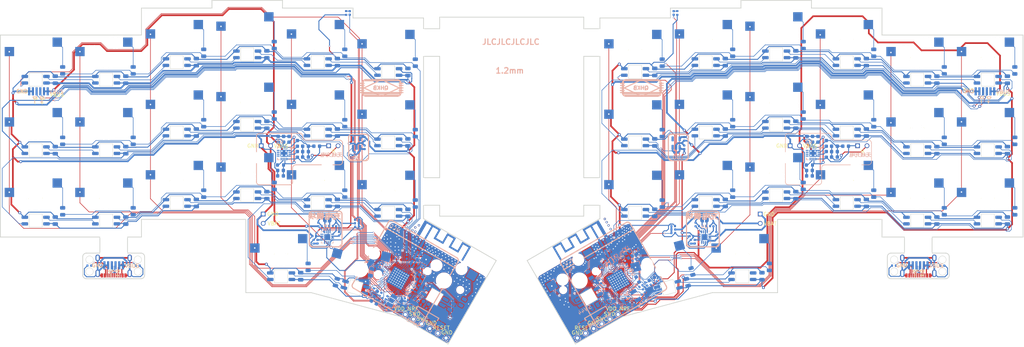
<source format=kicad_pcb>
(kicad_pcb (version 20221018) (generator pcbnew)
  (layers (0 "F.Cu" signal) (31 "B.Cu" signal) (34 "B.Paste" user) (35 "F.Paste" user) (36 "B.SilkS" user "B.Silkscreen") (37 "F.SilkS" user "F.Silkscreen") (38 "B.Mask" user) (39 "F.Mask" user) (44 "Edge.Cuts" user))
  (net 0 "")
  (net 1 "Net-(LED1-DOUT)")
  (net 2 "Net-(LED2-DOUT)")
  (net 3 "Net-(LED3-DOUT)")
  (net 4 "Net-(LED4-DOUT)")
  (net 5 "Net-(LED5-DOUT)")
  (net 6 "Net-(LED6-DOUT)")
  (net 7 "Net-(LED7-DOUT)")
  (net 8 "Net-(LED8-DOUT)")
  (net 9 "Net-(LED10-DIN)")
  (net 10 "Net-(LED10-DOUT)")
  (net 11 "Net-(LED11-DOUT)")
  (net 12 "Net-(LED12-DOUT)")
  (net 13 "Net-(LED13-DOUT)")
  (net 14 "Net-(LED14-DOUT)")
  (net 15 "Net-(LED15-DOUT)")
  (net 16 "Net-(LED16-DOUT)")
  (net 17 "Net-(LED17-DOUT)")
  (net 18 "Net-(LED18-DOUT)")
  (net 19 "Net-(LED19-DOUT)")
  (net 20 "Net-(LED20-DOUT)")
  (net 21 "Net-(LED22-DOUT)")
  (net 22 "Net-(LED23-DOUT)")
  (net 23 "Net-(LED24-DOUT)")
  (net 24 "Net-(LED25-DOUT)")
  (net 25 "Net-(LED26-DOUT)")
  (net 26 "Net-(LED27-DOUT)")
  (net 27 "Net-(LED28-DOUT)")
  (net 28 "Net-(LED29-DOUT)")
  (net 29 "Net-(LED30-DOUT)")
  (net 30 "Net-(LED31-DOUT)")
  (net 31 "Net-(LED32-DOUT)")
  (net 32 "Net-(LED33-DOUT)")
  (net 33 "Net-(LED34-DOUT)")
  (net 34 "Net-(LED35-DOUT)")
  (net 35 "Net-(LED36-DOUT)")
  (net 36 "Net-(LED37-DOUT)")
  (net 37 "Net-(LED38-DOUT)")
  (net 38 "Net-(LED39-DOUT)")
  (net 39 "Net-(LED40-DOUT)")
  (net 40 "Net-(LED41-DOUT)")
  (net 41 "Net-(D1-A)")
  (net 42 "Net-(D2-A)")
  (net 43 "Net-(D3-A)")
  (net 44 "Net-(D4-A)")
  (net 45 "Net-(D5-A)")
  (net 46 "Net-(D6-A)")
  (net 47 "Net-(D7-A)")
  (net 48 "Net-(D8-A)")
  (net 49 "Net-(D9-A)")
  (net 50 "Net-(D10-A)")
  (net 51 "Net-(D11-A)")
  (net 52 "Net-(D12-A)")
  (net 53 "Net-(D13-A)")
  (net 54 "Net-(D14-A)")
  (net 55 "Net-(D15-A)")
  (net 56 "Net-(D16-A)")
  (net 57 "Net-(D17-A)")
  (net 58 "Net-(D18-A)")
  (net 59 "Net-(D19-A)")
  (net 60 "Net-(D20-A)")
  (net 61 "Net-(D21-A)")
  (net 62 "Net-(D22-A)")
  (net 63 "Net-(D23-A)")
  (net 64 "Net-(D24-A)")
  (net 65 "Net-(D25-A)")
  (net 66 "Net-(D26-A)")
  (net 67 "Net-(D27-A)")
  (net 68 "Net-(D28-A)")
  (net 69 "Net-(D29-A)")
  (net 70 "Net-(D30-A)")
  (net 71 "Net-(D31-A)")
  (net 72 "Net-(D32-A)")
  (net 73 "Net-(D33-A)")
  (net 74 "Net-(D34-A)")
  (net 75 "Net-(D35-A)")
  (net 76 "Net-(D36-A)")
  (net 77 "Net-(D37-A)")
  (net 78 "Net-(D38-A)")
  (net 79 "Net-(D39-A)")
  (net 80 "Net-(D40-A)")
  (net 81 "Net-(D41-A)")
  (net 82 "Net-(D42-A)")
  (net 85 "Net-(J1-Pin_2)")
  (net 86 "Net-(U1-AC1)")
  (net 87 "Net-(U1-COMM1)")
  (net 88 "Net-(J1-Pin_1)")
  (net 89 "Net-(U1-COMM2)")
  (net 90 "/VRECT_l")
  (net 91 "Net-(U1-V5V)")
  (net 92 "Net-(U1-SINK)")
  (net 98 "Net-(J3-Pin_2)")
  (net 99 "Net-(U2-AC1)")
  (net 100 "Net-(J3-Pin_1)")
  (net 101 "Net-(U2-COMM1)")
  (net 102 "Net-(U2-COMM2)")
  (net 103 "/VRECT_r")
  (net 104 "Net-(U2-V5V)")
  (net 105 "Net-(U2-SINK)")
  (net 111 "VDD_NRF_l")
  (net 112 "RESET_l")
  (net 113 "VDD_NRF_r")
  (net 114 "RESET_r")
  (net 115 "GND_l")
  (net 116 "VBUS_l")
  (net 117 "VBUS_r")
  (net 118 "VDDH_l")
  (net 119 "VBAT_l")
  (net 120 "VDDH_r")
  (net 121 "VBAT_r")
  (net 122 "EXT_VCC_l")
  (net 123 "ROW0_l")
  (net 124 "ROW1_l")
  (net 125 "ROW2_l")
  (net 126 "ROW3_l")
  (net 127 "Net-(D43-K)")
  (net 128 "Net-(D43-A)")
  (net 129 "Net-(D44-K)")
  (net 130 "Net-(D44-A)")
  (net 131 "Net-(U3-ISET)")
  (net 132 "Net-(JP1-Pad2)")
  (net 133 "Net-(U4-ISET)")
  (net 134 "Net-(JP2-Pad2)")
  (net 135 "Net-(U3-TS)")
  (net 136 "Net-(U4-TS)")
  (net 137 "POWER_PIN_l")
  (net 138 "COL0_l")
  (net 139 "COL1_l")
  (net 140 "COL2_l")
  (net 141 "COL3_l")
  (net 142 "COL4_l")
  (net 143 "COL5_l")
  (net 151 "ANTENNA_l")
  (net 152 "ANTENNA_r")
  (net 153 "GND_r")
  (net 154 "EXT_VCC_r")
  (net 155 "BATTERY_LEVEL_PIN_l")
  (net 156 "BATTERY_LEVEL_PIN_r")
  (net 157 "Net-(C82-Pad2)")
  (net 158 "Net-(U7-XC1)")
  (net 159 "Net-(U7-XC2)")
  (net 160 "Net-(U7-ANT)")
  (net 161 "Net-(U7-DEC1)")
  (net 162 "Net-(U7-DEC2)")
  (net 163 "Net-(U7-DEC3)")
  (net 164 "Net-(U7-DEC5)")
  (net 165 "Net-(U7-DECUSB)")
  (net 166 "Net-(U7-DEC4)")
  (net 167 "Net-(U7-XL1{slash}P0.00)")
  (net 168 "Net-(U7-XL2{slash}P0.01)")
  (net 169 "Net-(C104-Pad2)")
  (net 170 "Net-(U8-XC1)")
  (net 171 "Net-(U8-XC2)")
  (net 172 "Net-(U8-ANT)")
  (net 173 "Net-(U8-DEC1)")
  (net 174 "Net-(U8-DEC2)")
  (net 175 "Net-(U8-DEC3)")
  (net 176 "Net-(U8-DEC5)")
  (net 177 "Net-(U8-DECUSB)")
  (net 178 "Net-(U8-DEC4)")
  (net 179 "Net-(U8-XL1{slash}P0.00)")
  (net 180 "Net-(U8-XL2{slash}P0.01)")
  (net 181 "ROW0_r")
  (net 182 "ROW1_r")
  (net 183 "ROW2_r")
  (net 184 "SWC_l")
  (net 185 "SWD_l")
  (net 186 "SWC_r")
  (net 187 "SWD_r")
  (net 188 "Net-(L2-Pad2)")
  (net 189 "Net-(U7-DCC)")
  (net 190 "Net-(U7-DCCH)")
  (net 191 "Net-(L6-Pad2)")
  (net 192 "Net-(U8-DCC)")
  (net 193 "Net-(U8-DCCH)")
  (net 194 "RGB_r")
  (net 195 "POWER_PIN_r")
  (net 196 "COL0_r")
  (net 197 "COL1_r")
  (net 198 "COL2_r")
  (net 199 "COL3_r")
  (net 200 "COL4_r")
  (net 201 "COL5_r")
  (net 206 "RGB_l")
  (net 213 "D-_l")
  (net 214 "D+_l")
  (net 225 "ROW3_r")
  (net 242 "D-_r")
  (net 243 "D+_r")
  (net 267 "Net-(D45-K)")
  (net 268 "BLED_l")
  (net 269 "Net-(D46-K)")
  (net 270 "BLED_r")
  (net 271 "/VBUS_TC_l")
  (net 272 "/D-_TC_l")
  (net 273 "Net-(USB1-CC2)")
  (net 274 "Net-(USB1-CC1)")
  (net 275 "Net-(USB2-CC2)")
  (net 276 "Net-(USB2-CC1)")
  (net 281 "/D+_TC_l")
  (net 282 "/GND_TC_l")
  (net 283 "/VBUS_TC_r")
  (net 284 "/D-_TC_r")
  (net 285 "/D+_TC_r")
  (net 286 "/GND_TC_r")
  (footprint "qhkb:switch_hotswap_1u" (layer "F.Cu") (at 85.344 91.248)
    (fp_text reference "SW19")
    (fp_text value "sw_qhkb")
  )
  (footprint "qhkb:switch_hotswap_1u" (layer "F.Cu") (at 38.1 38.1)
    (fp_text reference "SW2")
    (fp_text value "sw_qhkb")
  )
  (footprint "qhkb:switch_hotswap_1u" (layer "F.Cu") (at 76.2 31.242)
    (fp_text reference "SW4")
    (fp_text value "sw_qhkb")
  )
  (footprint "qhkb:switch_hotswap_1u" (layer "F.Cu") (at 57.15 71.436)
    (fp_text reference "SW15")
    (fp_text value "sw_qhkb")
  )
  (footprint "qhkb:switch_hotswap_1u" (layer "F.Cu") (at 57.15 52.386)
    (fp_text reference "SW9")
    (fp_text value "sw_qhkb")
  )
  (footprint "qhkb:switch_hotswap_1u" (layer "F.Cu") (at 276.225 76.2)
    (fp_text reference "SW39")
    (fp_text value "sw_qhkb")
  )
  (footprint "qhkb:switch_hotswap_1u" (layer "F.Cu") (at 180.975 74.104)
    (fp_text reference "SW34")
    (fp_text value "sw_qhkb")
  )
  (footprint "qhkb:switch_hotswap_1u" (layer "F.Cu") (at 19.05 38.1)
    (fp_text reference "SW1")
    (fp_text value "sw_qhkb")
  )
  (footprint "qhkb:switch_hotswap_1u" (layer "F.Cu") (at 200.025 52.386)
    (fp_text reference "SW29")
    (fp_text value "sw_qhkb")
  )
  (footprint "qhkb:Breakaway_Tabs_13" (layer "F.Cu") (at 257.4548 90.0176)
    (fp_text reference "REF**")
    (fp_text value "Breakaway_Tabs_13")
  )
  (footprint "qhkb:switch_hotswap_1u" (layer "F.Cu") (at 257.175 57.15)
    (fp_text reference "SW32")
    (fp_text value "sw_qhkb")
  )
  (footprint "qhkb:switch_hotswap_1u" (layer "F.Cu") (at 209.931 91.248)
    (fp_text reference "SW42")
    (fp_text value "sw_qhkb")
  )
  (footprint "qhkb:switch_hotswap_1u" (layer "F.Cu") (at 219.075 69.342)
    (fp_text reference "SW36")
    (fp_text value "sw_qhkb")
  )
  (footprint "qhkb:Breakaway_Tabs_13" (layer "F.Cu") (at 40.1312 90.0176)
    (fp_text reference "REF**")
    (fp_text value "Breakaway_Tabs_13")
  )
  (footprint "qhkb:switch_hotswap_1u" (layer "F.Cu") (at 76.2 69.342)
    (fp_text reference "SW16")
    (fp_text value "sw_qhkb")
  )
  (footprint "qhkb:switch_hotswap_1u" (layer "F.Cu") (at 200.025 33.336)
    (fp_text reference "SW23")
    (fp_text value "sw_qhkb")
  )
  (footprint "qhkb:Breakaway_Tabs_13" (layer "F.Cu") (at 123.9266 33.1216 90)
    (fp_text reference "REF**")
    (fp_text value "Breakaway_Tabs_13")
  )
  (footprint "qhkb:Breakaway_Tabs_13" (layer "F.Cu") (at 123.9266 73.406 90)
    (fp_text reference "REF**")
    (fp_text value "Breakaway_Tabs_13")
  )
  (footprint "" (layer "F.Cu") (at 171.323 30.1498 90)
    (fp_text reference "")
    (fp_text value "")
  )
  (footprint "" (layer "F.Cu") (at 123.9266 30.1498 90)
    (fp_text reference "")
    (fp_text value "")
  )
  (footprint "qhkb:switch_hotswap_1u" (layer "F.Cu") (at 238.125 71.436)
    (fp_text reference "SW37")
    (fp_text value "sw_qhkb")
  )
  (footprint "qhkb:switch_hotswap_1u" (layer "F.Cu") (at 238.125 52.386)
    (fp_text reference "SW31")
    (fp_text value "sw_qhkb")
  )
  (footprint "qhkb:Breakaway_Tabs_13" (layer "F.Cu") (at 171.323 33.1216 90)
    (fp_text reference "REF**")
    (fp_text value "Breakaway_Tabs_13")
  )
  (footprint "lc_kicad:USB-C-SMD_TYPE-C-6PIN-2MD-073" (layer "F.Cu") (at 40.13213 93.742226 180)
    (fp_text reference "USB1")
    (fp_text value "TYPE-C_16PIN_2MD(073)")
  )
  (footprint "qhkb:switch_hotswap_1u" (layer "F.Cu") (at 180.975 36.004)
    (fp_text reference "SW22")
    (fp_text value "sw_qhkb")
  )
  (footprint "qhkb:switch_hotswap_1u" (layer "F.Cu") (at 38.1 76.2)
    (fp_text reference "SW14")
    (fp_text value "sw_qhkb")
  )
  (footprint "qhkb:switch_hotswap_1u" (layer "F.Cu") (at 219.075 50.292)
    (fp_text reference "SW30")
    (fp_text value "sw_qhkb")
  )
  (footprint "qhkb:Breakaway_Tabs_13" (layer "F.Cu") (at 40.1312 85.8266)
    (fp_text reference "REF**")
    (fp_text value "Breakaway_Tabs_13")
  )
  (footprint "qhkb:switch_hotswap_1u" (layer "F.Cu") (at 257.175 76.2)
    (fp_text reference "SW38")
    (fp_text value "sw_qhkb")
  )
  (footprint "qhkb:switch_hotswap_1u" (layer "F.Cu") (at 95.25 71.436)
    (fp_text reference "SW17")
    (fp_text value "sw_qhkb")
  )
  (footprint "qhkb:switch_hotswap_1u" (layer "F.Cu") (at 238.125 33.336)
    (fp_text reference "SW25")
    (fp_text value "sw_qhkb")
  )
  (footprint "qhkb:switch_hotswap_1u" (layer "F.Cu") (at 180.975 55.054)
    (fp_text reference "SW28")
    (fp_text value "sw_qhkb")
  )
  (footprint "qhkb:switch_hotswap_1u" (layer "F.Cu") (at 129.337334 97.507447 -30)
    (fp_text reference "SW21")
    (fp_text value "sw_qhkb")
  )
  (footprint "lc_kicad:USB-C-SMD_TYPE-C-6PIN-2MD-073" (layer "F.Cu") (at 257.45501 93.741046 180)
    (fp_text reference "USB2")
    (fp_text value "TYPE-C_16PIN_2MD(073)")
  )
  (footprint "qhkb:switch_hotswap_1u" (layer "F.Cu") (at 188.607387 94.453639 15)
    (fp_text reference "SW41")
    (fp_text value "sw_qhkb")
  )
  (footprint "qhkb:switch_hotswap_1u" (layer "F.Cu") (at 276.225 57.15)
    (fp_text reference "SW33")
    (fp_text value "sw_qhkb")
  )
  (footprint "qhkb:Breakaway_Tabs_13" (layer "F.Cu") (at 171.323 73.406 90)
    (fp_text reference "REF**")
    (fp_text value "Breakaway_Tabs_13")
  )
  (footprint "qhkb:Breakaway_Tabs_13" (layer "F.Cu") (at 257.4548 85.8266)
    (fp_text reference "REF**")
    (fp_text value "Breakaway_Tabs_13")
  )
  (footprint "qhkb:switch_hotswap_1u" (layer "F.Cu") (at 106.668891 94.443933 -15)
    (fp_text reference "SW20")
    (fp_text value "sw_qhkb")
  )
  (footprint "qhkb:switch_hotswap_1u" (layer "F.Cu") (at 95.25 52.386)
    (fp_text reference "SW11")
    (fp_text value "sw_qhkb")
  )
  (footprint "qhkb:switch_hotswap_1u" (layer "F.Cu") (at 57.15 33.336)
    (fp_text reference "SW3")
    (fp_text value "sw_qhkb")
  )
  (footprint "qhkb:switch_hotswap_1u" (layer "F.Cu") (at 19.05 57.15)
    (fp_text reference "SW7")
    (fp_text value "sw_qhkb")
  )
  (footprint "qhkb:switch_hotswap_1u" (layer "F.Cu") (at 114.3 36.004)
    (fp_text reference "SW6")
    (fp_text value "sw_qhkb")
  )
  (footprint "qhkb:switch_hotswap_1u" (layer "F.Cu") (at 219.075 31.242)
    (fp_text reference "SW24")
    (fp_text value "sw_qhkb")
  )
  (footprint "qhkb:switch_hotswap_1u" (layer "F.Cu") (at 114.3 74.104)
    (fp_text reference "SW18")
    (fp_text value "sw_qhkb")
  )
  (footprint "qhkb:switch_hotswap_1u" (layer "F.Cu") (at 200.025 71.436)
    (fp_text reference "SW35")
    (fp_text value "sw_qhkb")
  )
  (footprint "qhkb:switch_hotswap_1u" (layer "F.Cu") (at 114.3 55.054)
    (fp_text reference "SW12")
    (fp_text value "sw_qhkb")
  )
  (footprint "qhkb:switch_hotswap_1u" (layer "F.Cu") (at 165.94269 97.526197 30)
    (fp_text reference "SW40")
    (fp_text value "sw_qhkb")
  )
  (footprint "qhkb:switch_hotswap_1u" (layer "F.Cu") (at 19.05 76.2)
    (fp_text reference "SW13")
    (fp_text value "sw_qhkb")
  )
  (footprint "qhkb:switch_hotswap_1u" (layer "F.Cu") (at 257.175 38.1)
    (fp_text reference "SW26")
    (fp_text value "sw_qhkb")
  )
  (footprint "qhkb:switch_hotswap_1u" (layer "F.Cu") (at 76.2 50.292)
    (fp_text reference "SW10")
    (fp_text value "sw_qhkb")
  )
  (footprint "qhkb:switch_hotswap_1u" (layer "F.Cu") (at 95.25 33.336)
    (fp_text reference "SW5")
    (fp_text value "sw_qhkb")
  )
  (footprint "qhkb:switch_hotswap_1u" (layer "F.Cu") (at 38.1 57.15)
    (fp_text reference "SW8")
    (fp_text value "sw_qhkb")
  )
  (footprint "qhkb:switch_hotswap_1u" (layer "F.Cu") (at 276.225 38.1)
    (fp_text reference "SW27")
    (fp_text value "sw_qhkb")
  )
  (footprint "Resistor_SMD:R_0402_1005Metric" (layer "B.Cu") (at 196.037507 86.99459 90)
    (fp_text reference "R10")
    (fp_text value "10k")
  )
  (footprint "Capacitor_SMD:C_0402_1005Metric" (layer "B.Cu") (at 116.3574 91.0844 -120)
    (fp_text reference "C80")
    (fp_text value "100nF")
  )
  (footprint "Capacitor_SMD:C_0603_1608Metric" (layer "B.Cu") (at 228.0554 69.1906)
    (fp_text reference "C63")
    (fp_text value "100nF")
  )
  (footprint "Capacitor_SMD:C_0402_1005Metric" (layer "B.Cu") (at 173.736 89.8906 -150)
    (fp_text reference "C104")
    (fp_text value "1pF")
  )
  (footprint "qhkb:Reed_SW-RI-80SMD-1015-G2" (layer "B.Cu") (at 124.4854 107.172239 -30)
    (fp_text reference "SW43")
    (fp_text value "Reed_GPS-11A-SMD")
  )
  (footprint "qhkb:rgb_3528" (layer "B.Cu") (at 180.975 79.184)
    (fp_text reference "LED34")
    (fp_text value "rgb_4pin")
    (fp_rect (start -1.778 1.778) (end 1.778 -1.778) (stroke (width 0.1)) (fill none) (layer "Edge.Cuts"))
  )
  (footprint "Capacitor_SMD:C_0603_1608Metric" (layer "B.Cu") (at 91.948 64.097)
    (fp_text reference "C43")
    (fp_text value "100nF")
  )
  (footprint "qhkb:rgb_3528" (layer "B.Cu") (at 95.25 57.466)
    (fp_text reference "LED11")
    (fp_text value "rgb_4pin")
    (fp_rect (start -1.778 1.778) (end 1.778 -1.778) (stroke (width 0.1)) (fill none) (layer "Edge.Cuts"))
  )
  (footprint "Capacitor_SMD:C_0603_1608Metric" (layer "B.Cu") (at 86.0298 59.2836 90)
    (fp_text reference "C52")
    (fp_text value "10uF")
  )
  (footprint "Capacitor_SMD:C_0402_1005Metric" (layer "B.Cu") (at 123.57735 88.262143 150)
    (fp_text reference "C79")
    (fp_text value "N.C.")
  )
  (footprint "Capacitor_SMD:C_0402_1005Metric" (layer "B.Cu") (at 120.752767 93.193246 150)
    (fp_text reference "C86")
    (fp_text value "1pF")
  )
  (footprint "Diode_SMD:D_0805_2012Metric" (layer "B.Cu") (at 226.375 33.814 90)
    (fp_text reference "D24")
    (fp_text value "D")
  )
  (footprint "Capacitor_SMD:C_0402_1005Metric" (layer "B.Cu") (at 122.1232 98.590606 -30)
    (fp_text reference "C84")
    (fp_text value "12pF")
  )
  (footprint "Inductor_SMD:L_0402_1005Metric" (layer "B.Cu") (at 183.9976 98.4758 -60)
    (fp_text reference "L6")
    (fp_text value "15nH")
  )
  (footprint "Capacitor_SMD:C_0805_2012Metric" (layer "B.Cu") (at 281.525 62.23 -90)
    (fp_text reference "C33")
    (fp_text value "C")
  )
  (footprint "Capacitor_SMD:C_0805_2012Metric" (layer "B.Cu") (at 81.5 36.322 -90)
    (fp_text reference "C4")
    (fp_text value "C")
  )
  (footprint "Capacitor_SMD:C_0402_1005Metric" (layer "B.Cu") (at 178.470142 92.606679 -60)
    (fp_text reference "C103")
    (fp_text value "100nF")
  )
  (footprint "Package_DFN_QFN:Nordic_AQFN-73-1EP_7x7mm_P0.5mm" (layer "B.Cu") (at 116.885494 96.887606 60)
    (fp_text reference "U7")
    (fp_text value "nRF52840")
  )
  (footprint "Capacitor_SMD:C_0402_1005Metric" (layer "B.Cu") (at 110.138078 100.034492 60)
    (fp_text reference "C91")
    (fp_text value "4.7uF")
  )
  (footprint "Diode_SMD:D_0805_2012Metric" (layer "B.Cu") (at 196.324328 95.048621 105)
    (fp_text reference "D41")
    (fp_text value "D")
  )
  (footprint "Capacitor_SMD:C_0805_2012Metric" (layer "B.Cu") (at 170.0276 104.5464 30)
    (fp_text reference "C40")
    (fp_text value "C")
  )
  (footprint "Diode_SMD:D_0805_2012Metric" (layer "B.Cu") (at 207.325 74.008 90)
    (fp_text reference "D35")
    (fp_text value "D")
  )
  (footprint "Capacitor_SMD:C_0402_1005Metric" (layer "B.Cu") (at 171.5008 97.8154 -60)
    (fp_text reference "C100")
    (fp_text value "100nF")
  )
  (footprint "Inductor_SMD:L_0603_1608Metric" (layer "B.Cu") (at 178.593861 105.287743 -60)
    (fp_text reference "L8")
    (fp_text value "10uH")
  )
  (footprint "Inductor_SMD:L_0603_1608Metric" (layer "B.Cu") (at 110.892539 101.115327 -120)
    (fp_text reference "L4")
    (fp_text value "10uH")
  )
  (footprint "Capacitor_SMD:C_0805_2012Metric" (layer "B.Cu") (at 215.231 96.328 -90)
    (fp_text reference "C42")
    (fp_text value "C")
  )
  (footprint "qhkb:connector_2pin" (layer "B.Cu") (at 98.1964 61.0362 -90)
    (fp_text reference "J1")
    (fp_text value "15.8uH")
  )
  (footprint "Capacitor_SMD:C_0402_1005Metric" (layer "B.Cu") (at 125.0442 105.2068 -30)
    (fp_text reference "C96")
    (fp_text value "N.C.")
  )
  (footprint "Diode_SMD:D_0805_2012Metric" (layer "B.Cu") (at 64.45 35.908 90)
    (fp_text reference "D3")
    (fp_text value "D")
  )
  (footprint "Diode_SMD:D_0805_2012Metric" (layer "B.Cu") (at 226.375 71.914 90)
    (fp_text reference "D36")
    (fp_text value "D")
  )
  (footprint "Capacitor_SMD:C_0402_1005Metric" (layer "B.Cu") (at 202.90081 84.84391 -90)
    (fp_text reference "C70")
    (fp_text value "4.7uF")
  )
  (footprint "Capacitor_SMD:C_0805_2012Metric" (layer "B.Cu") (at 224.375 74.422 -90)
    (fp_text reference "C36")
    (fp_text value "C")
  )
  (footprint "Capacitor_SMD:C_0603_1608Metric" (layer "B.Cu") (at 173.24263 103.5115 -150)
    (fp_text reference "C115")
    (fp_text value "4.7uF")
  )
  (footprint "Resistor_SMD:R_0402_1005Metric" (layer "B.Cu") (at 191.2846 84.6474 180)
    (fp_text reference "R16")
    (fp_text value "2M")
  )
  (footprint "Capacitor_SMD:C_0402_1005Metric" (layer "B.Cu") (at 112.2426 93.4212 60)
    (fp_text reference "C78")
    (fp_text value "100nF")
  )
  (footprint "Capacitor_SMD:C_0805_2012Metric" (layer "B.Cu") (at 186.275 60.134 -90)
    (fp_text reference "C28")
    (fp_text value "C")
  )
  (footprint "LED_SMD:LED_0402_1005Metric" (layer "B.Cu") (at 103.886 25.1206 -90)
    (fp_text reference "D45")
    (fp_text value "BLUE")
  )
  (footprint "qhkb:fpc_1mm_6pin_thin" (layer "B.Cu") (at 40.13213 93.386626)
    (fp_text reference "FFC3")
    (fp_text value "fpc_1mm_6pin")
  )
  (footprint "Resistor_SMD:R_0402_1005Metric" (layer "B.Cu") (at 102.9208 25.1206 -90)
    (fp_text reference "R18")
    (fp_text value "1k")
  )
  (footprint "qhkb:rgb_3528" (layer "B.Cu") (at 257.175 43.18)
    (fp_text reference "LED26")
    (fp_text value "rgb_4pin")
    (fp_rect (start -1.778 1.778) (end 1.778 -1.778) (stroke (width 0.1)) (fill none) (layer "Edge.Cuts"))
  )
  (footprint "Diode_SMD:D_0805_2012Metric" (layer "B.Cu") (at 83.5 71.914 90)
    (fp_text reference "D16")
    (fp_text value "D")
  )
  (footprint "LED_SMD:LED_0402_1005Metric" (layer "B.Cu") (at 197.078907 86.99459 -90)
    (fp_text reference "D44")
    (fp_text value "RED")
  )
  (footprint "Capacitor_SMD:C_0805_2012Metric" (layer "B.Cu") (at 62.45 57.466 -90)
    (fp_text reference "C9")
    (fp_text value "C")
  )
  (footprint "Resistor_SMD:R_0402_1005Metric" (layer "B.Cu") (at 263.96501 93.473586)
    (fp_text reference "R24")
    (fp_text value "5.1k")
  )
  (footprint "Inductor_SMD:L_0603_1608Metric" (layer "B.Cu") (at 181.6354 97.2312 120)
    (fp_text reference "L7")
    (fp_text value "10uH")
  )
  (footprint "Capacitor_SMD:C_0805_2012Metric" (layer "B.Cu") (at 100.2792 97.9424 -105)
    (fp_text reference "C20")
    (fp_text value "C")
  )
  (footprint "qhkb:SolderJumper-2_P1.3mm_Open_RoundedPad1.0x1.5mm" (layer "B.Cu") (at 199.70881 81.03391 180)
    (fp_text reference "JP2")
    (fp_text value "Boost")
  )
  (footprint "Crystal:Crystal_SMD_3215-2Pin_3.2x1.5mm" (layer "B.Cu") (at 115.2752 102.961932 60)
    (fp_text reference "Y2")
    (fp_text value "32.768kHz")
  )
  (footprint "Capacitor_SMD:C_0805_2012Metric" (layer "B.Cu") (at 205.325 38.416 -90)
    (fp_text reference "C23")
    (fp_text value "C")
  )
  (footprint "Capacitor_SMD:C_0805_2012Metric" (layer "B.Cu") (at 24.35 43.18 -90)
    (fp_text reference "C1")
    (fp_text value "C")
  )
  (footprint "Resistor_SMD:R_0402_1005Metric" (layer "B.Cu") (at 33.55213 93.462226 180)
    (fp_text reference "R21")
    (fp_text value "5.1k")
  )
  (footprint "Package_DFN_QFN:VQFN-16-1EP_3x3mm_P0.5mm_EP1.6x1.6mm" (layer "B.Cu") (at 97.809703 85.75232 180)
    (fp_text reference "U3")
    (fp_text value "BQ24075RGT")
  )
  (footprint "Capacitor_SMD:C_0603_1608Metric" (layer "B.Cu") (at 228.0554 67.7174)
    (fp_text reference "C62")
    (fp_text value "10uF")
  )
  (footprint "Resistor_SMD:R_0402_1005Metric" (layer "B.Cu") (at 198.71721 82.77181 180)
    (fp_text reference "R7")
    (fp_text value "2k")
  )
  (footprint "Resistor_SMD:R_0402_1005Metric" (layer "B.Cu") (at 105.8246 81.0616)
    (fp_text reference "R13")
    (fp_text value "2M")
  )
  (footprint "Capacitor_SMD:C_0603_1608Metric" (layer "B.Cu") (at 110.42457 103.4099 -30)
    (fp_text reference "C93")
    (fp_text value "4.7uF")
  )
  (footprint "Package_TO_SOT_SMD:SOT-23-5" (layer "B.Cu") (at 105.7224 60.3159 90)
    (fp_text reference "U5")
    (fp_text value "XC6220B331MR")
  )
  (footprint "qhkb:rgb_3528" (layer "B.Cu") (at 180.975 41.084)
    (fp_text reference "LED22")
    (fp_text value "rgb_4pin")
    (fp_rect (start -1.778 1.778) (end 1.778 -1.778) (stroke (width 0.1)) (fill none) (layer "Edge.Cuts"))
  )
  (footprint "qhkb:rgb_3528" (layer "B.Cu") (at 276.225 81.28)
    (fp_text reference "LED39")
    (fp_text value "rgb_4pin")
    (fp_rect (start -1.778 1.778) (end 1.778 -1.778) (stroke (width 0.1)) (fill none) (layer "Edge.Cuts"))
  )
  (footprint "Capacitor_SMD:C_0805_2012Metric" (layer "B.Cu") (at 81.5 74.422 -90)
    (fp_text reference "C16")
    (fp_text value "C")
  )
  (footprint "Capacitor_SMD:C_0805_2012Metric" (layer "B.Cu") (at 186.275 79.184 -90)
    (fp_text reference "C34")
    (fp_text value "C")
  )
  (footprint "Capacitor_SMD:C_0805_2012Metric" (layer "B.Cu") (at 205.325 76.516 -90)
    (fp_text reference "C35")
    (fp_text value "C")
  )
  (footprint "qhkb:connector_2pin" (layer "B.Cu") (at 79.9846 61.0362 -90)
    (fp_text reference "J2")
    (fp_text value "VOUT")
  )
  (footprint "Capacitor_SMD:C_0402_1005Metric" (layer "B.Cu") (at 175.441137 91.01385 30)
    (fp_text reference "C111")
    (fp_text value "100pF")
  )
  (footprint "Capacitor_SMD:C_0805_2012Metric" (layer "B.Cu") (at 224.375 36.322 -90)
    (fp_text reference "C24")
    (fp_text value "C")
  )
  (footprint "qhkb:rgb_3528" (layer "B.Cu") (at 276.225 62.23)
    (fp_text reference "LED33")
    (fp_text value "rgb_4pin")
    (fp_rect (start -1.778 1.778) (end 1.778 -1.778) (stroke (width 0.1)) (fill none) (layer "Edge.Cuts"))
  )
  (footprint "Diode_SMD:D_0805_2012Metric" (layer "B.Cu") (at 264.475 40.672 90)
    (fp_text reference "D26")
    (fp_text value "D")
  )
  (footprint "qhkb:rgb_3528" (layer "B.Cu") (at 180.975 60.134)
    (fp_text reference "LED28")
    (fp_text value "rgb_4pin")
    (fp_rect (start -1.778 1.778) (end 1.778 -1.778) (stroke (width 0.1)) (fill none) (layer "Edge.Cuts"))
  )
  (footprint "Capacitor_SMD:C_0805_2012Metric" (layer "B.Cu") (at 24.35 81.28 -90)
    (fp_text reference "C13")
    (fp_text value "C")
  )
  (footprint "Resistor_SMD:R_0603_1608Metric" (layer "B.Cu") (at 228.0554 66.2442 180)
    (fp_text reference "R2")
    (fp_text value "220R")
  )
  (footprint "Resistor_SMD:R_0402_1005Metric" (layer "B.Cu") (at 105.7224 62.8559 180)
    (fp_text reference "R11")
    (fp_text value "10M")
  )
  (footprint "qhkb:KICAD_QFN-16_L3.0-W3.0-P0.50-TL-EP1.9" (layer "B.Cu") (at 229.015694 63.0682 180)
    (fp_text reference "U2")
    (fp_text value "KICAD_NU1680")
  )
  (footprint "Capacitor_SMD:C_0603_1608Metric" (layer "B.Cu") (at 84.5566 59.2836 -90)
    (fp_text reference "C53")
    (fp_text value "1uF")
  )
  (footprint "qhkb:rgb_3528" (layer "B.Cu") (at 19.05 62.23)
    (fp_text reference "LED7")
    (fp_text value "rgb_4pin")
    (fp_rect (start -1.778 1.778) (end 1.778 -1.778) (stroke (width 0.1)) (fill none) (layer "Edge.Cuts"))
  )
  (footprint "Capacitor_SMD:C_0402_1005Metric" (layer "B.Cu") (at 112.48 102.67 60)
    (fp_text reference "C77")
    (fp_text value "4.7uF")
  )
  (footprint "Resistor_SMD:R_0402_1005Metric" (layer "B.Cu") (at 46.64213 93.472226)
    (fp_text reference "R22")
    (fp_text value "5.1k")
  )
  (footprint "qhkb:rgb_3528" (layer "B.Cu") (at 200.025 76.516)
    (fp_text reference "LED35")
    (fp_text value "rgb_4pin")
    (fp_rect (start -1.778 1.778) (end 1.778 -1.778) (stroke (width 0.1)) (fill none) (layer "Edge.Cuts"))
  )
  (footprint "Inductor_SMD:L_0603_1608Metric" (layer "B.Cu") (at 120.841488 101.987222 150)
    (fp_text reference "L3")
    (fp_text value "10uH")
  )
  (footprint "Capacitor_SMD:C_0402_1005Metric" (layer "B.Cu") (at 191.2592 82.759 180)
    (fp_text reference "C76")
    (fp_text value "100nF")
  )
  (footprint "Capacitor_SMD:C_0805_2012Metric" (layer "B.Cu") (at 24.35 62.23 -90)
    (fp_text reference "C7")
    (fp_text value "C")
  )
  (footprint "Resistor_SMD:R_0402_1005Metric" (layer "B.Cu") (at 191.2846 83.6988)
    (fp_text reference "R15")
    (fp_text value "820k")
  )
  (footprint "Capacitor_SMD:C_0402_1005Metric" (layer "B.Cu") (at 183.3766 100.295308 120)
    (fp_text reference "C109")
    (fp_text value "100nF")
  )
  (footprint "Capacitor_SMD:C_0402_1005Metric" (layer "B.Cu") (at 101.003703 84.84432 -90)
    (fp_text reference "C67")
    (fp_text value "4.7uF")
  )
  (footprint "Capacitor_SMD:C_0805_2012Metric" (layer "B.Cu") (at 262.475 62.23 -90)
    (fp_text reference "C32")
    (fp_text value "C")
  )
  (footprint "Capacitor_SMD:C_0805_2012Metric" (layer "B.Cu") (at 62.45 38.416 -90)
    (fp_text reference "C3")
    (fp_text value "C")
  )
  (footprint "Diode_SMD:D_0805_2012Metric" (layer "B.Cu") (at 109.7026 95.25 75)
    (fp_text reference "D20")
    (fp_text value "D")
  )
  (footprint "Diode_SMD:D_0805_2012Metric" (layer "B.Cu") (at 226.375 52.864 90)
    (fp_text reference "D30")
    (fp_text value "D")
  )
  (footprint "Resistor_SMD:R_0402_1005Metric" (layer "B.Cu") (at 200.70721 82.77181 180)
    (fp_text reference "R8")
    (fp_text value "10k")
  )
  (footprint "Crystal:Crystal_SMD_3215-2Pin_3.2x1.5mm" (layer "B.Cu") (at 181.1174 101.641132 -60)
    (fp_text reference "Y4")
    (fp_text value "32.768kHz")
  )
  (footprint "Diode_SMD:D_0805_2012Metric" (layer "B.Cu") (at 64.45 74.008 90)
    (fp_text reference "D15")
    (fp_text value "D")
  )
  (footprint "Capacitor_SMD:C_0603_1608Metric" (layer "B.Cu") (at 234.8118 64.098)
    (fp_text reference "C56")
    (fp_text value "33nF")
  )
  (footprint "Capacitor_SMD:C_0402_1005Metric" (layer "B.Cu") (at 175.130458 92.307737 -150)
    (fp_text reference "C108")
    (fp_text value "1pF")
  )
  (footprint "Diode_SMD:D_0805_2012Metric" (layer "B.Cu") (at 26.35 78.772 90)
    (fp_text reference "D13")
    (fp_text value "D")
  )
  (footprint "Resistor_SMD:R_0402_1005Metric" (layer "B.Cu") (at 202.11341 82.30931 90)
    (fp_text reference "R9")
    (fp_text value "10k")
  )
  (footprint "qhkb:rgb_3528" (layer "B.Cu") (at 19.05 81.28)
    (fp_text reference "LED13")
    (fp_text value "rgb_4pin")
    (fp_rect (start -1.778 1.778) (end 1.778 -1.778) (stroke (width 0.1)) (fill none) (layer "Edge.Cuts"))
  )
  (footprint "qhkb:connector_swd" (layer "B.Cu") (at 125.5 110.5 60)
    (fp_text reference "J5" hide)
    (fp_text value "Conn_01x04")
  )
  (footprint "Capacitor_SMD:C_0805_2012Metric" (layer "B.Cu") (at 119.6 41.084 -90)
    (fp_text reference "C6")
    (fp_text value "C")
  )
  (footprint "Capacitor_SMD:C_0402_1005Metric" (layer "B.Cu") (at 180.6702 91.9226 30)
    (fp_text reference "C106")
    (fp_text value "12pF")
  )
  (footprint "LED_SMD:LED_0402_1005Metric" (layer "B.Cu") (at 95.1818 86.995 -90)
    (fp_text reference "D43")
    (fp_text value "RED")
  )
  (footprint "qhkb:rgb_3528" (layer "B.Cu") (at 276.225 43.18)
    (fp_text reference "LED27")
    (fp_text value "rgb_4pin")
    (fp_rect (start -1.778 1.778) (end 1.778 -1.778) (stroke (width 0.1)) (fill none) (layer "Edge.Cuts"))
  )
  (footprint "Inductor_SMD:L_0402_1005Metric" (layer "B.Cu") (at 174.0154 91.3384 -60)
    (fp_text reference "L5")
    (fp_text value "3.9nH")
  )
  (footprint "qhkb:rgb_3528" (layer "B.Cu") (at 238.125 38.416)
    (fp_text reference "LED25")
    (fp_text value "rgb_4pin")
    (fp_rect (start -1.778 1.778) (end 1.778 -1.778) (stroke (width 0.1)) (fill none) (layer "Edge.Cuts"))
  )
  (footprint "Package_TO_SOT_SMD:SOT-23-5" (layer "B.Cu") (at 192.0526 60.3156 90)
    (fp_text reference "U6")
    (fp_text value "XC6220B331MR")
  )
  (footprint "Diode_SMD:D_0805_2012Metric" (layer "B.Cu") (at 64.45 54.958 90)
    (fp_text reference "D9")
    (fp_text value "D")
  )
  (footprint "Inductor_SMD:L_0402_1005Metric" (layer "B.Cu") (at 121.034709 91.742908 -120)
    (fp_text reference "L1")
    (fp_text value "3.9nH")
  )
  (footprint "qhkb:connector_2pin" (layer "B.Cu") (at 129.899409 113.04 60)
    (fp_text reference "J6")
    (fp_text value "Conn_01x02")
  )
  (footprint "Capacitor_SMD:C_0603_1608Metric" (layer "B.Cu") (at 185.4708 97.0534 30)
    (fp_text reference "C116")
    (fp_text value "1uF")
  )
  (footprint "Diode_SMD:D_0805_2012Metric" (layer "B.Cu") (at 283.525 40.672 90)
    (fp_text reference "D27")
    (fp_text value "D")
  )
  (footprint "qhkb:Reed_SW-RI-80SMD-1015-G2" (layer "B.Cu") (at 170.79 107.172 -150)
    (fp_text reference "SW44")
    (fp_text value "Reed_GPS-11A-SMD")
  )
  (footprint "Capacitor_SMD:C_0805_2012Metric" (layer "B.Cu") (at 62.45 76.516 -90)
    (fp_text reference "C15")
    (fp_text value "C")
  )
  (footprint "Capacitor_SMD:C_0402_1005Metric" (layer "B.Cu") (at 172.339 87.4522 -150)
    (fp_text reference "C101")
    (fp_text value "N.C.")
  )
  (footprint "Diode_SMD:D_0805_2012Metric" (layer "B.Cu") (at 245.425 54.958 90)
    (fp_text reference "D31")
    (fp_text value "D")
  )
  (footprint "Resistor_SMD:R_0402_1005Metric" (layer "B.Cu") (at 96.820103 82.77222 180)
    (fp_text reference "R3")
    (fp_text value "2k")
  )
  (footprint "Diode_SMD:D_0805_2012Metric" (layer "B.Cu") (at 283.525 78.772 90)
    (fp_text reference "D39")
    (fp_text value "D")
  )
  (footprint "qhkb:rgb_3528" (layer "B.Cu") (at 114.3 41.084)
    (fp_text reference "LED6")
    (fp_text value "rgb_4pin")
    (fp_rect (start -1.778 1.778) (end 1.778 -1.778) (stroke (width 0.1)) (fill none) (layer "Edge.Cuts"))
  )
  (footprint "Resistor_SMD:R_0402_1005Metric" (layer "B.Cu") (at 122.45975 89.278143 -120)
    (fp_text reference "R17")
    (fp_text value "0r")
  )
  (footprint "Capacitor_SMD:C_0805_2012Metric" (layer "B.Cu") (at 205.325 57.466 -90)
    (fp_text reference "C29")
    (fp_text value "C")
  )
  (footprint "Capacitor_SMD:C_0805_2012Metric" (layer "B.Cu") (at 195.041595 97.988801 -75)
    (fp_text reference "C41")
    (fp_text value "C")
  )
  (footprint "Capacitor_SMD:C_0603_1608Metric" (layer "B.Cu") (at 232.589 60.4022 90)
    (fp_text reference "C58")
    (fp_text value "47nF")
  )
  (footprint "Resistor_SMD:R_0402_1005Metric" (layer "B.Cu") (at 250.87501 93.463586 180)
    (fp_text reference "R23")
    (fp_text value "5.1k")
  )
  (footprint "qhkb:connector_2pin" (layer "B.Cu") (at 222.8484 61.0372 -90)
    (fp_text reference "J4")
    (fp_text value "VOUT")
  )
  (footprint "Capacitor_SMD:C_0402_1005Metric" (layer "B.Cu") (at 119.2784 91.1098 90)
    (fp_text reference "C90")
    (fp_text value "820pF")
  )
  (footprint "Capacitor_SMD:C_0603_1608Metric" (layer "B.Cu") (at 230.3668 59.2846 -90)
    (fp_text reference "C61")
    (fp_text value "10uF")
  )
  (footprint "Resistor_SMD:R_0402_1005Metric" (layer "B.Cu") (at 98.810103 82.77222 180)
    (fp_text reference "R4")
    (fp_text value "10k")
  )
  (footprint "qhkb:connector_2pin" (layer "B.Cu") (at 165.376 113.039787 -60)
    (fp_text reference "J8")
    (fp_text value "Conn_01x02")
  )
  (footprint "Capacitor_SMD:C_0603_1608Metric" (layer "B.Cu") (at 94.9706 61.1632 180)
    (fp_text reference "C48")
    (fp_text value "2.2nF")
  )
  (footprint "qhkb:rgb_3528" (layer "B.Cu") (at 209.931 96.328)
    (fp_text reference "LED42")
    (fp_text value "rgb_4pin")
    (fp_rect (start -1.778 1.778) (end 1.778 -1.778) (stroke (width 0.1)) (fill none) (layer "Edge.Cuts"))
  )
  (footprint "Capacitor_SMD:C_0603_1608Metric" (layer "B.Cu") (at 234.8118 62.6374)
    (fp_text reference "C55")
    (fp_text value "47nF")
  )
  (footprint "qhkb:rgb_3528" (layer "B.Cu") (at 38.1 81.28)
    (fp_text reference "LED14")
    (fp_text value "rgb_4pin")
    (fp_rect (start -1.778 1.778) (end 1.778 -1.778) (stroke (width 0.1)) (fill none) (layer "Edge.Cuts"))
  )
  (footprint "qhkb:rgb_3528" (layer "B.Cu") (at 114.3 60.134)
    (fp_text reference "LED12")
    (fp_text value "rgb_4pin")
    (fp_rect (start -1.778 1.778) (end 1.778 -1.778) (stroke (width 0.1)) (fill none) (layer "Edge.Cuts"))
  )
  (footprint "Diode_SMD:D_0805_2012Metric" (layer "B.Cu") (at 121.6 57.626 90)
    (fp_text reference "D12")
    (fp_text value "D")
  )
  (footprint "Capacitor_SMD:C_0603_1608Metric" (layer "B.Cu") (at 87.503 59.2836 -90)
    (fp_text reference "C51")
    (fp_text value "10uF")
  )
  (footprint "qhkb:rgb_3528" (layer "B.Cu") (at 76.2 74.422)
    (fp_text reference "LED16")
    (fp_text value "rgb_4pin")
    (fp_rect (start -1.778 1.778) (end 1.778 -1.778) (stroke (width 0.1)) (fill none) (layer "Edge.Cuts"))
  )
  (footprint "Capacitor_SMD:C_0603_1608Metric" (layer "B.Cu") (at 234.8118 61.1642)
    (fp_text reference "C54")
    (fp_text value "100nF")
  )
  (footprint "qhkb:rgb_3528" (layer "B.Cu") (at 238.125 57.466)
    (fp_text reference "LED31")
    (fp_text value "rgb_4pin")
    (fp_rect (start -1.778 1.778) (end 1.778 -1.778) (stroke (width 0.1)) (fill none) (layer "Edge.Cuts"))
  )
  (footprint "Capacitor_SMD:C_0402_1005Metric" (layer "B.Cu") (at 119.1768 102.5398 150)
    (fp_text reference "C85")
    (fp_text value "1uF")
  )
  (footprint "Diode_SMD:D_0805_2012Metric" (layer "B.Cu") (at 83.5 52.864 90)
    (fp_text reference "D10")
    (fp_text value "D")
  )
  (footprint "Diode_SMD:D_0805_2012Metric" (layer "B.Cu") (at 188.275 57.626 90)
    (fp_text reference "D28")
    (fp_text value "D")
  )
  (footprint "Capacitor_SMD:C_0402_1005Metric" (layer "B.Cu") (at 182.5498 99.0092 -150)
    (fp_text reference "C107")
    (fp_text value "1uF")
  )
  (footprint "qhkb:fpc_1mm_6pin_thin" (layer "B.Cu") (at 275.46344 46.322 180)
    (fp_text reference "FFC2")
    (fp_text value "fpc_1mm_6pin")
  )
  (footprint "Capacitor_SMD:C_0805_2012Metric" (layer "B.Cu") (at 100.55 38.416 -90)
    (fp_text reference "C5")
    (fp_text value "C")
  )
  (footprint "Capacitor_SMD:C_0402_1005Metric" (layer "B.Cu") (at 185.5978 98.425 -150)
    (fp_text reference "C117")
    (fp_text value "47nF")
  )
  (footprint "qhkb:connector_2pin" (layer "B.Cu") (at 214.7575 79.502 180)
    (fp_text reference "J10")
    (fp_text value "Conn_01x02")
  )
  (footprint "qhkb:fpc_1mm_6pin_thin" (layer "B.Cu") (at 19.81192 46.322 180)
    (fp_text reference "FFC1")
    (fp_text value "fpc_1mm_6pin")
  )
  (footprint "qhkb:rgb_3528" (layer "B.Cu") (at 57.15 57.466)
    (fp_text reference "LED9")
    (fp_text value "rgb_4pin")
    (fp_rect (start -1.778 1.778) (end 1.778 -1.778) (stroke (width 0.1)) (fill none) (layer "Edge.Cuts"))
  )
  (footprint "Diode_SMD:D_0805_2012Metric" (layer "B.Cu") (at 26.35 59.722 90)
    (fp_text reference "D7")
    (fp_text value "D")
  )
  (footprint "Diode_SMD:D_0805_2012Metric" (layer "B.Cu") (at 134.373319 103.384864 60)
    (fp_text reference "D21")
    (fp_text value "D")
  )
  (footprint "qhkb:fpc_1mm_6pin_thin" (layer "B.Cu") (at 257.45501 93.385446)
    (fp_text reference "FFC4")
    (fp_text value "fpc_1mm_6pin")
  )
  (footprint "Capacitor_SMD:C_0805_2012Metric" (layer "B.Cu") (at 262.475 81.28 -90)
    (fp_text reference "C38")
    (fp_text value "C")
  )
  (footprint "qhkb:rgb_3528" (layer "B.Cu") (at 189.922188 99.360542 15)
    (fp_text reference "LED41")
    (fp_text value "rgb_4pin")
    (fp_rect (start -1.778 1.778) (end 1.778 -1.778) (stroke (width 0.1)) (fill none) (layer "Edge.Cuts"))
  )
  (footprint "Crystal:Crystal_SMD_2016-4Pin_2.0x1.6mm" (layer "B.Cu") (at 179.312114 90.526618 -60)
    (fp_text reference "Y3")
    (fp_text value "32MHz")
  )
  (footprint "Capacitor_SMD:C_0603_1608Metric" (layer "B.Cu") (at 89.7252 63.373 90)
    (fp_text reference "C47")
    (fp_text value "47nF")
  )
  (footprint "Capacitor_SMD:C_0402_1005Metric" (layer "B.Cu") (at 120.9574 99.637384 60)
    (fp_text reference "C88")
    (fp_text value "N.C.")
  )
  (footprint "Capacitor_SMD:C_0402_1005Metric" (layer "B.Cu") (at 187.2234 97.4852 30)
    (fp_text reference "C118")
    (fp_text value "N.C.")
  )
  (footprint "qhkb:rgb_3528" (layer "B.Cu") (at 85.344 96.328)
    (fp_text reference "LED19")
    (fp_text value "rgb_4pin")
    (fp_rect (start -1.778 1.778) (end 1.778 -1.778) (stroke (width 0.1)) (fill none) (layer "Edge.Cuts"))
  )
  (footprint "Capacitor_SMD:C_0805_2012Metric" (layer "B.Cu") (at 81.5 55.372 -90)
    (fp_text reference "C10")
    (fp_text value "C")
  )
  (footprint "Capacitor_SMD:C_0603_1608Metric" (layer "B.Cu") (at 89.7252 60.4012 90)
    (fp_text reference "C46")
    (fp_text value "47nF")
  )
  (footprint "Resistor_SMD:R_0402_1005Metric" (layer "B.Cu") (at 100.216303 82.30972 90)
    (fp_text reference "R5")
    (fp_text value "10k")
  )
  (footprint "Capacitor_SMD:C_0402_1005Metric" (layer "B.Cu") (at 122.15495 90.751343 150)
    (fp_text reference "C82")
    (fp_text value "1pF")
  )
  (footprint "Capacitor_SMD:C_0402_1005Metric" (layer "B.Cu") (at 123.4694 104.2924 -30)
    (fp_text reference "C95")
    (fp_text value "47nF")
  )
  (footprint "Capacitor_SMD:C_0603_1608Metric" (layer "B.Cu") (at 91.948 62.6364)
    (fp_text reference "C44")
    (fp_text value "47nF")
  )
  (footprint "Capacitor_SMD:C_0603_1608Metric" (layer "B.Cu") (at 232.589 63.374 90)
    (fp_text reference "C59")
    (fp_text value "47nF")
  )
  (footprint "Capacitor_SMD:C_0603_1608Metric" (layer "B.Cu") (at 85.1916 69.1896)
    (fp_text reference "C49")
    (fp_text value "10uF")
  )
  (footprint "Inductor_SMD:L_0402_1005Metric" (layer "B.Cu") (at 122.722358 102.691861 -120)
    (fp_text reference "L2")
    (fp_text value "15nH")
  )
  (footprint "qhkb:rgb_3528" (layer "B.Cu") (at 95.25 76.516)
    (fp_text reference "LED17")
    (fp_text value "rgb_4pin")
    (fp_rect (start -1.778 1.778) (end 1.778 -1.778) (stroke (width 0.1)) (fill none) (layer "Edge.Cuts"))
  )
  (footprint "qhkb:rgb_3528" (layer "B.Cu") (at 57.15 76.516)
    (fp_text reference "LED15")
    (fp_text value "rgb_4pin")
    (fp_rect (start -1.778 1.778) (end 1.778 -1.778) (stroke (width 0.1)) (fill none) (layer "Edge.Cuts"))
  )
  (footprint "Capacitor_SMD:C_0402_1005Metric" (layer "B.Cu") (at 183.0578 101.727 -60)
    (fp_text reference "C119")
    (fp_text value "12pF")
  )
  (footprint "Capacitor_SMD:C_0805_2012Metric" (layer "B.Cu") (at 281.525 81.28 -90)
    (fp_text reference "C39")
    (fp_text value "C")
  )
  (footprint "Resistor_SMD:R_0402_1005Metric" (layer "B.Cu") (at 172.6184 88.918725 -60)
    (fp_text reference "R19")
    (fp_text value "0r")
  )
  (footprint "Capacitor_SMD:C_0805_2012Metric" (layer "B.Cu") (at 43.4 43.18 -90)
    (fp_text reference "C2")
    (fp_text value "C")
  )
  (footprint "Capacitor_SMD:C_0402_1005Metric" (layer "B.Cu") (at 107.9068 61.4589 -90)
    (fp_text reference "C71")
    (fp_text value "10uF")
  )
  (footprint "qhkb:rgb_3528" (layer "B.Cu") (at 257.175 81.28)
    (fp_text reference "LED38")
    (fp_text value "rgb_4pin")
    (fp_rect (start -1.778 1.778) (end 1.778 -1.778) (stroke (width 0.1)) (fill none) (layer "Edge.Cuts"))
  )
  (footprint "qhkb:connector_2pin" (layer "B.Cu") (at 241.0602 61.0372 -90)
    (fp_text reference "J3")
    (fp_text value "15.8uH")
  )
  (footprint "Capacitor_SMD:C_0402_1005Metric" (layer "B.Cu") (at 196.19521 85.47891)
    (fp_text reference "C69")
    (fp_text value "4.7uF")
  )
  (footprint "Diode_SMD:D_0805_2012Metric" (layer "B.Cu") (at 207.325 54.958 90)
    (fp_text reference "D29")
    (fp_text value "D")
  )
  (footprint "qhkb:rgb_3528" (layer "B.Cu") (at 200.025 38.416)
    (fp_text reference "LED23")
    (fp_text value "rgb_4pin")
    (fp_rect (start -1.778 1.778) (end 1.778 -1.778) (stroke (width 0.1)) (fill none) (layer "Edge.Cuts"))
  )
  (footprint "Diode_SMD:D_0805_2012Metric" (layer "B.Cu") (at 168.656 95.9866 120)
    (fp_text reference "D40")
    (fp_text value "D")
  )
  (footprint "Capacitor_SMD:C_0402_1005Metric" (layer "B.Cu") (at 194.237 59.17 90)
    (fp_text reference "C75")
    (fp_text value "4.7uF")
  )
  (footprint "qhkb:rgb_3528" (layer "B.Cu") (at 38.1 62.23)
    (fp_text reference "LED8")
    (fp_text value "rgb_4pin")
    (fp_rect (start -1.778 1.778) (end 1.778 -1.778) (stroke (width 0.1)) (fill none) (layer "Edge.Cuts"))
  )
  (footprint "Package_DFN_QFN:VQFN-16-1EP_3x3mm_P0.5mm_EP1.6x1.6mm" (layer "B.Cu") (at 199.70681 85.75191 180)
    (fp_text reference "U4")
    (fp_text value "BQ24075RGT")
  )
  (footprint "qhkb:rgb_3528" (layer "B.Cu") (at 168.48269 101.925606 30)
    (fp_text reference "LED40")
    (fp_text value "rgb_4pin")
    (fp_rect (start -1.778 1.778) (end 1.778 -1.778) (stroke (width 0.1)) (fill none) (layer "Edge.Cuts"))
  )
  (footprint "qhkb:rgb_3528" (layer "B.Cu") (at 114.3 79.184)
    (fp_text reference "LED18")
    (fp_text value "rgb_4pin")
    (fp_rect (start -1.778 1.778) (end 1.778 -1.778) (stroke (width 0.1)) (fill none) (layer "Edge.Cuts"))
  )
  (footprint "Crystal:Crystal_SMD_2016-4Pin_2.0x1.6mm" (layer "B.Cu") (at 122.833714 96.817018 -120)
    (fp_text reference "Y1")
    (fp_text value "32MHz")
  )
  (footprint "Capacitor_SMD:C_0402_1005Metric" (layer "B.Cu") (at 107.9068 59.1703 90)
    (fp_text reference "C72")
    (fp_text value "4.7uF")
  )
  (footprint "Capacitor_SMD:C_0402_1005Metric" (layer "B.Cu") (at 122.028646 92.815358 -30)
    (fp_text reference "C89")
    (fp_text value "100pF")
  )
  (footprint "Capacitor_SMD:C_0603_1608Metric" (layer "B.Cu") (at 91.948 61.1632)
    (fp_text reference "C45")
    (fp_text value "33nF")
  )
  (footprint "Diode_SMD:D_0805_2012Metric" (layer "B.Cu") (at 92.644 93.82 90)
    (fp_text reference "D19")
    (fp_text value "D")
  )
  (footprint "Capacitor_SMD:C_0603_1608Metric" (layer "B.Cu") (at 124.528469 103.499984 -30)
    (fp_text reference "C94")
    (fp_text value "1uF")
  )
  (footprint "Diode_SMD:D_0805_2012Metric" (layer "B.Cu") (at 121.6 38.576 90)
    (fp_text reference "D6")
    (fp_text value "D")
  )
  (footprint "Diode_SMD:D_0805_2012Metric" (layer "B.Cu") (at 45.4 78.772 90)
    (fp_text reference "D14")
    (fp_text value "D")
  )
  (footprint "Diode_SMD:D_0805_2012Metric" (layer "B.Cu") (at 102.55 54.958 90)
    (fp_text reference "D11")
    (fp_text value "D")
  )
  (footprint "Capacitor_SMD:C_0402_1005Metric" (layer "B.Cu") (at 179.3634 102.276508 120)
    (fp_text reference "C99")
    (fp_text value "4.7uF")
  )
  (footprint "qhkb:rgb_3528" (layer "B.Cu") (at 257.175 62.23)
    (fp_text reference "LED32")
    (fp_text value "rgb_4pin")
    (fp_rect (start -1.778 1.778) (end 1.778 -1.778) (stroke (width 0.1)) (fill none) (layer "Edge.Cuts"))
  )
  (footprint "qhkb:KICAD_QFN-16_L3.0-W3.0-P0.50-TL-EP1.9" (layer "B.Cu") (at 86.140894 63.0682 180)
    (fp_text reference "U1")
    (fp_text value "KICAD_NU1680")
  )
  (footprint "Resistor_SMD:R_0603_1608Metric" (layer "B.Cu") (at 85.1916 66.2432 180)
    (fp_text reference "R1")
    (fp_text value "220R")
  )
  (footprint "Capacitor_SMD:C_0402_1005Metric" (layer "B.Cu") (at 178.376714 88.906458 -150)
    (fp_text reference "C105")
    (fp_text value "12pF")
  )
  (footprint "Resistor_SMD:R_0402_1005Metric" (layer "B.Cu") (at 94.1404 86.995 90)
    (fp_text reference "R6")
    (fp_text value "10k")
  )
  (footprint "qhkb:rgb_3528" (layer "B.Cu") (at 126.797334 101.906856 -30)
    (fp_text reference "LED21")
    (fp_text value "rgb_4pin")
    (fp_rect (start -1.778 1.778) (end 1.778 -1.778) (stroke (width 0.1)) (fill none) (layer "Edge.Cuts"))
  )
  (footprint "Capacitor_SMD:C_0402_1005Metric" (layer "B.Cu") (at 173.673661 92.620891 120)
    (fp_text reference "C112")
    (fp_text value "820pF")
  )
  (footprint "Capacitor_SMD:C_0805_2012Metric" (layer "B.Cu") (at 224.375 55.372 -90)
    (fp_text reference "C30")
    (fp_text value "C")
  )
  (footprint "Diode_SMD:D_0805_2012Metric" (layer "B.Cu") (at 245.425 35.908 90)
    (fp_text reference "D25")
    (fp_text value "D")
  )
  (footprint "Diode_SMD:D_0805_2012Metric" (layer "B.Cu") (at 102.55 74.008 90)
    (fp_text reference "D17")
    (fp_text value "D")
  )
  (footprint "Resistor_SMD:R_0402_1005Metric" (layer "B.Cu") (at 192.0526 62.8556 180)
    (fp_text reference "R14")
    (fp_text value "10M")
  )
  (footprint "Diode_SMD:D_0805_2012Metric" (layer "B.Cu") (at 188.275 76.676 90)
    (fp_text reference "D34")
    (fp_text value "D")
  )
  (footprint "Capacitor_SMD:C_0805_2012Metric" (layer "B.Cu") (at 119.6 79.184 -90)
    (fp_text reference "C18")
    (fp_text value "C")
  )
  (footprint "Capacitor_SMD:C_0402_1005Metric" (layer "B.Cu") (at 95.418103 82.32972 -90)
    (fp_text reference "C65")
    (fp_text value "1uF")
  )
  (footprint "Capacitor_SMD:C_0805_2012Metric" (layer "B.Cu") (at 186.275 41.084 -90)
    (fp_text reference "C22")
    (fp_text value "C")
  )
  (footprint "qhkb:rgb_3528" (layer "B.Cu") (at 219.075 55.372)
    (fp_text reference "LED30")
    (fp_text value "rgb_4pin")
    (fp_rect (start -1.778 1.778) (end 1.778 -1.778) (stroke (width 0.1)) (fill none) (layer "Edge.Cuts"))
  )
  (footprint "Diode_SMD:D_0805_2012Metric" (layer "B.Cu") (at 26.35 40.672 90)
    (fp_text reference "D1")
    (fp_text value "D")
  )
  (footprint "qhkb:rgb_3528" (layer "B.Cu") (at 76.2 36.322)
    (fp_text reference "LED4")
    (fp_text value "rgb_4pin")
    (fp_rect (start -1.778 1.778) (end 1.778 -1.778) (stroke (width 0.1)) (fill none) (layer "Edge.Cuts"))
  )
  (footprint "qhkb:rgb_3528" (layer "B.Cu") (at 105.35409 99.350836 -15)
    (fp_text reference "LED20")
    (fp_text value "rgb_4pin")
    (fp_rect (start -1.778 1.778) (end 1.778 -1.778) (stroke (width 0.1)) (fill none) (layer "Edge.Cuts"))
  )
  (footprint "Diode_SMD:D_0805_2012Metric" (layer "B.Cu") (at 188.275 38.576 90)
    (fp_text reference "D22")
    (fp_text value "D")
  )
  (footprint "qhkb:ANT_RIGHT" (layer "B.Cu") (at 171.450296 86.9147 -150)
    (fp_text reference "AE2")
    (fp_text value "Antenna_Shield")
  )
  (footprint "Diode_SMD:D_0805_2012Metric" (layer "B.Cu") (at 245.425 74.008 90)
    (fp_text reference "D37")
    (fp_text value "D")
  )
  (footprint "Diode_SMD:D_0805_2012Metric" (layer "B.Cu") (at 283.525 59.722 90)
    (fp_text reference "D33")
    (fp_text value "D")
  )
  (footprint "Capacitor_SMD:C_0805_2012Metric" (layer "B.Cu") (at 243.425 38.416 -90)
    (fp_text reference "C25")
    (fp_text value "C")
  )
  (footprint "qhkb:rgb_3528" (layer "B.Cu") (at 76.2 55.372)
    (fp_text reference "LED10")
    (fp_text value "rgb_4pin")
    (fp_rect (start -1.778 1.778) (end 1.778 -1.778) (stroke (width 0.1)) (fill none) (layer "Edge.Cuts"))
  )
  (footprint "Capacitor_SMD:C_0805_2012Metric" (layer "B.Cu") (at 90.644 96.328 -90)
    (fp_text reference "C19")
    (fp_text value "C")
  )
  (footprint "Diode_SMD:D_0805_2012Metric" (layer "B.Cu") (at 83.5 33.814 90)
    (fp_text reference "D4")
    (fp_text value "D")
  )
  (footprint "Diode_SMD:D_0805_2012Metric" (layer "B.Cu") (at 102.55 35.908 90)
    (fp_text reference "D5")
    (fp_text value "D")
  )
  (footprint "qhkb:rgb_3528" (layer "B.Cu") (at 238.125 76.516)
    (fp_text reference "LED37")
    (fp_text value "rgb_4pin")
    (fp_rect (start -1.778 1.778) (end 1.778 -1.778) (stroke (width 0.1)) (fill none) (layer "Edge.Cuts"))
  )
  (footprint "Capacitor_SMD:C_0402_1005Metric" (layer "B.Cu") (at 121.7816 100.110692 60)
    (fp_text reference "C81")
    (fp_text value "100nF")
  )
  (footprint "Capacitor_SMD:C_0805_2012Metric" (layer "B.Cu") (at 119.6 60.134 -90)
    (fp_text reference "C12")
    (fp_text value "C")
  )
  (footprint "Capacitor_SMD:C_0402_1005Metric" (layer "B.Cu") (at 181.2798 89.3572 -150)
    (fp_text reference "C110")
    (fp_text value "N.C.")
  )
  (footprint "Capacitor_SMD:C_0402_1005Metric" (layer "B.Cu") (at 171.7688 94.148508 -60)
    (fp_text reference "C102")
    (fp_text value "100nF")
  )
  (footprint "Capacitor_SMD:C_0603_1608Metric" (layer "B.Cu") (at 227.4204 59.2846 -90)
    (fp_text reference "C64")
    (fp_text value "1uF")
  )
  (footprint "Diode_SMD:D_0805_2012Metric" (layer "B.Cu") (at 207.325 35.908 90)
    (fp_text reference "D23")
    (fp_text value "D")
  )
  (footprint "Capacitor_SMD:C_0402_1005Metric" (layer "B.Cu") (at 105.85 82.95)
    (fp_text reference "C73")
    (fp_text value "100nF")
  )
  (footprint "Diode_SMD:D_0805_2012Metric" (layer "B.Cu") (at 45.4 40.672 90)
    (fp_text reference "D2")
    (fp_text value "D")
  )
  (footprint "Resistor_SMD:R_0402_1005Metric" (layer "B.Cu") (at 192.3542 25.1206 -90)
    (fp_text reference "R20")
    (fp_text value "1k")
  )
  (footprint "Capacitor_SMD:C_0402_1005Metric" (layer "B.Cu") (at 116.1656 104.740308 60)
    (fp_text reference "C87")
    (fp_text value "100nF")
  )
  (footprint "qhkb:rgb_3528" (layer "B.Cu") (at 219.075 74.422)
    (fp_text reference "LED36")
    (fp_text value "rgb_4pin")
    (fp_rect (start -1.778 1.778) (end 1.778 -1.778) (stroke (width 0.1)) (fill none) (layer "Edge.Cuts"))
  )
  (footprint "Capacitor_SMD:C_0402_1005Metric" (layer "B.Cu") (at 194.237 61.4586 -90)
    (fp_text reference "C74")
    (fp_text value "10uF")
  )
  (footprint "Resistor_SMD:R_0402_1005Metric" (layer "B.Cu") (at 105.8246 82.0102 180)
    (fp_text reference "R12")
    (fp_text value "820k")
  )
  (footprint "Capacitor_SMD:C_0402_1005Metric" (layer "B.Cu") (at 113.9444 105.1052 -30)
    (fp_text reference "C97")
    (fp_text value "12pF")
  )
  (footprint "Diode_SMD:D_0805_2012Metric" (layer "B.Cu") (at 264.475 59.722 90)
    (fp_text reference "D32")
    (fp_text value "D")
  )
  (footprint "Capacitor_SMD:C_0805_2012Metric" (layer "B.Cu") (at 43.4 81.28 -90)
    (fp_text reference "C14")
    (fp_text value "C")
  )
  (footprint "Capacitor_SMD:C_0805_2012Metric" (layer "B.Cu") (at 243.425 76.516 -90)
    (fp_text reference "C37")
    (fp_text value "C")
  )
  (footprint "LED_SMD:LED_0402_1005Metric" (layer "B.Cu") (at 191.389 25.1206 -90)
    (fp_text reference "D46")
    (fp_text value "BLUE")
  )
  (footprint "qhkb:rgb_3528" (layer "B.Cu") (at 57.15 38.416)
    (fp_text reference "LED3")
    (fp_text value "rgb_4pin")
    (fp_rect (start -1.778 1.778) (end 1.778 -1.778) (stroke (width 0.1)) (fill none) (layer "Edge.Cuts"))
  )
  (footprint "Capacitor_SMD:C_0603_1608Metric" (layer "B.Cu") (at 228.8936 59.2846 90)
    (fp_text reference "C60")
    (fp_text value "10uF")
  )
  (footprint "Capacitor_SMD:C_0402_1005Metric" (layer "B.Cu") (at 182.3974 103.7844 -150)
    (fp_text reference "C120")
    (fp_text value "12pF")
  )
  (footprint "Capacitor_SMD:C_0402_1005Metric" (layer "B.Cu") (at 123.2408 94.361 -120)
    (fp_text reference "C83")
    (fp_text value "12pF")
  )
  (footprint "Capacitor_SMD:C_0805_2012Metric" (layer "B.Cu") (at 100.55 76.516 -90)
    (fp_text reference "C17")
    (fp_text value "C")
  )
  (footprint "Diode_SMD:D_0805_2012Metric" (layer "B.Cu") (at 45.4 59.722 90)
    (fp_text reference "D8")
    (fp_text value "D")
  )
  (footprint "Capacitor_SMD:C_0805_2012Metric" (layer "B.Cu") (at 281.525 43.18 -90)
    (fp_text reference "C27")
    (fp_text value "C")
  )
  (footprint "Capacitor_SMD:C_0805_2012Metric" (layer "B.Cu") (at 243.425 57.466 -90)
    (fp_text reference "C31")
    (fp_text value "C")
  )
  (footprint "Capacitor_SMD:C_0805_2012Metric" (layer "B.Cu") (at 43.4 62.23 -90)
    (fp_text reference "C8")
    (fp_text value "C")
  )
  (footprint "qhkb:connector_2pin" (layer "B.Cu") (at 80.518 79.502 180)
    (fp_text reference "J9")
    (fp_text value "Conn_01x02")
  )
  (footprint "qhkb:rgb_3528" (layer "B.Cu") (at 38.1 43.18)
    (fp_text reference "LED2")
    (fp_text value "rgb_4pin")
    (fp_rect (start -1.778 1.778) (end 1.778 -1.778) (stroke (width 0.1)) (fill none) (layer "Edge.Cuts"))
  )
  (footprint "qhkb:rgb_3528" (layer "B.Cu") (at 219.075 36.322)
    (fp_text reference "LED24")
    (fp_text value "rgb_4pin")
    (fp_rect (start -1.778 1.778) (end 1.778 -1.778) (stroke (width 0.1)) (fill none) (layer "Edge.Cuts"))
  )
  (footprint "Capacitor_SMD:C_0402_1005Metric" (layer "B.Cu") (at 197.31521 82.32931 -90)
    (fp_text reference "C68")
    (fp_text value "1uF")
  )
  (footprint "Capacitor_SMD:C_0603_1608Metric" (layer "B.Cu") (at 85.1916 67.7164)
    (fp_text reference "C50")
    (fp_text value "100nF")
  )
  (footprint "Capacitor_SMD:C_0402_1005Metric" (layer "B.Cu") (at 94.298103 85.47932)
    (fp_text reference "C66")
    (fp_text value "4.7uF")
  )
  (footprint "Capacitor_SMD:C_0603_1608Metric" (layer "B.Cu") (at 237.8344 61.1642 180)
    (fp_text reference "C57")
    (fp_text value "2.2nF")
  )
  (footprint "qhkb:rgb_3528" (layer "B.Cu") (at 200.025 57.466)
    (fp_text reference "LED29")
    (fp_text value "rgb_4pin")
    (fp_rect (start -1.778 1.778) (end 1.778 -1.778) (stroke (width 0.1)) (fill none) (layer "Edge.Cuts"))
  )
  (footprint "qhkb:connector_swd" (layer "B.Cu") (at 169.775409 110.499787 -60)
    (fp_text reference "J7" hide)
    (fp_text value "Conn_01x04")
  )
  (footprint "Capacitor_SMD:C_0805_2012Metric" (layer "B.Cu") (at 100.55 57.466 -90)
    (fp_text reference "C11")
    (fp_text value "C")
  )
  (footprint "Diode_SMD:D_0805_2012Metric" (layer "B.Cu") (at 217.231 93.82 90)
    (fp_text reference "D42")
    (fp_text value "D")
  )
  (footprint "qhkb:SolderJumper-2_P1.3mm_Open_RoundedPad1.0x1.5mm" (layer "B.Cu") (at 97.811703 81.03432 180)
    (fp_text reference "JP1")
    (fp_text value "Boost")
  )
  (footprint "Diode_SMD:D_0805_2012Metric" (layer "B.Cu") (at 121.6 76.676 90)
    (fp_text reference "D18")
    (fp_text value "D")
  )
  (footprint "qhkb:ANT_LEFT" (layer "B.Cu") (at 123.825136 86.914817 150)
    (fp_text reference "AE1")
    (fp_text value "Antenna_Shield")
  )
  (footprint "Capacitor_SMD:C_0402_1005Metric" (layer "B.Cu") (at 112.2058 101.228292 -120)
    (fp_text reference "C92")
    (fp_text value "4.7uF")
  )
  (footprint "qhkb:rgb_3528" (layer "B.Cu") (at 19.05 43.18)
    (fp_text reference "LED1")
    (fp_text value "rgb_4pin")
    (fp_rect (start -1.778 1.778) (end 1.778 -1.778) (stroke (width 0.1)) (fill none) (layer "Edge.Cuts"))
  )
  (footprint "Capacitor_SMD:C_0805_2012Metric" (layer "B.Cu") (at 131.387269 104.556856 -120)
    (fp_text reference "C21")
    (fp_text value "C")
  )
  (footprint "qhkb:rgb_3528" (layer "B.Cu") (at 95.25 38.416)
    (fp_text reference "LED5")
    (fp_text value "rgb_4pin")
    (fp_rect (start -1.778 1.778) (end 1.778 -1.778) (stroke (width 0.1)) (fill none) (layer "Edge.Cuts"))
  )
  (footprint "Package_DFN_QFN:Nordic_AQFN-73-1EP_7x7mm_P0.5mm" (layer "B.Cu") (at 176.349535 97.528441 120)
    (fp_text reference "U8")
    (fp_text value "nRF52840")
  )
  (footprint "Capacitor_SMD:C_0805_2012Metric" (layer "B.Cu") (at 262.475 43.18 -90)
    (fp_text reference "C26")
    (fp_text value "C")
  )
  (footprint "Diode_SMD:D_0805_2012Metric" (layer "B.Cu") (at 264.475 78.772 90)
    (fp_text reference "D38")
    (fp_text value "D")
  )
  (footprint "Capacitor_SMD:C_0402_1005Metric" (layer "B.Cu") (at 113.8428 102.1588 -120)
    (fp_text reference "C98")
    (fp_text value "12pF")
  )
  (footprint "Capacitor_SMD:C_0402_1005Metric" (layer "B.Cu") (at 178.549509 102.746408 -60)
    (fp_text reference "C114")
    (fp_text value "4.7uF")
  )
  (footprint "Capacitor_SMD:C_0402_1005Metric" (layer "B.Cu") (at 177.4 105.715692 120)
    (fp_text reference "C113")
    (fp_text value "4.7uF")
  )
  (gr_line (start 203.695107 87.59759) (end 203.695107 79.52559) (stroke (width 0.3)) (layer "B.SilkS"))
  (gr_arc (start 244.8052 65.405) (mid 244.574576 65.961776) (end 244.0178 66.1924) (stroke (width 0.15)) (layer "B.SilkS"))
  (gr_line (start 178.0358 46.6536) (end 187.5198 46.6536) (stroke (width 0.3)) (layer "B.SilkS"))
  (gr_arc (start 78.7002 58.4708) (mid 78.930824 57.914024) (end 79.4876 57.6834) (stroke (width 0.15)) (layer "B.SilkS"))
  (gr_line (start 161.576764 94.615) (end 180.6702 83.5914) (stroke (width 0.3)) (layer "B.SilkS"))
  (gr_line (start 106.7386 45.403) (end 107.7546 45.403) (stroke (width 0.3)) (layer "B.SilkS"))
  (gr_line (start 101.798 87.598) (end 101.798 79.526) (stroke (width 0.3)) (layer "B.SilkS"))
  (gr_line (start 194.835707 79.55099) (end 194.861107 87.59759) (stroke (width 0.3)) (layer "B.SilkS"))
  (gr_line (start 108.1786 57.9186) (end 104.394 57.944) (stroke (width 0.3)) (layer "B.SilkS"))
  (gr_line (start 170.659633 109.81359) (end 160.906033 92.91986) (stroke (width 0.3)) (layer "B.SilkS"))
  (gr_line (start 187.0278 43.1536) (end 178.5278 43.1536) (stroke (width 0.3)) (layer "B.SilkS"))
  (gr_line (start 117.223 46.0768) (end 118.239 46.0768) (stroke (width 0.3)) (layer "B.SilkS"))
  (gr_arc (start 221.5642 58.4708) (mid 221.794824 57.914024) (end 222.3516 57.6834) (stroke (width 0.15)) (layer "B.SilkS"))
  (gr_line (start 195.2962 64.2777) (end 195.2962 58.7057) (stroke (width 0.3)) (layer "B.SilkS"))
  (gr_line (start 92.964 87.598) (end 93.7514 88.3854) (stroke (width 0.3)) (layer "B.SilkS"))
  (gr_line (start 101.1538 59.5122) (end 91.959 59.5122) (stroke (width 0.15)) (layer "B.SilkS"))
  (gr_arc (start 117.7466 46.653) (mid 117.453707 47.360107) (end 116.7466 47.653) (stroke (width 0.3)) (layer "B.SilkS"))
  (gr_line (start 117.2542 44.7292) (end 118.2702 44.7292) (stroke (width 0.3)) (layer "B.SilkS"))
  (gr_line (start 107.2466 44.153) (end 107.2466 46.653) (stroke (width 0.3)) (layer "B.SilkS"))
  (gr_arc (start 90.3844 57.6834) (mid 90.941176 57.914024) (end 91.1718 58.4708) (stroke (width 0.15)) (layer "B.SilkS"))
  (gr_arc (start 91.9734 59.5122) (mid 91.416624 59.281576) (end 91.186 58.7248) (stroke (width 0.15)) (layer "B.SilkS"))
  (gr_arc (start 108.1786 57.9186) (mid 108.735375 58.149224) (end 108.966 58.706) (stroke (width 0.3)) (layer "B.SilkS"))
  (gr_line (start 177.820693 47.360707) (end 177.820693 43.446493) (stroke (width 0.3)) (layer "B.SilkS"))
  (gr_line (start 117.2386 46.653) (end 118.2546 46.653) (stroke (width 0.3)) (layer "B.SilkS"))
  (gr_line (start 177.5278 44.1536) (end 177.5278 46.6536) (stroke (width 0.3)) (layer "B.SilkS"))
  (gr_arc (start 92.9386 79.5514) (mid 93.169224 78.994624) (end 93.726 78.764) (stroke (width 0.3)) (layer "B.SilkS"))
  (gr_arc (start 231.3432 67.0052) (mid 231.573824 66.448424) (end 232.1306 66.2178) (stroke (width 0.15)) (layer "B.SilkS"))
  (gr_arc (start 171.735242 110.101799) (mid 171.137748 110.180458) (end 170.659633 109.81359) (stroke (width 0.3)) (layer "B.SilkS"))
  (gr_line (start 117.2386 45.403) (end 118.2546 45.403) (stroke (width 0.3)) (layer "B.SilkS"))
  (gr_line (start 179.625519 82.11216) (end 189.379119 99.00589) (stroke (width 0.3)) (layer "B.SilkS"))
  (gr_arc (start 101.1538 59.5122) (mid 101.710576 59.742824) (end 101.9412 60.2996) (stroke (width 0.15)) (layer "B.SilkS"))
  (gr_line (start 202.907707 78.73819) (end 195.623107 78.76359) (stroke (width 0.3)) (layer "B.SilkS"))
  (gr_arc (start 104.4194 65.0654) (mid 103.862625 64.834776) (end 103.632 64.278) (stroke (width 0.3)) (layer "B.SilkS"))
  (gr_line (start 108.966 64.278) (end 108.966 58.706) (stroke (width 0.3)) (layer "B.SilkS"))
  (gr_line (start 101.798 87.598) (end 101.0106 88.3854) (stroke (width 0.3)) (layer "B.SilkS"))
  (gr_line (start 79.4876 71.6026) (end 87.6918 71.6026) (stroke (width 0.15)) (layer "B.SilkS"))
  (gr_line (start 177.0198 46.6536) (end 178.0358 46.6536) (stroke (width 0.3)) (layer "B.SilkS"))
  (gr_arc (start 178.5278 47.6536) (mid 177.820693 47.360707) (end 177.5278 46.6536) (stroke (width 0.3)) (layer "B.SilkS"))
  (gr_line (start 195.648507 88.38499) (end 202.907707 88.38499) (stroke (width 0.3)) (layer "B.SilkS"))
  (gr_arc (start 189.379119 99.00589) (mid 189.457778 99.603384) (end 189.09091 100.081499) (stroke (width 0.3)) (layer "B.SilkS"))
  (gr_line (start 106.7386 46.653) (end 107.7546 46.653) (stroke (width 0.3)) (layer "B.SilkS"))
  (gr_arc (start 244.0178 59.5122) (mid 244.574576 59.742824) (end 244.8052 60.2996) (stroke (width 0.15)) (layer "B.SilkS"))
  (gr_line (start 93.7514 88.3854) (end 101.0106 88.3854) (stroke (width 0.3)) (layer "B.SilkS"))
  (gr_line (start 91.1862 58.4708) (end 91.186 58.7248) (stroke (width 0.15)) (layer "B.SilkS"))
  (gr_arc (start 234.823 59.5122) (mid 234.266224 59.281576) (end 234.0356 58.7248) (stroke (width 0.15)) (layer "B.SilkS"))
  (gr_line (start 108.2466 47.653) (end 116.7466 47.653) (stroke (width 0.3)) (layer "B.SilkS"))
  (gr_line (start 108.966 64.278) (end 108.1786 65.0654) (stroke (width 0.3)) (layer "B.SilkS"))
  (gr_line (start 117.7466 46.653) (end 117.7466 44.153) (stroke (width 0.3)) (layer "B.SilkS"))
  (gr_arc (start 233.2484 57.6834) (mid 233.805176 57.914024) (end 234.0358 58.4708) (stroke (width 0.15)) (layer "B.SilkS"))
  (gr_line (start 115.466879 81.315951) (end 132.822547 91.336251) (stroke (width 0.3)) (layer "B.SilkS"))
  (gr_line (start 117.2386 44.153) (end 118.2546 44.153) (stroke (width 0.3)) (layer "B.SilkS"))
  (gr_line (start 203.695107 87.59759) (end 202.907707 88.38499) (stroke (width 0.3)) (layer "B.SilkS"))
  (gr_line (start 117.2386 45.403) (end 112.4966 43.153) (stroke (width 0.3)) (layer "B.SilkS"))
  (gr_line (start 244.8052 65.405) (end 244.8052 60.2996) (stroke (width 0.15)) (layer "B.SilkS"))
  (gr_arc (start 190.7496 65.0651) (mid 190.192824 64.834476) (end 189.9622 64.2777) (stroke (width 0.3)) (layer "B.SilkS"))
  (gr_arc (start 177.5278 44.1536) (mid 177.820693 43.446493) (end 178.5278 43.1536) (stroke (width 0.3)) (layer "B.SilkS"))
  (gr_line (start 116.7466 43.153) (end 108.2466 43.153) (stroke (width 0.3)) (layer "B.SilkS"))
  (gr_line (start 234.0358 58.4708) (end 234.0356 58.7248) (stroke (width 0.15)) (layer "B.SilkS"))
  (gr_line (start 107.539493 43.445893) (end 117.453707 43.445893) (stroke (width 0.3)) (layer "B.SilkS"))
  (gr_line (start 107.539493 47.360107) (end 117.453707 47.360107) (stroke (width 0.3)) (layer "B.SilkS"))
  (gr_arc (start 79.4876 71.6026) (mid 78.930824 71.371976) (end 78.7002 70.8152) (stroke (width 0.15)) (layer "B.SilkS"))
  (gr_arc (start 101.9556 65.405) (mid 101.724976 65.961776) (end 101.1682 66.1924) (stroke (width 0.15)) (layer "B.SilkS"))
  (gr_line (start 187.5354 44.7298) (end 188.5514 44.7298) (stroke (width 0.3)) (layer "B.SilkS"))
  (gr_arc (start 202.907707 78.73819) (mid 203.464486 78.968813) (end 203.695107 79.52559) (stroke (width 0.3)) (layer "B.SilkS"))
  (gr_line (start 91.1718 58.4708) (end 91.1716 58.7248) (stroke (width 0.15)) (layer "B.SilkS"))
  (gr_line (start 107.539493 47.360107) (end 107.539493 43.445893) (stroke (width 0.3)) (layer "B.SilkS"))
  (gr_arc (start 103.6066 58.7314) (mid 103.837224 58.174625) (end 104.394 57.944) (stroke (width 0.3)) (layer "B.SilkS"))
  (gr_line (start 177.7916 46.941) (end 187.6468 46.941) (stroke (width 0.3)) (layer "B.SilkS"))
  (gr_line (start 101.1682 59.5122) (end 91.9734 59.5122) (stroke (width 0.15)) (layer "B.SilkS"))
  (gr_line (start 244.0178 59.5122) (end 234.823 59.5122) (stroke (width 0.15)) (layer "B.SilkS"))
  (gr_line (start 190.7496 65.0651) (end 189.9622 64.2777) (stroke (width 0.3)) (layer "B.SilkS"))
  (gr_arc (start 91.959 59.5122) (mid 91.402224 59.281576) (end 91.1716 58.7248) (stroke (width 0.15)) (layer "B.SilkS"))
  (gr_line (start 187.5198 45.4036) (end 182.7778 47.6536) (stroke (width 0.3)) (layer "B.SilkS"))
  (gr_arc (start 88.4936 70.8152) (mid 88.262976 71.371976) (end 87.7062 71.6026) (stroke (width 0.15)) (layer "B.SilkS"))
  (gr_line (start 187.734907 43.446493) (end 187.734907 47.360707) (stroke (width 0.3)) (layer "B.SilkS"))
  (gr_arc (start 114.391268 81.60416) (mid 114.869384 81.237291) (end 115.466879 81.315951) (stroke (width 0.3)) (layer "B.SilkS"))
  (gr_line (start 106.723 46.0768) (end 107.739 46.0768) (stroke (width 0.3)) (layer "B.SilkS"))
  (gr_line (start 161.194242 91.844251) (end 178.54991 81.823951) (stroke (width 0.3)) (layer "B.SilkS"))
  (gr_arc (start 187.0278 43.1536) (mid 187.734907 43.446493) (end 188.0278 44.1536) (stroke (width 0.3)) (layer "B.SilkS"))
  (gr_arc (start 178.54991 81.823951) (mid 179.147404 81.745291) (end 179.625519 82.11216) (stroke (width 0.3)) (layer "B.SilkS"))
  (gr_line (start 231.3432 70.8152) (end 231.3432 67.0052) (stroke (width 0.15)) (layer "B.SilkS"))
  (gr_arc (start 108.2466 47.653) (mid 107.539493 47.360107) (end 107.2466 46.653) (stroke (width 0.3)) (layer "B.SilkS"))
  (gr_arc (start 107.2466 44.153) (mid 107.539493 43.445893) (end 108.2466 43.153) (stroke (width 0.3)) (layer "B.SilkS"))
  (gr_arc (start 132.822547 91.336251) (mid 133.189411 91.814366) (end 133.110755 92.411861) (stroke (width 0.3)) (layer "B.SilkS"))
  (gr_line (start 113.2586 83.0326) (end 132.352036 94.0562) (stroke (width 0.3)) (layer "B.SilkS"))
  (gr_line (start 79.502 57.6834) (end 90.3988 57.6834) (stroke (width 0.15)) (layer "B.SilkS"))
  (gr_line (start 178.0358 45.4036) (end 182.7778 47.6536) (stroke (width 0.3)) (layer "B.SilkS"))
  (gr_line (start 107.5104 46.9404) (end 117.3656 46.9404) (stroke (width 0.3)) (layer "B.SilkS"))
  (gr_arc (start 203.695107 87.59759) (mid 203.464483 88.154366) (end 202.907707 88.38499) (stroke (width 0.3)) (layer "B.SilkS"))
  (gr_line (start 178.0358 45.4036) (end 182.7778 43.1536) (stroke (width 0.3)) (layer "B.SilkS"))
  (gr_arc (start 90.3988 57.6834) (mid 90.955576 57.914024) (end 91.1862 58.4708) (stroke (width 0.15)) (layer "B.SilkS"))
  (gr_arc (start 108.966 64.278) (mid 108.735376 64.834775) (end 108.1786 65.0654) (stroke (width 0.3)) (layer "B.SilkS"))
  (gr_line (start 106.7386 44.153) (end 107.7546 44.153) (stroke (width 0.3)) (layer "B.SilkS"))
  (gr_line (start 222.3516 71.6026) (end 230.5558 71.6026) (stroke (width 0.15)) (layer "B.SilkS"))
  (gr_arc (start 116.7466 43.153) (mid 117.453707 43.445893) (end 117.7466 44.153) (stroke (width 0.3)) (layer "B.SilkS"))
  (gr_line (start 187.5198 46.6536) (end 188.5358 46.6536) (stroke (width 0.3)) (layer "B.SilkS"))
  (gr_arc (start 195.648507 88.38499) (mid 195.091731 88.154366) (end 194.861107 87.59759) (stroke (width 0.3)) (layer "B.SilkS"))
  (gr_arc (start 104.925878 99.573499) (mid 104.559025 99.095387) (end 104.63767 98.49789) (stroke (width 0.3)) (layer "B.SilkS"))
  (gr_arc (start 78.7146 58.4708) (mid 78.945224 57.914024) (end 79.502 57.6834) (stroke (width 0.15)) (layer "B.SilkS"))
  (gr_line (start 104.4194 65.0654) (end 103.632 64.278) (stroke (width 0.3)) (layer "B.SilkS"))
  (gr_line (start 177.0198 44.1536) (end 178.0358 44.1536) (stroke (width 0.3)) (layer "B.SilkS"))
  (gr_line (start 89.2666 66.2178) (end 101.1538 66.1924) (stroke (width 0.15)) (layer "B.SilkS"))
  (gr_line (start 189.09091 100.081499) (end 171.735242 110.101799) (stroke (width 0.3)) (layer "B.SilkS"))
  (gr_line (start 178.5278 47.6536) (end 187.0278 47.6536) (stroke (width 0.3)) (layer "B.SilkS"))
  (gr_arc (start 189.9368 58.7311) (mid 190.167424 58.174324) (end 190.7242 57.9437) (stroke (width 0.3)) (layer "B.SilkS"))
  (gr_line (start 117.2386 45.403) (end 112.4966 47.653) (stroke (width 0.3)) (layer "B.SilkS"))
  (gr_line (start 187.5042 46.0774) (end 188.5202 46.0774) (stroke (width 0.3)) (layer "B.SilkS"))
  (gr_arc (start 88.4792 70.8152) (mid 88.248576 71.371976) (end 87.6918 71.6026) (stroke (width 0.15)) (layer "B.SilkS"))
  (gr_line (start 177.0198 45.4036) (end 178.0358 45.4036) (stroke (width 0.3)) (layer "B.SilkS"))
  (gr_arc (start 123.357156 109.30559) (mid 122.879036 109.672465) (end 122.281546 109.593799) (stroke (width 0.3)) (layer "B.SilkS"))
  (gr_line (start 78.7002 58.4708) (end 78.7002 70.8152) (stroke (width 0.15)) (layer "B.SilkS"))
  (gr_line (start 89.281 66.2178) (end 101.1682 66.1924) (stroke (width 0.15)) (layer "B.SilkS"))
  (gr_line (start 177.820693 43.446493) (end 187.734907 43.446493) (stroke (width 0.3)) (layer "B.SilkS"))
  (gr_line (start 79.502 71.6026) (end 87.7062 71.6026) (stroke (width 0.15)) (layer "B.SilkS"))
  (gr_arc (start 160.906033 92.91986) (mid 160.827374 92.322366) (end 161.194242 91.844251) (stroke (width 0.3)) (layer "B.SilkS"))
  (gr_line (start 190.7496 65.0651) (end 194.5088 65.0651) (stroke (width 0.3)) (layer "B.SilkS"))
  (gr_line (start 187.5198 44.1536) (end 188.5358 44.1536) (stroke (width 0.3)) (layer "B.SilkS"))
  (gr_arc (start 188.0278 46.6536) (mid 187.734907 47.360707) (end 187.0278 47.6536) (stroke (width 0.3)) (layer "B.SilkS"))
  (gr_line (start 232.1306 66.2178) (end 244.0178 66.1924) (stroke (width 0.15)) (layer "B.SilkS"))
  (gr_line (start 177.0042 46.0774) (end 178.0202 46.0774) (stroke (width 0.3)) (layer "B.SilkS"))
  (gr_line (start 107.7546 45.403) (end 112.4966 47.653) (stroke (width 0.3)) (layer "B.SilkS"))
  (gr_line (start 92.9386 79.5514) (end 92.964 87.598) (stroke (width 0.3)) (layer "B.SilkS"))
  (gr_line (start 222.3516 57.6834) (end 233.2484 57.6834) (stroke (width 0.15)) (layer "B.SilkS"))
  (gr_line (start 221.5642 58.4708) (end 221.5642 70.8152) (stroke (width 0.15)) (layer "B.SilkS"))
  (gr_line (start 177.0354 44.7298) (end 178.0514 44.7298) (stroke (width 0.3)) (layer "B.SilkS"))
  (gr_line (start 104.63767 98.49789) (end 114.391268 81.60416) (stroke (width 0.3)) (layer "B.SilkS"))
  (gr_line (start 103.6066 58.7314) (end 103.632 64.278) (stroke (width 0.3)) (layer "B.SilkS"))
  (gr_arc (start 101.1682 59.5122) (mid 101.724976 59.742824) (end 101.9556 60.2996) (stroke (width 0.15)) (layer "B.SilkS"))
  (gr_line (start 122.281546 109.593799) (end 104.925878 99.573499) (stroke (width 0.3)) (layer "B.SilkS"))
  (gr_line (start 88.4936 70.8152) (end 88.4936 67.0052) (stroke (width 0.15)) (layer "B.SilkS"))
  (gr_arc (start 88.4936 67.0052) (mid 88.724224 66.448424) (end 89.281 66.2178) (stroke (width 0.15)) (layer "B.SilkS"))
  (gr_arc (start 101.798 87.598) (mid 101.567376 88.154776) (end 101.0106 88.3854) (stroke (width 0.3)) (layer "B.SilkS"))
  (gr_line (start 177.820693 47.360707) (end 187.734907 47.360707) (stroke (width 0.3)) (layer "B.SilkS"))
  (gr_arc (start 88.4792 67.0052) (mid 88.709824 66.448424) (end 89.2666 66.2178) (stroke (width 0.15)) (layer "B.SilkS"))
  (gr_line (start 107.7546 45.403) (end 112.4966 43.153) (stroke (width 0.3)) (layer "B.SilkS"))
  (gr_line (start 104.4194 65.0654) (end 108.1786 65.0654) (stroke (width 0.3)) (layer "B.SilkS"))
  (gr_line (start 194.861107 87.59759) (end 195.648507 88.38499) (stroke (width 0.3)) (layer "B.SilkS"))
  (gr_line (start 133.110755 92.411861) (end 123.357156 109.30559) (stroke (width 0.3)) (layer "B.SilkS"))
  (gr_line (start 88.4792 70.8152) (end 88.4792 67.0052) (stroke (width 0.15)) (layer "B.SilkS"))
  (gr_line (start 101.9412 65.405) (end 101.9412 60.2996) (stroke (width 0.15)) (layer "B.SilkS"))
  (gr_arc (start 93.7514 88.3854) (mid 93.194624 88.154776) (end 92.964 87.598) (stroke (width 0.3)) (layer "B.SilkS"))
  (gr_line (start 101.0106 78.7386) (end 93.726 78.764) (stroke (width 0.3)) (layer "B.SilkS"))
  (gr_line (start 78.7146 58.4708) (end 78.7146 70.8152) (stroke (width 0.15)) (layer "B.SilkS"))
  (gr_arc (start 79.502 71.6026) (mid 78.945224 71.371976) (end 78.7146 70.8152) (stroke (width 0.15)) (layer "B.SilkS"))
  (gr_arc (start 222.3516 71.6026) (mid 221.794824 71.371976) (end 221.5642 70.8152) (stroke (width 0.15)) (layer "B.SilkS"))
  (gr_line (start 194.5088 57.9183) (end 190.7242 57.9437) (stroke (width 0.3)) (layer "B.SilkS"))
  (gr_arc (start 194.835707 79.55099) (mid 195.066331 78.994214) (end 195.623107 78.76359) (stroke (width 0.3)) (layer "B.SilkS"))
  (gr_line (start 187.5198 45.4036) (end 182.7778 43.1536) (stroke (width 0.3)) (layer "B.SilkS"))
  (gr_line (start 117.453707 43.445893) (end 117.453707 47.360107) (stroke (width 0.3)) (layer "B.SilkS"))
  (gr_line (start 188.0278 46.6536) (end 188.0278 44.1536) (stroke (width 0.3)) (layer "B.SilkS"))
  (gr_arc (start 101.9412 65.405) (mid 101.710576 65.961776) (end 101.1538 66.1924) (stroke (width 0.15)) (layer "B.SilkS"))
  (gr_line (start 106.7542 44.7292) (end 107.7702 44.7292) (stroke (width 0.3)) (layer "B.SilkS"))
  (gr_line (start 79.4876 57.6834) (end 90.3844 57.6834) (stroke (width 0.15)) (layer "B.SilkS"))
  (gr_line (start 195.2962 64.2777) (end 194.5088 65.0651) (stroke (width 0.3)) (layer "B.SilkS"))
  (gr_line (start 189.9368 58.7311) (end 189.9622 64.2777) (stroke (width 0.3)) (layer "B.SilkS"))
  (gr_line (start 101.9556 65.405) (end 101.9556 60.2996) (stroke (width 0.15)) (layer "B.SilkS"))
  (gr_arc (start 231.3432 70.8152) (mid 231.112576 71.371976) (end 230.5558 71.6026) (stroke (width 0.15)) (layer "B.SilkS"))
  (gr_arc (start 194.5088 57.9183) (mid 195.065576 58.148924) (end 195.2962 58.7057) (stroke (width 0.3)) (layer "B.SilkS"))
  (gr_line (start 187.5198 45.4036) (end 188.5358 45.4036) (stroke (width 0.3)) (layer "B.SilkS"))
  (gr_arc (start 101.0106 78.7386) (mid 101.567376 78.969224) (end 101.798 79.526) (stroke (width 0.3)) (layer "B.SilkS"))
  (gr_arc (start 195.2962 64.2777) (mid 195.065576 64.834476) (end 194.5088 65.0651) (stroke (width 0.3)) (layer "B.SilkS"))
  (gr_line (start 107.7546 46.653) (end 117.2386 46.653) (stroke (width 0.3)) (layer "B.SilkS"))
  (gr_line (start 47.62515 23.81145) (end 47.62515 31.10035) (stroke (width 0.2)) (layer "Edge.Cuts"))
  (gr_arc (start 249.093317 91.081046) (mid 249.386233 90.373962) (end 250.093317 90.081046) (stroke (width 0.2)) (layer "Edge.Cuts"))
  (gr_line (start 247.65 85.72495) (end 253.7206 85.725) (stroke (width 0.2)) (layer "Edge.Cuts"))
  (gr_line (start 123.825 29.3878) (end 128.1811 29.3878) (stroke (width 0.2)) (layer "Edge.Cuts"))
  (gr_line (start 47.62515 85.72495) (end 43.8658 85.725) (stroke (width 0.199898)) (layer "Edge.Cuts"))
  (gr_line (start 9.525875 31.10035) (end 9.52545 85.72495) (stroke (width 0.2)) (layer "Edge.Cuts"))
  (gr_arc (start 32.771237 97.016212) (mid 32.064106 96.723343) (end 31.771237 96.016212) (stroke (width 0.2)) (layer "Edge.Cuts"))
  (gr_line (start 47.62515 85.72495) (end 47.62515 80.96255) (stroke (width 0.2)) (layer "Edge.Cuts"))
  (gr_line (start 171.45 29.3878) (end 171.45035 26.47955) (stroke (width 0.2)) (layer "Edge.Cuts"))
  (gr_line (start 85.72515 21.71705) (end 66.67515 21.71705) (stroke (width 0.2)) (layer "Edge.Cuts"))
  (gr_circle (center 263.97301 91.853446) (end 262.96301 91.853446) (stroke (width 0.1)) (fill none) (layer "Edge.Cuts"))
  (gr_line (start 48.493823 91.082226) (end 48.494623 96.016212) (stroke (width 0.2)) (layer "Edge.Cuts"))
  (gr_line (start 75.8188 100.77315) (end 93.472983 100.77315) (stroke (width 0.2)) (layer "Edge.Cuts"))
  (gr_line (start 264.816703 90.081046) (end 261.1882 90.0811) (stroke (width 0.2)) (layer "Edge.Cuts"))
  (gr_line (start 130.439548 114.652265) (end 143.466001 92.091315) (stroke (width 0.2)) (layer "Edge.Cuts"))
  (gr_line (start 104.77515 26.47955) (end 104.77515 23.81145) (stroke (width 0.2)) (layer "Edge.Cuts"))
  (gr_line (start 219.45635 80.96255) (end 219.45635 100.77315) (stroke (width 0.2)) (layer "Edge.Cuts"))
  (gr_line (start 123.8248 80.752588) (end 123.825 77.1398) (stroke (width 0.2)) (layer "Edge.Cuts"))
  (gr_line (start 164.835602 114.652265) (end 151.809149 92.091315) (stroke (width 0.2)) (layer "Edge.Cuts"))
  (gr_line (start 66.67515 21.71705) (end 66.67515 23.81145) (stroke (width 0.2)) (layer "Edge.Cuts"))
  (gr_line (start 219.45635 100.77315) (end 201.802167 100.77315) (stroke (width 0.2)) (layer "Edge.Cuts"))
  (gr_line (start 250.094117 97.015032) (end 264.817503 97.015032) (stroke (width 0.2)) (layer "Edge.Cuts"))
  (gr_line (start 171.45 77.1398) (end 171.45035 80.752588) (stroke (width 0.2)) (layer "Edge.Cuts"))
  (gr_line (start 201.802167 100.77315) (end 177.6743 107.239135) (stroke (width 0.2)) (layer "Edge.Cuts"))
  (gr_line (start 171.45035 26.47955) (end 190.5 26.47955) (stroke (width 0.2)) (layer "Edge.Cuts"))
  (gr_arc (start 48.494623 96.016212) (mid 48.201732 96.723318) (end 47.494623 97.016212) (stroke (width 0.2)) (layer "Edge.Cuts"))
  (gr_line (start 247.65 80.96255) (end 219.45635 80.96255) (stroke (width 0.2)) (layer "Edge.Cuts"))
  (gr_line (start 253.7206 90.0811) (end 250.093317 90.081046) (stroke (width 0.2)) (layer "Edge.Cuts"))
  (gr_line (start 123.8248 26.47955) (end 104.77515 26.47955) (stroke (width 0.2)) (layer "Edge.Cuts"))
  (gr_line (start 128.1811 26.2636) (end 167.0939 26.2636) (stroke (width 0.2)) (layer "Edge.Cuts"))
  (gr_line (start 43.8658 85.725) (end 43.8658 90.0811) (stroke (width 0.2)) (layer "Edge.Cuts"))
  (gr_line (start 247.65 23.81145) (end 247.65 31.10035) (stroke (width 0.2)) (layer "Edge.Cuts"))
  (gr_arc (start 47.493823 90.082226) (mid 48.200912 90.375138) (end 48.493823 91.082226) (stroke (width 0.2)) (layer "Edge.Cuts"))
  (gr_line (start 167.0939 77.1398) (end 167.0939 80.0862) (stroke (width 0.2)) (layer "Edge.Cuts"))
  (gr_line (start 249.094117 96.015032) (end 249.093317 91.081046) (stroke (width 0.2)) (layer "Edge.Cuts"))
  (gr_line (start 32.770437 90.082226) (end 36.3982 90.0811) (stroke (width 0.2)) (layer "Edge.Cuts"))
  (gr_line (start 167.0939 69.6722) (end 171.45 69.6722) (stroke (width 0.2)) (layer "Edge.Cuts"))
  (gr_line (start 93.472983 100.77315) (end 117.60085 107.239135) (stroke (width 0.2)) (layer "Edge.Cuts"))
  (gr_line (start 167.0939 29.3878) (end 171.45 29.3878) (stroke (width 0.2)) (layer "Edge.Cuts"))
  (gr_arc (start 31.770437 91.082226) (mid 32.063318 90.375107) (end 32.770437 90.082226) (stroke (width 0.2)) (layer "Edge.Cuts"))
  (gr_line (start 123.825 69.6722) (end 123.825 36.8554) (stroke (width 0.2)) (layer "Edge.Cuts"))
  (gr_line (start 190.5 23.81145) (end 209.55 23.81145) (stroke (width 0.2)) (layer "Edge.Cuts"))
  (gr_line (start 171.45 36.8554) (end 171.45 69.6722) (stroke (width 0.2)) (layer "Edge.Cuts"))
  (gr_line (start 117.60085 107.239135) (end 130.439548 114.652265) (stroke (width 0.2)) (layer "Edge.Cuts"))
  (gr_line (start 47.493823 90.082226) (end 43.8658 90.0811) (stroke (width 0.2)) (layer "Edge.Cuts"))
  (gr_line (start 228.6 21.71705) (end 228.6 23.81145) (stroke (width 0.2)) (layer "Edge.Cuts"))
  (gr_circle (center 263.97301 95.069846) (end 264.98301 95.069846) (stroke (width 0.1)) (fill none) (layer "Edge.Cuts"))
  (gr_line (start 167.0939 26.2636) (end 167.0939 29.3878) (stroke (width 0.2)) (layer "Edge.Cuts"))
  (gr_line (start 190.5 26.47955) (end 190.5 23.81145) (stroke (width 0.2)) (layer "Edge.Cuts"))
  (gr_circle (center 250.93501 91.853446) (end 249.92501 91.853446) (stroke (width 0.1)) (fill none) (layer "Edge.Cuts"))
  (gr_line (start 123.825 69.6722) (end 128.1811 69.6722) (stroke (width 0.2)) (layer "Edge.Cuts"))
  (gr_line (start 209.55 21.71705) (end 228.6 21.71705) (stroke (width 0.2)) (layer "Edge.Cuts"))
  (gr_line (start 128.1811 36.8554) (end 123.825 36.8554) (stroke (width 0.2)) (layer "Edge.Cuts"))
  (gr_line (start 47.62515 31.10035) (end 9.525875 31.10035) (stroke (width 0.2)) (layer "Edge.Cuts"))
  (gr_line (start 128.1811 29.3878) (end 128.1811 26.2636) (stroke (width 0.2)) (layer "Edge.Cuts"))
  (gr_line (start 167.0939 80.0862) (end 128.1811 80.0862) (stroke (width 0.2)) (layer "Edge.Cuts"))
  (gr_circle (center 46.65013 91.854626) (end 45.64013 91.854626) (stroke (width 0.1)) (fill none) (layer "Edge.Cuts"))
  (gr_line (start 167.0939 36.8554) (end 167.0939 69.6722) (stroke (width 0.2)) (layer "Edge.Cuts"))
  (gr_line (start 123.825 29.3878) (end 123.8248 26.47955) (stroke (width 0.2)) (layer "Edge.Cuts"))
  (gr_line (start 128.1811 77.1398) (end 123.825 77.1398) (stroke (width 0.2)) (layer "Edge.Cuts"))
  (gr_line (start 285.7497 85.72495) (end 261.1882 85.725) (stroke (width 0.2)) (layer "Edge.Cuts"))
  (gr_circle (center 33.61213 95.071026) (end 34.62213 95.071026) (stroke (width 0.1)) (fill none) (layer "Edge.Cuts"))
  (gr_arc (start 264.816703 90.081046) (mid 265.523798 90.373952) (end 265.816703 91.081046) (stroke (width 0.2)) (layer "Edge.Cuts"))
  (gr_line (start 32.771237 97.016212) (end 47.494623 97.016212) (stroke (width 0.2)) (layer "Edge.Cuts"))
  (gr_line (start 171.45 36.8554) (end 167.0939 36.8554) (stroke (width 0.2)) (layer "Edge.Cuts"))
  (gr_circle (center 46.65013 95.071026) (end 47.66013 95.071026) (stroke (width 0.1)) (fill none) (layer "Edge.Cuts"))
  (gr_line (start 253.7206 85.725) (end 253.7206 90.0811) (stroke (width 0.2)) (layer "Edge.Cuts"))
  (gr_line (start 85.72515 23.81145) (end 85.72515 21.71705) (stroke (width 0.2)) (layer "Edge.Cuts"))
  (gr_line (start 128.1811 80.0862) (end 128.1811 77.1398) (stroke (width 0.2)) (layer "Edge.Cuts"))
  (gr_line (start 261.1882 85.725) (end 261.1882 90.0811) (stroke (width 0.2)) (layer "Edge.Cuts"))
  (gr_line (start 66.67515 23.81145) (end 47.62515 23.81145) (stroke (width 0.2)) (layer "Edge.Cuts"))
  (gr_line (start 177.6743 107.239135) (end 164.835602 114.652265) (stroke (width 0.2)) (layer "Edge.Cuts"))
  (gr_line (start 128.1811 69.6722) (end 128.1811 36.8554) (stroke (width 0.2)) (layer "Edge.Cuts"))
  (gr_line (start 104.77515 23.81145) (end 85.72515 23.81145) (stroke (width 0.2)) (layer "Edge.Cuts"))
  (gr_line (start 265.816703 91.081046) (end 265.817503 96.015032) (stroke (width 0.2)) (layer "Edge.Cuts"))
  (gr_line (start 247.65 31.10035) (end 285.749275 31.10035) (stroke (width 0.2)) (layer "Edge.Cuts"))
  (gr_circle (center 250.93501 95.069846) (end 251.94501 95.069846) (stroke (width 0.1)) (fill none) (layer "Edge.Cuts"))
  (gr_arc (start 250.094117 97.015032) (mid 249.387013 96.722136) (end 249.094117 96.015032) (stroke (width 0.2)) (layer "Edge.Cuts"))
  (gr_arc (start 265.817503 96.015032) (mid 265.524639 96.722168) (end 264.817503 97.015032) (stroke (width 0.2)) (layer "Edge.Cuts"))
  (gr_line (start 171.45 77.1398) (end 167.0939 77.1398) (stroke (width 0.2)) (layer "Edge.Cuts"))
  (gr_line (start 151.809149 92.091315) (end 171.45035 80.752588) (stroke (width 0.2)) (layer "Edge.Cuts"))
  (gr_line (start 9.52545 85.72495) (end 36.3982 85.725) (stroke (width 0.2)) (layer "Edge.Cuts"))
  (gr_line (start 75.8188 80.96255) (end 75.8188 100.77315) (stroke (width 0.2)) (layer "Edge.Cuts"))
  (gr_line (start 228.6 23.81145) (end 247.65 23.81145) (stroke (width 0.2)) (layer "Edge.Cuts"))
  (gr_line (start 47.62515 80.96255) (end 75.8188 80.96255) (stroke (width 0.2)) (layer "Edge.Cuts"))
  (gr_line (start 209.55 23.81145) (end 209.55 21.71705) (stroke (width 0.2)) (layer "Edge.Cuts"))
  (gr_line (start 36.3982 85.725) (end 36.3982 90.0811) (stroke (width 0.2)) (layer "Edge.Cuts"))
  (gr_line (start 285.749275 31.10035) (end 285.7497 85.72495) (stroke (width 0.2)) (layer "Edge.Cuts"))
  (gr_line (start 247.65 85.72495) (end 247.65 80.96255) (stroke (width 0.2)) (layer "Edge.Cuts"))
  (gr_line (start 143.466001 92.091315) (end 123.8248 80.752588) (stroke (width 0.2)) (layer "Edge.Cuts"))
  (gr_line (start 31.771237 96.016212) (end 31.770437 91.082226) (stroke (width 0.2)) (layer "Edge.Cuts"))
  (gr_circle (center 33.61213 91.854626) (end 32.60213 91.854626) (stroke (width 0.1)) (fill none) (layer "Edge.Cuts"))
  (gr_text "D-" (at 255.8792 94.4496 270) (layer "B.SilkS") (effects (font (size 1 1)) (justify left bottom)))
  (gr_text "无线充电" (at 101.9556 64.135) (layer "B.SilkS") (effects (font (size 1 1)) (justify left bottom mirror)))
  (gr_text "QHKB" (at 184.7512 46.0012) (layer "B.SilkS") (effects (font (size 1 1) (thickness 0.25) bold) (justify left bottom mirror)))
  (gr_text "D+" (at 20.1472 47.411 270) (layer "B.SilkS") (effects (font (size 1 1)) (justify left bottom)))
  (gr_text "无线充电" (at 244.8052 64.135) (layer "B.SilkS") (effects (font (size 1 1)) (justify left bottom mirror)))
  (gr_text "GND" (at 34.1 93.9292) (layer "B.SilkS") (effects (font (size 1 1)) (justify left bottom)))
  (gr_text "MCU" (at 117.230101 84.738959 -30) (layer "B.SilkS") (effects (font (size 1 1)) (justify left bottom mirror)))
  (gr_text "GND" (at 269.4944 46.9014) (layer "B.SilkS") (effects (font (size 1 1)) (justify left bottom)))
  (gr_text "QHKB" (at 114.47 46.0006) (layer "B.SilkS") (effects (font (size 1 1) (thickness 0.25) bold) (justify left bottom mirror)))
  (gr_text "LDO" (at 194.0262 64.8017) (layer "B.SilkS") (effects (font (size 1 1)) (justify left bottom mirror)))
  (gr_text "VBUS" (at 278.4606 47.0284) (layer "B.SilkS") (effects (font (size 1 1)) (justify left bottom)))
  (gr_text "MCU" (at 165.040265 92.028759 30) (layer "B.SilkS") (effects (font (size 1 1)) (justify left bottom mirror)))
  (gr_text "D+" (at 257.7892 94.4896 270) (layer "B.SilkS") (effects (font (size 1 1)) (justify left bottom)))
  (gr_text "1.2mm" (at 143.129 41.6052) (layer "B.SilkS") (effects (font (size 1.5 1.5) (thickness 0.3) bold) (justify left bottom)))
  (gr_text "D-" (at 18.2372 47.371 270) (layer "B.SilkS") (effects (font (size 1 1)) (justify left bottom)))
  (gr_text "VBUS" (at 260.2992 94.107) (layer "B.SilkS") (effects (font (size 1 1)) (justify left bottom)))
  (gr_text "VBUS" (at 43.1038 94.107) (layer "B.SilkS") (effects (font (size 1 1)) (justify left bottom)))
  (gr_text "充电模块" (at 203.573307 81.07639) (layer "B.SilkS") (effects (font (size 1.5 1.5) (thickness 0.3) bold) (justify left bottom mirror)))
  (gr_text "GND" (at 13.691 46.9014) (layer "B.SilkS") (effects (font (size 1 1)) (justify left bottom)))
  (gr_text "GND" (at 251.333 93.98) (layer "B.SilkS") (effects (font (size 1 1)) (justify left bottom)))
  (gr_text "D-" (at 38.64 94.42 270) (layer "B.SilkS") (effects (font (size 1 1)) (justify left bottom)))
  (gr_text "VBUS" (at 22.6572 47.0284) (layer "B.SilkS") (effects (font (size 1 1)) (justify left bottom)))
  (gr_text "D+" (at 40.55 94.46 270) (layer "B.SilkS") (effects (font (size 1 1)) (justify left bottom)))
  (gr_text "D-" (at 274.0406 47.371 270) (layer "B.SilkS") (effects (font (size 1 1)) (justify left bottom)))
  (gr_text "JLCJLCJLCJLC" (at 139.4968 33.8328) (layer "B.SilkS") (effects (font (size 1.5 1.5) (thickness 0.3) bold) (justify left bottom)))
  (gr_text "D+" (at 275.9506 47.411 270) (layer "B.SilkS") (effects (font (size 1 1)) (justify left bottom)))
  (gr_text "LDO" (at 107.696 64.802) (layer "B.SilkS") (effects (font (size 1 1)) (justify left bottom mirror)))
  (gr_text "充电模块" (at 101.6762 81.0768) (layer "B.SilkS") (effects (font (size 1.5 1.5) (thickness 0.3) bold) (justify left bottom mirror)))
  (gr_text "D+" (at 275.86 47.44 270) (layer "F.SilkS") (effects (font (size 1 1)) (justify left bottom)))
  (gr_text "GND" (at 269.41 46.71) (layer "F.SilkS") (effects (font (size 1 1)) (justify left bottom)))
  (gr_text "GND" (at 215.51 80.14) (layer "F.SilkS") (effects (font (size 1 1)) (justify left bottom)))
  (gr_text "VBUS" (at 83.33 61.7) (layer "F.SilkS") (effects (font (size 1 1)) (justify left bottom)))
  (gr_text "SWD" (at 175.69 107.15) (layer "F.SilkS") (effects (font (size 1 1)) (justify right bottom)))
  (gr_text "GND" (at 166.97 112.18) (layer "F.SilkS") (effects (font (size 1 1)) (justify right bottom)))
  (gr_text "D-" (at 273.95 47.4 -90) (layer "F.SilkS") (effects (font (size 1 1)) (justify left bottom)))
  (gr_text "H" (at 241.74 63.17) (layer "F.SilkS") (effects (font (size 1 1)) (justify left bottom)))
  (gr_text "GND" (at 13.83 46.97) (layer "F.SilkS") (effects (font (size 1 1)) (justify left bottom)))
  (gr_text "D-" (at 38.7604 94.361 -90) (layer "F.SilkS") (effects (font (size 1 1)) (justify left bottom)))
  (gr_text "GND" (at 251.4296 93.9908) (layer "F.SilkS") (effects (font (size 1 1)) (justify left bottom)))
  (gr_text "SWD" (at 119.79 107.13) (layer "F.SilkS") (effects (font (size 1 1)) (justify left bottom)))
  (gr_text "GND" (at 34.1376 94.0308) (layer "F.SilkS") (effects (font (size 1 1)) (justify left bottom)))
  (gr_text "VDD_NRF" (at 179.7 105.74) (layer "F.SilkS") (effects (font (size 1 1)) (justify right bottom)))
  (gr_text "GND" (at 171.24 109.6) (layer "F.SilkS") (effects (font (size 1 1)) (justify right bottom)))
  (gr_text "RESET" (at 169.21 110.92) (layer "F.SilkS") (effects (font (size 1 1)) (justify right bottom)))
  (gr_text "VBUS" (at 260.3196 94.067) (layer "F.SilkS") (effects (font (size 1 1)) (justify left bottom)))
  (gr_text "VBAT" (at 81.6 82.65) (layer "F.SilkS") (effects (font (size 1 1)) (justify left bottom)))
  (gr_text "D+" (at 20.28 47.7 270) (layer "F.SilkS") (effects (font (size 1 1)) (justify left bottom)))
  (gr_text "D-" (at 256.0524 94.321 -90) (layer "F.SilkS") (effects (font (size 1 1)) (justify left bottom)))
  (gr_text "GND" (at 81.51 80.09) (layer "F.SilkS") (effects (font (size 1 1)) (justify left bottom)))
  (gr_text "GND" (at 128.51 112.16) (layer "F.SilkS") (effects (font (size 1 1)) (justify left bottom)))
  (gr_text "GND" (at 124.24 109.58) (layer "F.SilkS") (effects (font (size 1 1)) (justify left bottom)))
  (gr_text "SWC" (at 121.84 108.43) (layer "F.SilkS") (effects (font (size 1 1)) (justify left bottom)))
  (gr_text "RESET" (at 126.27 110.9) (layer "F.SilkS") (effects (font (size 1 1)) (justify left bottom)))
  (gr_text "VBUS" (at 226.2 61.69) (layer "F.SilkS") (effects (font (size 1 1)) (justify left bottom)))
  (gr_text "VDD_NRF" (at 115.78 105.72) (layer "F.SilkS") (effects (font (size 1 1)) (justify left bottom)))
  (gr_text "GND" (at 218.97 61.66) (layer "F.SilkS") (effects (font (size 1 1)) (justify left bottom)))
  (gr_text "VBUS" (at 22.79 47.8) (layer "F.SilkS") (effects (font (size 1 1)) (justify left bottom)))
  (gr_text "VBUS" (at 43.0276 94.107) (layer "F.SilkS") (effects (font (size 1 1)) (justify left bottom)))
  (gr_text "D+" (at 257.9624 94.361 270) (layer "F.SilkS") (effects (font (size 1 1)) (justify left bottom)))
  (gr_text "SWC" (at 173.64 108.45) (layer "F.SilkS") (effects (font (size 1 1)) (justify right bottom)))
  (gr_text "D+" (at 40.6704 94.401 270) (layer "F.SilkS") (effects (font (size 1 1)) (justify left bottom)))
  (gr_text "GND" (at 76.1 61.67) (layer "F.SilkS") (effects (font (size 1 1)) (justify left bottom)))
  (gr_text "D-" (at 18.37 47.66 -90) (layer "F.SilkS") (effects (font (size 1 1)) (justify left bottom)))
  (gr_text "VBAT" (at 215.6 82.7) (layer "F.SilkS") (effects (font (size 1 1)) (justify left bottom)))
  (gr_text "VBUS" (at 278.37 47.54) (layer "F.SilkS") (effects (font (size 1 1)) (justify left bottom)))
  (gr_text "H" (at 98.82 63.06) (layer "F.SilkS") (effects (font (size 1 1)) (justify left bottom)))
  (via (at 121.580576 83.117175) (size 0.6096) (drill 0.3048) (layers "F.Cu" "B.Cu") (net 0))
  (via (at 120.818576 83.879175) (size 0.6096) (drill 0.3048) (layers "F.Cu" "B.Cu") (net 0))
  (via (at 173.7962 82.580251) (size 0.6096) (drill 0.3048) (layers "F.Cu" "B.Cu") (net 0))
  (via (at 172.7962 80.8482) (size 0.6096) (drill 0.3048) (layers "F.Cu" "B.Cu") (net 0))
  (via (at 174.3456 83.5914) (size 0.6096) (drill 0.3048) (layers "F.Cu" "B.Cu") (net 0))
  (via (at 119.233013 82.919073) (size 0.6096) (drill 0.3048) (layers "F.Cu" "B.Cu") (net 0))
  (via (at 122.589799 82.545149) (size 0.6096) (drill 0.3048) (layers "F.Cu" "B.Cu") (net 0))
  (via (at 173.2962 81.714223) (size 0.6096) (drill 0.3048) (layers "F.Cu" "B.Cu") (net 0))
  (via (at 121.5898 84.2772) (size 0.6096) (drill 0.3048) (layers "F.Cu" "B.Cu") (net 0))
  (segment (start 21.971 42.291) (end 22.8346 43.1546) (width 0.1524) (layer "B.Cu") (net 1))
  (segment (start 34.2646 43.1546) (end 35.179 44.069) (width 0.1524) (layer "B.Cu") (net 1))
  (segment (start 22.8346 43.1546) (end 34.2646 43.1546) (width 0.1524) (layer "B.Cu") (net 1))
  (segment (start 50.3286 43.2054) (end 54.229 39.305) (width 0.1524) (layer "B.Cu") (net 2))
  (segment (start 41.9354 43.2054) (end 50.3286 43.2054) (width 0.1524) (layer "B.Cu") (net 2))
  (segment (start 41.021 42.291) (end 41.9354 43.2054) (width 0.1524) (layer "B.Cu") (net 2))
  (segment (start 72.0852 38.4048) (end 73.279 37.211) (width 0.1524) (layer "B.Cu") (net 3))
  (segment (start 60.9488 38.4048) (end 72.0852 38.4048) (width 0.1524) (layer "B.Cu") (net 3))
  (segment (start 60.071 37.527) (end 60.9488 38.4048) (width 0.1524) (layer "B.Cu") (net 3))
  (segment (start 90.9522 37.9282) (end 92.329 39.305) (width 0.1524) (layer "B.Cu") (net 4))
  (segment (start 79.121 35.433) (end 80.0354 36.3474) (width 0.1524) (layer "B.Cu") (net 4))
  (segment (start 84.3086 37.9282) (end 90.9522 37.9282) (width 0.1524) (layer "B.Cu") (net 4))
  (segment (start 82.7278 36.3474) (end 84.3086 37.9282) (width 0.1524) (layer "B.Cu") (net 4))
  (segment (start 80.0354 36.3474) (end 82.7278 36.3474) (width 0.1524) (layer "B.Cu") (net 4))
  (segment (start 111.379 41.791582) (end 111.379 41.973) (width 0.1524) (layer "B.Cu") (net 5))
  (segment (start 108.017618 38.4302) (end 111.379 41.791582) (width 0.1524) (layer "B.Cu") (net 5))
  (segment (start 98.171 37.527) (end 99.0742 38.4302) (width 0.1524) (layer "B.Cu") (net 5))
  (segment (start 99.0742 38.4302) (end 108.017618 38.4302) (width 0.1524) (layer "B.Cu") (net 5))
  (segment (start 26.66688 44.68172) (end 33.204688 44.68172) (width 0.25) (layer "B.Cu") (net 6))
  (segment (start 120.312394 41.21088) (end 118.23688 41.21088) (width 0.25) (layer "B.Cu") (net 6))
  (segment (start 120.6246 42.9006) (end 120.64812 42.87708) (width 0.25) (layer "B.Cu") (net 6))
  (segment (start 100.18468 41.24252) (end 101.50948 39.91772) (width 0.25) (layer "B.Cu") (net 6))
  (segment (start 119.9896 44.2722) (end 120.6246 43.6372) (width 0.25) (layer "B.Cu") (net 6))
  (segment (start 64.17256 39.45944) (end 72.522046 39.45944) (width 0.25) (layer "B.Cu") (net 6))
  (segment (start 43.00928 45.99232) (end 44.31988 44.68172) (width 0.25) (layer "B.Cu") (net 6))
  (segment (start 50.343766 44.68172) (end 53.706766 41.31872) (width 0.25) (layer "B.Cu") (net 6))
  (segment (start 53.706766 41.31872) (end 62.31328 41.31872) (width 0.25) (layer "B.Cu") (net 6))
  (segment (start 101.50948 39.91772) (end 106.72687 39.91772) (width 0.25) (layer "B.Cu") (net 6))
  (segment (start 120.64812 42.87708) (end 120.64812 41.546606) (width 0.25) (layer "B.Cu") (net 6))
  (segment (start 91.21147 41.24252) (end 100.18468 41.24252) (width 0.25) (layer "B.Cu") (net 6))
  (segment (start 119.18388 44.2722) (end 119.9896 44.2722) (width 0.25) (layer "B.Cu") (net 6))
  (segment (start 62.31328 41.31872) (end 64.17256 39.45944) (width 0.25) (layer "B.Cu") (net 6))
  (segment (start 33.204688 44.68172) (end 34.515288 45.99232) (width 0.25) (layer "B.Cu") (net 6))
  (segment (start 44.31988 44.68172) (end 50.343766 44.68172) (width 0.25) (layer "B.Cu") (net 6))
  (segment (start 110.56627 43.75712) (end 118.6688 43.75712) (width 0.25) (layer "B.Cu") (net 6))
  (segment (start 120.6246 43.6372) (end 120.6246 42.9006) (width 0.25) (layer "B.Cu") (net 6))
  (segment (start 72.522046 39.45944) (end 72.897966 39.08352) (width 0.25) (layer "B.Cu") (net 6))
  (segment (start 118.23688 41.21088) (end 117.221 40.195) (width 0.25) (layer "B.Cu") (net 6))
  (segment (start 89.05247 39.08352) (end 91.21147 41.24252) (width 0.25) (layer "B.Cu") (net 6))
  (segment (start 106.72687 39.91772) (end 110.56627 43.75712) (width 0.25) (layer "B.Cu") (net 6))
  (segment (start 118.6688 43.75712) (end 119.18388 44.2722) (width 0.25) (layer "B.Cu") (net 6))
  (segment (start 120.64812 41.546606) (end 120.312394 41.21088) (width 0.25) (layer "B.Cu") (net 6))
  (segment (start 10.0584 57.0484) (end 10.0584 50.9016) (width 0.25) (layer "B.Cu") (net 6))
  (segment (start 34.515288 45.99232) (end 43.00928 45.99232) (width 0.25) (layer "B.Cu") (net 6))
  (segment (start 16.129 63.119) (end 10.0584 57.0484) (width 0.25) (layer "B.Cu") (net 6))
  (segment (start 22.5986 48.75) (end 26.66688 44.68172) (width 0.25) (layer "B.Cu") (net 6))
  (segment (start 12.21 48.75) (end 22.5986 48.75) (width 0.25) (layer "B.Cu") (net 6))
  (segment (start 72.897966 39.08352) (end 89.05247 39.08352) (width 0.25) (layer "B.Cu") (net 6))
  (segment (start 10.0584 50.9016) (end 12.21 48.75) (width 0.25) (layer "B.Cu") (net 6))
  (segment (start 22.8854 62.2046) (end 34.3154 62.2046) (width 0.1524) (layer "B.Cu") (net 7))
  (segment (start 34.3154 62.2046) (end 35.179 63.0682) (width 0.1524) (layer "B.Cu") (net 7))
  (segment (start 21.971 61.2902) (end 22.8854 62.2046) (width 0.1524) (layer "B.Cu") (net 7))
  (segment (start 50.3286 62.2046) (end 54.229 58.3042) (width 0.1524) (layer "B.Cu") (net 8))
  (segment (start 41.9354 62.2046) (end 50.3286 62.2046) (width 0.1524) (layer "B.Cu") (net 8))
  (segment (start 41.021 61.2902) (end 41.9354 62.2046) (width 0.1524) (layer "B.Cu") (net 8))
  (segment (start 72.0852 57.404) (end 73.279 56.2102) (width 0.1524) (layer "B.Cu") (net 9))
  (segment (start 60.071 56.5262) (end 60.9488 57.404) (width 0.1524) (layer "B.Cu") (net 9))
  (segment (start 60.9488 57.404) (end 72.0852 57.404) (width 0.1524) (layer "B.Cu") (net 9))
  (segment (start 79.121 54.4322) (end 80.0354 55.3466) (width 0.1524) (layer "B.Cu") (net 10))
  (segment (start 84.3086 56.9274) (end 90.9522 56.9274) (width 0.1524) (layer "B.Cu") (net 10))
  (segment (start 80.0354 55.3466) (end 82.7278 55.3466) (width 0.1524) (layer "B.Cu") (net 10))
  (segment (start 82.7278 55.3466) (end 84.3086 56.9274) (width 0.1524) (layer "B.Cu") (net 10))
  (segment (start 90.9522 56.9274) (end 92.329 58.3042) (width 0.1524) (layer "B.Cu") (net 10))
  (segment (start 110.213856 59.353856) (end 110.213856 59.857856) (width 0.1524) (layer "B.Cu") (net 11))
  (segment (start 108.2894 57.4294) (end 110.213856 59.353856) (width 0.1524) (layer "B.Cu") (net 11))
  (segment (start 110.213856 59.857856) (end 111.379 61.023) (width 0.1524) (layer "B.Cu") (net 11))
  (segment (start 99.0742 57.4294) (end 108.2894 57.4294) (width 0.1524) (layer "B.Cu") (net 11))
  (segment (start 98.171 56.5262) (end 99.0742 57.4294) (width 0.1524) (layer "B.Cu") (net 11))
  (segment (start 118.0978 60.071) (end 120.106959 60.071) (width 0.1524) (layer "B.Cu") (net 12))
  (segment (start 24.966218 64.3128) (end 12.9032 64.3128) (width 0.1524) (layer "B.Cu") (net 12))
  (segment (start 64.3636 58.2064) (end 62.5804 59.9896) (width 0.1524) (layer "B.Cu") (net 12))
  (segment (start 72.9234 57.8814) (end 72.5984 58.2064) (width 0.1524) (layer "B.Cu") (net 12))
  (segment (start 89.471218 57.7298) (end 80.6494 57.7298) (width 0.1524) (layer "B.Cu") (net 12))
  (segment (start 12.9032 64.3128) (end 10.033 67.183) (width 0.1524) (layer "B.Cu") (net 12))
  (segment (start 62.5804 59.9896) (end 53.678364 59.9896) (width 0.1524) (layer "B.Cu") (net 12))
  (segment (start 117.221 59.1942) (end 118.0978 60.071) (width 0.1524) (layer "B.Cu") (net 12))
  (segment (start 50.660965 63.006999) (end 45.466 63.006999) (width 0.1524) (layer "B.Cu") (net 12))
  (segment (start 102.23 61.06) (end 101.159599 59.989599) (width 0.1524) (layer "B.Cu") (net 12))
  (segment (start 10.033 67.183) (end 10.033 77.597) (width 0.1524) (layer "B.Cu") (net 12))
  (segment (start 109.1494 63.2206) (end 106.95 65.42) (width 0.1524) (layer "B.Cu") (net 12))
  (segment (start 42.024817 64.739399) (end 42.019616 64.7446) (width 0.1524) (layer "B.Cu") (net 12))
  (segment (start 102.23 63.7236) (end 102.23 61.06) (width 0.1524) (layer "B.Cu") (net 12))
  (segment (start 25.398018 64.7446) (end 24.966218 64.3128) (width 0.1524) (layer "B.Cu") (net 12))
  (segment (start 53.678364 59.9896) (end 50.660965 63.006999) (width 0.1524) (layer "B.Cu") (net 12))
  (segment (start 103.9264 65.42) (end 102.23 63.7236) (width 0.1524) (layer "B.Cu") (net 12))
  (segment (start 101.159599 59.989599) (end 91.731017 59.989599) (width 0.1524) (layer "B.Cu") (net 12))
  (segment (start 43.7336 64.739399) (end 42.024817 64.739399) (width 0.1524) (layer "B.Cu") (net 12))
  (segment (start 120.106959 60.071) (end 120.7262 60.690241) (width 0.1524) (layer "B.Cu") (net 12))
  (segment (start 72.5984 58.2064) (end 64.3636 58.2064) (width 0.1524) (layer "B.Cu") (net 12))
  (segment (start 91.731017 59.989599) (end 89.471218 57.7298) (width 0.1524) (layer "B.Cu") (net 12))
  (segment (start 10.033 77.597) (end 14.5542 82.1182) (width 0.1524) (layer "B.Cu") (net 12))
  (segment (start 45.466 63.006999) (end 43.7336 64.739399) (width 0.1524) (layer "B.Cu") (net 12))
  (segment (start 14.5542 82.1182) (end 16.129 82.1182) (width 0.1524) (layer "B.Cu") (net 12))
  (segment (start 120.7262 60.690241) (end 120.7262 62.424292) (width 0.1524) (layer "B.Cu") (net 12))
  (segment (start 42.019616 64.7446) (end 25.398018 64.7446) (width 0.1524) (layer "B.Cu") (net 12))
  (segment (start 120.7262 62.424292) (end 119.929892 63.2206) (width 0.1524) (layer "B.Cu") (net 12))
  (segment (start 80.6494 57.7298) (end 80.4978 57.8814) (width 0.1524) (layer "B.Cu") (net 12))
  (segment (start 80.4978 57.8814) (end 72.9234 57.8814) (width 0.1524) (layer "B.Cu") (net 12))
  (segment (start 106.95 65.42) (end 103.9264 65.42) (width 0.1524) (layer "B.Cu") (net 12))
  (segment (start 119.929892 63.2206) (end 109.1494 63.2206) (width 0.1524) (layer "B.Cu") (net 12))
  (segment (start 34.3154 81.2038) (end 35.179 82.0674) (width 0.1524) (layer "B.Cu") (net 13))
  (segment (start 22.8854 81.2038) (end 34.3154 81.2038) (width 0.1524) (layer "B.Cu") (net 13))
  (segment (start 21.971 80.2894) (end 22.8854 81.2038) (width 0.1524) (layer "B.Cu") (net 13))
  (segment (start 51.9392 79.5932) (end 54.229 77.3034) (width 0.1524) (layer "B.Cu") (net 14))
  (segment (start 41.8378 81.1062) (end 46.075016 81.1062) (width 0.1524) (layer "B.Cu") (net 14))
  (segment (start 47.588016 79.5932) (end 51.9392 79.5932) (width 0.1524) (layer "B.Cu") (net 14))
  (segment (start 41.021 80.2894) (end 41.8378 81.1062) (width 0.1524) (layer "B.Cu") (net 14))
  (segment (start 46.075016 81.1062) (end 47.588016 79.5932) (width 0.1524) (layer "B.Cu") (net 14))
  (segment (start 72.0852 76.4032) (end 73.279 75.2094) (width 0.1524) (layer "B.Cu") (net 15))
  (segment (start 60.9488 76.4032) (end 72.0852 76.4032) (width 0.1524) (layer "B.Cu") (net 15))
  (segment (start 60.071 75.5254) (end 60.9488 76.4032) (width 0.1524) (layer "B.Cu") (net 15))
  (segment (start 79.121 73.4314) (end 80.0354 74.3458) (width 0.1524) (layer "B.Cu") (net 16))
  (segment (start 84.3086 75.9266) (end 90.9522 75.9266) (width 0.1524) (layer "B.Cu") (net 16))
  (segment (start 90.9522 75.9266) (end 92.329 77.3034) (width 0.1524) (layer "B.Cu") (net 16))
  (segment (start 82.7278 74.3458) (end 84.3086 75.9266) (width 0.1524) (layer "B.Cu") (net 16))
  (segment (start 80.0354 74.3458) (end 82.7278 74.3458) (width 0.1524) (layer "B.Cu") (net 16))
  (segment (start 107.6706 76.4286) (end 111.2134 79.9714) (width 0.1524) (layer "B.Cu") (net 17))
  (segment (start 111.2134 79.9714) (end 111.379 79.9714) (width 0.1524) (layer "B.Cu") (net 17))
  (segment (start 99.0742 76.4286) (end 107.6706 76.4286) (width 0.1524) (layer "B.Cu") (net 17))
  (segment (start 98.171 75.5254) (end 99.0742 76.4286) (width 0.1524) (layer "B.Cu") (net 17))
  (segment (start 82.423 97.217) (end 76.4286 91.2226) (width 0.1524) (layer "B.Cu") (net 18))
  (segment (start 89.0988 76.729) (end 91.3586 78.9888) (width 0.1524) (layer "B.Cu") (net 18))
  (segment (start 101.7362 77.7656) (end 106.5946 77.7656) (width 0.1524) (layer "B.Cu") (net 18))
  (segment (start 106.5946 77.7656) (end 110.4118 81.5828) (width 0.1524) (layer "B.Cu") (net 18))
  (segment (start 100.513 78.9888) (end 101.7362 77.7656) (width 0.1524) (layer "B.Cu") (net 18))
  (segment (start 80.6494 76.729) (end 89.0988 76.729) (width 0.1524) (layer "B.Cu") (net 18))
  (segment (start 119.929892 82.2198) (end 120.7262 81.423492) (width 0.1524) (layer "B.Cu") (net 18))
  (segment (start 118.0978 79.0702) (end 117.221 78.1934) (width 0.1524) (layer "B.Cu") (net 18))
  (segment (start 76.4286 91.2226) (end 76.4286 80.9498) (width 0.1524) (layer "B.Cu") (net 18))
  (segment (start 110.4118 81.5828) (end 118.1386 81.5828) (width 0.1524) (layer "B.Cu") (net 18))
  (segment (start 120.7262 79.689441) (end 120.106959 79.0702) (width 0.1524) (layer "B.Cu") (net 18))
  (segment (start 120.106959 79.0702) (end 118.0978 79.0702) (width 0.1524) (layer "B.Cu") (net 18))
  (segment (start 120.7262 81.423492) (end 120.7262 79.689441) (width 0.1524) (layer "B.Cu") (net 18))
  (segment (start 76.4286 80.9498) (end 80.6494 76.729) (width 0.1524) (layer "B.Cu") (net 18))
  (segment (start 118.1386 81.5828) (end 118.7756 82.2198) (width 0.1524) (layer "B.Cu") (net 18))
  (segment (start 118.7756 82.2198) (end 119.929892 82.2198) (width 0.1524) (layer "B.Cu") (net 18))
  (segment (start 91.3586 78.9888) (end 100.513 78.9888) (width 0.1524) (layer "B.Cu") (net 18))
  (segment (start 100.152973 98.090455) (end 100.939452 98.090455) (width 0.1524) (layer "B.Cu") (net 19))
  (segment (start 88.265 95.439) (end 89.1174 96.2914) (width 0.1524) (layer "B.Cu") (net 19))
  (segment (start 100.939452 98.090455) (end 102.302531 99.453534) (width 0.1524) (layer "B.Cu") (net 19))
  (segment (start 98.353918 96.2914) (end 100.152973 98.090455) (width 0.1524) (layer "B.Cu") (net 19))
  (segment (start 89.1174 96.2914) (end 98.353918 96.2914) (width 0.1524) (layer "B.Cu") (net 19))
  (segment (start 120.5302 104.7678) (end 113.409724 104.7678) (width 0.1524) (layer "F.Cu") (net 20))
  (segment (start 124.5616 100.7364) (end 120.5302 104.7678) (width 0.1524) (layer "F.Cu") (net 20))
  (segment (start 113.409724 104.7678) (end 108.794124 100.1522) (width 0.1524) (layer "F.Cu") (net 20))
  (segment (start 108.794124 100.1522) (end 108.3564 100.1522) (width 0.1524) (layer "F.Cu") (net 20))
  (via (at 124.5616 100.7364) (size 0.4) (drill 0.3) (layers "F.Cu" "B.Cu") (net 20))
  (via (at 108.3564 100.1522) (size 0.4) (drill 0.3) (layers "F.Cu" "B.Cu") (net 20))
  (segment (start 123.823174 101.216253) (end 124.081747 101.216253) (width 0.1524) (layer "B.Cu") (net 20))
  (segment (start 124.081747 101.216253) (end 124.5616 100.7364) (width 0.1524) (layer "B.Cu") (net 20))
  (segment (start 108.3564 100.1522) (end 108.3564 99.297387) (width 0.1524) (layer "B.Cu") (net 20))
  (segment (start 108.3564 99.297387) (end 108.405649 99.248138) (width 0.1524) (layer "B.Cu") (net 20))
  (segment (start 184.7728 41.0718) (end 195.3372 41.0718) (width 0.1524) (layer "B.Cu") (net 21))
  (segment (start 195.3372 41.0718) (end 197.104 39.305) (width 0.1524) (layer "B.Cu") (net 21))
  (segment (start 183.896 40.195) (end 184.7728 41.0718) (width 0.1524) (layer "B.Cu") (net 21))
  (segment (start 202.946 37.527) (end 203.8238 38.4048) (width 0.1524) (layer "B.Cu") (net 22))
  (segment (start 214.9602 38.4048) (end 216.154 37.211) (width 0.1524) (layer "B.Cu") (net 22))
  (segment (start 203.8238 38.4048) (end 214.9602 38.4048) (width 0.1524) (layer "B.Cu") (net 22))
  (segment (start 222.885 36.322) (end 232.221 36.322) (width 0.1524) (layer "B.Cu") (net 23))
  (segment (start 221.996 35.433) (end 222.885 36.322) (width 0.1524) (layer "B.Cu") (net 23))
  (segment (start 232.221 36.322) (end 235.204 39.305) (width 0.1524) (layer "B.Cu") (net 23))
  (segment (start 241.046 37.527) (end 241.9492 38.4302) (width 0.1524) (layer "B.Cu") (net 24))
  (segment (start 247.641418 38.4302) (end 253.280218 44.069) (width 0.1524) (layer "B.Cu") (net 24))
  (segment (start 253.280218 44.069) (end 254.254 44.069) (width 0.1524) (layer "B.Cu") (net 24))
  (segment (start 241.9492 38.4302) (end 247.641418 38.4302) (width 0.1524) (layer "B.Cu") (net 24))
  (segment (start 260.096 42.291) (end 260.9342 43.1292) (width 0.1524) (layer "B.Cu") (net 25))
  (segment (start 272.3642 43.1292) (end 273.304 44.069) (width 0.1524) (layer "B.Cu") (net 25))
  (segment (start 260.9342 43.1292) (end 272.3642 43.1292) (width 0.1524) (layer "B.Cu") (net 25))
  (segment (start 242.367204 40.98852) (end 234.527938 40.98852) (width 0.1524) (layer "B.Cu") (net 26))
  (segment (start 270.72028 45.910804) (end 269.742076 44.9326) (width 0.1524) (layer "B.Cu") (net 26))
  (segment (start 253.69301 45.73832) (end 248.13749 40.1828) (width 0.1524) (layer "B.Cu") (net 26))
  (segment (start 272.4658 49.022) (end 270.72028 47.27648) (width 0.1524) (layer "B.Cu") (net 26))
  (segment (start 205.1864 40.9904) (end 196.553364 40.9904) (width 0.1524) (layer "B.Cu") (net 26))
  (segment (start 248.13749 40.1828) (end 243.172924 40.1828) (width 0.1524) (layer "B.Cu") (net 26))
  (segment (start 279.146 42.291) (end 280.035 43.18) (width 0.1524) (layer "B.Cu") (net 26))
  (segment (start 270.72028 47.27648) (end 270.72028 45.910804) (width 0.1524) (layer "B.Cu") (net 26))
  (segment (start 231.212618 37.6732) (end 225.442959 37.6732) (width 0.1524) (layer "B.Cu") (net 26))
  (segment (start 282.7782 45.466) (end 279.2222 49.022) (width 0.1524) (layer "B.Cu") (net 26))
  (segment (start 261.72868 45.73832) (end 253.69301 45.73832) (width 0.1524) (layer "B.Cu") (net 26))
  (segment (start 225.442959 37.6732) (end 224.233959 38.8822) (width 0.1524) (layer "B.Cu") (net 26))
  (segment (start 262.5344 44.9326) (end 261.72868 45.73832) (width 0.1524) (layer "B.Cu") (net 26))
  (segment (start 171.9834 46.0502) (end 171.9834 54.9524) (width 0.1524) (layer "B.Cu") (net 26))
  (segment (start 269.742076 44.9326) (end 262.5344 44.9326) (width 0.1524) (layer "B.Cu") (net 26))
  (segment (start 280.035 43.18) (end 282.321 43.18) (width 0.1524) (layer "B.Cu") (net 26))
  (segment (start 224.233959 38.8822) (end 215.629182 38.8822) (width 0.1524) (layer "B.Cu") (net 26))
  (segment (start 171.9834 54.9524) (end 178.054 61.023) (width 0.1524) (layer "B.Cu") (net 26))
  (segment (start 186.5376 43.2562) (end 174.7774 43.2562) (width 0.1524) (layer "B.Cu") (net 26))
  (segment (start 206.9696 39.2072) (end 205.1864 40.9904) (width 0.1524) (layer "B.Cu") (net 26))
  (segment (start 174.7774 43.2562) (end 171.9834 46.0502) (width 0.1524) (layer "B.Cu") (net 26))
  (segment (start 196.553364 40.9904) (end 195.669565 41.874199) (width 0.1524) (layer "B.Cu") (net 26))
  (segment (start 243.172924 40.1828) (end 242.367204 40.98852) (width 0.1524) (layer "B.Cu") (net 26))
  (segment (start 279.2222 49.022) (end 272.4658 49.022) (width 0.1524) (layer "B.Cu") (net 26))
  (segment (start 215.304182 39.2072) (end 206.9696 39.2072) (width 0.1524) (layer "B.Cu") (net 26))
  (segment (start 282.7782 43.6372) (end 282.7782 45.466) (width 0.1524) (layer "B.Cu") (net 26))
  (segment (start 282.321 43.18) (end 282.7782 43.6372) (width 0.1524) (layer "B.Cu") (net 26))
  (segment (start 234.527938 40.98852) (end 231.212618 37.6732) (width 0.1524) (layer "B.Cu") (net 26))
  (segment (start 195.669565 41.874199) (end 187.919601 41.874199) (width 0.1524) (layer "B.Cu") (net 26))
  (segment (start 215.629182 38.8822) (end 215.304182 39.2072) (width 0.1524) (layer "B.Cu") (net 26))
  (segment (start 187.919601 41.874199) (end 186.5376 43.2562) (width 0.1524) (layer "B.Cu") (net 26))
  (segment (start 189.486944 63.8318) (end 187.2032 61.548056) (width 0.1524) (layer "B.Cu") (net 27))
  (segment (start 187.2032 60.646278) (end 186.627922 60.071) (width 0.1524) (layer "B.Cu") (net 27))
  (segment (start 184.7728 60.071) (end 183.896 59.1942) (width 0.1524) (layer "B.Cu") (net 27))
  (segment (start 186.627922 60.071) (end 184.7728 60.071) (width 0.1524) (layer "B.Cu") (net 27))
  (segment (start 197.104 61.737054) (end 195.009254 63.8318) (width 0.1524) (layer "B.Cu") (net 27))
  (segment (start 187.2032 61.548056) (end 187.2032 60.646278) (width 0.1524) (layer "B.Cu") (net 27))
  (segment (start 197.104 58.355) (end 197.104 61.737054) (width 0.1524) (layer "B.Cu") (net 27))
  (segment (start 195.009254 63.8318) (end 189.486944 63.8318) (width 0.1524) (layer "B.Cu") (net 27))
  (segment (start 214.9602 57.404) (end 216.154 56.2102) (width 0.1524) (layer "B.Cu") (net 28))
  (segment (start 203.8238 57.404) (end 214.9602 57.404) (width 0.1524) (layer "B.Cu") (net 28))
  (segment (start 202.946 56.5262) (end 203.8238 57.404) (width 0.1524) (layer "B.Cu") (net 28))
  (segment (start 232.221 55.3212) (end 235.204 58.3042) (width 0.1524) (layer "B.Cu") (net 29))
  (segment (start 221.996 54.4322) (end 222.885 55.3212) (width 0.1524) (layer "B.Cu") (net 29))
  (segment (start 222.885 55.3212) (end 232.221 55.3212) (width 0.1524) (layer "B.Cu") (net 29))
  (segment (start 241.046 56.5262) (end 241.9492 57.4294) (width 0.1524) (layer "B.Cu") (net 30))
  (segment (start 247.641418 57.4294) (end 253.280218 63.0682) (width 0.1524) (layer "B.Cu") (net 30))
  (segment (start 253.280218 63.0682) (end 254.254 63.0682) (width 0.1524) (layer "B.Cu") (net 30))
  (segment (start 241.9492 57.4294) (end 247.641418 57.4294) (width 0.1524) (layer "B.Cu") (net 30))
  (segment (start 272.415 62.1792) (end 273.304 63.0682) (width 0.1524) (layer "B.Cu") (net 31))
  (segment (start 260.985 62.1792) (end 272.415 62.1792) (width 0.1524) (layer "B.Cu") (net 31))
  (segment (start 260.096 61.2902) (end 260.985 62.1792) (width 0.1524) (layer "B.Cu") (net 31))
  (segment (start 225.49298 56.67052) (end 224.28398 57.87952) (width 0.1524) (layer "B.Cu") (net 32))
  (segment (start 215.628404 57.87952) (end 215.303404 58.20452) (width 0.1524) (layer "B.Cu") (net 32))
  (segment (start 271.243018 63.5304) (end 263.5962 63.5304) (width 0.1524) (layer "B.Cu") (net 32))
  (segment (start 195.281142 64.4882) (end 189.0182 64.4882) (width 0.1524) (layer "B.Cu") (net 32))
  (segment (start 224.28398 57.87952) (end 215.628404 57.87952) (width 0.1524) (layer "B.Cu") (net 32))
  (segment (start 282.6004 64.6938) (end 282.0924 65.2018) (width 0.1524) (layer "B.Cu") (net 32))
  (segment (start 174.8282 62.2554) (end 171.9834 65.1002) (width 0.1524) (layer "B.Cu") (net 32))
  (segment (start 272.477417 64.764799) (end 271.243018 63.5304) (width 0.1524) (layer "B.Cu") (net 32))
  (segment (start 263.5962 63.5304) (end 262.387201 64.739399) (width 0.1524) (layer "B.Cu") (net 32))
  (segment (start 279.146 61.2902) (end 280.035 62.1792) (width 0.1524) (layer "B.Cu") (net 32))
  (segment (start 281.288508 65.2018) (end 280.851507 64.764799) (width 0.1524) (layer "B.Cu") (net 32))
  (segment (start 247.2884 58.6934) (end 244.8112 58.6934) (width 0.1524) (layer "B.Cu") (net 32))
  (segment (start 171.9834 65.1002) (end 171.9834 73.9516) (width 0.1524) (layer "B.Cu") (net 32))
  (segment (start 282.6004 62.735441) (end 282.6004 64.6938) (width 0.1524) (layer "B.Cu") (net 32))
  (segment (start 280.851507 64.764799) (end 272.477417 64.764799) (width 0.1524) (layer "B.Cu") (net 32))
  (segment (start 207.3656 58.20452) (end 205.49912 60.071) (width 0.1524) (layer "B.Cu") (net 32))
  (segment (start 171.9834 73.9516) (end 178.054 80.0222) (width 0.1524) (layer "B.Cu") (net 32))
  (segment (start 244.8112 58.6934) (end 243.51688 59.98772) (width 0.1524) (layer "B.Cu") (net 32))
  (segment (start 253.334399 64.739399) (end 247.2884 58.6934) (width 0.1524) (layer "B.Cu") (net 32))
  (segment (start 243.51688 59.98772) (end 234.611726 59.98772) (width 0.1524) (layer "B.Cu") (net 32))
  (segment (start 262.387201 64.739399) (end 253.334399 64.739399) (width 0.1524) (layer "B.Cu") (net 32))
  (segment (start 282.044159 62.1792) (end 282.6004 62.735441) (width 0.1524) (layer "B.Cu") (net 32))
  (segment (start 282.0924 65.2018) (end 281.288508 65.2018) (width 0.1524) (layer "B.Cu") (net 32))
  (segment (start 205.49912 60.071) (end 199.698342 60.071) (width 0.1524) (layer "B.Cu") (net 32))
  (segment (start 234.611726 59.98772) (end 231.294526 56.67052) (width 0.1524) (layer "B.Cu") (net 32))
  (segment (start 215.303404 58.20452) (end 207.3656 58.20452) (width 0.1524) (layer "B.Cu") (net 32))
  (segment (start 189.0182 64.4882) (end 186.7854 62.2554) (width 0.1524) (layer "B.Cu") (net 32))
  (segment (start 231.294526 56.67052) (end 225.49298 56.67052) (width 0.1524) (layer "B.Cu") (net 32))
  (segment (start 280.035 62.1792) (end 282.044159 62.1792) (width 0.1524) (layer "B.Cu") (net 32))
  (segment (start 199.698342 60.071) (end 195.281142 64.4882) (width 0.1524) (layer "B.Cu") (net 32))
  (segment (start 186.7854 62.2554) (end 174.8282 62.2554) (width 0.1524) (layer "B.Cu") (net 32))
  (segment (start 184.7728 79.0702) (end 195.3372 79.0702) (width 0.1524) (layer "B.Cu") (net 33))
  (segment (start 195.3372 79.0702) (end 197.104 77.3034) (width 0.1524) (layer "B.Cu") (net 33))
  (segment (start 183.896 78.1934) (end 184.7728 79.0702) (width 0.1524) (layer "B.Cu") (net 33))
  (segment (start 202.946 75.5254) (end 203.8238 76.4032) (width 0.1524) (layer "B.Cu") (net 34))
  (segment (start 214.9602 76.4032) (end 216.154 75.2094) (width 0.1524) (layer "B.Cu") (net 34))
  (segment (start 203.8238 76.4032) (end 214.9602 76.4032) (width 0.1524) (layer "B.Cu") (net 34))
  (segment (start 222.885 74.3204) (end 232.221 74.3204) (width 0.1524) (layer "B.Cu") (net 35))
  (segment (start 221.996 73.4314) (end 222.885 74.3204) (width 0.1524) (layer "B.Cu") (net 35))
  (segment (start 232.221 74.3204) (end 235.204 77.3034) (width 0.1524) (layer "B.Cu") (net 35))
  (segment (start 241.9492 76.4286) (end 247.641418 76.4286) (width 0.1524) (layer "B.Cu") (net 36))
  (segment (start 253.280218 82.0674) (end 254.254 82.0674) (width 0.1524) (layer "B.Cu") (net 36))
  (segment (start 247.641418 76.4286) (end 253.280218 82.0674) (width 0.1524) (layer "B.Cu") (net 36))
  (segment (start 241.046 75.5254) (end 241.9492 76.4286) (width 0.1524) (layer "B.Cu") (net 36))
  (segment (start 260.096 80.2894) (end 260.985 81.1784) (width 0.1524) (layer "B.Cu") (net 37))
  (segment (start 272.415 81.1784) (end 273.304 82.0674) (width 0.1524) (layer "B.Cu") (net 37))
  (segment (start 260.985 81.1784) (end 272.415 81.1784) (width 0.1524) (layer "B.Cu") (net 37))
  (segment (start 164.3067 93.89) (end 167.099737 93.89) (width 0.1524) (layer "F.Cu") (net 38))
  (segment (start 167.099737 93.89) (end 168.929738 92.06) (width 0.1524) (layer "F.Cu") (net 38))
  (segment (start 170.634336 92.06) (end 175.2092 87.485136) (width 0.1524) (layer "F.Cu") (net 38))
  (segment (start 175.2092 85.8851) (end 175.2169 85.8774) (width 0.1524) (layer "F.Cu") (net 38))
  (segment (start 175.2092 87.485136) (end 175.2092 85.8851) (width 0.1524) (layer "F.Cu") (net 38))
  (segment (start 168.929738 92.06) (end 170.634336 92.06) (width 0.1524) (layer "F.Cu") (net 38))
  (segment (start 164.30335 93.89335) (end 164.3067 93.89) (width 0.1524) (layer "F.Cu") (net 38))
  (via (at 175.2169 85.8774) (size 0.4) (drill 0.3) (layers "F.Cu" "B.Cu") (net 38))
  (via (at 164.30335 93.89335) (size 0.4) (drill 0.3) (layers "F.Cu" "B.Cu") (net 38))
  (segment (start 164.30335 93.89335) (end 163.3728 94.8239) (width 0.1524) (layer "B.Cu") (net 38))
  (segment (start 281.254287 84.16412) (end 282.12928 84.16412) (width 0.1524) (layer "B.Cu") (net 38))
  (segment (start 215.628404 76.87872) (end 224.33478 76.87872) (width 0.1524) (layer "B.Cu") (net 38))
  (segment (start 231.213396 75.66972) (end 234.530596 78.98692) (width 0.1524) (layer "B.Cu") (net 38))
  (segment (start 225.54378 75.66972) (end 231.213396 75.66972) (width 0.1524) (layer "B.Cu") (net 38))
  (segment (start 247.43572 77.76372) (end 253.40872 83.73672) (width 0.1524) (layer "B.Cu") (net 38))
  (segment (start 186.8424 81.2546) (end 188.224401 79.872599) (width 0.1524) (layer "B.Cu") (net 38))
  (segment (start 280.035 81.1784) (end 279.146 80.2894) (width 0.1524) (layer "B.Cu") (net 38))
  (segment (start 244.59378 77.76372) (end 247.43572 77.76372) (width 0.1524) (layer "B.Cu") (net 38))
  (segment (start 272.478196 83.76212) (end 280.852287 83.76212) (width 0.1524) (layer "B.Cu") (net 38))
  (segment (start 282.6004 81.734641) (end 282.044159 81.1784) (width 0.1524) (layer "B.Cu") (net 38))
  (segment (start 215.303404 77.20372) (end 215.628404 76.87872) (width 0.1524) (layer "B.Cu") (net 38))
  (segment (start 176.5654 81.2546) (end 186.8424 81.2546) (width 0.1524) (layer "B.Cu") (net 38))
  (segment (start 271.243796 82.52772) (end 272.478196 83.76212) (width 0.1524) (layer "B.Cu") (net 38))
  (segment (start 253.40872 83.73672) (end 262.43478 83.73672) (width 0.1524) (layer "B.Cu") (net 38))
  (segment (start 195.666907 79.872599) (end 196.552586 78.98692) (width 0.1524) (layer "B.Cu") (net 38))
  (segment (start 234.530596 78.98692) (end 243.37058 78.98692) (width 0.1524) (layer "B.Cu") (net 38))
  (segment (start 188.224401 79.872599) (end 195.666907 79.872599) (width 0.1524) (layer "B.Cu") (net 38))
  (segment (start 175.2169 85.8774) (end 175.2169 82.6031) (width 0.1524) (layer "B.Cu") (net 38))
  (segment (start 280.852287 83.76212) (end 281.254287 84.16412) (width 0.1524) (layer "B.Cu") (net 38))
  (segment (start 163.3728 103) (end 164.528803 104.156003) (width 0.1524) (layer "B.Cu") (net 38))
  (segment (start 262.43478 83.73672) (end 263.64378 82.52772) (width 0.1524) (layer "B.Cu") (net 38))
  (segment (start 243.37058 78.98692) (end 244.59378 77.76372) (width 0.1524) (layer "B.Cu") (net 38))
  (segment (start 175.2169 82.6031) (end 176.5654 81.2546) (width 0.1524) (layer "B.Cu") (net 38))
  (segment (start 282.6004 83.693) (end 282.6004 81.734641) (width 0.1524) (layer "B.Cu") (net 38))
  (segment (start 196.552586 78.98692) (end 205.27058 78.98692) (width 0.1524) (layer "B.Cu") (net 38))
  (segment (start 282.12928 84.16412) (end 282.6004 83.693) (width 0.1524) (layer "B.Cu") (net 38))
  (segment (start 207.05378 77.20372) (end 215.303404 77.20372) (width 0.1524) (layer "B.Cu") (net 38))
  (segment (start 164.528803 104.156003) (end 166.39753 104.156003) (width 0.1524) (layer "B.Cu") (net 38))
  (segment (start 282.044159 81.1784) (end 280.035 81.1784) (width 0.1524) (layer "B.Cu") (net 38))
  (segment (start 205.27058 78.98692) (end 207.05378 77.20372) (width 0.1524) (layer "B.Cu") (net 38))
  (segment (start 224.33478 76.87872) (end 225.54378 75.66972) (width 0.1524) (layer "B.Cu") (net 38))
  (segment (start 263.64378 82.52772) (end 271.243796 82.52772) (width 0.1524) (layer "B.Cu") (net 38))
  (segment (start 163.3728 94.8239) (end 163.3728 103) (width 0.1524) (layer "B.Cu") (net 38))
  (segment (start 171.613156 100.69) (end 170.76 100.69) (width 0.1524) (layer "F.Cu") (net 39))
  (segment (start 183.8706 103.0224) (end 182.1434 104.7496) (width 0.1524) (layer "F.Cu") (net 39))
  (segment (start 182.1434 104.7496) (end 175.672756 104.7496) (width 0.1524) (layer "F.Cu") (net 39))
  (segment (start 175.672756 104.7496) (end 171.613156 100.69) (width 0.1524) (layer "F.Cu") (net 39))
  (via (at 170.76 100.69) (size 0.4) (drill 0.3) (layers "F.Cu" "B.Cu") (net 39))
  (via (at 183.8706 103.0224) (size 0.4) (drill 0.3) (layers "F.Cu" "B.Cu") (net 39))
  (segment (start 170.76 99.887359) (end 170.56785 99.695209) (width 0.1524) (layer "B.Cu") (net 39))
  (segment (start 170.76 100.69) (end 170.76 99.887359) (width 0.1524) (layer "B.Cu") (net 39))
  (segment (start 185.91774 100.97526) (end 187.330809 100.97526) (width 0.1524) (layer "B.Cu") (net 39))
  (segment (start 183.8706 103.0224) (end 185.91774 100.97526) (width 0.1524) (layer "B.Cu") (net 39))
  (segment (start 206.226726 98.000274) (end 207.01 97.217) (width 0.1524) (layer "B.Cu") (net 40))
  (segment (start 192.768017 98.000274) (end 206.226726 98.000274) (width 0.1524) (layer "B.Cu") (net 40))
  (segment (start 192.513567 97.745824) (end 192.768017 98.000274) (width 0.1524) (layer "B.Cu") (net 40))
  (segment (start 24.892 33.02) (end 26.35 34.478) (width 0.1524) (layer "B.Cu") (net 41))
  (segment (start 26.35 34.478) (end 26.35 39.7345) (width 0.1524) (layer "B.Cu") (net 41))
  (segment (start 43.942 33.02) (end 45.4 34.478) (width 0.1524) (layer "B.Cu") (net 42))
  (segment (start 45.4 34.478) (end 45.4 39.7345) (width 0.1524) (layer "B.Cu") (net 42))
  (segment (start 62.992 28.256) (end 64.45 29.714) (width 0.1524) (layer "B.Cu") (net 43))
  (segment (start 64.45 29.714) (end 64.45 34.9705) (width 0.1524) (layer "B.Cu") (net 43))
  (segment (start 83.5 27.62) (end 83.5 32.8765) (width 0.1524) (layer "B.Cu") (net 44))
  (segment (start 82.042 26.162) (end 83.5 27.62) (width 0.1524) (layer "B.Cu") (net 44))
  (segment (start 102.55 29.714) (end 102.55 34.9705) (width 0.1524) (layer "B.Cu") (net 45))
  (segment (start 101.092 28.256) (end 102.55 29.714) (width 0.1524) (layer "B.Cu") (net 45))
  (segment (start 120.142 30.924) (end 121.6 32.382) (width 0.1524) (layer "B.Cu") (net 46))
  (segment (start 121.6 32.382) (end 121.6 37.6385) (width 0.1524) (layer "B.Cu") (net 46))
  (segment (start 24.892 52.0192) (end 26.35 53.4772) (width 0.1524) (layer "B.Cu") (net 47))
  (segment (start 26.35 53.4772) (end 26.35 58.7337) (width 0.1524) (layer "B.Cu") (net 47))
  (segment (start 43.942 52.0192) (end 45.4 53.4772) (width 0.1524) (layer "B.Cu") (net 48))
  (segment (start 45.4 53.4772) (end 45.4 58.7337) (width 0.1524) (layer "B.Cu") (net 48))
  (segment (start 64.45 48.7132) (end 64.45 53.9697) (width 0.1524) (layer "B.Cu") (net 49))
  (segment (start 62.992 47.2552) (end 64.45 48.7132) (width 0.1524) (layer "B.Cu") (net 49))
  (segment (start 83.5 46.6192) (end 83.5 51.8757) (width 0.1524) (layer "B.Cu") (net 50))
  (segment (start 82.042 45.1612) (end 83.5 46.6192) (width 0.1524) (layer "B.Cu") (net 50))
  (segment (start 101.092 47.2552) (end 102.55 48.7132) (width 0.1524) (layer "B.Cu") (net 51))
  (segment (start 102.55 48.7132) (end 102.55 53.9697) (width 0.1524) (layer "B.Cu") (net 51))
  (segment (start 120.142 49.9232) (end 121.6 51.3812) (width 0.1524) (layer "B.Cu") (net 52))
  (segment (start 121.6 51.3812) (end 121.6 56.6377) (width 0.1524) (layer "B.Cu") (net 52))
  (segment (start 26.35 72.4764) (end 26.35 77.7329) (width 0.1524) (layer "B.Cu") (net 53))
  (segment (start 24.892 71.0184) (end 26.35 72.4764) (width 0.1524) (layer "B.Cu") (net 53))
  (segment (start 45.4 72.4764) (end 45.4 77.7329) (width 0.1524) (layer "B.Cu") (net 54))
  (segment (start 43.942 71.0184) (end 45.4 72.4764) (width 0.1524) (layer "B.Cu") (net 54))
  (segment (start 64.45 67.7124) (end 64.45 72.9689) (width 0.1524) (layer "B.Cu") (net 55))
  (segment (start 62.992 66.2544) (end 64.45 67.7124) (width 0.1524) (layer "B.Cu") (net 55))
  (segment (start 82.7532 70.1281) (end 83.5 70.8749) (width 0.1524) (layer "B.Cu") (net 56))
  (segment (start 82.7532 64.8716) (end 82.7532 70.1281) (width 0.1524) (layer "B.Cu") (net 56))
  (segment (start 82.042 64.1604) (end 82.7532 64.8716) (width 0.1524) (layer "B.Cu") (net 56))
  (segment (start 102.55 67.7124) (end 102.55 72.9689) (width 0.1524) (layer "B.Cu") (net 57))
  (segment (start 101.092 66.2544) (end 102.55 67.7124) (width 0.1524) (layer "B.Cu") (net 57))
  (segment (start 120.142 68.9224) (end 121.6 70.3804) (width 0.1524) (layer "B.Cu") (net 58))
  (segment (start 121.6 70.3804) (end 121.6 75.6369) (width 0.1524) (layer "B.Cu") (net 58))
  (segment (start 92.40312 87.38512) (end 92.40312 92.64162) (width 0.1524) (layer "B.Cu") (net 59))
  (segment (start 92.40312 92.64162) (end 92.644 92.8825) (width 0.1524) (layer "B.Cu") (net 59))
  (segment (start 91.186 86.168) (end 92.40312 87.38512) (width 0.1524) (layer "B.Cu") (net 59))
  (segment (start 113.62663 91.049051) (end 112.935681 91.74) (width 0.1524) (layer "B.Cu") (net 60))
  (segment (start 109.945243 93.634757) (end 109.945243 94.344445) (width 0.1524) (layer "B.Cu") (net 60))
  (segment (start 112.935681 91.74) (end 111.84 91.74) (width 0.1524) (layer "B.Cu") (net 60))
  (segment (start 111.84 91.74) (end 109.945243 93.634757) (width 0.1524) (layer "B.Cu") (net 60))
  (segment (start 136.936654 96.029038) (end 136.936654 100.47838) (width 0.1524) (layer "B.Cu") (net 61))
  (segment (start 136.936654 100.47838) (end 134.842069 102.572965) (width 0.1524) (layer "B.Cu") (net 61))
  (segment (start 186.817 30.924) (end 188.275 32.382) (width 0.1524) (layer "B.Cu") (net 62))
  (segment (start 188.275 32.382) (end 188.275 37.6385) (width 0.1524) (layer "B.Cu") (net 62))
  (segment (start 207.325 29.714) (end 207.325 34.9705) (width 0.1524) (layer "B.Cu") (net 63))
  (segment (start 205.867 28.256) (end 207.325 29.714) (width 0.1524) (layer "B.Cu") (net 63))
  (segment (start 224.917 26.162) (end 226.375 27.62) (width 0.1524) (layer "B.Cu") (net 64))
  (segment (start 226.375 27.62) (end 226.375 32.8765) (width 0.1524) (layer "B.Cu") (net 64))
  (segment (start 245.425 29.714) (end 245.425 34.9705) (width 0.1524) (layer "B.Cu") (net 65))
  (segment (start 243.967 28.256) (end 245.425 29.714) (width 0.1524) (layer "B.Cu") (net 65))
  (segment (start 263.017 33.02) (end 264.475 34.478) (width 0.1524) (layer "B.Cu") (net 66))
  (segment (start 264.475 34.478) (end 264.475 39.7345) (width 0.1524) (layer "B.Cu") (net 66))
  (segment (start 282.067 33.02) (end 283.525 34.478) (width 0.1524) (layer "B.Cu") (net 67))
  (segment (start 283.525 34.478) (end 283.525 39.7345) (width 0.1524) (layer "B.Cu") (net 67))
  (segment (start 188.275 51.3812) (end 188.275 56.6377) (width 0.1524) (layer "B.Cu") (net 68))
  (segment (start 186.817 49.9232) (end 188.275 51.3812) (width 0.1524) (layer "B.Cu") (net 68))
  (segment (start 205.867 47.2552) (end 207.325 48.7132) (width 0.1524) (layer "B.Cu") (net 69))
  (segment (start 207.325 48.7132) (end 207.325 53.9697) (width 0.1524) (layer "B.Cu") (net 69))
  (segment (start 224.917 45.1612) (end 226.375 46.6192) (width 0.1524) (layer "B.Cu") (net 70))
  (segment (start 226.375 46.6192) (end 226.375 51.8757) (width 0.1524) (layer "B.Cu") (net 70))
  (segment (start 243.967 47.2552) (end 245.425 48.7132) (width 0.1524) (layer "B.Cu") (net 71))
  (segment (start 245.425 48.7132) (end 245.425 53.9697) (width 0.1524) (layer "B.Cu") (net 71))
  (segment (start 263.017 52.0192) (end 264.475 53.4772) (width 0.1524) (layer "B.Cu") (net 72))
  (segment (start 264.475 53.4772) (end 264.475 58.7337) (width 0.1524) (layer "B.Cu") (net 72))
  (segment (start 282.067 52.0192) (end 283.525 53.4772) (width 0.1524) (layer "B.Cu") (net 73))
  (segment (start 283.525 53.4772) (end 283.525 58.7337) (width 0.1524) (layer "B.Cu") (net 73))
  (segment (start 186.817 68.9224) (end 188.275 70.3804) (width 0.1524) (layer "B.Cu") (net 74))
  (segment (start 188.275 70.3804) (end 188.275 75.6369) (width 0.1524) (layer "B.Cu") (net 74))
  (segment (start 207.325 67.7124) (end 207.325 72.9689) (width 0.1524) (layer "B.Cu") (net 75))
  (segment (start 205.867 66.2544) (end 207.325 67.7124) (width 0.1524) (layer "B.Cu") (net 75))
  (segment (start 225.4758 64.7192) (end 225.4758 70.1548) (width 0.1524) (layer "B.Cu") (net 76))
  (segment (start 226.1959 70.8749) (end 226.375 70.8749) (width 0.1524) (layer "B.Cu") (net 76))
  (segment (start 225.4758 70.1548) (end 226.1959 70.8749) (width 0.1524) (layer "B.Cu") (net 76))
  (segment (start 224.917 64.1604) (end 225.4758 64.7192) (width 0.1524) (layer "B.Cu") (net 76))
  (segment (start 245.425 67.7124) (end 245.425 72.9689) (width 0.1524) (layer "B.Cu") (net 77))
  (segment (start 243.967 66.2544) (end 245.425 67.7124) (width 0.1524) (layer "B.Cu") (net 77))
  (segment (start 264.475 72.4764) (end 264.475 77.7329) (width 0.1524) (layer "B.Cu") (net 78))
  (segment (start 263.017 71.0184) (end 264.475 72.4764) (width 0.1524) (layer "B.Cu") (net 78))
  (segment (start 282.067 71.0184) (end 283.525 72.4764) (width 0.1524) (layer "B.Cu") (net 79))
  (segment (start 283.525 72.4764) (end 283.525 77.7329) (width 0.1524) (layer "B.Cu") (net 79))
  (segment (start 168.46201 94.899941) (end 168.18725 95.174701) (width 0.1524) (layer "B.Cu") (net 80))
  (segment (start 168.46201 90.205788) (end 168.46201 94.899941) (width 0.1524) (layer "B.Cu") (net 80))
  (segment (start 196.081685 91.180875) (end 196.081685 94.143066) (width 0.1524) (layer "B.Cu") (net 81))
  (segment (start 192.935525 88.034715) (end 196.081685 91.180875) (width 0.1524) (layer "B.Cu") (net 81))
  (segment (start 217.231 87.626) (end 217.231 92.8825) (width 0.1524) (layer "B.Cu") (net 82))
  (segment (start 215.773 86.168) (end 217.231 87.626) (width 0.1524) (layer "B.Cu") (net 82))
  (segment (start 98.1202 63.6524) (end 93.77062 63.6524) (width 0.25) (layer "F.Cu") (net 85))
  (segment (start 100.7364 61.0362) (end 98.1202 63.6524) (width 0.25) (layer "F.Cu") (net 85))
  (via (at 93.77062 63.6524) (size 0.8) (drill 0.4) (layers "F.Cu" "B.Cu") (net 85))
  (segment (start 91.173 64.097) (end 91.173 61.1632) (width 0.25) (layer "B.Cu") (net 85))
  (segment (start 91.973 64.897) (end 91.173 64.097) (width 0.25) (layer "B.Cu") (net 85))
  (segment (start 93.77062 64.299539) (end 93.173159 64.897) (width 0.25) (layer "B.Cu") (net 85))
  (segment (start 93.77062 63.6524) (end 93.77062 64.299539) (width 0.25) (layer "B.Cu") (net 85))
  (segment (start 93.173159 64.897) (end 91.973 64.897) (width 0.25) (layer "B.Cu") (net 85))
  (segment (start 92.723 61.1632) (end 91.948719 60.388919) (width 0.25) (layer "B.Cu") (net 86))
  (segment (start 86.879894 61.5062) (end 87.8452 61.5062) (width 0.25) (layer "B.Cu") (net 86))
  (segment (start 87.8452 61.5062) (end 89.7252 59.6262) (width 0.25) (layer "B.Cu") (net 86))
  (segment (start 94.1956 61.1632) (end 92.723 61.1632) (width 0.25) (layer "B.Cu") (net 86))
  (segment (start 91.565613 60.388919) (end 90.802894 59.6262) (width 0.25) (layer "B.Cu") (net 86))
  (segment (start 90.802894 59.6262) (end 89.7252 59.6262) (width 0.25) (layer "B.Cu") (net 86))
  (segment (start 91.948719 60.388919) (end 91.565613 60.388919) (width 0.25) (layer "B.Cu") (net 86))
  (segment (start 92.723 61.1632) (end 92.723 64.097) (width 0.25) (layer "B.Cu") (net 86))
  (segment (start 88.120845 62.8192) (end 87.705894 62.8192) (width 0.25) (layer "B.Cu") (net 87))
  (segment (start 89.7252 61.214845) (end 88.120845 62.8192) (width 0.25) (layer "B.Cu") (net 87))
  (segment (start 89.7252 61.1762) (end 89.7252 61.214845) (width 0.25) (layer "B.Cu") (net 87))
  (segment (start 89.7252 64.148) (end 89.243 64.6302) (width 0.25) (layer "B.Cu") (net 88))
  (segment (start 95.8726 61.0362) (end 95.7456 61.1632) (width 0.25) (layer "B.Cu") (net 88))
  (segment (start 98.1964 61.0362) (end 95.8726 61.0362) (width 0.25) (layer "B.Cu") (net 88))
  (segment (start 89.243 64.6302) (end 86.879894 64.6302) (width 0.25) (layer "B.Cu") (net 88))
  (segment (start 90.92232 65.34512) (end 89.7252 64.148) (width 0.25) (layer "B.Cu") (net 88))
  (segment (start 93.37948 65.34512) (end 90.92232 65.34512) (width 0.25) (layer "B.Cu") (net 88))
  (segment (start 95.7456 61.1632) (end 95.7456 62.979) (width 0.25) (layer "B.Cu") (net 88))
  (segment (start 95.7456 62.979) (end 93.37948 65.34512) (width 0.25) (layer "B.Cu") (net 88))
  (segment (start 89.7252 62.598) (end 89.004 63.3192) (width 0.25) (layer "B.Cu") (net 89))
  (segment (start 89.004 63.3192) (end 87.705894 63.3192) (width 0.25) (layer "B.Cu") (net 89))
  (segment (start 88.86062 58.7248) (end 88.86062 65.532) (width 0.25) (layer "F.Cu") (net 90))
  (via (at 88.86062 58.7248) (size 0.8) (drill 0.4) (layers "F.Cu" "B.Cu") (net 90))
  (via (at 88.86062 65.532) (size 0.8) (drill 0.4) (layers "F.Cu" "B.Cu") (net 90))
  (segment (start 87.412543 60.0586) (end 86.379894 61.091249) (width 0.25) (layer "B.Cu") (net 90))
  (segment (start 88.8368 58.7248) (end 87.503 60.0586) (width 0.25) (layer "B.Cu") (net 90))
  (segment (start 85.9666 66.2932) (end 86.0166 66.2432) (width 0.25) (layer "B.Cu") (net 90))
  (segment (start 86.0166 66.2432) (end 86.379894 65.879906) (width 0.25) (layer "B.Cu") (net 90))
  (segment (start 86.557694 65.913) (end 86.379894 65.7352) (width 0.25) (layer "B.Cu") (net 90))
  (segment (start 85.9666 69.1896) (end 85.9666 66.2932) (width 0.25) (layer "B.Cu") (net 90))
  (segment (start 88.86062 65.532) (end 88.47962 65.913) (width 0.25) (layer "B.Cu") (net 90))
  (segment (start 86.379894 65.7352) (end 86.379894 64.6302) (width 0.25) (layer "B.Cu") (net 90))
  (segment (start 86.379894 61.091249) (end 86.379894 61.5062) (width 0.25) (layer "B.Cu") (net 90))
  (segment (start 86.379894 65.879906) (end 86.379894 65.7352) (width 0.25) (layer "B.Cu") (net 90))
  (segment (start 88.86062 58.7248) (end 88.8368 58.7248) (width 0.25) (layer "B.Cu") (net 90))
  (segment (start 87.503 60.0586) (end 87.412543 60.0586) (width 0.25) (layer "B.Cu") (net 90))
  (segment (start 88.47962 65.913) (end 86.557694 65.913) (width 0.25) (layer "B.Cu") (net 90))
  (segment (start 85.379894 61.5062) (end 85.379894 60.881894) (width 0.25) (layer "B.Cu") (net 91))
  (segment (start 85.379894 60.881894) (end 84.5566 60.0586) (width 0.25) (layer "B.Cu") (net 91))
  (segment (start 85.879894 64.6302) (end 85.879894 65.045151) (width 0.25) (layer "B.Cu") (net 92))
  (segment (start 85.879894 65.045151) (end 84.681845 66.2432) (width 0.25) (layer "B.Cu") (net 92))
  (segment (start 84.681845 66.2432) (end 84.3666 66.2432) (width 0.25) (layer "B.Cu") (net 92))
  (segment (start 241.9204 62.737) (end 243.6222 61.0352) (width 0.25) (layer "F.Cu") (net 98))
  (segment (start 236.65642 63.6514) (end 237.57082 62.737) (width 0.25) (layer "F.Cu") (net 98))
  (segment (start 237.57082 62.737) (end 241.9204 62.737) (width 0.25) (layer "F.Cu") (net 98))
  (via (at 236.65642 63.6514) (size 0.8) (drill 0.4) (layers "F.Cu" "B.Cu") (net 98))
  (segment (start 236.058959 64.896) (end 234.8588 64.896) (width 0.25) (layer "B.Cu") (net 98))
  (segment (start 236.65642 64.298539) (end 236.058959 64.896) (width 0.25) (layer "B.Cu") (net 98))
  (segment (start 236.65642 63.6514) (end 236.65642 64.298539) (width 0.25) (layer "B.Cu") (net 98))
  (segment (start 234.0588 64.096) (end 234.0588 61.1622) (width 0.25) (layer "B.Cu") (net 98))
  (segment (start 234.8588 64.896) (end 234.0588 64.096) (width 0.25) (layer "B.Cu") (net 98))
  (segment (start 235.5868 61.1642) (end 235.286959 61.1642) (width 0.25) (layer "B.Cu") (net 99))
  (segment (start 235.286959 61.1642) (end 234.509799 60.38704) (width 0.25) (layer "B.Cu") (net 99))
  (segment (start 234.446322 60.38704) (end 233.686482 59.6272) (width 0.25) (layer "B.Cu") (net 99))
  (segment (start 233.686482 59.6272) (end 232.589 59.6272) (width 0.25) (layer "B.Cu") (net 99))
  (segment (start 232.589 59.6272) (end 230.71 61.5062) (width 0.25) (layer "B.Cu") (net 99))
  (segment (start 230.71 61.5062) (end 229.754694 61.5062) (width 0.25) (layer "B.Cu") (net 99))
  (segment (start 235.6088 61.1622) (end 235.6088 64.096) (width 0.25) (layer "B.Cu") (net 99))
  (segment (start 237.0814 61.1622) (end 235.6088 61.1622) (width 0.25) (layer "B.Cu") (net 99))
  (segment (start 234.509799 60.38704) (end 234.446322 60.38704) (width 0.25) (layer "B.Cu") (net 99))
  (segment (start 238.6314 61.1622) (end 238.6314 62.978) (width 0.25) (layer "B.Cu") (net 100))
  (segment (start 241.0822 61.0352) (end 238.7584 61.0352) (width 0.25) (layer "B.Cu") (net 100))
  (segment (start 238.6314 62.978) (end 236.26528 65.34412) (width 0.25) (layer "B.Cu") (net 100))
  (segment (start 232.611 64.147) (end 232.1288 64.6292) (width 0.25) (layer "B.Cu") (net 100))
  (segment (start 236.26528 65.34412) (end 233.80812 65.34412) (width 0.25) (layer "B.Cu") (net 100))
  (segment (start 232.1288 64.6292) (end 229.765694 64.6292) (width 0.25) (layer "B.Cu") (net 100))
  (segment (start 233.80812 65.34412) (end 232.611 64.147) (width 0.25) (layer "B.Cu") (net 100))
  (segment (start 238.7584 61.0352) (end 238.6314 61.1622) (width 0.25) (layer "B.Cu") (net 100))
  (segment (start 231.006645 62.8182) (end 230.591694 62.8182) (width 0.25) (layer "B.Cu") (net 101))
  (segment (start 232.611 61.1752) (end 232.611 61.213845) (width 0.25) (layer "B.Cu") (net 101))
  (segment (start 232.611 61.213845) (end 231.006645 62.8182) (width 0.25) (layer "B.Cu") (net 101))
  (segment (start 231.8898 63.3182) (end 230.591694 63.3182) (width 0.25) (layer "B.Cu") (net 102))
  (segment (start 232.611 62.597) (end 231.8898 63.3182) (width 0.25) (layer "B.Cu") (net 102))
  (segment (start 231.74642 58.7238) (end 231.74642 65.531) (width 0.25) (layer "F.Cu") (net 103))
  (via (at 231.74642 58.7238) (size 0.8) (drill 0.4) (layers "F.Cu" "B.Cu") (net 103))
  (via (at 231.74642 65.531) (size 0.8) (drill 0.4) (layers "F.Cu" "B.Cu") (net 103))
  (segment (start 229.443494 65.912) (end 229.265694 65.7342) (width 0.25) (layer "B.Cu") (net 103))
  (segment (start 229.265694 65.878906) (end 229.265694 65.7342) (width 0.25) (layer "B.Cu") (net 103))
  (segment (start 230.3668 60.0596) (end 230.41062 60.0596) (width 0.25) (layer "B.Cu") (net 103))
  (segment (start 229.254694 60.987489) (end 230.182583 60.0596) (width 0.25) (layer "B.Cu") (net 103))
  (segment (start 229.265694 65.7342) (end 229.265694 64.6292) (width 0.25) (layer "B.Cu") (net 103))
  (segment (start 228.9024 66.2422) (end 229.265694 65.878906) (width 0.25) (layer "B.Cu") (net 103))
  (segment (start 231.36542 65.912) (end 229.443494 65.912) (width 0.25) (layer "B.Cu") (net 103))
  (segment (start 230.182583 60.0596) (end 230.3668 60.0596) (width 0.25) (layer "B.Cu") (net 103))
  (segment (start 228.8524 69.1886) (end 228.8524 66.2922) (width 0.25) (layer "B.Cu") (net 103))
  (segment (start 230.41062 60.0596) (end 231.74642 58.7238) (width 0.25) (layer "B.Cu") (net 103))
  (segment (start 228.8524 66.2922) (end 228.9024 66.2422) (width 0.25) (layer "B.Cu") (net 103))
  (segment (start 229.254694 61.5062) (end 229.254694 60.987489) (width 0.25) (layer "B.Cu") (net 103))
  (segment (start 231.74642 65.531) (end 231.36542 65.912) (width 0.25) (layer "B.Cu") (net 103))
  (segment (start 228.265694 61.5052) (end 228.265694 60.880894) (width 0.25) (layer "B.Cu") (net 104))
  (segment (start 228.265694 60.880894) (end 227.4424 60.0576) (width 0.25) (layer "B.Cu") (net 104))
  (segment (start 227.567645 66.2422) (end 227.2524 66.2422) (width 0.25) (layer "B.Cu") (net 105))
  (segment (start 228.765694 65.044151) (end 227.567645 66.2422) (width 0.25) (layer "B.Cu") (net 105))
  (segment (start 228.765694 64.6292) (end 228.765694 65.044151) (width 0.25) (layer "B.Cu") (net 105))
  (segment (start 113.4364 93.7768) (end 114.6048 93.7768) (width 0.1524) (layer "F.Cu") (net 111))
  (segment (start 113.182118 93.522518) (end 114.7826 95.123) (width 0.1524) (layer "F.Cu") (net 111))
  (segment (start 113.182118 93.522518) (end 113.4364 93.7768) (width 0.1524) (layer "F.Cu") (net 111))
  (segment (start 114.6048 93.7768) (end 116.0272 92.3544) (width 0.1524) (layer "F.Cu") (net 111))
  (segment (start 113.72 97.1) (end 113.72 99.38) (width 0.1524) (layer "F.Cu") (net 111))
  (segment (start 118.8212 101.7524) (end 118.3132 101.7524) (width 0.1524) (layer "F.Cu") (net 111))
  (segment (start 120.9548 97.9932) (end 119.253 99.695) (width 0.1524) (layer "F.Cu") (net 111))
  (segment (start 118.3132 101.7524) (end 116.0924 101.7524) (width 0.1524) (layer "F.Cu") (net 111))
  (segment (start 116.0272 92.3544) (end 116.0272 92.1512) (width 0.1524) (layer "F.Cu") (net 111))
  (segment (start 114.7826 95.123) (end 114.7826 96.0374) (width 0.1524) (layer "F.Cu") (net 111))
  (segment (start 114.7826 96.0374) (end 113.72 97.1) (width 0.1524) (layer "F.Cu") (net 111))
  (segment (start 116.0924 101.7524) (end 113.72 99.38) (width 0.1524) (layer "F.Cu") (net 111))
  (segment (start 119.253 99.695) (end 119.253 101.3206) (width 0.1524) (layer "F.Cu") (net 111))
  (segment (start 119.253 101.3206) (end 118.8212 101.7524) (width 0.1524) (layer "F.Cu") (net 111))
  (via (at 113.72 99.38) (size 0.4) (drill 0.3) (layers "F.Cu" "B.Cu") (net 111))
  (via (at 113.182118 93.522518) (size 0.4) (drill 0.3) (layers "F.Cu" "B.Cu") (net 111))
  (via (at 118.3132 101.7524) (size 0.4) (drill 0.3) (layers "F.Cu" "B.Cu") (net 111))
  (via (at 116.0272 92.1512) (size 0.4) (drill 0.3) (layers "F.Cu" "B.Cu") (net 111))
  (via (at 120.9548 97.9932) (size 0.4) (drill 0.3) (layers "F.Cu" "B.Cu") (net 111))
  (segment (start 112.825523 102.359831) (end 112.825523 103.304491) (width 0.1524) (layer "B.Cu") (net 111))
  (segment (start 110.955775 102.254308) (end 112.72 102.254308) (width 0.1524) (layer "B.Cu") (net 111))
  (segment (start 113.07 101.904308) (end 112.72 102.254308) (width 0.1524) (layer "B.Cu") (net 111))
  (segment (start 113.72 98.852139) (end 113.74495 98.827189) (width 0.1524) (layer "B.Cu") (net 111))
  (segment (start 118.761108 102.196233) (end 118.317275 101.7524) (width 0.1524) (layer "B.Cu") (net 111))
  (segment (start 112.43 104.68) (end 113.680723 105.930723) (width 0.1524) (layer "B.Cu") (net 111))
  (segment (start 113.07 100.03) (end 113.07 101.904308) (width 0.1524) (layer "B.Cu") (net 111))
  (segment (start 112.665108 93.005508) (end 112.4826 93.005508) (width 0.1524) (layer "B.Cu") (net 111))
  (segment (start 120.9548 97.9932) (end 120.950077 97.988477) (width 0.1524) (layer "B.Cu") (net 111))
  (segment (start 120.950077 97.997923) (end 120.9548 97.9932) (width 0.1524) (layer "B.Cu") (net 111))
  (segment (start 114.195911 94.866511) (end 114.195911 95.0461) (width 0.1524) (layer "B.Cu") (net 111))
  (segment (start 118.3132 101.7524) (end 118.3132 101.748325) (width 0.1524) (layer "B.Cu") (net 111))
  (segment (start 120.950077 98.394877) (end 120.950077 97.997923) (width 0.1524) (layer "B.Cu") (net 111))
  (segment (start 113.680723 105.930723) (end 118.141609 105.930723) (width 0.1524) (layer "B.Cu") (net 111))
  (segment (start 121.248364 98.693164) (end 120.950077 98.394877) (width 0.1524) (layer "B.Cu") (net 111))
  (segment (start 120.950077 96.689049) (end 120.825077 96.564049) (width 0.1524) (layer "B.Cu") (net 111))
  (segment (start 122.0216 99.288538) (end 121.66919 98.936128) (width 0.1524) (layer "B.Cu") (net 111))
  (segment (start 113.72 99.38) (end 113.07 100.03) (width 0.1524) (layer "B.Cu") (net 111))
  (segment (start 113.182118 93.522518) (end 113.182118 93.852718) (width 0.1524) (layer "B.Cu") (net 111))
  (segment (start 113.182118 93.852718) (end 114.195911 94.866511) (width 0.1524) (layer "B.Cu") (net 111))
  (segment (start 112.72 102.254308) (end 112.825523 102.359831) (width 0.1524) (layer "B.Cu") (net 111))
  (segment (start 110.498789 101.797322) (end 110.955775 102.254308) (width 0.1524) (layer "B.Cu") (net 111))
  (segment (start 118.3132 101.748325) (end 117.642064 101.077189) (width 0.1524) (layer "B.Cu") (net 111))
  (segment (start 118.761108 102.2998) (end 118.761108 102.196233) (width 0.1524) (layer "B.Cu") (net 111))
  (segment (start 116.0272 92.1512) (end 116.0272 91.590292) (width 0.1524) (layer "B.Cu") (net 111))
  (segment (start 113.182118 93.522518) (end 112.665108 93.005508) (width 0.1524) (layer "B.Cu") (net 111))
  (segment (start 115.445911 92.732489) (end 115.445911 92.881036) (width 0.1524) (layer "B.Cu") (net 111))
  (segment (start 112.43 103.700014) (end 112.43 104.68) (width 0.1524) (layer "B.Cu") (net 111))
  (segment (start 112.825523 103.304491) (end 112.43 103.700014) (width 0.1524) (layer "B.Cu") (net 111))
  (segment (start 122.0216 99.695) (end 122.0216 99.288538) (width 0.1524) (layer "B.Cu") (net 111))
  (segment (start 116.0272 92.1512) (end 115.445911 92.732489) (width 0.1524) (layer "B.Cu") (net 111))
  (segment (start 116.0272 91.590292) (end 116.1174 91.500092) (width 0.1524) (layer "B.Cu") (net 111))
  (segment (start 118.317275 101.7524) (end 118.3132 101.7524) (width 0.1524) (layer "B.Cu") (net 111))
  (segment (start 118.141609 105.930723) (end 118.900886 106.69) (width 0.1524) (layer "B.Cu") (net 111))
  (segment (start 121.66919 98.936128) (end 121.248364 98.693164) (width 0.1524) (layer "B.Cu") (net 111))
  (segment (start 120.950077 97.988477) (end 120.950077 96.689049) (width 0.1524) (layer "B.Cu") (net 111))
  (segment (start 113.72 99.38) (end 113.72 98.852139) (width 0.1524) (layer "B.Cu") (net 111))
  (segment (start 117.356034 103.665434) (end 118.498328 103.665434) (width 0.1524) (layer "F.Cu") (net 112))
  (segment (start 113.2 99.5094) (end 117.356034 103.665434) (width 0.1524) (layer "F.Cu") (net 112))
  (segment (start 114.2492 95.9358) (end 113.2 96.985) (width 0.1524) (layer "F.Cu") (net 112))
  (segment (start 113.2 96.985) (end 113.2 99.5094) (width 0.1524) (layer "F.Cu") (net 112))
  (via (at 114.2492 95.9358) (size 0.4) (drill 0.3) (layers "F.Cu" "B.Cu") (net 112))
  (via (at 118.498328 103.665434) (size 0.4) (drill 0.3) (layers "F.Cu" "B.Cu") (net 112))
  (segment (start 114.003924 96.195619) (end 114.253924 95.945619) (width 0.1524) (layer "B.Cu") (net 112))
  (segment (start 114.2492 95.9358) (end 114.253924 95.931076) (width 0.1524) (layer "B.Cu") (net 112))
  (segment (start 127.699704 110.688865) (end 127.699704 111.77) (width 0.1524) (layer "B.Cu") (net 112))
  (segment (start 118.498328 103.665434) (end 119.377234 103.665434) (width 0.1524) (layer "B.Cu") (net 112))
  (segment (start 114.253924 95.762606) (end 114.503924 95.512606) (width 0.1524) (layer "B.Cu") (net 112))
  (segment (start 114.253924 95.940524) (end 114.2492 95.9358) (width 0.1524) (layer "B.Cu") (net 112))
  (segment (start 120.696539 104.984739) (end 121.995578 104.984739) (width 0.1524) (layer "B.Cu") (net 112))
  (segment (start 121.995578 104.984739) (end 127.699704 110.688865) (width 0.1524) (layer "B.Cu") (net 112))
  (segment (start 119.377234 103.665434) (end 120.696539 104.984739) (width 0.1524) (layer "B.Cu") (net 112))
  (segment (start 114.253924 95.931076) (end 114.253924 95.762606) (width 0.1524) (layer "B.Cu") (net 112))
  (segment (start 114.003924 96.378631) (end 114.003924 96.195619) (width 0.1524) (layer "B.Cu") (net 112))
  (segment (start 114.253924 95.945619) (end 114.253924 95.940524) (width 0.1524) (layer "B.Cu") (net 112))
  (segment (start 176.7967 93.7133) (end 178.2953 93.7133) (width 0.1524) (layer "F.Cu") (net 113))
  (segment (start 172.13 96.647) (end 172.13 98.11) (width 0.1524) (layer "F.Cu") (net 113))
  (segment (start 172.13 96.647) (end 172.1358 96.647) (width 0.1524) (layer "F.Cu") (net 113))
  (segment (start 178.2953 93.7133) (end 178.2826 93.726) (width 0.1524) (layer "F.Cu") (net 113))
  (segment (start 180.6752 98.43) (end 180.69 98.43) (width 0.1524) (layer "F.Cu") (net 113))
  (segment (start 172.1358 96.647) (end 173.6598 95.123) (width 0.1524) (layer "F.Cu") (net 113))
  (segment (start 178.562 99.8982) (end 177.2666 101.1936) (width 0.1524) (layer "F.Cu") (net 113))
  (segment (start 172.13 98.11) (end 172.93 98.91) (width 0.1524) (layer "F.Cu") (net 113))
  (segment (start 180.69 98.43) (end 179.2218 99.8982) (width 0.1524) (layer "F.Cu") (net 113))
  (segment (start 175.387 95.123) (end 176.7967 93.7133) (width 0.1524) (layer "F.Cu") (net 113))
  (segment (start 173.6598 95.123) (end 175.387 95.123) (width 0.1524) (layer "F.Cu") (net 113))
  (segment (start 179.2218 99.8982) (end 178.562 99.8982) (width 0.1524) (layer "F.Cu") (net 113))
  (segment (start 177.2666 101.1936) (end 177.2666 101.756173) (width 0.1524) (layer "F.Cu") (net 113))
  (segment (start 178.2826 93.726) (end 178.2826 96.0374) (width 0.1524) (layer "F.Cu") (net 113))
  (segment (start 178.2826 96.0374) (end 180.6752 98.43) (width 0.1524) (layer "F.Cu") (net 113))
  (via (at 178.2953 93.7133) (size 0.4) (drill 0.3) (layers "F.Cu" "B.Cu") (net 113))
  (via (at 172.13 96.647) (size 0.4) (drill 0.3) (layers "F.Cu" "B.Cu") (net 113))
  (via (at 177.2666 101.756173) (size 0.4) (drill 0.3) (layers "F.Cu" "B.Cu") (net 113))
  (via (at 172.93 98.91) (size 0.4) (drill 0.3) (layers "F.Cu" "B.Cu") (net 113))
  (via (at 180.69 98.43) (size 0.4) (drill 0.3) (layers "F.Cu" "B.Cu") (net 113))
  (segment (start 178.267563 106.689787) (end 176.374523 106.689787) (width 0.1524) (layer "B.Cu") (net 113))
  (segment (start 180.356105 98.763895) (end 180.69 98.43) (width 0.1524) (layer "B.Cu") (net 113))
  (segment (start 178.280702 93.7133) (end 178.039118 93.954884) (width 0.1524) (layer "B.Cu") (net 113))
  (segment (start 180.356105 98.968024) (end 180.356105 98.763895) (width 0.1524) (layer "B.Cu") (net 113))
  (segment (start 178.710142 93.28386) (end 178.710142 93.022371) (width 0.1524) (layer "B.Cu") (net 113))
  (segment (start 177.2666 101.756173) (end 179.018757 101.756173) (width 0.1524) (layer "B.Cu") (net 113))
  (segment (start 180.18 104.777349) (end 180.18 102.49) (width 0.1524) (layer "B.Cu") (net 113))
  (segment (start 178.2953 93.698702) (end 178.710142 93.28386) (width 0.1524) (layer "B.Cu") (net 113))
  (segment (start 180.69 98.43) (end 181.314908 98.43) (width 0.1524) (layer "B.Cu") (net 113))
  (segment (start 172.77 98.9076) (end 172.799335 98.936935) (width 0.1524) (layer "B.Cu") (net 113))
  (segment (start 178.987611 105.969738) (end 180.18 104.777349) (width 0.1524) (layer "B.Cu") (net 113))
  (segment (start 178.2953 93.7133) (end 178.280702 93.7133) (width 0.1524) (layer "B.Cu") (net 113))
  (segment (start 176.99714 101.756173) (end 176.458991 101.218024) (width 0.1524) (layer "B.Cu") (net 113))
  (segment (start 172.0088 96.5258) (end 172.13 96.647) (width 0.1524) (layer "B.Cu") (net 113))
  (segment (start 172.417308 98.9076) (end 171.7408 98.231092) (width 0.1524) (layer "B.Cu") (net 113))
  (segment (start 172.799335 98.936935) (end 173.409952 98.936935) (width 0.1524) (layer "B.Cu") (net 113))
  (segment (start 172.159952 96.676952) (end 172.159952 96.771871) (width 0.1524) (layer "B.Cu") (net 113))
  (segment (start 172.77 98.9076) (end 172.417308 98.9076) (width 0.1524) (layer "B.Cu") (net 113))
  (segment (start 177.2666 101.756173) (end 176.99714 101.756173) (width 0.1524) (layer "B.Cu") (net 113))
  (segment (start 180.18 102.49) (end 179.550816 101.860816) (width 0.1524) (layer "B.Cu") (net 113))
  (segment (start 178.987611 105.969738) (end 178.267563 106.689787) (width 0.1524) (layer "B.Cu") (net 113))
  (segment (start 179.018757 101.756173) (end 179.1234 101.860816) (width 0.1524) (layer "B.Cu") (net 113))
  (segment (start 172.13 96.647) (end 172.159952 96.676952) (width 0.1524) (layer "B.Cu") (net 113))
  (segment (start 181.314908 98.43) (end 182.134108 99.2492) (width 0.1524) (layer "B.Cu") (net 113))
  (segment (start 172.0088 94.5642) (end 172.0088 96.5258) (width 0.1524) (layer "B.Cu") (net 113))
  (segment (start 178.2953 93.7133) (end 178.2953 93.698702) (width 0.1524) (layer "B.Cu") (net 113))
  (segment (start 179.550816 101.860816) (end 179.1234 101.860816) (width 0.1524) (layer "B.Cu") (net 113))
  (segment (start 176.0728 101.2128) (end 174.21 99.35) (width 0.1524) (layer "F.Cu") (net 114))
  (segment (start 176.0728 103.505) (end 176.0728 101.2128) (width 0.1524) (layer "F.Cu") (net 114))
  (via (at 176.0728 103.505) (size 0.4) (drill 0.3) (layers "F.Cu" "B.Cu") (net 114))
  (via (at 174.21 99.35) (size 0.4) (drill 0.3) (layers "F.Cu" "B.Cu") (net 114))
  (segment (start 176.058361 103.505) (end 174.578861 104.9845) (width 0.1524) (layer "B.Cu") (net 114))
  (segment (start 174.217965 99.336454) (end 174.217965 99.342035) (width 0.1524) (layer "B.Cu") (net 114))
  (segment (start 167.575705 110.688617) (end 167.575705 111.769787) (width 0.1524) (layer "B.Cu") (net 114))
  (segment (start 174.21 99.35) (end 174.217965 99.357965) (width 0.1524) (layer "B.Cu") (net 114))
  (segment (start 173.967965 98.903441) (end 173.967965 99.086454) (width 0.1524) (layer "B.Cu") (net 114))
  (segment (start 174.217965 99.342035) (end 174.21 99.35) (width 0.1524) (layer "B.Cu") (net 114))
  (segment (start 173.967965 99.086454) (end 174.217965 99.336454) (width 0.1524) (layer "B.Cu") (net 114))
  (segment (start 173.279822 104.9845) (end 167.575705 110.688617) (width 0.1524) (layer "B.Cu") (net 114))
  (segment (start 174.217965 99.519466) (end 174.467965 99.769466) (width 0.1524) (layer "B.Cu") (net 114))
  (segment (start 174.217965 99.357965) (end 174.217965 99.519466) (width 0.1524) (layer "B.Cu") (net 114))
  (segment (start 174.578861 104.9845) (end 173.279822 104.9845) (width 0.1524) (layer "B.Cu") (net 114))
  (segment (start 176.0728 103.505) (end 176.058361 103.505) (width 0.1524) (layer "B.Cu") (net 114))
  (segment (start 15.0114 65.3288) (end 14.224 65.3288) (width 0.4572) (layer "F.Cu") (net 115))
  (segment (start 82.9564 77.0636) (end 82.9564 68.3006) (width 0.4572) (layer "F.Cu") (net 115))
  (segment (start 128 110.5) (end 129.899409 112.399409) (width 0.25) (layer "F.Cu") (net 115))
  (segment (start 12.9032 61.9506) (end 14.7574 60.0964) (width 0.4572) (layer "F.Cu") (net 115))
  (segment (start 103.7844 60.4266) (end 104.3432 59.8678) (width 0.4572) (layer "F.Cu") (net 115))
  (segment (start 85.5726 61.5696) (end 82.3976 58.3946) (width 0.4572) (layer "F.Cu") (net 115))
  (segment (start 12.4906 76.9304) (end 14.7066 79.1464) (width 0.4572) (layer "F.Cu") (net 115))
  (segment (start 82.3976 58.3946) (end 82.3976 58.40362) (width 0.4572) (layer "F.Cu") (net 115))
  (segment (start 81.9404 67.2846) (end 81.9404 63.5254) (width 0.4572) (layer "F.Cu") (net 115))
  (segment (start 13.965 49.535) (end 12.954 48.524) (width 0.4572) (layer "F.Cu") (net 115))
  (segment (start 125.525198 99.032998) (end 120.118596 104.4396) (width 0.25) (layer "F.Cu") (net 115))
  (segment (start 104.3432 59.8678) (end 104.3432 43.942) (width 0.4572) (layer "F.Cu") (net 115))
  (segment (start 12.9032 74.1934) (end 12.9032 64.008) (width 0.4572) (layer "F.Cu") (net 115))
  (segment (start 12.954 55.1434) (end 12.5414 55.556) (width 0.4572) (layer "F.Cu") (net 115))
  (segment (start 113.6852 104.4396) (end 108.1786 98.933) (width 0.25) (layer "F.Cu") (net 115))
  (segment (start 12.5414 55.556) (end 12.5414 57.8804) (width 0.4572) (layer "F.Cu") (net 115))
  (segment (start 108.1786 98.933) (end 108.1786 97.7646) (width 0.25) (layer "F.Cu") (net 115))
  (segment (start 79.9846 61.5696) (end 79.9846 61.0362) (width 0.4572) (layer "F.Cu") (net 115))
  (segment (start 12.9032 64.008) (end 12.9032 61.9506) (width 0.4572) (layer "F.Cu") (net 115))
  (segment (start 78.6638 89.662) (end 78.9876 89.3382) (width 0.4572) (layer "F.Cu") (net 115))
  (segment (start 12.4906 76.9304) (end 12.4906 74.606) (width 0.4572) (layer "F.Cu") (net 115))
  (segment (start 14.7066 79.1464) (end 14.7574 79.1464) (width 0.4572) (layer "F.Cu") (net 115))
  (segment (start 12.954 48.524) (end 12.954 48.26) (width 0.4572) (layer "F.Cu") (net 115))
  (segment (start 78.9876 89.3382) (end 78.9876 81.0324) (width 0.4572) (layer "F.Cu") (net 115))
  (segment (start 98.425 34.1122) (end 98.425 35.3314) (width 0.25) (layer "F.Cu") (net 115))
  (segment (start 12.954 48.26) (end 12.954 55.1434) (width 0.4572) (layer "F.Cu") (net 115))
  (segment (start 12.4906 74.606) (end 12.9032 74.1934) (width 0.4572) (layer "F.Cu") (net 115))
  (segment (start 12.5414 57.8804) (end 14.7828 60.1218) (width 0.4572) (layer "F.Cu") (net 115))
  (segment (start 79.375 93.091) (end 78.6638 92.3798) (width 0.4572) (layer "F.Cu") (net 115))
  (segment (start 81.3816 93.091) (end 79.375 93.091) (width 0.4572) (layer "F.Cu") (net 115))
  (segment (start 125.5 110.5) (end 128 110.5) (width 0.25) (layer "F.Cu") (net 115))
  (segment (start 78.9876 81.0324) (end 80.518 79.502) (width 0.4572) (layer "F.Cu") (net 115))
  (segment (start 80.518 79.502) (end 82.9564 77.0636) (width 0.4572) (layer "F.Cu") (net 115))
  (segment (start 14.224 65.3288) (end 12.9032 64.008) (width 0.4572) (layer "F.Cu") (net 115))
  (segment (start 82.9564 68.3006) (end 81.9404 67.2846) (width 0.4572) (layer "F.Cu") (net 115))
  (segment (start 78.6638 92.3798) (end 78.6638 89.662) (width 0.4572) (layer "F.Cu") (net 115))
  (segment (start 129.899409 112.399409) (end 129.899409 113.04) (width 0.25) (layer "F.Cu") (net 115))
  (segment (start 120.118596 104.4396) (end 113.6852 104.4396) (width 0.25) (layer "F.Cu") (net 115))
  (segment (start 98.425 35.3314) (end 99.6442 36.5506) (width 0.25) (layer "F.Cu") (net 115))
  (segment (start 85.5726 62.5094) (end 85.5726 61.5696) (width 0.4572) (layer "F.Cu") (net 115))
  (segment (start 81.9404 63.5254) (end 79.9846 61.5696) (width 0.4572) (layer "F.Cu") (net 115))
  (segment (start 12.954 46.7614) (end 12.954 48.26) (width 0.4572) (layer "F.Cu") (net 115))
  (via (at 132.2324 93.4212) (size 0.4) (drill 0.3) (layers "F.Cu" "B.Cu") (net 115))
  (via (at 116.343974 82.639998) (size 0.6096) (drill 0.3048) (layers "F.Cu" "B.Cu") (net 115))
  (via (at 13.965 49.535) (size 0.8) (drill 0.4) (layers "F.Cu" "B.Cu") (net 115))
  (via (at 140.18 96.69) (size 0.6096) (drill 0.3048) (layers "F.Cu" "B.Cu") (net 115))
  (via (at 134.488149 98.695001) (size 0.6096) (drill 0.3048) (layers "F.Cu" "B.Cu") (net 115))
  (via (at 117.1702 85.4202) (size 0.4) (drill 0.3) (layers "F.Cu" "B.Cu") (net 115))
  (via (at 118.803452 96.4438) (size 0.4) (drill 0.3) (layers "F.Cu" "B.Cu") (net 115))
  (via (at 126.953974 88.859998) (size 0.6096) (drill 0.3048) (layers "F.Cu" "B.Cu") (net 115))
  (via (at 115.651248 96.823578) (size 0.4) (drill 0.3) (layers "F.Cu" "B.Cu") (net 115))
  (via (at 127.7366 90.7796) (size 0.4) (drill 0.3) (layers "F.Cu" "B.Cu") (net 115))
  (via (at 116.286248 95.723726) (size 0.4) (drill 0.3) (layers "F.Cu" "B.Cu") (net 115))
  (via (at 117.533452 98.643504) (size 0.4) (drill 0.3) (layers "F.Cu" "B.Cu") (net 115))
  (via (at 134.5946 97.79) (size 0.6096) (drill 0.3048) (layers "F.Cu" "B.Cu") (net 115))
  (via (at 117.618526 97.226152) (size 0.4) (drill 0.3) (layers "F.Cu" "B.Cu") (net 115))
  (via (at 121.722826 87.839974) (size 0.6096) (drill 0.3048) (layers "F.Cu" "B.Cu") (net 115))
  (via (at 116.921248 94.623874) (size 0.4) (drill 0.3) (layers "F.Cu" "B.Cu") (net 115))
  (via (at 118.168452 97.543652) (size 0.4) (drill 0.3) (layers "F.Cu" "B.Cu") (net 115))
  (via (at 113.1951 103.9495) (size 0.4) (drill 0.3) (layers "F.Cu" "B.Cu") (net 115))
  (via (at 138.320903 97.339973) (size 0.6096) (drill 0.3048) (layers "F.Cu" "B.Cu") (net 115))
  (via (at 117.850952 98.093578) (size 0.4) (drill 0.3) (layers "F.Cu" "B.Cu") (net 115))
  (via (at 114.783822 97.056004) (size 0.4) (drill 0.3) (layers "F.Cu" "B.Cu") (net 115))
  (via (at 116.6114 85.6234) (size 0.4) (drill 0.3) (layers "F.Cu" "B.Cu") (net 115))
  (via (at 113.2078 86.3092) (size 0.6096) (drill 0.3048) (layers "F.Cu" "B.Cu") (net 115))
  (via (at 135.9916 103.8352) (size 0.6096) (drill 0.3048) (layers "F.Cu" "B.Cu") (net 115))
  (via (at 124.9426 89.1794) (size 0.4) (drill 0.3) (layers "F.Cu" "B.Cu") (net 115))
  (via (at 127.062177 89.767948) (size 0.6096) (drill 0.3048) (layers "F.Cu" "B.Cu") (net 115))
  (via (at 116.371321 94.306374) (size 0.4) (drill 0.3) (layers "F.Cu" "B.Cu") (net 115))
  (via (at 113.9698 87.2998) (size 0.6096) (drill 0.3048) (layers "F.Cu" "B.Cu") (net 115))
  (via (at 126.196152 89.26795) (size 0.6096) (drill 0.3048) (layers "F.Cu" "B.Cu") (net 115))
  (via (at 124.320903 89.339973) (size 0.6096) (drill 0.3048) (layers "F.Cu" "B.Cu") (net 115))
  (via (at 138.330127 98.5) (size 0.6096) (drill 0.3048) (layers "F.Cu" "B.Cu") (net 115))
  (via (at 128.071796 90.267948) (size 0.6096) (drill 0.3048) (layers "F.Cu" "B.Cu") (net 115))
  (via (at 129.703974 90.449998) (size 0.6096) (drill 0.3048) (layers "F.Cu" "B.Cu") (net 115))
  (via (at 123.464102 89.999999) (size 0.6096) (drill 0.3048) (layers "F.Cu" "B.Cu") (net 115))
  (via (at 124.513974 87.419998) (size 0.6096) (drill 0.3048) (layers "F.Cu" "B.Cu") (net 115))
  (via (at 121.3104 89.4588) (size 0.4) (drill 0.3) (layers "F.Cu" "B.Cu") (net 115))
  (via (at 133.1722 98.3742) (size 0.6096) (drill 0.3048) (layers "F.Cu" "B.Cu") (net 115))
  (via (at 117.153674 95.4913) (size 0.4) (drill 0.3) (layers "F.Cu" "B.Cu") (net 115))
  (via (at 125.330126 88.767948) (size 0.6096) (drill 0.3048) (layers "F.Cu" "B.Cu") (net 115))
  (via (at 125.38 87.92) (size 0.6096) (drill 0.3048) (layers "F.Cu" "B.Cu") (net 115))
  (via (at 131.535898 92.26795) (size 0.6096) (drill 0.3048) (layers "F.Cu" "B.Cu") (net 115))
  (via (at 119.120952 95.893874) (size 0.4) (drill 0.3) (layers "F.Cu" "B.Cu") (net 115))
  (via (at 125.186928 89.839974) (size 0.6096) (drill 0.3048) (layers "F.Cu" "B.Cu") (net 115))
  (via (at 111.5568 92.8116) (size 0.4) (drill 0.3) (layers "F.Cu" "B.Cu") (net 115))
  (via (at 130.57 90.95) (size 0.6096) (drill 0.3048) (layers "F.Cu" "B.Cu") (net 115))
  (via (at 116.053822 94.8563) (size 0.4) (drill 0.3) (layers "F.Cu" "B.Cu") (net 115))
  (via (at 12.954 46.7614) (size 0.8) (drill 0.4) (layers "F.Cu" "B.Cu") (net 115))
  (via (at 126.052953 90.339974) (size 0.6096) (drill 0.3048) (layers "F.Cu" "B.Cu") (net 115))
  (via (at 110.6424 92.2274) (size 0.4) (drill 0.3) (layers "F.Cu" "B.Cu") (net 115))
  (via (at 116.983526 98.326004) (size 0.4) (drill 0.3) (layers "F.Cu" "B.Cu") (net 115))
  (via (at 117.301026 97.776078) (size 0.4) (drill 0.3) (layers "F.Cu" "B.Cu") (net 115))
  (via (at 117.7036 95.8088) (size 0.4) (drill 0.3) (layers "F.Cu" "B.Cu") (net 115))
  (via (at 122.97 86.52) (size 0.6096) (drill 0.3048) (layers "F.Cu" "B.Cu") (net 115))
  (via (at 131.6482 94.5388) (size 0.6096) (drill 0.3048) (layers "F.Cu" "B.Cu") (net 115))
  (via (at 117.471174 94.941374) (size 0.4) (drill 0.3) (layers "F.Cu" "B.Cu") (net 115))
  (via (at 116.7511 97.458578) (size 0.4) (drill 0.3) (layers "F.Cu" "B.Cu") (net 115))
  (via (at 129.803847 91.26795) (size 0.6096) (drill 0.3048) (layers "F.Cu" "B.Cu") (net 115))
  (via (at 117.3861 96.358726) (size 0.4) (drill 0.3) (layers "F.Cu" "B.Cu") (net 115))
  (via (at 139.330126 96.767948) (size 0.6096) (drill 0.3048) (layers "F.Cu" "B.Cu") (net 115))
  (via (at 130.459251 92.6432) (size 0.6096) (drill 0.3048) (layers "F.Cu" "B.Cu") (net 115))
  (via (at 117.2464 86.2584) (size 0.4) (drill 0.3) (layers "F.Cu" "B.Cu") (net 115))
  (via (at 115.660649 84.339973) (size 0.6096) (drill 0.3048) (layers "F.Cu" "B.Cu") (net 115))
  (via (at 133.726149 97.323401) (size 0.6096) (drill 0.3048) (layers "F.Cu" "B.Cu") (net 115))
  (via (at 112.2553 103.0097) (size 0.4) (drill 0.3) (layers "F.Cu" "B.Cu") (net 115))
  (via (at 119.267948 85.267948) (size 0.6096) (drill 0.3048) (layers "F.Cu" "B.Cu") (net 115))
  (via (at 103.7844 60.4266) (size 0.8) (drill 0.4) (layers "F.Cu" "B.Cu") (net 115))
  (via (at 114.976575 87.079575) (size 0.6096) (drill 0.3048) (layers "F.Cu" "B.Cu") (net 115))
  (via (at 133.1468 101.8032) (size 0.6096) (drill 0.3048) (layers "F.Cu" "B.Cu") (net 115))
  (via (at 130.664574 94.135551) (size 0.6096) (drill 0.3048) (layers "F.Cu" "B.Cu") (net 115))
  (via (at 132.1562 97.7138) (size 0.6096) (drill 0.3048) (layers "F.Cu" "B.Cu") (net 115))
  (via (at 86.6902 63.627) (size 0.8) (drill 0.4) (layers "F.Cu" "B.Cu") (net 115))
  (via (at 134.5946 96.6216) (size 0.6096) (drill 0.3048) (layers "F.Cu" "B.Cu") (net 115))
  (via (at 117.21 83.14) (size 0.6096) (drill 0.3048) (layers "F.Cu" "B.Cu") (net 115))
  (via (at 119.353378 96.7613) (size 0.4) (drill 0.3) (layers "F.Cu" "B.Cu") (net 115))
  (via (at 125.6792 89.535) (size 0.4) (drill 0.3) (layers "F.Cu" "B.Cu") (net 115))
  (via (at 120.99 85.36) (size 0.6096) (drill 0.3048) (layers "F.Cu" "B.Cu") (net 115))
  (via (at 126.4158 89.916) (size 0.4) (drill 0.3) (layers "F.Cu" "B.Cu") (net 115))
  (via (at 116.836174 96.041226) (size 0.4) (drill 0.3) (layers "F.Cu" "B.Cu") (net 115))
  (via (at 117.1448 90.424) (size 0.6096) (drill 0.3048) (layers "F.Cu" "B.Cu") (net 115))
  (via (at 117.0686 96.908652) (size 0.4) (drill 0.3) (layers "F.Cu" "B.Cu") (net 115))
  (via (at 118.571026 95.576374) (size 0.4) (drill 0.3) (layers "F.Cu" "B.Cu") (net 115))
  (via (at 85.5726 62.5094) (size 0.8) (drill 0.4) (layers "F.Cu" "B.Cu") (net 115))
  (via (at 131.9022 95.7834) (size 0.6096) (drill 0.3048) (layers "F.Cu" "B.Cu") (net 115))
  (via (at 115.736322 95.406226) (size 0.4) (drill 0.3) (layers "F.Cu" "B.Cu") (net 115))
  (via (at 121.866025 86.76795) (size 0.6096) (drill 0.3048) (layers "F.Cu" "B.Cu") (net 115))
  (via (at 116.666026 98.87593) (size 0.4) (drill 0.3) (layers "F.Cu" "B.Cu") (net 115))
  (via (at 119.670878 96.211373) (size 0.4) (drill 0.3) (layers "F.Cu" "B.Cu") (net 115))
  (via (at 126.087949 88.359998) (size 0.6096) (drill 0.3048) (layers "F.Cu" "B.Cu") (net 115))
  (via (at 136.2202 99.695) (size 0.6096) (drill 0.3048) (layers "F.Cu" "B.Cu") (net 115))
  (via (at 121.732051 88.8492) (size 0.6096) (drill 0.3048) (layers "F.Cu" "B.Cu") (net 115))
  (via (at 129.327575 94.420175) (size 0.6096) (drill 0.3048) (layers "F.Cu" "B.Cu") (net 115))
  (via (at 116.603748 95.1738) (size 0.4) (drill 0.3) (layers "F.Cu" "B.Cu") (net 115))
  (via (at 116.4336 98.008504) (size 0.4) (drill 0.3) (layers "F.Cu" "B.Cu") (net 115))
  (via (at 114.935 86.106) (size 0.6096) (drill 0.3048) (layers "F.Cu" "B.Cu") (net 115))
  (via (at 118.485952 96.993726) (size 0.4) (drill 0.3) (layers "F.Cu" "B.Cu") (net 115))
  (via (at 132.860124 96.8234) (size 0.6096) (drill 0.3048) (layers "F.Cu" "B.Cu") (net 115))
  (via (at 81.3816 93.091) (size 0.8) (drill 0.4) (layers "F.Cu" "B.Cu") (net 115))
  (via (at 118.253526 96.1263) (size 0.4) (drill 0.3) (layers "F.Cu" "B.Cu") (net 115))
  (via (at 115.418822 95.956152) (size 0.4) (drill 0.3) (layers "F.Cu" "B.Cu") (net 115))
  (via (at 119.26 84.44) (size 0.6096) (drill 0.3048) (layers "F.Cu" "B.Cu") (net 115))
  (via (at 115.923175 83.599402) (size 0.6096) (drill 0.3048) (layers "F.Cu" "B.Cu") (net 115))
  (via (at 128.937821 90.767948) (size 0.6096) (drill 0.3048) (layers "F.Cu" "B.Cu") (net 115))
  (via (at 132.343974 92.019998) (size 0.6096) (drill 0.3048) (layers "F.Cu" "B.Cu") (net 115))
  (via (at 117.135575 89.263975) (size 0.6096) (drill 0.3048) (layers "F.Cu" "B.Cu") (net 115))
  (via (at 82.3976 58.40362) (size 0.8) (drill 0.4) (layers "F.Cu" "B.Cu") (net 115))
  (via (at 86.6902 62.5094) (size 0.8) (drill 0.4) (layers "F.Cu" "B.Cu") (net 115))
  (via (at 99.6442 36.5506) (size 0.4) (drill 0.3) (layers "F.Cu" "B.Cu") (net 115))
  (via (at 138.98 96.02) (size 0.6096) (drill 0.3048) (layers "F.Cu" "B.Cu") (net 115))
  (via (at 119.2022 89.8398) (size 0.4) (drill 0.3) (layers "F.Cu" "B.Cu") (net 115))
  (via (at 126.625974 95.583351) (size 0.6096) (drill 0.3048) (layers "F.Cu" "B.Cu") (net 115))
  (via (at 118.0211 95.258874) (size 0.4) (drill 0.3) (layers "F.Cu" "B.Cu") (net 115))
  (via (at 117.215952 99.19343) (size 0.4) (drill 0.3) (layers "F.Cu" "B.Cu") (net 115))
  (via (at 85.5726 63.627) (size 0.8) (drill 0.4) (layers "F.Cu" "B.Cu") (net 115))
  (via (at 124.7902 88.3158) (size 0.4) (drill 0.3) (layers "F.Cu" "B.Cu") (net 115))
  (via (at 126.482775 96.655375) (size 0.6096) (drill 0.3048) (layers "F.Cu" "B.Cu") (net 115))
  (via (at 119.124751 86.339974) (size 0.6096) (drill 0.3048) (layers "F.Cu" "B.Cu") (net 115))
  (via (at 138.030574 99.698151) (size 0.6096) (drill 0.3048) (layers "F.Cu" "B.Cu") (net 115))
  (via (at 116.518674 96.591152) (size 0.4) (drill 0.3) (layers "F.Cu" "B.Cu") (net 115))
  (via (at 116.1542 89.3572) (size 0.6096) (drill 0.3048) (layers "F.Cu" "B.Cu") (net 115))
  (via (at 114.794624 83.839974) (size 0.6096) (drill 0.3048) (layers "F.Cu" "B.Cu") (net 115))
  (via (at 120.856801 87.339974) (size 0.6096) (drill 0.3048) (layers "F.Cu" "B.Cu") (net 115))
  (via (at 104.3432 43.942) (size 0.8) (drill 0.4) (layers "F.Cu" "B.Cu") (net 115))
  (via (at 116.201174 97.141078) (size 0.4) (drill 0.3) (layers "F.Cu" "B.Cu") (net 115))
  (via (at 127.82 89.36) (size 0.6096) (drill 0.3048) (layers "F.Cu" "B.Cu") (net 115))
  (via (at 118.083378 98.961004) (size 0.4) (drill 0.3) (layers "F.Cu" "B.Cu") (net 115))
  (via (at 118.400878 98.411078) (size 0.4) (drill 0.3) (layers "F.Cu" "B.Cu") (net 115))
  (via (at 135.388974 100.231551) (size 0.6096) (drill 0.3048) (layers "F.Cu" "B.Cu") (net 115))
  (via (at 115.49 82.38) (size 0.6096) (drill 0.3048) (layers "F.Cu" "B.Cu") (net 115))
  (via (at 115.333748 97.373504) (size 0.4) (drill 0.3) (layers "F.Cu" "B.Cu") (net 115))
  (via (at 109.898078 100.450184) (size 0.4) (drill 0.3) (layers "F.Cu" "B.Cu") (net 115))
  (via (at 98.425 34.1122) (size 0.4) (drill 0.3) (layers "F.Cu" "B.Cu") (net 115))
  (via (at 116.526675 84.839974) (size 0.6096) (drill 0.3048) (layers "F.Cu" "B.Cu") (net 115))
  (via (at 116.288174 87.302951) (size 0.6096) (drill 0.3048) (layers "F.Cu" "B.Cu") (net 115))
  (via (at 115.968748 96.273652) (size 0.4) (drill 0.3) (layers "F.Cu" "B.Cu") (net 115))
  (via (at 115.016248 97.92343) (size 0.4) (drill 0.3) (layers "F.Cu" "B.Cu") (net 115))
  (via (at 114.9858 88.2396) (size 0.6096) (drill 0.3048) (layers "F.Cu" "B.Cu") (net 115))
  (via (at 128.7272 91.6432) (size 0.6096) (drill 0.3048) (layers "F.Cu" "B.Cu") (net 115))
  (via (at 136.1694 98.425) (size 0.6096) (drill 0.3048) (layers "F.Cu" "B.Cu") (net 115))
  (via (at 137.0076 101.6508) (size 0.6096) (drill 0.3048) (layers "F.Cu" "B.Cu") (net 115))
  (via (at 127.0762 90.6018) (size 0.4) (drill 0.3) (layers "F.Cu" "B.Cu") (net 115))
  (via (at 116.144975 88.374975) (size 0.6096) (drill 0.3048) (layers "F.Cu" "B.Cu") (net 115))
  (via (at 14.7574 79.1464) (size 0.8) (drill 0.4) (layers "F.Cu" "B.Cu") (net 115))
  (via (at 131.699 92.9894) (size 0.4) (drill 0.3) (layers "F.Cu" "B.Cu") (net 115))
  (via (at 108.1786 97.7646) (size 0.8) (drill 0.4) (layers "F.Cu" "B.Cu") (net 115))
  (via (at 119.035878 97.311226) (size 0.4) (drill 0.3) (layers "F.Cu" "B.Cu") (net 115))
  (via (at 118.718378 97.861152) (size 0.4) (drill 0.3) (layers "F.Cu" "B.Cu") (net 115))
  (via (at 120.866025 88.5) (size 0.6096) (drill 0.3048) (layers "F.Cu" "B.Cu") (net 115))
  (via (at 131.477949 91.519998) (size 0.6096) (drill 0.3048) (layers "F.Cu" "B.Cu") (net 115))
  (via (at 128.837949 89.949998) (size 0.6096) (drill 0.3048) (layers "F.Cu" "B.Cu") (net 115))
  (via (at 115.883674 97.691004) (size 0.4) (drill 0.3) (layers "F.Cu" "B.Cu") (net 115))
  (via (at 125.525198 99.032998) (size 0.8) (drill 0.4) (layers "F.Cu" "B.Cu") (net 115))
  (via (at 115.566174 98.24093) (size 0.4) (drill 0.3) (layers "F.Cu" "B.Cu") (net 115))
  (via (at 130.669872 91.767948) (size 0.6096) (drill 0.3048) (layers "F.Cu" "B.Cu") (net 115))
  (via (at 113.3 85.61) (size 0.6096) (drill 0.3048) (layers "F.Cu" "B.Cu") (net 115))
  (via (at 14.7828 60.1218) (size 0.8) (drill 0.4) (layers "F.Cu" "B.Cu") (net 115))
  (via (at 115.057149 83.0994) (size 0.6096) (drill 0.3048) (layers "F.Cu" "B.Cu") (net 115))
  (via (at 115.101322 96.506078) (size 0.4) (drill 0.3) (layers "F.Cu" "B.Cu") (net 115))
  (via (at 117.765879 99.51093) (size 0.4) (drill 0.3) (layers "F.Cu" "B.Cu") (net 115))
  (via (at 123.4694 89.281) (size 0.4) (drill 0.3) (layers "F.Cu" "B.Cu") (net 115))
  (via (at 129.593226 92.143202) (size 0.6096) (drill 0.3048) (layers "F.Cu" "B.Cu") (net 115))
  (via (at 114.0968 86.2838) (size 0.4) (drill 0.3) (layers "F.Cu" "B.Cu") (net 115))
  (via (at 135.245775 101.303575) (size 0.6096) (drill 0.3048) (layers "F.Cu" "B.Cu") (net 115))
  (via (at 135.354174 99.195001) (size 0.6096) (drill 0.3048) (layers "F.Cu" "B.Cu") (net 115))
  (via (at 132.401923 92.767948) (size 0.6096) (drill 0.3048) (layers "F.Cu" "B.Cu") (net 115))
  (via (at 137.887375 100.770175) (size 0.6096) (drill 0.3048) (layers "F.Cu" "B.Cu") (net 115))
  (via (at 15.0114 65.3288) (size 0.8) (drill 0.4) (layers "F.Cu" "B.Cu") (net 115))
  (via (at 114.466322 97.605931) (size 0.4) (drill 0.3) (layers "F.Cu" "B.Cu") (net 115))
  (via (at 133.21 92.52) (size 0.6096) (drill 0.3048) (layers "F.Cu" "B.Cu") (net 115))
  (via (at 117.936026 96.676226) (size 0.4) (drill 0.3) (layers "F.Cu" "B.Cu") (net 115))
  (via (at 130.521375 95.207575) (size 0.6096) (drill 0.3048) (layers "F.Cu" "B.Cu") (net 115))
  (via (at 116.1161 98.55843) (size 0.4) (drill 0.3) (layers "F.Cu" "B.Cu") (net 115))
  (via (at 135.4328 97.3836) (size 0.6096) (drill 0.3048) (layers "F.Cu" "B.Cu") (net 115))
  (via (at 139.186928 97.839974) (size 0.6096) (drill 0.3048) (layers "F.Cu" "B.Cu") (net 115))
  (via (at 117.0178 88.4174) (size 0.6096) (drill 0.3048) (layers "F.Cu" "B.Cu") (net 115))
  (via (at 116.7892 84.0994) (size 0.6096) (drill 0.3048) (layers "F.Cu" "B.Cu") (net 115))
  (via (at 117.2464 84.4804) (size 0.4) (drill 0.3) (layers "F.Cu" "B.Cu") (net 115))
  (via (at 120.999999 86.267948) (size 0.6096) (drill 0.3048) (layers "F.Cu" "B.Cu") (net 115))
  (via (at 113.919 85.1916) (size 0.6096) (drill 0.3048) (layers "F.Cu" "B.Cu") (net 115))
  (via (at 129.470774 93.348151) (size 0.6096) (drill 0.3048) (layers "F.Cu" "B.Cu") (net 115))
  (via (at 122.59 87.16) (size 0.6096) (drill 0.3048) (layers "F.Cu" "B.Cu") (net 115))
  (segment (start 90.644 95.378) (end 90.9478 95.6818) (width 0.25) (layer "B.Cu") (net 115))
  (segment (start 79.0448 58.38432) (end 79.9846 59.32412) (width 0.4572) (layer "B.Cu") (net 115))
  (segment (start 55.1688 74.2442) (end 61.2298 74.2442) (width 0.25) (layer "B.Cu") (net 115))
  (segment (start 98.059703 84.31482) (end 98.059703 85.50232) (width 0.25) (layer "B.Cu") (net 115))
  (segment (start 106.240735 60.3104) (end 107.2467 60.3104) (width 0.4572) (layer "B.Cu") (net 115))
  (segment (start 128.0616 100.2994) (end 129.4332 100.2994) (width 0.25) (layer "B.Cu") (net 115))
  (segment (start 14.3664 49.9364) (end 22.091872 49.9364) (width 0.4572) (layer "B.Cu") (net 115))
  (segment (start 72.9234 35.433) (end 73.279 35.433) (width 0.25) (layer "B.Cu") (net 115))
  (segment (start 80.291 34.163) (end 81.5 35.372) (width 0.25) (layer "B.Cu") (net 115))
  (segment (start 130.504277 110.647239) (end 131.953 109.198516) (width 0.25) (layer "B.Cu") (net 115))
  (segment (start 79.9846 59.32412) (end 79.9846 61.0362) (width 0.4572) (layer "B.Cu") (net 115))
  (segment (start 80.291 72.1614) (end 81.692 73.5624) (width 0.25) (layer "B.Cu") (net 115))
  (segment (start 35.179 42.0116) (end 36.1696 41.021) (width 0.25) (layer "B.Cu") (net 115))
  (segment (start 96.310103 82.69802) (end 96.310103 82.77222) (width 0.3048) (layer "B.Cu") (net 115))
  (segment (start 105.450763 92.085037) (end 102.7684 94.7674) (width 0.25) (layer "B.Cu") (net 115))
  (segment (start 42.191 41.021) (end 43.4 42.23) (width 0.25) (layer "B.Cu") (net 115))
  (segment (start 46.164834 80.449) (end 47.421834 79.192) (width 0.25) (layer "B.Cu") (net 115))
  (segment (start 83.852774 65.542223) (end 83.852774 62.901534) (width 0.25) (layer "B.Cu") (net 115))
  (segment (start 34.3864 80.8026) (end 36.1696 79.0194) (width 0.25) (layer "B.Cu") (net 115))
  (segment (start 86.8804 62.3192) (end 86.6902 62.5094) (width 0.25) (layer "B.Cu") (net 115))
  (segment (start 99.247203 86.50232) (end 101.81768 86.50232) (width 0.25) (layer "B.Cu") (net 115))
  (segment (start 97.122123 86.4399) (end 97.809703 85.75232) (width 0.2286) (layer "B.Cu") (net 115))
  (segment (start 84.5566 58.5086) (end 87.503 58.5086) (width 0.25) (layer "B.Cu") (net 115))
  (segment (start 23.1156 78.994) (end 24.542 80.4204) (width 0.25) (layer "B.Cu") (net 115))
  (segment (start 22.091872 49.9364) (end 26.865952 45.16232) (width 0.4572) (layer "B.Cu") (net 115))
  (segment (start 43.936715 65.24752) (end 45.674316 63.509919) (width 0.4572) (layer "B.Cu") (net 115))
  (segment (start 125.525198 99.032998) (end 125.355635 99.032998) (width 0.25) (layer "B.Cu") (net 115))
  (segment (start 17.1958 59.9948) (end 23.1156 59.9948) (width 0.25) (layer "B.Cu") (net 115))
  (segment (start 111.062 59.1942) (end 112.3188 57.9374) (width 0.25) (layer "B.Cu") (net 115))
  (segment (start 73.131716 58.38432) (end 79.0448 58.38432) (width 0.4572) (layer "B.Cu") (net 115))
  (segment (start 107.1404 83.512) (end 107.5436 83.1088) (width 0.25) (layer "B.Cu") (net 115))
  (segment (start 24.542 80.4204) (end 24.542 80.522) (width 0.25) (layer "B.Cu") (net 115))
  (segment (start 73.279 54.483) (end 73.279 54.0258) (width 0.25) (layer "B.Cu") (net 115))
  (segment (start 44.518952 45.16232) (end 50.58768 45.16232) (width 0.4572) (layer "B.Cu") (net 115))
  (segment (start 114.360092 105.3452) (end 115.7364 105.3452) (width 0.4572) (layer "B.Cu") (net 115))
  (segment (start 95.418103 81.84972) (end 95.461803 81.84972) (width 0.3048) (layer "B.Cu") (net 115))
  (segment (start 129.899409 113.04) (end 129.899409 111.252107) (width 0.25) (layer "B.Cu") (net 115))
  (segment (start 97.670607 88.773) (end 98.559703 87.883904) (width 0.25) (layer "B.Cu") (net 115))
  (segment (start 43.4 42.23) (end 43.592 42.422) (width 0.25) (layer "B.Cu") (net 115))
  (segment (start 17.1958 78.994) (end 23.1156 78.994) (width 0.25) (layer "B.Cu") (net 115))
  (segment (start 16.129 42.291) (end 16.129 42.0624) (width 0.25) (layer "B.Cu") (net 115))
  (segment (start 131.862269 102.728469) (end 131.862269 103.734132) (width 0.25) (layer "B.Cu") (net 115))
  (segment (start 101.003703 84.36432) (end 101.003703 82.58712) (width 0.3048) (layer "B.Cu") (net 115))
  (segment (start 23.1156 40.9956) (end 24.35 42.23) (width 0.25) (layer "B.Cu") (net 115))
  (segment (start 61.2298 55.245) (end 62.8808 56.896) (width 0.25) (layer "B.Cu") (net 115))
  (segment (start 54.229 56.5262) (end 54.229 56.1848) (width 0.25) (layer "B.Cu") (net 115))
  (segment (start 85.708118 37.527) (end 83.745118 35.564) (width 0.25) (layer "B.Cu") (net 115))
  (segment (start 118.4042 38.9382) (end 119.6 40.134) (width 0.25) (layer "B.Cu") (net 115))
  (segment (start 79.0448 58.38432) (end 82.296 58.38432) (width 0.4572) (layer "B.Cu") (net 115))
  (segment (start 105.9897 80.3865) (end 105.3146 81.0616) (width 0.25) (layer "B.Cu") (net 115))
  (segment (start 34.7178 61.472) (end 36.1696 60.0202) (width 0.25) (layer "B.Cu") (net 115))
  (segment (start 50.869281 63.509919) (end 53.88668 60.49252) (width 0.4572) (layer "B.Cu") (net 115))
  (segment (start 107.6706 97.2514) (end 105.548522 97.2514) (width 0.25) (layer "B.Cu") (net 115))
  (segment (start 42.1402 60.0202) (end 43.592 61.472) (width 0.25) (layer "B.Cu") (net 115))
  (segment (start 25.607366 61.4212) (end 25.658166 61.472) (width 0.25) (layer "B.Cu") (net 115))
  (segment (start 99.247203 86.50232) (end 98.559703 87.18982) (width 0.25) (layer "B.Cu") (net 115))
  (segment (start 92.329 37.527) (end 85.708118 37.527) (width 0.25) (layer "B.Cu") (net 115))
  (segment (start 81.692 35.564) (end 81.5 35.372) (width 0.25) (layer "B.Cu") (net 115))
  (segment (start 50.562401 79.191999) (end 54.229 75.5254) (width 0.25) (layer "B.Cu") (net 115))
  (segment (start 81.692 54.5632) (end 82.757366 54.5632) (width 0.25) (layer "B.Cu") (net 115))
  (segment (start 93.345 74.2442) (end 99.3298 74.2442) (width 0.25) (layer "B.Cu") (net 115))
  (segment (start 92.0638 75.5254) (end 93.345 74.2442) (width 0.25) (layer "B.Cu") (net 115))
  (segment (start 129.899409 111.252107) (end 130.504277 110.647239) (width 0.25) (layer "B.Cu") (net 115))
  (segment (start 100.55 37.466) (end 100.742 37.658) (width 0.25) (layer "B.Cu") (net 115))
  (segment (start 98.059703 85.50232) (end 97.809703 85.75232) (width 0.25) (layer "B.Cu") (net 115))
  (segment (start 95.418103 81.84972) (end 95.418103 81.325103) (width 0.3048) (layer "B.Cu") (net 115))
  (segment (start 43.592 61.472) (end 46.091834 61.472) (width 0.25) (layer "B.Cu") (net 115))
  (segment (start 36.1696 79.0194) (end 42.0894 79.0194) (width 0.25) (layer "B.Cu") (net 115))
  (segment (start 95.5548 27.305) (end 97.2292 25.6306) (width 0.25) (layer "B.Cu") (net 115))
  (segment (start 110.7742 59.1942) (end 111.062 59.1942) (width 0.25) (layer "B.Cu") (net 115))
  (segment (start 16.1036 61.3664) (end 16.002 61.3664) (width 0.25) (layer "B.Cu") (net 115))
  (segment (start 14.7574 60.1218) (end 14.7574 60.1218) (width 0.25) (layer "B.Cu") (net 115))
  (segment (start 54.229 75.5254) (end 54.229 75.184) (width 0.25) (layer "B.Cu") (net 115))
  (segment (start 108.1786 97.7646) (end 108.1786 97.7594) (width 0.25) (layer "B.Cu") (net 115))
  (segment (start 126.7968 99.0346) (end 128.0616 100.2994) (width 0.25) (layer "B.Cu") (net 115))
  (segment (start 83.64348 66.94328) (end 83.64348 65.751517) (width 0.25) (layer "B.Cu") (net 115))
  (segment (start 100.8436 75.758) (end 107.9144 75.758) (width 0.25) (layer "B.Cu") (net 115))
  (segment (start 64.571916 58.70932) (end 72.806716 58.70932) (width 0.4572) (layer "B.Cu") (net 115))
  (segment (start 105.071122 96.774) (end 103.724829 96.774) (width 0.25) (layer "B.Cu") (net 115))
  (segment (start 70.6984 37.658) (end 72.9234 35.433) (width 0.25) (layer "B.Cu") (net 115))
  (segment (start 107.5436 82.5754) (end 107.2642 82.296) (width 0.25) (layer "B.Cu") (net 115))
  (segment (start 83.745118 35.564) (end 81.692 35.564) (width 0.25) (layer "B.Cu") (net 115))
  (segment (start 83.4644 94.1832) (end 89.4492 94.1832) (width 0.25) (layer "B.Cu") (net 115))
  (segment (start 80.94272 61.99432) (end 79.9846 61.0362) (width 0.25) (layer "B.Cu") (net 115))
  (segment (start 82.423 95.439) (end 82.423 95.2246) (width 0.25) (layer "B.Cu") (net 115))
  (segment (start 16.0782 80.391) (end 15.9766 80.391) (width 0.25) (layer "B.Cu") (net 115))
  (segment (start 15.09268 65.24752) (end 43.936715 65.24752) (width 0.4572) (layer "B.Cu") (net 115))
  (segment (start 121.058486 93.433246) (end 121.168459 93.433246) (width 0.1524) (layer "B.Cu") (net 115))
  (segment (start 54.229 56.1848) (end 55.1688 55.245) (width 0.25) (layer "B.Cu") (net 115))
  (segment (start 116.885494 97.930074) (end 116.885494 96.887606) (width 0.1524) (layer "B.Cu") (net 115))
  (segment (start 97.027683 83.4898) (end 96.310103 82.77222) (width 0.25) (layer "B.Cu") (net 115))
  (segment (start 84.4166 67.7164) (end 83.64348 66.94328) (width 0.25) (layer "B.Cu") (net 115))
  (segment (start 16.002 61.3664) (end 14.7828 60.1472) (width 0.25) (layer "B.Cu") (net 115))
  (segment (start 121.4882 87.0458) (end 122.1359 85.923951) (width 0.647446) (layer "B.Cu") (net 115))
  (segment (start 55.1688 55.245) (end 61.2298 55.245) (width 0.25) (layer "B.Cu") (net 115))
  (segment (start 105.7224 61.4534) (end 105.7224 60.828735) (width 0.4572) (layer "B.Cu") (net 115))
  (segment (start 98.559703 86.50232) (end 97.809703 85.75232) (width 0.25) (layer "B.Cu") (net 115))
  (segment (start 87.705894 63.8192) (end 86.8824 63.8192) (width 0.25) (layer "B.Cu") (net 115))
  (segment (start 15.9766 80.391) (end 14.7574 79.1718) (width 0.25) (layer "B.Cu") (net 115))
  (segment (start 24.35 42.23) (end 24.542 42.422) (width 0.25) (layer "B.Cu") (net 115))
  (segment (start 81.692 73.5624) (end 82.706566 73.5624) (width 0.25) (layer "B.Cu") (net 115))
  (segment (start 100.7928 56.708) (end 108.288 56.708) (width 0.25) (layer "B.Cu") (net 115))
  (segment (start 74.1426 53.1622) (end 80.291 53.1622) (width 0.25) (layer "B.Cu") (net 115))
  (segment (start 99.320103 82.69592) (end 100.216303 81.79972) (width 0.3048) (layer "B.Cu") (net 115))
  (segment (start 93.818103 85.47932) (end 92.99436 86.303063) (width 0.25) (layer "B.Cu") (net 115))
  (segment (start 16.129 61.2902) (end 16.129 61.0616) (width 0.25) (layer "B.Cu") (net 115))
  (segment (start 88.853398 39.56412) (end 91.012399 41.72312) (width 0.4572) (layer "B.Cu") (net 115))
  (segment (start 86.8824 63.8192) (end 86.6902 63.627) (width 0.25) (layer "B.Cu") (net 115))
  (segment (start 107.9068 60.9705) (end 107.2467 60.3104) (width 0.4572) (layer "B.Cu") (net 115))
  (segment (start 95.418103 81.325103) (end 96.809406 79.9338) (width 0.3048) (layer "B.Cu") (net 115))
  (segment (start 108.1786 97.7594) (end 107.6706 97.2514) (width 0.25) (layer "B.Cu") (net 115))
  (segment (start 107.5436 83.1088) (end 107.5436 82.5754) (width 0.25) (layer "B.Cu") (net 115))
  (segment (start 92.1908 56.5262) (end 93.472 55.245) (width 0.25) (layer "B.Cu") (net 115))
  (segment (start 24.542 61.4212) (end 25.607366 61.4212) (width 0.25) (layer "B.Cu") (net 115))
  (segment (start 70.6374 75.9206) (end 73.1266 73.4314) (width 0.25) (layer "B.Cu") (net 115))
  (segment (start 14.7574 79.1464) (end 14.732 79.1464) (width 0.25) (layer "B.Cu") (net 115))
  (segment (start 98.425 32.4866) (end 95.5548 29.6164) (width 0.25) (layer "B.Cu") (net 115))
  (segment (start 118.517064 99.561644) (end 116.885494 97.930074) (width 0.1524) (layer "B.Cu") (net 115))
  (segment (start 132.063664 105.562556) (end 132.063664 103.935527) (width 0.25) (layer "B.Cu") (net 115))
  (segment (start 84.720366 56.5262) (end 92.1908 56.5262) (width 0.25) (layer "B.Cu") (net 115))
  (segment (start 99.320103 82.77222) (end 99.320103 82.69592) (width 0.3048) (layer "B.Cu") (net 115))
  (segment (start 125.73 98.6282) (end 125.73 98.6282) (width 0.25) (layer "B.Cu") (net 115))
  (segment (start 84.43232 58.38432) (end 84.5566 58.5086) (width 0.4572) (layer "B.Cu") (net 115))
  (segment (start 97.059703 87.18982) (end 97.122123 87.1274) (width 0.2286) (layer "B.Cu") (net 115))
  (segment (start 82.296 58.38432) (end 84.43232 58.38432) (width 0.4572) (layer "B.Cu") (net 115))
  (segment (start 112.4712 76.9366) (end 118.4042 76.9366) (width 0.25) (layer "B.Cu") (net 115))
  (segment (start 122.7074 96.799745) (end 122.960028 97.052373) (width 0.1524) (layer "B.Cu") (net 115))
  (segment (start 61.2298 36.2458) (end 62.45 37.466) (width 0.25) (layer "B.Cu") (net 115))
  (segment (start 125.73 98.6282) (end 125.73 98.6282) (width 0.25) (layer "B.Cu") (net 115))
  (segment (start 91.012399 41.72312) (end 103.67372 41.72312) (width 0.4572) (layer "B.Cu") (net 115))
  (segment (start 42.0894 79.0194) (end 43.519 80.449) (width 0.25) (layer "B.Cu") (net 115))
  (segment (start 119.559532 94.9322) (end 121.058486 93.433246) (width 0.1524) (layer "B.Cu") (net 115))
  (segment (start 119.559532 95.256036) (end 117.927962 96.887606) (width 0.1524) (layer "B.Cu") (net 115))
  (segment (start 99.3298 74.2442) (end 100.8436 75.758) (width 0.25) (layer "B.Cu") (net 115))
  (segment (start 83.64348 65.751517) (end 83.852774 65.542223) (width 0.25) (layer "B.Cu") (net 115))
  (segment (start 97.122123 87.1274) (end 97.122123 86.4399) (width 0.2286) (layer "B.Cu") (net 115))
  (segment (start 55.1688 36.2458) (end 61.2298 36.2458) (width 0.25) (layer "B.Cu") (net 115))
  (segment (start 82.706566 73.5624) (end 84.669566 75.5254) (width 0.25) (layer "B.Cu") (net 115))
  (segment (start 119.559532 95.256036) (end 119.559532 94.9322) (width 0.1524) (layer "B.Cu") (net 115))
  (segment (start 108.288 56.708) (end 110.7742 59.1942) (width 0.25) (layer "B.Cu") (net 115))
  (segment (start 24.542 42.422) (end 35.048 42.422) (width 0.25) (layer "B.Cu") (net 115))
  (segment (start 107.2642 81.0006) (end 106.6501 80.3865) (width 0.25) (layer "B.Cu") (net 115))
  (segment (start 97.717532 83.4898) (end 97.027683 83.4898) (width 0.25) (layer "B.Cu") (net 115))
  (segment (start 101.81768 86.50232) (end 105.37 82.95) (width 0.25) (layer "B.Cu") (net 115))
  (segment (start 112.3188 57.9374) (end 118.4042 57.9374) (width 0.25) (layer "B.Cu") (net 115))
  (segment (start 54.229 37.1856) (end 55.1688 36.2458) (width 0.25) (layer "B.Cu") (net 115))
  (segment (start 61.2298 74.2442) (end 62.9062 75.9206) (width 0.25) (layer "B.Cu") (net 115))
  (segment (start 82.94556 61.99432) (end 80.94272 61.99432) (width 0.25) (layer "B.Cu") (net 115))
  (segment (start 78.9686 82.3214) (end 80.5434 83.8962) (width 0.4572) (layer "B.Cu") (net 115))
  (segment (start 100.742 37.658) (end 107.8128 37.658) (width 0.25) (layer "B.Cu") (net 115))
  (segment (start 62.9062 75.9206) (end 70.6374 75.9206) (width 0.25) (layer "B.Cu") (net 115))
  (segment (start 107.8128 37.658) (end 110.3498 40.195) (width 0.25) (layer "B.Cu") (net 115))
  (segment (start 102.7684 94.7674) (end 101.1428 94.7674) (width 0.25) (layer "B.Cu") (net 115))
  (segment (start 35.179 42.291) (end 35.179 42.0116) (width 0.25) (layer "B.Cu") (net 115))
  (segment (start 73.279 35.0266) (end 74.1426 34.163) (width 0.25) (layer "B.Cu") (net 115))
  (segment (start 24.542 80.522) (end 24.8226 80.8026) (width 0.25) (layer "B.Cu") (net 115))
  (segment (start 43.519 80.449) (end 46.164834 80.449) (width 0.25) (layer "B.Cu") (net 115))
  (segment (start 49.334 42.422) (end 54.229 37.527) (width 0.25) (layer "B.Cu") (net 115))
  (segment (start 95.5548 29.6164) (end 95.5548 27.305) (width 0.25) (layer "B.Cu") (net 115))
  (segment (start 125.5268 99.0346) (end 126.7968 99.0346) (width 0.25) (layer "B.Cu") (net 115))
  (segment (start 82.423 94.1324) (end 82.423 95.439) (width 0.25) (layer "B.Cu") (net 115))
  (segment (start 101.1428 94.7674) (end 97.670607 91.295207) (width 0.25) (layer "B.Cu") (net 115))
  (segment (start 53.88668 60.49252) (end 62.788716 60.49252) (width 0.4572) (layer "B.Cu") (net 115))
  (segment (start 80.5434 83.8962) (end 92.234983 83.8962) (width 0.4572) (layer "B.Cu") (net 115))
  (segment (start 82.423 95.2246) (end 83.4644 94.1832) (width 0.25) (layer "B.Cu") (net 115))
  (segment (start 107.9144 75.758) (end 110.3498 78.1934) (width 0.25) (layer "B.Cu") (net 115))
  (segment (start 107.2642 82.296) (end 107.2642 81.0006) (width 0.25) (layer "B.Cu") (net 115))
  (segment (start 99.247203 86.50232) (end 98.559703 86.50232) (width 0.25) (layer "B.Cu") (net 115))
  (segment (start 115.7364 105.3452) (end 115.9256 105.156) (width 0.4572) (layer "B.Cu") (net 115))
  (segment (start 45.674316 63.509919) (end 50.869281 63.509919) (width 0.4572) (layer "B.Cu") (net 115))
  (segment (start 25.658166 61.472) (end 34.7178 61.472) (width 0.25) (layer "B.Cu") (net 115))
  (segment (start 93.729284 88.773) (end 97.670607 88.773) (width 0.25) (layer "B.Cu") (net 115))
  (segment (start 80.518 79.502) (end 78.9686 81.0514) (width 0.4572) (layer "B.Cu") (net 115))
  (segment (start 99.3298 55.245) (end 100.7928 56.708) (width 0.25) (layer "B.Cu") (net 115))
  (segment (start 99.3298 36.2458) (end 100.55 37.466) (width 0.25) (layer "B.Cu") (net 115))
  (segment (start 16.129 61.0616) (end 17.1958 59.9948) (width 0.25) (layer "B.Cu") (net 115))
  (segment (start 70.7644 56.896) (end 73.2282 54.4322) (width 0.25) (layer "B.Cu") (net 115))
  (segment (start 12.954 46.7614) (end 13.3934 46.322) (width 0.4572) (layer "B.Cu") (net 115))
  (segment (start 110.3498 78.1934) (end 111.2144 78.1934) (width 0.25) (layer "B.Cu") (net 115))
  (segment (start 73.279 35.433) (end 73.279 35.0266) (width 0.25) (layer "B.Cu") (net 115))
  (segment (start 98.059703 84.31482) (end 98.059703 83.831971) (width 0.25) (layer "B.Cu") (net 115))
  (segment (start 72.721118 39.94004) (end 73.097038 39.56412) (width 0.4572) (layer "B.Cu") (net 115))
  (segment (start 105.37 82.95) (end 105.932 83.512) (width 0.25) (layer "B.Cu") (net 115))
  (segment (start 16.129 80.2894) (end 16.129 80.0608) (width 0.25) (layer "B.Cu") (net 115))
  (segment (start 62.512352 41.79932) (end 64.371631 39.94004) (width 0.4572) (layer "B.Cu") (net 115))
  (segment (start 112.2426 38.9382) (end 118.4042 38.9382) (width 0.25) (layer "B.Cu") (net 115))
  (segment (start 46.142634 61.4212) (end 49.334 61.4212) (width 0.25) (layer "B.Cu") (net 115))
  (segment (start 96.809406 79.9338) (end 98.814 79.9338) (width 0.3048) (layer "B.Cu") (net 115))
  (segment (start 105.123126 60.4266) (end 105.7224 61.025874) (width 0.4572) (layer "B.Cu") (net 115))
  (segment (start 62.788716 60.49252) (end 64.571916 58.70932) (width 0.4572) (layer "B.Cu") (net 115))
  (segment (start 95.461803 81.84972) (end 96.310103 82.69802) (width 0.3048) (layer "B.Cu") (net 115))
  (segment (start 132.063664 103.935527) (end 131.862269 103.734132) (width 0.25) (layer "B.Cu") (net 115))
  (segment (start 17.1958 40.9956) (end 23.1156 40.9956) (width 0.25) (layer "B.Cu") (net 115))
  (segment (start 92.99436 88.038076) (end 92.99436 86.303063) (width 0.25) (layer "B.Cu") (net 115))
  (segment (start 92.329 37.527) (end 92.329 37.1602) (width 0.25) (layer "B.Cu") (net 115))
  (segment (start 118.4042 57.9374) (end 119.6 59.1332) (width 0.25) (layer "B.Cu") (net 115))
  (segment (start 100.216303 81.336103) (end 100.216303 81.79972) (width 0.3048) (layer "B.Cu") (net 115))
  (segment (start 105.7224 60.828735) (end 106.240735 60.3104) (width 0.4572) (layer "B.Cu") (net 115))
  (segment (start 50.58768 45.16232) (end 53.95068 41.79932) (width 0.4572) (layer "B.Cu") (net 115))
  (segment (start 72.806716 58.70932) (end 73.131716 58.38432) (width 0.4572) (layer "B.Cu") (net 115))
  (segment (start 105.932 83.512) (end 107.1404 83.512) (width 0.25) (layer "B.Cu") (net 115))
  (segment (start 53.95068 41.79932) (end 62.512352 41.79932) (width 0.4572) (layer "B.Cu") (net 115))
  (segment (start 103.724829 96.774) (end 102.762711 97.736118) (width 0.25) (layer "B.Cu") (net 115))
  (segment (start 43.208352 46.47292) (end 44.518952 45.16232) (width 0.4572) (layer "B.Cu") (net 115))
  (segment (start 33.005616 45.16232) (end 34.316217 46.47292) (width 0.4572) (layer "B.Cu") (net 115))
  (segment (start 103.67372 41.72312) (end 104.3432 42.3926) (width 0.4572) (layer "B.Cu") (net 115))
  (segment (start 73.279 54.0258) (end 74.1426 53.1622) (width 0.25) (layer "B.Cu") (net 115))
  (segment (start 89.4492 94.1832) (end 90.644 95.378) (width 0.25) (layer "B.Cu") (net 115))
  (segment (start 100.525078 97.02477) (end 102.051363 97.02477) (width 0.25) (layer "B.Cu") (net 115))
  (segment (start 78.9686 81.0514) (end 78.9686 82.3214) (width 0.4572) (layer "B.Cu") (net 115))
  (segment (start 73.1266 73.4314) (end 73.279 73.4314) (width 0.25) (layer "B.Cu") (net 115))
  (segment (start 131.953 105.67322) (end 132.063664 105.562556) (width 0.25) (layer "B.Cu") (net 115))
  (segment (start 83.852774 62.901534) (end 82.94556 61.99432) (width 0.25) (layer "B.Cu") (net 115))
  (segment (start 13.3934 46.322) (end 18.31192 46.322) (width 0.4572) (layer "B.Cu") (net 115))
  (segment (start 110.500037 92.085037) (end 105.450763 92.085037) (width 0.25) (layer "B.Cu") (net 115))
  (segment (start 101.003703 82.58712) (end 100.216303 81.79972) (width 0.3048) (layer "B.Cu") (net 115))
  (segment (start 131.953 109.198516) (end 131.953 105.67322) (width 0.25) (layer "B.Cu") (net 115))
  (segment (start 97.2292 25.6306) (end 102.9208 25.6306) (width 0.25) (layer "B.Cu") (net 115))
  (segment (start 125.525198 99.032998) (end 125.5268 99.0346) (width 0.25) (layer "B.Cu") (net 115))
  (segment (start 23.1156 59.9948) (end 24.542 61.4212) (width 0.25) (layer "B.Cu") (net 115))
  (segment (start 110.6424 92.2274) (end 110.500037 92.085037) (width 0.25) (layer "B.Cu") (net 115))
  (segment (start 16.129 80.0608) (end 17.1958 78.994) (width 0.25) (layer "B.Cu") (net 115))
  (segment (start 14.7828 60.1472) (end 14.7828 60.1218) (width 0.25) (layer "B.Cu") (net 115))
  (segment (start 129.4332 100.2994) (end 131.862269 102.728469) (width 0.25) (layer "B.Cu") (net 115))
  (segment (start 111.2144 78.1934) (end 112.4712 76.9366) (width 0.25) (layer "B.Cu") (net 115))
  (segment (start 73.2282 54.4322) (end 73.279 54.4322) (width 0.25) (layer "B.Cu") (net 115))
  (segment (start 62.45 37.466) (end 62.642 37.658) (width 0.25) (layer "B.Cu") (net 115))
  (segment (start 36.1696 41.021) (end 42.191 41.021) (width 0.25) (layer "B.Cu") (net 115))
  (segment (start 99.182108 95.6818) (end 100.525078 97.02477) (width 0.25) (layer "B.Cu") (net 115))
  (segment (start 54.229 75.184) (end 55.1688 74.2442) (width 0.25) (layer "B.Cu") (net 115))
  (segment (start 73.097038 39.56412) (end 88.853398 39.56412) (width 0.4572) (layer "B.Cu") (net 115))
  (segment (start 111.379 39.8018) (end 112.2426 38.9382) (width 0.25) (layer "B.Cu") (net 115))
  (segment (start 74.1426 34.163) (end 80.291 34.163) (width 0.25) (layer "B.Cu") (net 115))
  (segment (start 14.7574 79.1718) (end 14.7574 79.1464) (width 0.25) (layer "B.Cu") (net 115))
  (segment (start 54.229 37.527) (end 54.229 37.1856) (width 0.25) (layer "B.Cu") (net 115))
  (segment (start 24.8226 80.8026) (end 34.3864 80.8026) (width 0.25) (layer "B.Cu") (net 115))
  (segment (start 73.279 73.4314) (end 73.279 73.025) (width 0.25) (layer "B.Cu") (net 115))
  (segment (start 121.2342 86.9442) (end 121.8819 85.822351) (width 0.647446) (layer "B.Cu") (net 115))
  (segment (start 92.234983 83.8962) (end 93.818103 85.47932) (width 0.4572) (layer "B.Cu") (net 115))
  (segment (start 107.2467 60.3104) (end 107.9068 59.6503) (width 0.4572) (layer "B.Cu") (net 115))
  (segment (start 117.927962 96.887606) (end 116.885494 96.887606) (width 0.1524) (layer "B.Cu") (net 115))
  (segment (start 46.091834 61.472) (end 46.142634 61.4212) (width 0.25) (layer "B.Cu") (net 115))
  (segment (start 106.6501 80.3865) (end 105.9897 80.3865) (width 0.25) (layer "B.Cu") (net 115))
  (segment (start 118.4042 76.9366) (end 119.6 78.1324) (width 0.25) (layer "B.Cu") (net 115))
  (segment (start 12.954 45.466) (end 12.954 46.7614) (width 0.25) (layer "B.Cu") (net 115))
  (segment (start 74.1426 72.1614) (end 80.291 72.1614) (width 0.25) (layer "B.Cu") (net 115))
  (segment (start 93.2434 36.2458) (end 99.3298 36.2458) (width 0.25) (layer "B.Cu") (net 115))
  (segment (start 34.316217 46.47292) (end 43.208352 46.47292) (width 0.4572) (layer "B.Cu") (net 115))
  (segment (start 15.0114 65.3288) (end 15.09268 65.24752) (width 0.4572) (layer "B.Cu") (net 115))
  (segment (start 16.129 42.0624) (end 17.1958 40.9956) (width 0.25) (layer "B.Cu") (net 115))
  (segment (start 98.059703 83.831971) (end 97.717532 83.4898) (width 0.25) (layer "B.Cu") (net 115))
  (segment (start 104.3432 42.3926) (end 104.3432 43.942) (width 0.4572) (layer "B.Cu") (net 115))
  (segment (start 111.379 40.195) (end 111.379 39.8018) (width 0.25) (layer "B.Cu") (net 115))
  (segment (start 92.99436 88.038076) (end 93.729284 88.773) (width 0.25) (layer "B.Cu") (net 115))
  (segment (start 49.334 61.4212) (end 54.229 56.5262) (width 0.25) (layer "B.Cu") (net 115))
  (segment (start 102.051363 97.02477) (end 102.762711 97.736118) (width 0.25) (layer "B.Cu") (net 115))
  (segment (start 122.7074 95.9358) (end 122.7074 96.799745) (width 0.1524) (layer "B.Cu") (net 115))
  (segment (start 84.4166 69.1896) (end 84.4166 67.7164) (width 0.25) (layer "B.Cu") (net 115))
  (segment (start 81.3816 93.091) (end 82.423 94.1324) (width 0.25) (layer "B.Cu") (net 115))
  (segment (start 73.279 54.4322) (end 73.279 54.0258) (width 0.25) (layer "B.Cu") (net 115))
  (segment (start 98.559703 87.883904) (end 98.559703 87.18982) (width 0.25) (layer "B.Cu") (net 115))
  (segment (start 98.814 79.9338) (end 100.216303 81.336103) (width 0.3048) (layer "B.Cu") (net 115))
  (segment (start 14.732 79.1464) (end 14.732 79.1464) (width 0.25) (layer "B.Cu") (net 115))
  (segment (start 98.425 34.1122) (end 98.425 32.4866) (width 0.25) (layer "B.Cu") (net 115))
  (segment (start 62.8808 56.896) (end 70.7644 56.896) (width 0.25) (layer "B.Cu") (net 115))
  (segment (start 103.7844 60.4266) (end 105.123126 60.4266) (width 0.4572) (layer "B.Cu") (net 115))
  (segment (start 64.371631 39.94004) (end 72.721118 39.94004) (width 0.4572) (layer "B.Cu") (net 115))
  (segment (start 43.592 42.422) (end 49.334 42.422) (width 0.25) (layer "B.Cu") (net 115))
  (segment (start 13.965 49.535) (end 14.3664 49.9364) (width 0.4572) (layer "B.Cu") (net 115))
  (segment (start 35.048 42.422) (end 35.179 42.291) (width 0.25) (layer "B.Cu") (net 115))
  (segment (start 62.642 37.658) (end 70.6984 37.658) (width 0.25) (layer "B.Cu") (net 115))
  (segment (start 97.670607 91.295207) (end 97.670607 88.773) (width 0.25) (layer "B.Cu") (net 115))
  (segment (start 90.9478 95.6818) (end 99.182108 95.6818) (width 0.25) (layer "B.Cu") (net 115))
  (segment (start 82.757366 54.5632) (end 84.720366 56.5262) (width 0.25) (layer "B.Cu") (net 115))
  (segment (start 14.7828 60.1218) (end 14.7574 60.1218) (width 0.25) (layer "B.Cu") (net 115))
  (segment (start 84.669566 75.5254) (end 92.0638 75.5254) (width 0.25) (layer "B.Cu") (net 115))
  (segment (start 105.7224 61.025874) (end 105.7224 61.4534) (width 0.4572) (layer "B.Cu") (net 115))
  (segment (start 93.472 55.245) (end 99.3298 55.245) (width 0.25) (layer "B.Cu") (net 115))
  (segment (start 125.355635 99.032998) (end 124.712174 99.676459) (width 0.25) (layer "B.Cu") (net 115))
  (segment (start 36.1696 60.0202) (end 42.1402 60.0202) (width 0.25) (layer "B.Cu") (net 115))
  (segment (start 16.129 42.291) (end 12.954 45.466) (width 0.25) (layer "B.Cu") (net 115))
  (segment (start 26.865952 45.16232) (end 33.005616 45.16232) (width 0.4572) (layer "B.Cu") (net 115))
  (segment (start 92.329 37.1602) (end 93.2434 36.2458) (width 0.25) (layer "B.Cu") (net 115))
  (segment (start 87.705894 62.3192) (end 86.8804 62.3192) (width 0.25) (layer "B.Cu") (net 115))
  (segment (start 110.3498 40.195) (end 111.379 40.195) (width 0.25) (layer "B.Cu") (net 115))
  (segment (start 122.960028 97.052373) (end 122.960028 97.698236) (width 0.1524) (layer "B.Cu") (net 115))
  (segment (start 80.291 53.1622) (end 81.692 54.5632) (width 0.25) (layer "B.Cu") (net 115))
  (segment (start 105.548522 97.2514) (end 105.071122 96.774) (width 0.25) (layer "B.Cu") (net 115))
  (segment (start 107.9068 60.9789) (end 107.9068 60.9705) (width 0.4572) (layer "B.Cu") (net 115))
  (segment (start 47.421834 79.192) (end 50.562401 79.191999) (width 0.25) (layer "B.Cu") (net 115))
  (segment (start 73.279 73.025) (end 74.1426 72.1614) (width 0.25) (layer "B.Cu") (net 115))
  (segment (start 38.328601 35.433) (end 36.477 33.5814) (width 0.4572) (layer "F.Cu") (net 116))
  (segment (start 106.7118 90.851799) (end 106.7118 84.156932) (width 0.1524) (layer "F.Cu") (net 116))
  (segment (start 110.237477 98.832877) (end 109.11 97.7054) (width 0.1524) (layer "F.Cu") (net 116))
  (segment (start 106.344868 83.79) (end 96.68 83.79) (width 0.1524) (layer "F.Cu") (net 116))
  (segment (start 83.3882 27.5082) (end 79.9338 24.0538) (width 0.4572) (layer "F.Cu") (net 116))
  (segment (start 83.540601 81.305401) (end 83.540601 68.058617) (width 0.4572) (layer "F.Cu") (net 116))
  (segment (start 109.11 93.25) (end 106.7118 90.851799) (width 0.1524) (layer "F.Cu") (net 116))
  (segment (start 29.4132 40.4622) (end 23.9268 45.9486) (width 0.4572) (layer "F.Cu") (net 116))
  (segment (start 96.68 83.79) (end 96.500627 83.969373) (width 0.1524) (layer "F.Cu") (net 116))
  (segment (start 83.3882 56.007) (end 83.3882 27.5082) (width 0.4572) (layer "F.Cu") (net 116))
  (segment (start 85.015881 82.780681) (end 83.540601 81.305401) (width 0.4572) (layer "F.Cu") (net 116))
  (segment (start 49.2252 29.6926) (end 49.2252 33.782) (width 0.4572) (layer "F.Cu") (net 116))
  (segment (start 49.2252 33.782) (end 47.574199 35.433) (width 0.4572) (layer "F.Cu") (net 116))
  (segment (start 29.4132 35.8902) (end 29.4132 40.4622) (width 0.4572) (layer "F.Cu") (net 116))
  (segment (start 82.5246 67.042616) (end 82.5246 61.0362) (width 0.4572) (layer "F.Cu") (net 116))
  (segment (start 53.1749 25.7429) (end 49.2252 29.6926) (width 0.4572) (layer "F.Cu") (net 116))
  (segment (start 79.9338 24.0538) (end 71.247 24.0538) (width 0.4572) (layer "F.Cu") (net 116))
  (segment (start 92.209319 82.780681) (end 85.015881 82.780681) (width 0.4572) (layer "F.Cu") (net 116))
  (segment (start 81.534 57.8612) (end 83.3882 56.007) (width 0.4572) (layer "F.Cu") (net 116))
  (segment (start 71.247 24.0538) (end 69.5579 25.7429) (width 0.4572) (layer "F.Cu") (net 116))
  (segment (start 106.7118 84.156932) (end 106.344868 83.79) (width 0.1524) (layer "F.Cu") (net 116))
  (segment (start 82.5246 61.0362) (end 81.534 60.0456) (width 0.4572) (layer "F.Cu") (net 116))
  (segment (start 47.574199 35.433) (end 38.328601 35.433) (width 0.4572) (layer "F.Cu") (net 116))
  (segment (start 109.11 97.7054) (end 109.11 93.25) (width 0.1524) (layer "F.Cu") (net 116))
  (segment (start 81.534 60.0456) (end 81.534 57.8612) (width 0.4572) (layer "F.Cu") (net 116))
  (segment (start 83.540601 68.058617) (end 82.5246 67.042616) (width 0.4572) (layer "F.Cu") (net 116))
  (segment (start 36.477 33.5814) (end 31.722 33.5814) (width 0.4572) (layer "F.Cu") (net 116))
  (segment (start 31.722 33.5814) (end 29.4132 35.8902) (width 0.4572) (layer "F.Cu") (net 116))
  (segment (start 69.5579 25.7429) (end 53.1749 25.7429) (width 0.4572) (layer "F.Cu") (net 116))
  (via (at 110.237477 98.832877) (size 0.4) (drill 0.3) (layers "F.Cu" "B.Cu") (net 116))
  (via (at 96.500627 83.969373) (size 0.4) (drill 0.3) (layers "F.Cu" "B.Cu") (net 116))
  (via (at 23.9268 45.9486) (size 0.8) (drill 0.4) (layers "F.Cu" "B.Cu") (net 116))
  (via (at 92.209319 82.780681) (size 0.8) (drill 0.4) (layers "F.Cu" "B.Cu") (net 116))
  (segment (start 86.0298 60.0586) (end 85.879894 60.208506) (width 0.25) (layer "B.Cu") (net 116))
  (segment (start 22.31192 46.322) (end 23.5534 46.322) (width 0.4572) (layer "B.Cu") (net 116))
  (segment (start 82.5246 60.833) (end 82.5246 61.0362) (width 0.25) (layer "B.Cu") (net 116))
  (segment (start 92.238638 82.81) (end 95.417823 82.81) (width 0.4572) (layer "B.Cu") (net 116))
  (segment (start 109.312555 100.437941) (end 109.312555 102.581555) (width 0.1524) (layer "B.Cu") (net 116))
  (segment (start 85.879894 60.208506) (end 85.879894 61.5062) (width 0.25) (layer "B.Cu") (net 116))
  (segment (start 109.431754 100.231481) (end 109.312555 100.437941) (width 0.1524) (layer "B.Cu") (net 116))
  (segment (start 96.500627 83.969373) (end 95.418103 82.886849) (width 0.3048) (layer "B.Cu") (net 116))
  (segment (start 21.31192 46.322) (end 22.31192 46.322) (width 0.4572) (layer "B.Cu") (net 116))
  (segment (start 95.418103 82.886849) (end 95.418103 82.80972) (width 0.3048) (layer "B.Cu") (net 116))
  (segment (start 110.237477 98.832877) (end 111.529923 98.832877) (width 0.1524) (layer "B.Cu") (net 116))
  (segment (start 95.417823 82.81) (end 95.418103 82.80972) (width 0.4572) (layer "B.Cu") (net 116))
  (segment (start 111.529923 98.832877) (end 112.695911 97.666889) (width 0.1524) (layer "B.Cu") (net 116))
  (segment (start 84.07212 59.28548) (end 82.5246 60.833) (width 0.25) (layer "B.Cu") (net 116))
  (segment (start 92.209319 82.780681) (end 92.238638 82.81) (width 0.4572) (layer "B.Cu") (net 116))
  (segment (start 96.846074 84.31482) (end 97.059703 84.31482) (width 0.3048) (layer "B.Cu") (net 116))
  (segment (start 109.431754 99.6386) (end 109.431754 100.231481) (width 0.1524) (layer "B.Cu") (net 116))
  (segment (start 86.0298 60.0586) (end 85.25668 59.28548) (width 0.25) (layer "B.Cu") (net 116))
  (segment (start 85.25668 59.28548) (end 84.07212 59.28548) (width 0.25) (layer "B.Cu") (net 116))
  (segment (start 109.312555 102.581555) (end 109.7534 103.0224) (width 0.1524) (layer "B.Cu") (net 116))
  (segment (start 23.5534 46.322) (end 23.9268 45.9486) (width 0.4572) (layer "B.Cu") (net 116))
  (segment (start 112.695911 97.666889) (end 112.695911 97.644176) (width 0.1524) (layer "B.Cu") (net 116))
  (segment (start 110.237477 98.832877) (end 109.431754 99.6386) (width 0.1524) (layer "B.Cu") (net 116))
  (segment (start 96.500627 83.969373) (end 96.846074 84.31482) (width 0.3048) (layer "B.Cu") (net 116))
  (segment (start 225.8568 29.21) (end 225.8568 56.4342) (width 0.4572) (layer "F.Cu") (net 117))
  (segment (start 216.6874 92.1258) (end 214.8078 94.0054) (width 0.4572) (layer "F.Cu") (net 117))
  (segment (start 244.094 27.7114) (end 242.3922 26.0096) (width 0.4572) (layer "F.Cu") (net 117))
  (segment (start 218.867878 77.6732) (end 216.6874 79.853681) (width 0.4572) (layer "F.Cu") (net 117))
  (segment (start 192.08584 93.99104) (end 192.08584 90.4748) (width 0.3048) (layer "F.Cu") (net 117))
  (segment (start 229.0572 26.0096) (end 225.8568 29.21) (width 0.4572) (layer "F.Cu") (net 117))
  (segment (start 196.895694 89.9414) (end 197.992237 91.037943) (width 0.3048) (layer "F.Cu") (net 117))
  (segment (start 225.3884 61.0372) (end 226.187 61.8358) (width 0.4572) (layer "F.Cu") (net 117))
  (segment (start 192.5544 94.4596) (end 192.08584 93.99104) (width 0.3048) (layer "F.Cu") (net 117))
  (segment (start 197.992237 91.037943) (end 198.1 91.037943) (width 0.3048) (layer "F.Cu") (net 117))
  (segment (start 225.8568 56.4342) (end 225.3884 56.9026) (width 0.4572) (layer "F.Cu") (net 117))
  (segment (start 174.7012 102.3366) (end 174.7012 102.880018) (width 0.3048) (layer "F.Cu") (net 117))
  (segment (start 246.5578 33.0962) (end 244.094 30.6324) (width 0.4572) (layer "F.Cu") (net 117))
  (segment (start 244.094 30.6324) (end 244.094 27.7114) (width 0.4572) (layer "F.Cu") (net 117))
  (segment (start 181.252506 104.1146) (end 183.386106 101.981) (width 0.3048) (layer "F.Cu") (net 117))
  (segment (start 192.61924 89.9414) (end 196.895694 89.9414) (width 0.3048) (layer "F.Cu") (net 117))
  (segment (start 279.527 36.6522) (end 276.1488 33.274) (width 0.4572) (layer "F.Cu") (net 117))
  (segment (start 225.3884 56.9026) (end 225.3884 61.0372) (width 0.4572) (layer "F.Cu") (net 117))
  (segment (start 174.7012 102.880018) (end 175.935782 104.1146) (width 0.3048) (layer "F.Cu") (net 117))
  (segment (start 216.6874 79.853681) (end 216.6874 92.1258) (width 0.4572) (layer "F.Cu") (net 117))
  (segment (start 198.1 91.037943) (end 198.1 90.3986) (width 0.4572) (layer "F.Cu") (net 117))
  (segment (start 183.386106 101.981) (end 191.4398 101.981) (width 0.3048) (layer "F.Cu") (net 117))
  (segment (start 201.067458 94.0054) (end 198.1 91.037943) (width 0.4572) (layer "F.Cu") (net 117))
  (segment (start 175.935782 104.1146) (end 181.252506 104.1146) (width 0.3048) (layer "F.Cu") (net 117))
  (segment (start 192.5544 100.8664) (end 192.5544 94.4596) (width 0.3048) (layer "F.Cu") (net 117))
  (segment (start 258.318 35.2298) (end 256.1844 33.0962) (width 0.4572) (layer "F.Cu") (net 117))
  (segment (start 192.08584 90.4748) (end 192.61924 89.9414) (width 0.3048) (layer "F.Cu") (net 117))
  (segment (start 226.187 74.10201) (end 222.61581 77.6732) (width 0.4572) (layer "F.Cu") (net 117))
  (segment (start 256.1844 33.0962) (end 246.5578 33.0962) (width 0.4572) (layer "F.Cu") (net 117))
  (segment (start 268.2494 35.2298) (end 258.318 35.2298) (width 0.4572) (layer "F.Cu") (net 117))
  (segment (start 191.4398 101.981) (end 192.5544 100.8664) (width 0.3048) (layer "F.Cu") (net 117))
  (segment (start 279.527 45.5422) (end 279.527 36.6522) (width 0.4572) (layer "F.Cu") (net 117))
  (segment (start 226.187 61.8358) (end 226.187 74.10201) (width 0.4572) (layer "F.Cu") (net 117))
  (segment (start 242.3922 26.0096) (end 229.0572 26.0096) (width 0.4572) (layer "F.Cu") (net 117))
  (segment (start 276.1488 33.274) (end 270.2052 33.274) (width 0.4572) (layer "F.Cu") (net 117))
  (segment (start 198.1 90.3986) (end 198.1 83.68) (width 0.4572) (layer "F.Cu") (net 117))
  (segment (start 279.0952 45.974) (end 279.527 45.5422) (width 0.4572) (layer "F.Cu") (net 117))
  (segment (start 214.8078 94.0054) (end 201.067458 94.0054) (width 0.4572) (layer "F.Cu") (net 117))
  (segment (start 270.2052 33.274) (end 268.2494 35.2298) (width 0.4572) (layer "F.Cu") (net 117))
  (segment (start 222.61581 77.6732) (end 218.867878 77.6732) (width 0.4572) (layer "F.Cu") (net 117))
  (via (at 198.1 83.68) (size 0.4) (drill 0.3) (layers "F.Cu" "B.Cu") (net 117))
  (via (at 174.7012 102.3366) (size 0.4) (drill 0.3) (layers "F.Cu" "B.Cu") (net 117))
  (via (at 279.0952 45.974) (size 0.8) (drill 0.4) (layers "F.Cu" "B.Cu") (net 117))
  (segment (start 197.31521 82.886439) (end 198.1 83.671229) (width 0.3048) (layer "B.Cu") (net 117))
  (segment (start 228.754694 61.5062) (end 228.754694 60.198506) (width 0.25) (layer "B.Cu") (net 117))
  (segment (start 226.244855 59.28272) (end 225.3884 60.139175) (width 0.25) (layer "B.Cu") (net 117))
  (segment (start 225.3884 60.139175) (end 225.3884 61.0372) (width 0.25) (layer "B.Cu") (net 117))
  (segment (start 228.11672 59.28272) (end 226.244855 59.28272) (width 0.25) (layer "B.Cu") (net 117))
  (segment (start 277.96344 46.322) (end 276.96344 46.322) (width 0.4572) (layer "B.Cu") (net 117))
  (segment (start 174.7012 101.743763) (end 174.909952 101.535011) (width 0.25) (layer "B.Cu") (net 117))
  (segment (start 197.31521 82.80931) (end 197.31521 82.886439) (width 0.3048) (layer "B.Cu") (net 117))
  (segment (start 174.7012 102.3366) (end 174.7012 101.743763) (width 0.25) (layer "B.Cu") (net 117))
  (segment (start 198.1 83.671229) (end 198.1 83.68) (width 0.3048) (layer "B.Cu") (net 117))
  (segment (start 228.8936 60.0596) (end 228.11672 59.28272) (width 0.25) (layer "B.Cu") (net 117))
  (segment (start 174.7012 102.3366) (end 173.9138 103.124) (width 0.25) (layer "B.Cu") (net 117))
  (segment (start 228.754694 60.198506) (end 228.8936 60.0596) (width 0.25) (layer "B.Cu") (net 117))
  (segment (start 198.108771 83.68) (end 198.743181 84.31441) (width 0.3048) (layer "B.Cu") (net 117))
  (segment (start 198.743181 84.31441) (end 198.95681 84.31441) (width 0.3048) (layer "B.Cu") (net 117))
  (segment (start 198.1 83.68) (end 198.108771 83.68) (width 0.3048) (layer "B.Cu") (net 117))
  (segment (start 278.7472 46.322) (end 279.0952 45.974) (width 0.4572) (layer "B.Cu") (net 117))
  (segment (start 277.96344 46.322) (end 278.7472 46.322) (width 0.4572) (layer "B.Cu") (net 117))
  (segment (start 112.4458 100.3554) (end 109.3894 97.299) (width 0.1524) (layer "F.Cu") (net 118))
  (segment (start 106.9912 84.0412) (end 106.24 83.29) (width 0.1524) (layer "F.Cu") (net 118))
  (segment (start 96.122026 83.29) (end 95.34 84.072026) (width 0.3048) (layer "F.Cu") (net 118))
  (segment (start 104.1654 82.4264) (end 103.3018 83.29) (width 0.3048) (layer "F.Cu") (net 118))
  (segment (start 106.24 83.29) (end 103.3018 83.29) (width 0.1524) (layer "F.Cu") (net 118))
  (segment (start 109.3894 93.134269) (end 106.9912 90.736067) (width 0.1524) (layer "F.Cu") (net 118))
  (segment (start 106.9912 90.736067) (end 106.9912 84.0412) (width 0.1524) (layer "F.Cu") (net 118))
  (segment (start 109.3894 97.299) (end 109.3894 93.134269) (width 0.1524) (layer "F.Cu") (net 118))
  (segment (start 104.1654 63.627) (end 104.1654 82.4264) (width 0.3048) (layer "F.Cu") (net 118))
  (segment (start 103.3018 83.29) (end 96.122026 83.29) (width 0.3048) (layer "F.Cu") (net 118))
  (segment (start 95.34 84.072026) (end 95.34 84.17) (width 0.3048) (layer "F.Cu") (net 118))
  (via (at 104.1654 63.627) (size 0.8) (drill 0.4) (layers "F.Cu" "B.Cu") (net 118))
  (via (at 112.4458 100.3554) (size 0.4) (drill 0.3) (layers "F.Cu" "B.Cu") (net 118))
  (via (at 95.34 84.17) (size 0.4) (drill 0.3) (layers "F.Cu" "B.Cu") (net 118))
  (segment (start 96.372203 85.50232) (end 94.801103 85.50232) (width 0.3048) (layer "B.Cu") (net 118))
  (segment (start 96.372203 85.50232) (end 96.372203 86.00232) (width 0.3048) (layer "B.Cu") (net 118))
  (segment (start 107.1579 61.9389) (end 106.6724 61.4534) (width 0.4572) (layer "B.Cu") (net 118))
  (segment (start 112.4458 99.601819) (end 113.778443 98.269176) (width 0.1524) (layer "B.Cu") (net 118))
  (segment (start 106.6724 61.4534) (end 106.6724 62.4159) (width 0.4572) (layer "B.Cu") (net 118))
  (segment (start 94.801103 85.50232) (end 94.778103 85.47932) (width 0.3048) (layer "B.Cu") (net 118))
  (segment (start 107.9068 61.9389) (end 107.1579 61.9389) (width 0.4572) (layer "B.Cu") (net 118))
  (segment (start 94.757583 85.4588) (end 94.778103 85.47932) (width 0.3048) (layer "B.Cu") (net 118))
  (segment (start 105.4613 63.627) (end 106.2324 62.8559) (width 0.4572) (layer "B.Cu") (net 118))
  (segment (start 93.46988 87.841109) (end 93.46988 87.15552) (width 0.3048) (layer "B.Cu") (net 118))
  (segment (start 94.778103 85.47932) (end 94.778103 85.847297) (width 0.3048) (layer "B.Cu") (net 118))
  (segment (start 93.46988 87.15552) (end 94.1404 86.485) (width 0.3048) (layer "B.Cu") (net 118))
  (segment (start 94.757583 84.752417) (end 94.757583 85.4588) (width 0.3048) (layer "B.Cu") (net 118))
  (segment (start 106.6724 62.4159) (end 106.2324 62.8559) (width 0.4572) (layer "B.Cu") (net 118))
  (segment (start 104.1654 63.627) (end 105.4613 63.627) (width 0.4572) (layer "B.Cu") (net 118))
  (segment (start 93.919171 88.2904) (end 93.46988 87.841109) (width 0.3048) (layer "B.Cu") (net 118))
  (segment (start 94.778103 85.847297) (end 94.1404 86.485) (width 0.3048) (layer "B.Cu") (net 118))
  (segment (start 112.4458 100.8126) (end 112.4458 99.601819) (width 0.1524) (layer "B.Cu") (net 118))
  (segment (start 95.34 84.17) (end 94.757583 84.752417) (width 0.3048) (layer "B.Cu") (net 118))
  (segment (start 98.059703 87.711418) (end 97.480721 88.2904) (width 0.3048) (layer "B.Cu") (net 118))
  (segment (start 98.059703 87.18982) (end 98.059703 87.711418) (width 0.3048) (layer "B.Cu") (net 118))
  (segment (start 97.480721 88.2904) (end 93.919171 88.2904) (width 0.3048) (layer "B.Cu") (net 118))
  (segment (start 100.825703 85.50232) (end 99.247203 85.50232) (width 0.3048) (layer "B.Cu") (net 119))
  (segment (start 101.593103 84.73492) (end 101.593103 82.033103) (width 0.3048) (layer "B.Cu") (net 119))
  (segment (start 99.04 79.48) (end 83.08 79.48) (width 0.3048) (layer "B.Cu") (net 119))
  (segment (start 101.003703 85.32432) (end 100.825703 85.50232) (width 0.3048) (layer "B.Cu") (net 119))
  (segment (start 101.593103 82.033103) (end 99.04 79.48) (width 0.3048) (layer "B.Cu") (net 119))
  (segment (start 101.003703 85.32432) (end 101.593103 84.73492) (width 0.3048) (layer "B.Cu") (net 119))
  (segment (start 101.593103 82.033103) (end 105.291697 82.033103) (width 0.3048) (layer "B.Cu") (net 119))
  (segment (start 99.247203 85.50232) (end 99.247203 86.00232) (width 0.3048) (layer "B.Cu") (net 119))
  (segment (start 105.291697 82.033103) (end 105.3146 82.0102) (width 0.3048) (layer "B.Cu") (net 119))
  (segment (start 83.08 79.48) (end 80.518 82.042) (width 0.3048) (layer "B.Cu") (net 119))
  (segment (start 194.26 63.03) (end 194.25 63.02) (width 0.3048) (layer "F.Cu") (net 120))
  (segment (start 193.658704 84.540304) (end 193.7004 84.582) (width 0.3048) (layer "F.Cu") (net 120))
  (segment (start 177.116932 102.314193) (end 182.496137 102.314193) (width 0.2286) (layer "F.Cu") (net 120))
  (segment (start 189.8142 97.028) (end 191.5414 95.3008) (width 0.2286) (layer "F.Cu") (net 120))
  (segment (start 194.26 63.04) (end 194.26 63.03) (width 0.3048) (layer "F.Cu") (net 120))
  (segment (start 191.5414 89.9922) (end 193.7004 87.8332) (width 0.3048) (layer "F.Cu") (net 120))
  (segment (start 182.496137 102.314193) (end 187.78233 97.028) (width 0.2286) (layer "F.Cu") (net 120))
  (segment (start 191.5414 95.3008) (end 191.5414 89.9922) (width 0.2286) (layer "F.Cu") (net 120))
  (segment (start 193.7004 87.8332) (end 193.7004 84.582) (width 0.3048) (layer "F.Cu") (net 120))
  (segment (start 194.26 63.04) (end 193.658704 63.641296) (width 0.3048) (layer "F.Cu") (net 120))
  (segment (start 193.658704 63.641296) (end 193.658704 84.540304) (width 0.3048) (layer "F.Cu") (net 120))
  (segment (start 187.78233 97.028) (end 189.8142 97.028) (width 0.2286) (layer "F.Cu") (net 120))
  (via (at 194.26 63.04) (size 0.8) (drill 0.4) (layers "F.Cu" "B.Cu") (net 120))
  (via (at 193.7004 84.582) (size 0.8) (drill 0.4) (layers "F.Cu" "B.Cu") (net 120))
  (via (at 177.116932 102.314193) (size 0.4) (drill 0.3) (layers "F.Cu" "B.Cu") (net 120))
  (segment (start 194.237 61.9386) (end 193.4881 61.9386) (width 0.4572) (layer "B.Cu") (net 120))
  (segment (start 195.366987 87.840699) (end 195.366987 87.15511) (width 0.3048) (layer "B.Cu") (net 120))
  (segment (start 195.366987 87.15511) (end 196.037507 86.48459) (width 0.3048) (layer "B.Cu") (net 120))
  (segment (start 199.95681 87.711008) (end 199.377828 88.28999) (width 0.3048) (layer "B.Cu") (net 120))
  (segment (start 199.377828 88.28999) (end 195.816278 88.28999) (width 0.3048) (layer "B.Cu") (net 120))
  (segment (start 198.26931 85.50191) (end 196.69821 85.50191) (width 0.3048) (layer "B.Cu") (net 120))
  (segment (start 177.107538 102.330716) (end 175.992484 101.215662) (width 0.1524) (layer "B.Cu") (net 120))
  (segment (start 196.69821 85.50191) (end 196.67521 85.47891) (width 0.3048) (layer "B.Cu") (net 120))
  (segment (start 193.0026 61.4531) (end 193.0026 62.4156) (width 0.4572) (layer "B.Cu") (net 120))
  (segment (start 196.67521 85.47891) (end 196.618331 85.47891) (width 0.3048) (layer "B.Cu") (net 120))
  (segment (start 195.721421 84.582) (end 193.7004 84.582) (width 0.3048) (layer "B.Cu") (net 120))
  (segment (start 198.26931 85.50191) (end 198.26931 86.00191) (width 0.3048) (layer "B.Cu") (net 120))
  (segment (start 195.816278 88.28999) (end 195.366987 87.840699) (width 0.3048) (layer "B.Cu") (net 120))
  (segment (start 196.67521 85.47891) (end 196.67521 85.846887) (width 0.3048) (layer "B.Cu") (net 120))
  (segment (start 193.0026 62.4156) (end 192.5626 62.8556) (width 0.4572) (layer "B.Cu") (net 120))
  (segment (start 178.309509 102.330716) (end 177.107538 102.330716) (width 0.1524) (layer "B.Cu") (net 120))
  (segment (start 175.992484 101.215662) (end 175.992484 100.910011) (width 0.1524) (layer "B.Cu") (net 120))
  (segment (start 193.4881 61.9386) (end 193.0026 61.4531) (width 0.4572) (layer "B.Cu") (net 120))
  (segment (start 194.237 61.9386) (end 194.237 63.017) (width 0.4572) (layer "B.Cu") (net 120))
  (segment (start 196.67521 85.846887) (end 196.037507 86.48459) (width 0.3048) (layer "B.Cu") (net 120))
  (segment (start 199.95681 87.18941) (end 199.95681 87.711008) (width 0.3048) (layer "B.Cu") (net 120))
  (segment (start 196.618331 85.47891) (end 195.721421 84.582) (width 0.3048) (layer "B.Cu") (net 120))
  (segment (start 194.237 63.017) (end 194.26 63.04) (width 0.4572) (layer "B.Cu") (net 120))
  (segment (start 202.057 79.41872) (end 203.708 81.06972) (width 0.4572) (layer "B.Cu") (net 121))
  (segment (start 193.5712 83.6988) (end 197.85128 79.41872) (width 0.4572) (layer "B.Cu") (net 121))
  (segment (start 203.708 81.06972) (end 203.708 84.582) (width 0.4572) (layer "B.Cu") (net 121))
  (segment (start 203.708 84.582) (end 202.96609 85.32391) (width 0.4572) (layer "B.Cu") (net 121))
  (segment (start 202.96609 85.32391) (end 202.90081 85.32391) (width 0.4572) (layer "B.Cu") (net 121))
  (segment (start 202.057 79.41872) (end 204.68028 82.042) (width 0.4572) (layer "B.Cu") (net 121))
  (segment (start 191.7946 83.6988) (end 193.5712 83.6988) (width 0.4572) (layer "B.Cu") (net 121))
  (segment (start 202.72281 85.50191) (end 201.14431 85.50191) (width 0.3048) (layer "B.Cu") (net 121))
  (segment (start 204.68028 82.042) (end 214.7575 82.042) (width 0.4572) (layer "B.Cu") (net 121))
  (segment (start 201.14431 85.50191) (end 201.14431 86.00191) (width 0.3048) (layer "B.Cu") (net 121))
  (segment (start 202.90081 85.32391) (end 202.72281 85.50191) (width 0.3048) (layer "B.Cu") (net 121))
  (segment (start 197.85128 79.41872) (end 202.057 79.41872) (width 0.4572) (layer "B.Cu") (net 121))
  (segment (start 118.13 87.275128) (end 118.13 83.0634) (width 0.4572) (layer "F.Cu") (net 122))
  (segment (start 124.766 90.965) (end 121.819872 90.965) (width 0.4572) (layer "F.Cu") (net 122))
  (segment (start 121.3358 45.212) (end 119.6594 43.5356) (width 0.4572) (layer "F.Cu") (net 122))
  (segment (start 119.6594 62.5348) (end 121.3358 60.8584) (width 0.4572) (layer "F.Cu") (net 122))
  (segment (start 110.23778 102.06) (end 113.27378 105.096) (width 0.25) (layer "F.Cu") (net 122))
  (segment (start 121.666001 105.096) (end 124.0628 107.4928) (width 0.25) (layer "F.Cu") (net 122))
  (segment (start 123.368809 95.632009) (end 123.368809 94.055191) (width 0.4572) (layer "F.Cu") (net 122))
  (segment (start 108.67 102.06) (end 110.23778 102.06) (width 0.25) (layer "F.Cu") (net 122))
  (segment (start 125.9904 97.8726) (end 125.6094 97.8726) (width 0.4572) (layer "F.Cu") (net 122))
  (segment (start 119.6086 81.534) (end 121.2596 79.883) (width 0.4572) (layer "F.Cu") (net 122))
  (segment (start 131.6482 106.807) (end 131.6482 102.7684) (width 0.4572) (layer "F.Cu") (net 122))
  (segment (start 124.0628 107.4928) (end 130.9624 107.4928) (width 0.25) (layer "F.Cu") (net 122))
  (segment (start 113.27378 105.096) (end 121.666001 105.096) (width 0.25) (layer "F.Cu") (net 122))
  (segment (start 121.819872 90.965) (end 118.13 87.275128) (width 0.4572) (layer "F.Cu") (net 122))
  (segment (start 128.4224 100.3046) (end 125.9904 97.8726) (width 0.4572) (layer "F.Cu") (net 122))
  (segment (start 125.6094 97.8726) (end 123.368809 95.632009) (width 0.4572) (layer "F.Cu") (net 122))
  (segment (start 129.1844 100.3046) (end 128.4224 100.3046) (width 0.4572) (layer "F.Cu") (net 122))
  (segment (start 121.3358 60.8584) (end 121.3358 45.212) (width 0.4572) (layer "F.Cu") (net 122))
  (segment (start 121.2596 79.883) (end 121.2596 64.1858) (width 0.4572) (layer "F.Cu") (net 122))
  (segment (start 121.2596 64.1858) (end 119.6086 62.5348) (width 0.4572) (layer "F.Cu") (net 122))
  (segment (start 123.368809 94.055191) (end 125.2664 92.1576) (width 0.4572) (layer "F.Cu") (net 122))
  (segment (start 125.2664 91.4654) (end 124.766 90.965) (width 0.4572) (layer "F.Cu") (net 122))
  (segment (start 131.6482 102.7684) (end 129.1844 100.3046) (width 0.4572) (layer "F.Cu") (net 122))
  (segment (start 125.2664 92.1576) (end 125.2664 91.4654) (width 0.4572) (layer "F.Cu") (net 122))
  (segment (start 130.9624 107.4928) (end 131.6482 106.807) (width 0.4572) (layer "F.Cu") (net 122))
  (segment (start 118.13 83.0634) (end 119.6594 81.534) (width 0.4572) (layer "F.Cu") (net 122))
  (via (at 130.9624 107.4928) (size 0.8) (drill 0.4) (layers "F.Cu" "B.Cu") (net 122))
  (via (at 119.6594 62.5348) (size 0.8) (drill 0.4) (layers "F.Cu" "B.Cu") (net 122))
  (via (at 119.6594 43.5356) (size 0.8) (drill 0.4) (layers "F.Cu" "B.Cu") (net 122))
  (via (at 108.67 102.06) (size 0.8) (drill 0.4) (layers "F.Cu" "B.Cu") (net 122))
  (via (at 119.6594 81.534) (size 0.8) (drill 0.4) (layers "F.Cu" "B.Cu") (net 122))
  (via (at 130.9624 107.4928) (size 0.8) (drill 0.4) (layers "F.Cu" "B.Cu") (net 122))
  (segment (start 128.882494 104.137253) (end 129.669942 104.137253) (width 0.25) (layer "B.Cu") (net 122))
  (segment (start 110.7948 43.2054) (end 106.9554 39.366) (width 0.4572) (layer "B.Cu") (net 122))
  (segment (start 119.6594 43.5356) (end 119.3292 43.2054) (width 0.4572) (layer "B.Cu") (net 122))
  (segment (start 82.5574 57.3286) (end 89.6374 57.3286) (width 0.25) (layer "B.Cu") (net 122))
  (segment (start 60.071 58.3042) (end 62.389 58.3042) (width 0.25) (layer "B.Cu") (net 122))
  (segment (start 52.105383 79.994399) (end 53.512182 78.5876) (width 0.25) (layer "B.Cu") (net 122))
  (segment (start 42.0894 45.4406) (end 43.4 44.13) (width 0.4572) (layer "B.Cu") (net 122))
  (segment (start 107.9068 58.6903) (end 107.3768 58.1603) (width 0.4572) (layer "B.Cu") (net 122))
  (segment (start 100.489 77.3034) (end 100.55 77.3644) (width 0.25) (layer "B.Cu") (net 122))
  (segment (start 90.644 97.278) (end 98.451292 97.278) (width 0.25) (layer "B.Cu") (net 122))
  (segment (start 106.6724 59.1784) (end 107.1605 58.6903) (width 0.4572) (layer "B.Cu") (net 122))
  (segment (start 43.4 82.1284) (end 44.021 81.5074) (width 0.25) (layer "B.Cu") (net 122))
  (segment (start 24.35 82.1284) (end 25.559 83.3374) (width 0.25) (layer "B.Cu") (net 122))
  (segment (start 25.559 64.3382) (end 42.191 64.3382) (width 0.25) (layer "B.Cu") (net 122))
  (segment (start 61.2268 78.5876) (end 62.45 77.3644) (width 0.25) (layer "B.Cu") (net 122))
  (segment (start 21.971 63.0682) (end 24.289 63.0682) (width 0.25) (layer "B.Cu") (net 122))
  (segment (start 130.912269 107.442669) (end 130.9624 107.4928) (width 0.25) (layer "B.Cu") (net 122))
  (segment (start 102.925692 101.7524) (end 107.158623 101.7524) (width 0.25) (layer "B.Cu") (net 122))
  (segment (start 82.65912 38.43112) (end 89.18032 38.43112) (width 0.4572) (layer "B.Cu") (net 122))
  (segment (start 99.3268 59.5884) (end 100.55 58.3652) (width 0.25) (layer "B.Cu") (net 122))
  (segment (start 107.957684 58.6903) (end 107.9068 58.6903) (width 0.4572) (layer "B.Cu") (net 122))
  (segment (start 43.9234 62.6058) (end 50.494783 62.605799) (width 0.25) (layer "B.Cu") (net 122))
  (segment (start 53.512182 59.5884) (end 61.2268 59.5884) (width 0.25) (layer "B.Cu") (net 122))
  (segment (start 119.6 62.4754) (end 119.6594 62.5348) (width 0.25) (layer "B.Cu") (net 122))
  (segment (start 62.389 77.3034) (end 62.45 77.3644) (width 0.25) (layer "B.Cu") (net 122))
  (segment (start 130.9624 107.4928) (end 130.9116 107.442) (width 0.25) (layer "B.Cu") (net 122))
  (segment (start 119.539 79.9714) (end 119.6 80.0324) (width 0.25) (layer "B.Cu") (net 122))
  (segment (start 130.912269 105.37958) (end 130.912269 107.442669) (width 0.25) (layer "B.Cu") (net 122))
  (segment (start 50.115236 44.13) (end 53.478236 40.767) (width 0.4572) (layer "B.Cu") (net 122))
  (segment (start 91.524782 78.5876) (end 99.3268 78.5876) (width 0.25) (layer "B.Cu") (net 122))
  (segment (start 119.6594 62.5348) (end 119.6594 61.1434) (width 0.4572) (layer "B.Cu") (net 122))
  (segment (start 72.251382 57.8052) (end 72.576382 57.4802) (width 0.25) (layer "B.Cu") (net 122))
  (segment (start 60.071 39.305) (end 62.389 39.305) (width 0.25) (layer "B.Cu") (net 122))
  (segment (start 129.669942 104.137253) (end 130.912269 105.37958) (width 0.25) (layer "B.Cu") (net 122))
  (segment (start 62.45 39.366) (end 62.90828 38.90772) (width 0.4572) (layer "B.Cu") (net 122))
  (segment (start 43.339 63.0682) (end 43.4 63.1292) (width 0.25) (layer "B.Cu") (net 122))
  (segment (start 53.512182 78.5876) (end 61.2268 78.5876) (width 0.25) (layer "B.Cu") (net 122))
  (segment (start 110.650982 81.2546) (end 118.3778 81.2546) (width 0.25) (layer "B.Cu") (net 122))
  (segment (start 61.2268 59.5884) (end 62.45 58.3652) (width 0.25) (layer "B.Cu") (net 122))
  (segment (start 107.1605 58.6903) (end 107.9068 58.6903) (width 0.4572) (layer "B.Cu") (net 122))
  (segment (start 24.289 82.0674) (end 24.35 82.1284) (width 0.25) (layer "B.Cu") (net 122))
  (segment (start 99.3268 78.5876) (end 100.55 77.3644) (width 0.25) (layer "B.Cu") (net 122))
  (segment (start 117.221 79.9714) (end 119.539 79.9714) (width 0.25) (layer "B.Cu") (net 122))
  (segment (start 33.433218 44.13) (end 34.743818 45.4406) (width 0.4572) (layer "B.Cu") (net 122))
  (segment (start 119.6 81.4746) (end 119.6594 81.534) (width 0.25) (layer "B.Cu") (net 122))
  (segment (start 81.5 37.272) (end 82.65912 38.43112) (width 0.4572) (layer "B.Cu") (net 122))
  (segment (start 80.291 76.4794) (end 81.5 75.2704) (width 0.25) (layer "B.Cu") (net 122))
  (segment (start 72.251382 76.8044) (end 72.576382 76.4794) (width 0.25) (layer "B.Cu") (net 122))
  (segment (start 117.221 60.9722) (end 119.539 60.9722) (width 0.25) (layer "B.Cu") (net 122))
  (segment (start 109.203692 61.003692) (end 109.203692 59.936308) (width 0.4572) (layer "B.Cu") (net 122))
  (segment (start 82.5574 76.3278) (end 89.264983 76.327801) (width 0.25) (layer "B.Cu") (net 122))
  (segment (start 107.3768 58.1603) (end 100.8057 58.1603) (width 0.4572) (layer "B.Cu") (net 122))
  (segment (start 119.6594 61.1434) (end 119.6 61.084) (width 0.4572) (layer "B.Cu") (net 122))
  (segment (start 24.289 63.0682) (end 24.35 63.1292) (width 0.25) (layer "B.Cu") (net 122))
  (segment (start 63.01 57.8052) (end 72.251382 57.8052) (width 0.25) (layer "B.Cu") (net 122))
  (segment (start 119.3292 43.2054) (end 110.7948 43.2054) (width 0.4572) (layer "B.Cu") (net 122))
  (segment (start 81.5 56.2712) (end 82.5574 57.3286) (width 0.25) (layer "B.Cu") (net 122))
  (segment (start 63.01 76.8044) (end 72.251382 76.8044) (width 0.25) (layer "B.Cu") (net 122))
  (segment (start 80.2402 38.5318) (end 81.5 37.272) (width 0.4572) (layer "B.Cu") (net 122))
  (segment (start 119.539 60.9722) (end 119.6 61.0332) (width 0.25) (layer "B.Cu") (net 122))
  (segment (start 81.439 75.2094) (end 81.5 75.2704) (width 0.25) (layer "B.Cu") (net 122))
  (segment (start 91.8972 59.5884) (end 99.3268 59.5884) (width 0.25) (layer "B.Cu") (net 122))
  (segment (start 117.221 41.973) (end 119.539 41.973) (width 0.25) (layer "B.Cu") (net 122))
  (segment (start 100.8057 58.1603) (end 100.55 58.416) (width 0.4572) (layer "B.Cu") (net 122))
  (segment (start 119.6 43.4762) (end 119.6594 43.5356) (width 0.25) (layer "B.Cu") (net 122))
  (segment (start 98.171 77.3034) (end 100.489 77.3034) (width 0.25) (layer "B.Cu") (net 122))
  (segment (start 60.071 77.3034) (end 62.389 77.3034) (width 0.25) (layer "B.Cu") (net 122))
  (segment (start 21.971 82.0674) (end 24.289 82.0674) (width 0.25) (layer "B.Cu") (net 122))
  (segment (start 44.021 81.5074) (end 46.241199 81.507399) (width 0.25) (layer "B.Cu") (net 122))
  (segment (start 80.291 57.4802) (end 81.5 56.2712) (width 0.25) (layer "B.Cu") (net 122))
  (segment (start 21.971 44.069) (end 24.289 44.069) (width 0.25) (layer "B.Cu") (net 122))
  (segment (start 34.743818 45.4406) (end 42.0894 45.4406) (width 0.4572) (layer "B.Cu") (net 122))
  (segment (start 79.121 75.2094) (end 81.439 75.2094) (width 0.25) (layer "B.Cu") (net 122))
  (segment (start 24.35 63.1292) (end 25.559 64.3382) (width 0.25) (layer "B.Cu") (net 122))
  (segment (start 42.191 83.3374) (end 43.4 82.1284) (width 0.25) (layer "B.Cu") (net 122))
  (segment (start 50.494783 62.605799) (end 53.512182 59.5884) (width 0.25) (layer "B.Cu") (net 122))
  (segment (start 24.289 44.069) (end 24.35 44.13) (width 0.25) (layer "B.Cu") (net 122))
  (segment (start 41.021 63.0682) (end 43.339 63.0682) (width 0.25) (layer "B.Cu") (net 122))
  (segment (start 107.158623 101.7524) (end 107.945469 100.965554) (width 0.25) (layer "B.Cu") (net 122))
  (segment (start 62.45 58.3652) (end 63.01 57.8052) (width 0.25) (layer "B.Cu") (net 122))
  (segment (start 62.389 39.305) (end 62.45 39.366) (width 0.25) (layer "B.Cu") (net 122))
  (segment (start 25.559 83.3374) (end 42.191 83.3374) (width 0.25) (layer "B.Cu") (net 122))
  (segment (start 79.121 37.211) (end 81.439 37.211) (width 0.25) (layer "B.Cu") (net 122))
  (segment (start 43.4 63.1292) (end 43.9234 62.6058) (width 0.25) (layer "B.Cu") (net 122))
  (segment (start 72.576382 76.4794) (end 80.291 76.4794) (width 0.25) (layer "B.Cu") (net 122))
  (segment (start 99.2252 40.6908) (end 100.55 39.366) (width 0.4572) (layer "B.Cu") (net 122))
  (segment (start 109.203692 59.936308) (end 107.957684 58.6903) (width 0.4572) (layer "B.Cu") (net 122))
  (segment (start 81.5 75.2704) (end 82.5574 76.3278) (width 0.25) (layer "B.Cu") (net 122))
  (segment (start 46.241199 81.507399) (end 47.754198 79.9944) (width 0.25) (layer "B.Cu") (net 122))
  (segment (start 72.293516 38.90772) (end 72.669436 38.5318) (width 0.4572) (layer "B.Cu") (net 122))
  (segment (start 41.021 44.069) (end 43.339 44.069) (width 0.25) (layer "B.Cu") (net 122))
  (segment (start 110.7348 62.5348) (end 109.203692 61.003692) (width 0.4572) (layer "B.Cu") (net 122))
  (segment (start 43.4 44.13) (end 50.115236 44.13) (width 0.4572) (layer "B.Cu") (net 122))
  (segment (start 107.466223 102.06) (end 107.158623 101.7524) (width 0.25) (layer "B.Cu") (net 122))
  (segment (start 119.6 42.034) (end 119.6 43.4762) (width 0.25) (layer "B.Cu") (net 122))
  (segment (start 106.9554 39.366) (end 100.55 39.366) (width 0.4572) (layer "B.Cu") (net 122))
  (segment (start 89.264983 76.327801) (end 91.524782 78.5876) (width 0.25) (layer "B.Cu") (net 122))
  (segment (start 62.45 77.3644) (end 63.01 76.8044) (width 0.25) (layer "B.Cu") (net 122))
  (segment (start 88.265 97.217) (end 90.583 97.217) (width 0.25) (layer "B.Cu") (net 122))
  (segment (start 41.021 82.0674) (end 43.339 82.0674) (width 0.25) (layer "B.Cu") (net 122))
  (segment (start 42.191 64.3382) (end 43.4 63.1292) (width 0.25) (layer "B.Cu") (net 122))
  (segment (start 118.3778 81.2546) (end 119.6 80.0324) (width 0.25) (layer "B.Cu") (net 122))
  (segment (start 106.760783 77.364401) (end 110.650982 81.2546) (width 0.25) (layer "B.Cu") (net 122))
  (segment (start 62.4118 39.366) (end 62.45 39.366) (width 0.4572) (layer "B.Cu") (net 122))
  (segment (start 108.67 102.06) (end 107.466223 102.06) (width 0.25) (layer "B.Cu") (net 122))
  (segment (start 72.669436 38.5318) (end 80.2402 38.5318) (width 0.4572) (layer "B.Cu") (net 122))
  (segment (start 79.121 56.2102) (end 81.439 56.2102) (width 0.25) (layer "B.Cu") (net 122))
  (segment (start 43.339 82.0674) (end 43.4 82.1284) (width 0.25) (layer "B.Cu") (net 122))
  (segment (start 100.033322 98.86003) (end 102.925692 101.7524) (width 0.25) (layer "B.Cu") (net 122))
  (segment (start 89.6374 57.3286) (end 91.8972 59.5884) (width 0.25) (layer "B.Cu") (net 122))
  (segment (start 100.55 77.3644) (end 106.760783 77.364401) (width 0.25) (layer "B.Cu") (net 122))
  (segment (start 62.90828 38.90772) (end 72.293516 38.90772) (width 0.4572) (layer "B.Cu") (net 122))
  (segment (start 91.44 40.6908) (end 99.2252 40.6908) (width 0.4572) (layer "B.Cu") (net 122))
  (segment (start 43.339 44.069) (end 43.4 44.13) (width 0.25) (layer "B.Cu") (net 122))
  (segment (start 47.754198 79.9944) (end 52.105383 79.994399) (width 0.25) (layer "B.Cu") (net 122))
  (segment (start 81.439 37.211) (end 81.5 37.272) (width 0.25) (layer "B.Cu") (net 122))
  (segment (start 100.489 39.305) (end 100.55 39.366) (width 0.25) (layer "B.Cu") (net 122))
  (segment (start 53.478236 40.767) (end 61.0108 40.767) (width 0.4572) (layer "B.Cu") (net 122))
  (segment (start 119.6594 62.5348) (end 118.89 62.5348) (width 0.4572) (layer "B.Cu") (net 122))
  (segment (start 72.576382 57.4802) (end 80.291 57.4802) (width 0.25) (layer "B.Cu") (net 122))
  (segment (start 118.89 62.5348) (end 110.7348 62.5348) (width 0.4572) (layer "B.Cu") (net 122))
  (segment (start 90.583 97.217) (end 90.644 97.278) (width 0.25) (layer "B.Cu") (net 122))
  (segment (start 119.539 41.973) (end 119.6 42.034) (width 0.25) (layer "B.Cu") (net 122))
  (segment (start 62.389 58.3042) (end 62.45 58.3652) (width 0.25) (layer "B.Cu") (net 122))
  (segment (start 100.489 58.3042) (end 100.55 58.3652) (width 0.25) (layer "B.Cu") (net 122))
  (segment (start 98.451292 97.278) (end 100.033322 98.86003) (width 0.25) (layer "B.Cu") (net 122))
  (segment (start 24.35 44.13) (end 33.433218 44.13) (width 0.4572) (layer "B.Cu") (net 122))
  (segment (start 98.171 39.305) (end 100.489 39.305) (width 0.25) (layer "B.Cu") (net 122))
  (segment (start 81.439 56.2102) (end 81.5 56.2712) (width 0.25) (layer "B.Cu") (net 122))
  (segment (start 130.912269 105.37958) (end 130.9116 105.380249) (width 0.25) (layer "B.Cu") (net 122))
  (segment (start 89.18032 38.43112) (end 91.44 40.6908) (width 0.4572) (layer "B.Cu") (net 122))
  (segment (start 61.0108 40.767) (end 62.4118 39.366) (width 0.4572) (layer "B.Cu") (net 122))
  (segment (start 98.171 58.3042) (end 100.489 58.3042) (width 0.25) (layer "B.Cu") (net 122))
  (segment (start 119.6 80.0324) (end 119.6 81.4746) (width 0.25) (layer "B.Cu") (net 122))
  (segment (start 92.3036 35.8394) (end 91.0172 37.1258) (width 0.1524) (layer "B.Cu") (net 123))
  (segment (start 102.55 36.8455) (end 102.9613 37.2568) (width 0.1524) (layer "B.Cu") (net 123))
  (segment (start 82.510301 33.761801) (end 83.5 34.7515) (width 0.1524) (layer "B.Cu") (net 123))
  (segment (start 119.6721 93.935936) (end 119.160013 94.448023) (width 0.1524) (layer "B.Cu") (net 123))
  (segment (start 102.55 36.8455) (end 101.5439 35.8394) (width 0.1524) (layer "B.Cu") (net 123))
  (segment (start 44.410301 40.619801) (end 45.4 41.6095) (width 0.1524) (layer "B.Cu") (net 123))
  (segment (start 120.6235 38.537) (end 121.6 39.5135) (width 0.1524) (layer "B.Cu") (net 123))
  (segment (start 85.8743 37.1258) (end 83.5 34.7515) (width 0.1524) (layer "B.Cu") (net 123))
  (segment (start 122.92484 40.83834) (end 122.92484 80.735224) (width 0.1524) (layer "B.Cu") (net 123))
  (segment (start 63.449101 35.844601) (end 64.45 36.8455) (width 0.1524) (layer "B.Cu") (net 123))
  (segment (start 54.317484 35.844601) (end 63.449101 35.844601) (width 0.1524) (layer "B.Cu") (net 123))
  (segment (start 107.978982 37.2568) (end 109.259182 38.537) (width 0.1524) (layer "B.Cu") (net 123))
  (segment (start 45.4 41.6095) (end 49.579118 41.6095) (width 0.1524) (layer "B.Cu") (net 123))
  (segment (start 101.5439 35.8394) (end 92.3036 35.8394) (width 0.1524) (layer "B.Cu") (net 123))
  (segment (start 119.6721 92.508232) (end 119.6721 93.935936) (width 0.1524) (layer "B.Cu") (net 123))
  (segment (start 64.45 36.8455) (end 70.2155 36.8455) (width 0.1524) (layer "B.Cu") (net 123))
  (segment (start 35.300799 40.619801) (end 44.410301 40.619801) (width 0.1524) (layer "B.Cu") (net 123))
  (segment (start 53.0098 38.178818) (end 53.0098 37.152285) (width 0.1524) (layer "B.Cu") (net 123))
  (segment (start 91.0172 37.1258) (end 85.8743 37.1258) (width 0.1524) (layer "B.Cu") (net 123))
  (segment (start 122.92484 80.735224) (end 120.1674 83.492664) (width 0.1524) (layer "B.Cu") (net 123))
  (segment (start 49.579118 41.6095) (end 53.0098 38.178818) (width 0.1524) (layer "B.Cu") (net 123))
  (segment (start 102.9613 37.2568) (end 107.978982 37.2568) (width 0.1524) (layer "B.Cu") (net 123))
  (segment (start 26.35 41.6095) (end 34.3111 41.6095) (width 0.1524) (layer "B.Cu") (net 123))
  (segment (start 109.259182 38.537) (end 120.6235 38.537) (width 0.1524) (layer "B.Cu") (net 123))
  (segment (start 34.3111 41.6095) (end 35.300799 40.619801) (width 0.1524) (layer "B.Cu") (net 123))
  (segment (start 73.299199 33.761801) (end 82.510301 33.761801) (width 0.1524) (layer "B.Cu") (net 123))
  (segment (start 120.1674 83.492664) (end 120.1674 92.012932) (width 0.1524) (layer "B.Cu") (net 123))
  (segment (start 53.0098 37.152285) (end 54.317484 35.844601) (width 0.1524) (layer "B.Cu") (net 123))
  (segment (start 121.6 39.5135) (end 122.92484 40.83834) (width 0.1524) (layer "B.Cu") (net 123))
  (segment (start 70.2155 36.8455) (end 73.299199 33.761801) (width 0.1524) (layer "B.Cu") (net 123))
  (segment (start 120.1674 92.012932) (end 119.6721 92.508232) (width 0.1524) (layer "B.Cu") (net 123))
  (segment (start 44.410301 59.619001) (end 45.4 60.6087) (width 0.1524) (layer "B.Cu") (net 124))
  (segment (start 108.436 56.256) (end 109.7162 57.5362) (width 0.1524) (layer "B.Cu") (net 124))
  (segment (start 82.510301 52.761001) (end 85.8743 56.125) (width 0.1524) (layer "B.Cu") (net 124))
  (segment (start 63.449101 54.843801) (end 64.45 55.8447) (width 0.1524) (layer "B.Cu") (net 124))
  (segment (start 119.888 83.376932) (end 122.57432 80.690612) (width 0.1524) (layer "B.Cu") (net 124))
  (segment (start 64.45 55.8447) (end 70.2155 55.8447) (width 0.1524) (layer "B.Cu") (net 124))
  (segment (start 53.0098 57.178018) (end 53.0098 56.151485) (width 0.1524) (layer "B.Cu") (net 124))
  (segment (start 92.3036 54.8386) (end 101.5439 54.8386) (width 0.1524) (layer "B.Cu") (net 124))
  (segment (start 53.0098 56.151485) (end 54.317484 54.843801) (width 0.1524) (layer "B.Cu") (net 124))
  (segment (start 45.4 60.6087) (end 49.579118 60.6087) (width 0.1524) (layer "B.Cu") (net 124))
  (segment (start 119.3927 92.3925) (end 119.888 91.8972) (width 0.1524) (layer "B.Cu") (net 124))
  (segment (start 119.888 91.8972) (end 119.888 83.376932) (width 0.1524) (layer "B.Cu") (net 124))
  (segment (start 119.3927 93.532323) (end 119.3927 92.3925) (width 0.1524) (layer "B.Cu") (net 124))
  (segment (start 118.727 94.198023) (end 119.3927 93.532323) (width 0.1524) (layer "B.Cu") (net 124))
  (segment (start 49.579118 60.6087) (end 53.0098 57.178018) (width 0.1524) (layer "B.Cu") (net 124))
  (segment (start 91.0172 56.125) (end 92.3036 54.8386) (width 0.1524) (layer "B.Cu") (net 124))
  (segment (start 101.5439 54.8386) (end 102.9613 56.256) (width 0.1524) (layer "B.Cu") (net 124))
  (segment (start 35.300799 59.619001) (end 44.410301 59.619001) (width 0.1524) (layer "B.Cu") (net 124))
  (segment (start 34.3111 60.6087) (end 35.300799 59.619001) (width 0.1524) (layer "B.Cu") (net 124))
  (segment (start 109.7162 57.5362) (end 120.6235 57.5362) (width 0.1524) (layer "B.Cu") (net 124))
  (segment (start 73.299199 52.761001) (end 82.510301 52.761001) (width 0.1524) (layer "B.Cu") (net 124))
  (segment (start 122.57432 59.53782) (end 121.6 58.5635) (width 0.1524) (layer "B.Cu") (net 124))
  (segment (start 70.2155 55.8447) (end 73.299199 52.761001) (width 0.1524) (layer "B.Cu") (net 124))
  (segment (start 26.35 60.6087) (end 34.3111 60.6087) (width 0.1524) (layer "B.Cu") (net 124))
  (segment (start 85.8743 56.125) (end 91.0172 56.125) (width 0.1524) (layer "B.Cu") (net 124))
  (segment (start 54.317484 54.843801) (end 63.449101 54.843801) (width 0.1524) (layer "B.Cu") (net 124))
  (segment (start 120.6235 57.5362) (end 121.6 58.5127) (width 0.1524) (layer "B.Cu") (net 124))
  (segment (start 122.57432 80.690612) (end 122.57432 59.53782) (width 0.1524) (layer "B.Cu") (net 124))
  (segment (start 102.9613 56.256) (end 108.436 56.256) (width 0.1524) (layer "B.Cu") (net 124))
  (segment (start 107.978982 75.2552) (end 109.259182 76.5354) (width 0.1524) (layer "B.Cu") (net 125))
  (segment (start 70.2155 74.8439) (end 73.299199 71.760201) (width 0.1524) (layer "B.Cu") (net 125))
  (segment (start 34.3111 79.6079) (end 35.300799 78.618201) (width 0.1524) (layer "B.Cu") (net 125))
  (segment (start 85.8743 75.1242) (end 91.0172 75.1242) (width 0.1524) (layer "B.Cu") (net 125))
  (segment (start 118.5926 92.966398) (end 118.5926 84.2772) (width 0.1524) (layer "B.Cu") (net 125))
  (segment (start 54.317484 73.843001) (end 63.449101 73.843001) (width 0.1524) (layer "B.Cu") (net 125))
  (segment (start 45.5016 79.7095) (end 46.336952 79.7095) (width 0.1524) (layer "B.Cu") (net 125))
  (segment (start 63.449101 73.843001) (end 64.45 74.8439) (width 0.1524) (layer "B.Cu") (net 125))
  (segment (start 44.410301 78.618201) (end 45.5016 79.7095) (width 0.1524) (layer "B.Cu") (net 125))
  (segment (start 35.300799 78.618201) (end 44.410301 78.618201) (width 0.1524) (layer "B.Cu") (net 125))
  (segment (start 47.255652 78.7908) (end 50.396218 78.7908) (width 0.1524) (layer "B.Cu") (net 125))
  (segment (start 121.9454 80.9244) (end 121.9454 77.9589) (width 0.1524) (layer "B.Cu") (net 125))
  (segment (start 102.9613 75.2552) (end 107.978982 75.2552) (width 0.1524) (layer "B.Cu") (net 125))
  (segment (start 46.336952 79.7095) (end 47.255652 78.7908) (width 0.1524) (layer "B.Cu") (net 125))
  (segment (start 82.510301 71.760201) (end 85.8743 75.1242) (width 0.1524) (layer "B.Cu") (net 125))
  (segment (start 120.6235 76.5354) (end 121.6 77.5119) (width 0.1524) (layer "B.Cu") (net 125))
  (segment (start 53.0098 76.177218) (end 53.0098 75.150685) (width 0.1524) (layer "B.Cu") (net 125))
  (segment (start 91.0172 75.1242) (end 92.3036 73.8378) (width 0.1524) (layer "B.Cu") (net 125))
  (segment (start 50.396218 78.7908) (end 53.0098 76.177218) (width 0.1524) (layer "B.Cu") (net 125))
  (segment (start 73.299199 71.760201) (end 82.510301 71.760201) (width 0.1524) (layer "B.Cu") (net 125))
  (segment (start 92.3036 73.8378) (end 101.5439 73.8378) (width 0.1524) (layer "B.Cu") (net 125))
  (segment (start 121.9454 77.9589) (end 121.6 77.6135) (width 0.1524) (layer "B.Cu") (net 125))
  (segment (start 117.860975 93.698023) (end 118.5926 92.966398) (width 0.1524) (layer "B.Cu") (net 125))
  (segment (start 53.0098 75.150685) (end 54.317484 73.843001) (width 0.1524) (layer "B.Cu") (net 125))
  (segment (start 26.35 79.6079) (end 34.3111 79.6079) (width 0.1524) (layer "B.Cu") (net 125))
  (segment (start 64.45 74.8439) (end 70.2155 74.8439) (width 0.1524) (layer "B.Cu") (net 125))
  (segment (start 118.5926 84.2772) (end 121.9454 80.9244) (width 0.1524) (layer "B.Cu") (net 125))
  (segment (start 109.259182 76.5354) (end 120.6235 76.5354) (width 0.1524) (layer "B.Cu") (net 125))
  (segment (start 101.5439 73.8378) (end 102.9613 75.2552) (width 0.1524) (layer "B.Cu") (net 125))
  (segment (start 119.6086 103.4256) (end 118.9228 104.1114) (width 0.1524) (layer "F.Cu") (net 126))
  (segment (start 109.474 99.4156) (end 114.1698 104.1114) (width 0.1524) (layer "F.Cu") (net 126))
  (segment (start 119.882072 104.1114) (end 118.9228 104.1114) (width 0.1524) (layer "F.Cu") (net 126))
  (segment (start 114.1698 104.1114) (end 118.9228 104.1114) (width 0.1524) (layer "F.Cu") (net 126))
  (segment (start 109.474 98.7552) (end 109.474 99.4156) (width 0.1524) (layer "F.Cu") (net 126))
  (segment (start 124.5362 99.457272) (end 119.882072 104.1114) (width 0.1524) (layer "F.Cu") (net 126))
  (segment (start 119.9134 99.7712) (end 119.6086 100.076) (width 0.1524) (layer "F.Cu") (net 126))
  (segment (start 119.6086 100.076) (end 119.6086 103.4256) (width 0.1524) (layer "F.Cu") (net 126))
  (segment (start 124.5362 98.3234) (end 124.5362 99.457272) (width 0.1524) (layer "F.Cu") (net 126))
  (via (at 124.5362 98.3234) (size 0.4) (drill 0.3) (layers "F.Cu" "B.Cu") (net 126))
  (via (at 109.474 98.7552) (size 0.4) (drill 0.3) (layers "F.Cu" "B.Cu") (net 126))
  (via (at 119.9134 99.7712) (size 0.4) (drill 0.3) (layers "F.Cu" "B.Cu") (net 126))
  (segment (start 124.6886 98.171) (end 126.500582 98.171) (width 0.1524) (layer "B.Cu") (net 126))
  (segment (start 109.474 98.7552) (end 109.474 96.169598) (width 0.1524) (layer "B.Cu") (net 126))
  (segment (start 101.885423 96.291448) (end 100.351475 94.7575) (width 0.1524) (layer "B.Cu") (net 126))
  (segment (start 109.474 96.169598) (end 109.459957 96.155555) (width 0.1524) (layer "B.Cu") (net 126))
  (segment (start 105.714704 96.8502) (end 108.765312 96.8502) (width 0.1524) (layer "B.Cu") (net 126))
  (segment (start 126.500582 98.171) (end 128.227782 99.8982) (width 0.1524) (layer "B.Cu") (net 126))
  (segment (start 119.950077 99.734523) (end 119.950077 98.4211) (width 0.1524) (layer "B.Cu") (net 126))
  (segment (start 119.9134 99.7712) (end 119.950077 99.734523) (width 0.1524) (layer "B.Cu") (net 126))
  (segment (start 105.155952 96.291448) (end 101.885423 96.291448) (width 0.1524) (layer "B.Cu") (net 126))
  (segment (start 100.351475 94.7575) (end 92.644 94.7575) (width 0.1524) (layer "B.Cu") (net 126))
  (segment (start 108.765312 96.8502) (end 109.459957 96.155555) (width 0.1524) (layer "B.Cu") (net 126))
  (segment (start 105.714704 96.8502) (end 105.155952 96.291448) (width 0.1524) (layer "B.Cu") (net 126))
  (segment (start 129.606006 99.8982) (end 133.904569 104.196763) (width 0.1524) (layer "B.Cu") (net 126))
  (segment (start 128.227782 99.8982) (end 129.606006 99.8982) (width 0.1524) (layer "B.Cu") (net 126))
  (segment (start 124.5362 98.3234) (end 124.6886 98.171) (width 0.1524) (layer "B.Cu") (net 126))
  (segment (start 119.950077 98.4211) (end 119.825077 98.2961) (width 0.1524) (layer "B.Cu") (net 126))
  (segment (start 95.18656 86.50524) (end 96.372203 86.50524) (width 0.3048) (layer "B.Cu") (net 127))
  (segment (start 95.1818 86.51) (end 95.18656 86.50524) (width 0.3048) (layer "B.Cu") (net 127))
  (segment (start 94.1404 87.505) (end 95.1568 87.505) (width 0.4572) (layer "B.Cu") (net 128))
  (segment (start 95.1568 87.505) (end 95.1818 87.48) (width 0.4572) (layer "B.Cu") (net 128))
  (segment (start 197.083667 86.50483) (end 198.26931 86.50483) (width 0.3048) (layer "B.Cu") (net 129))
  (segment (start 197.078907 86.50959) (end 197.083667 86.50483) (width 0.3048) (layer "B.Cu") (net 129))
  (segment (start 197.053907 87.50459) (end 197.078907 87.47959) (width 0.4572) (layer "B.Cu") (net 130))
  (segment (start 196.037507 87.50459) (end 197.053907 87.50459) (width 0.4572) (layer "B.Cu") (net 130))
  (segment (start 98.559703 84.31482) (end 98.559703 83.03182) (width 0.3048) (layer "B.Cu") (net 131))
  (segment (start 98.461703 81.03432) (end 98.461703 82.61062) (width 0.3048) (layer "B.Cu") (net 131))
  (segment (start 98.559703 83.03182) (end 98.300103 82.77222) (width 0.3048) (layer "B.Cu") (net 131))
  (segment (start 98.461703 82.61062) (end 98.300103 82.77222) (width 0.3048) (layer "B.Cu") (net 131))
  (segment (start 97.161703 82.60382) (end 97.330103 82.77222) (width 0.3048) (layer "B.Cu") (net 132))
  (segment (start 97.161703 81.03432) (end 97.161703 82.60382) (width 0.3048) (layer "B.Cu") (net 132))
  (segment (start 200.35881 81.03391) (end 200.35881 82.61021) (width 0.3048) (layer "B.Cu") (net 133))
  (segment (start 200.45681 83.03141) (end 200.19721 82.77181) (width 0.3048) (layer "B.Cu") (net 133))
  (segment (start 200.35881 82.61021) (end 200.19721 82.77181) (width 0.3048) (layer "B.Cu") (net 133))
  (segment (start 200.45681 84.31441) (end 200.45681 83.03141) (width 0.3048) (layer "B.Cu") (net 133))
  (segment (start 199.05881 82.60341) (end 199.22721 82.77181) (width 0.3048) (layer "B.Cu") (net 134))
  (segment (start 199.05881 81.03391) (end 199.05881 82.60341) (width 0.3048) (layer "B.Cu") (net 134))
  (segment (start 99.250123 84.9994) (end 99.247203 84.9994) (width 0.3048) (layer "B.Cu") (net 135))
  (segment (start 100.216303 84.03322) (end 99.250123 84.9994) (width 0.3048) (layer "B.Cu") (net 135))
  (segment (start 100.216303 82.81972) (end 100.216303 84.03322) (width 0.3048) (layer "B.Cu") (net 135))
  (segment (start 202.11341 82.81931) (end 202.11341 84.03281) (width 0.3048) (layer "B.Cu") (net 136))
  (segment (start 202.11341 84.03281) (end 201.14723 84.99899) (width 0.3048) (layer "B.Cu") (net 136))
  (segment (start 201.14723 84.99899) (end 201.14431 84.99899) (width 0.3048) (layer "B.Cu") (net 136))
  (segment (start 105.9434 64.8716) (end 105.4354 64.3636) (width 0.1524) (layer "F.Cu") (net 137))
  (segment (start 108.1088 87.3316) (end 108.1088 82.768537) (width 0.1524) (layer "F.Cu") (net 137))
  (segment (start 112.649 89.563264) (end 111.287236 88.2015) (width 0.1524) (layer "F.Cu") (net 137))
  (segment (start 108.9787 88.2015) (end 108.1088 87.3316) (width 0.1524) (layer "F.Cu") (net 137))
  (segment (start 111.8362 93.316736) (end 112.649 92.503936) (width 0.1524) (layer "F.Cu") (net 137))
  (segment (start 105.9434 80.603137) (end 105.9434 64.8716) (width 0.1524) (layer "F.Cu") (net 137))
  (segment (start 112.8268 96.067738) (end 112.8268 95.123) (width 0.1524) (layer "F.Cu") (net 137))
  (segment (start 112.649 92.503936) (end 112.649 89.563264) (width 0.1524) (layer "F.Cu") (net 137))
  (segment (start 111.287236 88.2015) (end 108.9787 88.2015) (width 0.1524) (layer "F.Cu") (net 137))
  (segment (start 108.1088 82.768537) (end 105.9434 80.603137) (width 0.1524) (layer "F.Cu") (net 137))
  (segment (start 112.9792 96.220138) (end 112.8268 96.067738) (width 0.1524) (layer "F.Cu") (net 137))
  (segment (start 111.8362 94.132399) (end 111.8362 93.316736) (width 0.1524) (layer "F.Cu") (net 137))
  (segment (start 112.8268 95.123) (end 111.8362 94.132399) (width 0.1524) (layer "F.Cu") (net 137))
  (via (at 112.9792 96.220138) (size 0.4) (drill 0.3) (layers "F.Cu" "B.Cu") (net 137))
  (via (at 105.4354 64.3636) (size 0.4) (drill 0.3) (layers "F.Cu" "B.Cu") (net 137))
  (segment (start 113.320911 96.220138) (end 113.445911 96.345138) (width 0.1524) (layer "B.Cu") (net 137))
  (segment (start 105.4354 64.3636) (end 103.9114 64.3636) (width 0.1524) (layer "B.Cu") (net 137))
  (segment (start 103.9114 64.3636) (end 103.232666 63.684866) (width 0.1524) (layer "B.Cu") (net 137))
  (segment (start 112.9792 96.220138) (end 113.320911 96.220138) (width 0.1524) (layer "B.Cu") (net 137))
  (segment (start 103.232666 63.684866) (end 103.232666 62.993134) (width 0.1524) (layer "B.Cu") (net 137))
  (segment (start 105.2124 62.8559) (end 104.7724 62.4159) (width 0.4572) (layer "B.Cu") (net 137))
  (segment (start 104.7724 62.4159) (end 104.7724 61.4534) (width 0.4572) (layer "B.Cu") (net 137))
  (segment (start 103.232666 62.993134) (end 104.7724 61.4534) (width 0.1524) (layer "B.Cu") (net 137))
  (segment (start 40.64 83.3882) (end 44.8056 79.2226) (width 0.1524) (layer "F.Cu") (net 138))
  (segment (start 11.938 73.6092) (end 11.938 79.502) (width 0.1524) (layer "F.Cu") (net 138))
  (segment (start 111.3282 87.4522) (end 113.2078 89.331801) (width 0.1524) (layer "F.Cu") (net 138))
  (segment (start 113.2078 92.7354) (end 112.7215 93.2217) (width 0.1524) (layer "F.Cu") (net 138))
  (segment (start 113.2078 89.331801) (end 113.2078 92.7354) (width 0.1524) (layer "F.Cu") (net 138))
  (segment (start 112.7215 93.2217) (end 112.7215 93.9038) (width 0.1524) (layer "F.Cu") (net 138))
  (segment (start 92.204864 99.187) (end 103.939664 87.4522) (width 0.1524) (layer "F.Cu") (net 138))
  (segment (start 76.826 93.1328) (end 82.8802 99.187) (width 0.1524) (layer "F.Cu") (net 138))
  (segment (start 44.8056 79.2226) (end 75.668349 79.2226) (width 0.1524) (layer "F.Cu") (net 138))
  (segment (start 82.8802 99.187) (end 92.204864 99.187) (width 0.1524) (layer "F.Cu") (net 138))
  (segment (start 11.938 35.6108) (end 11.938 54.6608) (width 0.1524) (layer "F.Cu") (net 138))
  (segment (start 76.826 80.380251) (end 76.826 93.1328) (width 0.1524) (layer "F.Cu") (net 138))
  (segment (start 103.939664 87.4522) (end 104.8004 87.4522) (width 0.1524) (layer "F.Cu") (net 138))
  (segment (start 11.938 54.61) (end 11.938 73.66) (width 0.1524) (layer "F.Cu") (net 138))
  (segment (start 75.668349 79.2226) (end 76.826 80.380251) (width 0.1524) (layer "F.Cu") (net 138))
  (segment (start 15.8242 83.3882) (end 40.64 83.3882) (width 0.1524) (layer "F.Cu") (net 138))
  (segment (start 110.8165 87.4522) (end 111.3282 87.4522) (width 0.1524) (layer "F.Cu") (net 138))
  (segment (start 11.938 79.502) (end 15.8242 83.3882) (width 0.1524) (layer "F.Cu") (net 138))
  (via (at 11.938 35.6108) (size 0.8) (drill 0.4) (layers "F.Cu" "B.Cu") (net 138))
  (via (at 112.7215 93.9038) (size 0.4) (drill 0.3) (layers "F.Cu" "B.Cu") (net 138))
  (via (at 11.938 54.61) (size 0.8) (drill 0.4) (layers "F.Cu" "B.Cu") (net 138))
  (via (at 110.8165 87.4522) (size 0.4) (drill 0.3) (layers "F.Cu" "B.Cu") (net 138))
  (via (at 11.938 73.6092) (size 0.8) (drill 0.4) (layers "F.Cu" "B.Cu") (net 138))
  (via (at 104.8004 87.4522) (size 0.4) (drill 0.3) (layers "F.Cu" "B.Cu") (net 138))
  (segment (start 112.7215 94.0525) (end 113.945911 95.276911) (width 0.1524) (layer "B.Cu") (net 138))
  (segment (start 110.8165 87.4522) (end 104.8004 87.4522) (width 0.1524) (layer "B.Cu") (net 138))
  (segment (start 113.945911 95.276911) (end 113.945911 95.479112) (width 0.1524) (layer "B.Cu") (net 138))
  (segment (start 112.7215 93.9038) (end 112.7215 94.0525) (width 0.1524) (layer "B.Cu") (net 138))
  (segment (start 31.0134 54.5846) (end 31.0134 73.6346) (width 0.1524) (layer "F.Cu") (net 139))
  (segment (start 113.6396 92.8624) (end 113.6396 89.368468) (width 0.1524) (layer "F.Cu") (net 139))
  (segment (start 33.4772 78.9432) (end 31.0134 76.4794) (width 0.1524) (layer "F.Cu") (net 139))
  (segment (start 75.922106 78.9432) (end 33.4772 78.9432) (width 0.1524) (layer "F.Cu") (net 139))
  (segment (start 105.3084 87.0204) (end 103.976332 87.0204) (width 0.1524) (layer "F.Cu") (net 139))
  (segment (start 77.203 80.224094) (end 75.922106 78.9432) (width 0.1524) (layer "F.Cu") (net 139))
  (segment (start 92.089132 98.9076) (end 82.995932 98.9076) (width 0.1524) (layer "F.Cu") (net 139))
  (segment (start 31.0134 76.4794) (end 31.0134 73.5838) (width 0.1524) (layer "F.Cu") (net 139))
  (segment (start 31.0134 35.5854) (end 31.0134 54.6354) (width 0.1524) (layer "F.Cu") (net 139))
  (segment (start 82.995932 98.9076) (end 77.203 93.114668) (width 0.1524) (layer "F.Cu") (net 139))
  (segment (start 113.6396 89.368468) (end 111.291532 87.0204) (width 0.1524) (layer "F.Cu") (net 139))
  (segment (start 103.976332 87.0204) (end 92.089132 98.9076) (width 0.1524) (layer "F.Cu") (net 139))
  (segment (start 77.203 93.114668) (end 77.203 80.224094) (width 0.1524) (layer "F.Cu") (net 139))
  (segment (start 111.291532 87.0204) (end 110.4392 87.0204) (width 0.1524) (layer "F.Cu") (net 139))
  (via (at 31.0134 35.5854) (size 0.8) (drill 0.4) (layers "F.Cu" "B.Cu") (net 139))
  (via (at 31.0134 73.5838) (size 0.8) (drill 0.4) (layers "F.Cu" "B.Cu") (net 139))
  (via (at 105.3084 87.0204) (size 0.4) (drill 0.3) (layers "F.Cu" "B.Cu") (net 139))
  (via (at 110.4392 87.0204) (size 0.4) (drill 0.3) (layers "F.Cu" "B.Cu") (net 139))
  (via (at 31.0134 54.5846) (size 0.8) (drill 0.4) (layers "F.Cu" "B.Cu") (net 139))
  (via (at 113.6396 92.8624) (size 0.4) (drill 0.3) (layers "F.Cu" "B.Cu") (net 139))
  (segment (start 105.3084 87.0204) (end 110.4392 87.0204) (width 0.1524) (layer "B.Cu") (net 139))
  (segment (start 113.6396 92.8624) (end 113.6396 93.806776) (width 0.1524) (layer "B.Cu") (net 139))
  (segment (start 113.6396 93.806776) (end 114.445911 94.613087) (width 0.1524) (layer "B.Cu") (net 139))
  (segment (start 76.175865 78.6638) (end 53.3654 78.6638) (width 0.1524) (layer "F.Cu") (net 140))
  (segment (start 83.086264 98.6028) (end 77.58 93.096536) (width 0.1524) (layer "F.Cu") (net 140))
  (segment (start 50.0634 49.8856) (end 50.0634 68.8848) (width 0.1524) (layer "F.Cu") (net 140))
  (segment (start 111.166981 86.500718) (end 110.827059 86.500718) (width 0.1524) (layer "F.Cu") (net 140))
  (segment (start 50.0634 30.8864) (end 50.0634 49.8856) (width 0.1524) (layer "F.Cu") (net 140))
  (segment (start 77.58 80.067936) (end 76.175865 78.6638) (width 0.1524) (layer "F.Cu") (net 140))
  (segment (start 114.0968 93.2688) (end 114.0968 89.430537) (width 0.1524) (layer "F.Cu") (net 140))
  (segment (start 50.0634 75.3618) (end 50.0634 68.8848) (width 0.1524) (layer "F.Cu") (net 140))
  (segment (start 104.100882 86.500718) (end 91.9988 98.6028) (width 0.1524) (layer "F.Cu") (net 140))
  (segment (start 114.0968 89.430537) (end 111.166981 86.500718) (width 0.1524) (layer "F.Cu") (net 140))
  (segment (start 77.58 93.096536) (end 77.58 80.067936) (width 0.1524) (layer "F.Cu") (net 140))
  (segment (start 53.3654 78.6638) (end 50.0634 75.3618) (width 0.1524) (layer "F.Cu") (net 140))
  (segment (start 104.775 86.500718) (end 104.100882 86.500718) (width 0.1524) (layer "F.Cu") (net 140))
  (segment (start 91.9988 98.6028) (end 83.086264 98.6028) (width 0.1524) (layer "F.Cu") (net 140))
  (via (at 110.827059 86.500718) (size 0.4) (drill 0.3) (layers "F.Cu" "B.Cu") (net 140))
  (via (at 104.775 86.500718) (size 0.4) (drill 0.3) (layers "F.Cu" "B.Cu") (net 140))
  (via (at 50.0634 49.8856) (size 0.8) (drill 0.4) (layers "F.Cu" "B.Cu") (net 140))
  (via (at 50.0634 30.8864) (size 0.8) (drill 0.4) (layers "F.Cu" "B.Cu") (net 140))
  (via (at 50.0634 68.8848) (size 0.8) (drill 0.4) (layers "F.Cu" "B.Cu") (net 140))
  (via (at 114.0968 93.2688) (size 0.4) (drill 0.3) (layers "F.Cu" "B.Cu") (net 140))
  (segment (start 114.0968 93.580963) (end 114.695911 94.180074) (width 0.1524) (layer "B.Cu") (net 140))
  (segment (start 114.0968 93.2688) (end 114.0968 93.580963) (width 0.1524) (layer "B.Cu") (net 140))
  (segment (start 104.775 86.500718) (end 110.827059 86.500718) (width 0.1524) (layer "B.Cu") (net 140))
  (segment (start 78.232 88.6968) (end 78.232 80.186777) (width 0.1524) (layer "F.Cu") (net 141))
  (segment (start 104.176668 86.0298) (end 96.048668 94.1578) (width 0.1524) (layer "F.Cu") (net 141))
  (segment (start 114.6302 89.568806) (end 111.091194 86.0298) (width 0.1524) (layer "F.Cu") (net 141))
  (segment (start 114.6302 92.964) (end 114.6302 89.568806) (width 0.1524) (layer "F.Cu") (net 141))
  (segment (start 69.1134 28.7528) (end 69.1134 47.752) (width 0.1524) (layer "F.Cu") (net 141))
  (segment (start 78.232 80.186777) (end 76.429623 78.3844) (width 0.1524) (layer "F.Cu") (net 141))
  (segment (start 105.3629 86.0298) (end 104.176668 86.0298) (width 0.1524) (layer "F.Cu") (net 141))
  (segment (start 96.048668 94.1578) (end 79.036396 94.1578) (width 0.1524) (layer "F.Cu") (net 141))
  (segment (start 78.232 93.353404) (end 78.232 88.6968) (width 0.1524) (layer "F.Cu") (net 141))
  (segment (start 69.1134 75.0824) (end 69.1134 66.7512) (width 0.1524) (layer "F.Cu") (net 141))
  (segment (start 76.429623 78.3844) (end 72.4154 78.3844) (width 0.1524) (layer "F.Cu") (net 141))
  (segment (start 111.091194 86.0298) (end 110.2868 86.0298) (width 0.1524) (layer "F.Cu") (net 141))
  (segment (start 72.4154 78.3844) (end 69.1134 75.0824) (width 0.1524) (layer "F.Cu") (net 141))
  (segment (start 69.1134 47.752) (end 69.1134 66.7512) (width 0.1524) (layer "F.Cu") (net 141))
  (segment (start 79.036396 94.1578) (end 78.232 93.353404) (width 0.1524) (layer "F.Cu") (net 141))
  (via (at 69.1134 28.7528) (size 0.8) (drill 0.4) (layers "F.Cu" "B.Cu") (net 141))
  (via (at 105.3629 86.0298) (size 0.4) (drill 0.3) (layers "F.Cu" "B.Cu") (net 141))
  (via (at 69.1134 66.7512) (size 0.8) (drill 0.4) (layers "F.Cu" "B.Cu") (net 141))
  (via (at 110.2868 86.0298) (size 0.4) (drill 0.3) (layers "F.Cu" "B.Cu") (net 141))
  (via (at 78.232 88.6968) (size 0.8) (drill 0.4) (layers "F.Cu" "B.Cu") (net 141))
  (via (at 69.1134 47.752) (size 0.8) (drill 0.4) (layers "F.Cu" "B.Cu") (net 141))
  (via (at 114.6302 92.964) (size 0.4) (drill 0.3) (layers "F.Cu" "B.Cu") (net 141))
  (segment (start 114.6302 92.964) (end 114.6302 93.431351) (width 0.1524) (layer "B.Cu") (net 141))
  (segment (start 114.6302 93.431351) (end 114.945911 93.747062) (width 0.1524) (layer "B.Cu") (net 141))
  (segment (start 110.2868 86.0298) (end 105.3629 86.0298) (width 0.1524) (layer "B.Cu") (net 141))
  (segment (start 88.138 77.788) (end 88.138 68.834) (width 0.1524) (layer "F.Cu") (net 142))
  (segment (start 88.138 49.8348) (end 88.138 68.8848) (width 0.1524) (layer "F.Cu") (net 142))
  (segment (start 88.138 49.8348) (end 88.138 30.8356) (width 0.1524) (layer "F.Cu") (net 142))
  (segment (start 98.8883 88.5383) (end 88.138 77.788) (width 0.1524) (layer "F.Cu") (net 142))
  (via (at 88.138 68.834) (size 0.8) (drill 0.4) (layers "F.Cu" "B.Cu") (net 142))
  (via (at 98.8883 88.5383) (size 0.8) (drill 0.4) (layers "F.Cu" "B.Cu") (net 142))
  (via (at 88.138 30.8356) (size 0.8) (drill 0.4) (layers "F.Cu" "B.Cu") (net 142))
  (via (at 88.138 49.8348) (size 0.8) (drill 0.4) (layers "F.Cu" "B.Cu") (net 142))
  (segment (start 115.4938 90.0938) (end 115.4938 92.083573) (width 0.1524) (layer "B.Cu") (net 142))
  (segment (start 105.0036 85.598) (end 110.998 85.598) (width 0.1524) (layer "B.Cu") (net 142))
  (segment (start 100.4758 90.1258) (end 105.0036 85.598) (width 0.1524) (layer "B.Cu") (net 142))
  (segment (start 115.117711 93.235849) (end 115.195911 93.314049) (width 0.1524) (layer "B.Cu") (net 142))
  (segment (start 110.998 85.598) (end 115.4938 90.0938) (width 0.1524) (layer "B.Cu") (net 142))
  (segment (start 115.4938 92.083573) (end 115.117711 92.459662) (width 0.1524) (layer "B.Cu") (net 142))
  (segment (start 98.8883 88.5383) (end 100.4758 90.1258) (width 0.1524) (layer "B.Cu") (net 142))
  (segment (start 115.117711 92.459662) (end 115.117711 93.235849) (width 0.1524) (layer "B.Cu") (net 142))
  (segment (start 107.2134 52.4764) (end 107.2134 71.4756) (width 0.1524) (layer "F.Cu") (net 143))
  (segment (start 123.7996 92.5322) (end 117.5512 92.5322) (width 0.1524) (layer "F.Cu") (net 143))
  (segment (start 107.2134 77.0382) (end 121.9962 91.821) (width 0.1524) (layer "F.Cu") (net 143))
  (segment (start 107.2134 71.4756) (end 107.2134 77.0382) (width 0.1524) (layer "F.Cu") (net 143))
  (segment (start 124.5108 91.821) (end 123.7996 92.5322) (width 0.1524) (layer "F.Cu") (net 143))
  (segment (start 121.9962 91.821) (end 124.5108 91.821) (width 0.1524) (layer "F.Cu") (net 143))
  (segment (start 107.2134 52.4764) (end 107.2134 33.4772) (width 0.1524) (layer "F.Cu") (net 143))
  (via (at 107.2134 71.4756) (size 0.8) (drill 0.4) (layers "F.Cu" "B.Cu") (net 143))
  (via (at 117.5512 92.5322) (size 0.4) (drill 0.3) (layers "F.Cu" "B.Cu") (net 143))
  (via (at 107.2134 33.4772) (size 0.8) (drill 0.4) (layers "F.Cu" "B.Cu") (net 143))
  (via (at 124.5108 91.821) (size 0.8) (drill 0.4) (layers "F.Cu" "B.Cu") (net 143))
  (via (at 107.2134 52.4764) (size 0.8) (drill 0.4) (layers "F.Cu" "B.Cu") (net 143))
  (segment (start 117.5512 92.5322) (end 117.5512 92.641773) (width 0.1524) (layer "B.Cu") (net 143))
  (segment (start 117.5512 92.641773) (end 116.99495 93.198023) (width 0.1524) (layer "B.Cu") (net 143))
  (segment (start 122.7074 88.8746) (end 123.2154 87.994718) (width 0.726694) (layer "B.Cu") (net 151))
  (segment (start 123.19635 88.013124) (end 123.84405 86.891275) (width 0.726694) (layer "B.Cu") (net 151))
  (segment (start 172.3644 88.4936) (end 171.8564 87.613718) (width 0.726694) (layer "B.Cu") (net 152))
  (segment (start 172.0342 87.9094) (end 171.3865 86.787551) (width 0.726694) (layer "B.Cu") (net 152))
  (segment (start 174.441 74.8222) (end 174.441 72.4978) (width 0.4572) (layer "F.Cu") (net 153))
  (segment (start 176.81 83.6422) (end 176.81 84.1254) (width 0.4572) (layer "F.Cu") (net 153))
  (segment (start 176.81 82.47) (end 176.83 82.49) (width 0.4572) (layer "F.Cu") (net 153))
  (segment (start 269.86334 46.309936) (end 269.875404 46.322) (width 0.4572) (layer "F.Cu") (net 153))
  (segment (start 179.1752 105.4548) (end 178.97 105.66) (width 0.25) (layer "F.Cu") (net 153))
  (segment (start 176.81 84.1254) (end 178.1556 85.471) (width 0.4572) (layer "F.Cu") (net 153))
  (segment (start 174.441 74.8222) (end 176.6824 77.0636) (width 0.4572) (layer "F.Cu") (net 153))
  (segment (start 174.441 55.7214) (end 174.441 53.397) (width 0.4572) (layer "F.Cu") (net 153))
  (segment (start 226.6442 58.38332) (end 226.6442 59.7544) (width 0.4572) (layer "F.Cu") (net 153))
  (segment (start 191.723038 102.6648) (end 187.7652 102.6648) (width 0.25) (layer "F.Cu") (net 153))
  (segment (start 193.9544 96.6216) (end 193.9544 100.433438) (width 0.25) (layer "F.Cu") (net 153))
  (segment (start 174.8536 62.1284) (end 174.8536 59.8424) (width 0.4572) (layer "F.Cu") (net 153))
  (segment (start 176.83 82.49) (end 176.81 82.51) (width 0.4572) (layer "F.Cu") (net 153))
  (segment (start 174.8536 40.7416) (end 176.7078 38.8874) (width 0.4572) (layer "F.Cu") (net 153))
  (segment (start 175.65442 62.92922) (end 174.8536 62.1284) (width 0.4572) (layer "F.Cu") (net 153))
  (segment (start 174.8536 52.9844) (end 174.8536 40.7416) (width 0.4572) (layer "F.Cu") (net 153))
  (segment (start 184.379758 103.91) (end 182.834958 105.4548) (width 0.25) (layer "F.Cu") (net 153))
  (segment (start 176.4792 62.92922) (end 175.65442 62.92922) (width 0.4572) (layer "F.Cu") (net 153))
  (segment (start 187.7652 102.6648) (end 186.52 103.91) (width 0.25) (layer "F.Cu") (net 153))
  (segment (start 182.834958 105.4548) (end 179.1752 105.4548) (width 0.25) (layer "F.Cu") (net 153))
  (segment (start 176.6824 57.9628) (end 174.441 55.7214) (width 0.4572) (layer "F.Cu") (net 153))
  (segment (start 174.8536 59.8424) (end 176.7078 57.9882) (width 0.4572) (layer "F.Cu") (net 153))
  (segment (start 174.441 53.397) (end 174.8536 52.9844) (width 0.4572) (layer "F.Cu") (net 153))
  (segment (start 174.8536 72.0852) (end 174.8536 62.1284) (width 0.4572) (layer "F.Cu") (net 153))
  (segment (start 198.5 63.06) (end 196.28 60.84) (width 0.4572) (layer "F.Cu") (net 153))
  (segment (start 176.81 77.1658) (end 176.81 82.47) (width 0.4572) (layer "F.Cu") (net 153))
  (segment (start 176.7078 77.0636) (end 176.81 77.1658) (width 0.4572) (layer "F.Cu") (net 153))
  (segment (start 176.6824 77.0636) (end 176.7078 77.0636) (width 0.4572) (layer "F.Cu") (net 153))
  (segment (start 174.441 72.4978) (end 174.8536 72.0852) (width 0.4572) (layer "F.Cu") (net 153))
  (segment (start 176.81 82.51) (end 176.81 83.6422) (width 0.4572) (layer "F.Cu") (net 153))
  (segment (start 186.52 103.91) (end 184.379758 103.91) (width 0.25) (layer "F.Cu") (net 153))
  (segment (start 228.4584 61.5686) (end 228.4584 62.5084) (width 0.4572) (layer "F.Cu") (net 153))
  (segment (start 193.9544 100.433438) (end 191.723038 102.6648) (width 0.25) (layer "F.Cu") (net 153))
  (segment (start 198.5 63.12) (end 198.5 63.06) (width 0.4572) (layer "F.Cu") (net 153))
  (segment (start 226.6442 59.7544) (end 228.4584 61.5686) (width 0.4572) (layer "F.Cu") (net 153))
  (segment (start 269.875404 46.322) (end 271.856234 46.322) (width 0.4572) (layer "F.Cu") (net 153))
  (via (at 171.577 90.3986) (size 0.4) (drill 0.3) (layers "F.Cu" "B.Cu") (net 153))
  (via (at 163.0934 104.648) (size 0.4) (drill 0.3) (layers "F.Cu" "B.Cu") (net 153))
  (via (at 179.61 103.48) (size 0.4) (drill 0.3) (layers "F.Cu" "B.Cu") (net 153))
  (via (at 178.0794 83.8962) (size 0.4) (drill 0.3) (layers "F.Cu" "B.Cu") (net 153))
  (via (at 178.1302 86.4362) (size 0.4) (drill 0.3) (layers "F.Cu" "B.Cu") (net 153))
  (via (at 177.651426 98.44413) (size 0.4) (drill 0.3) (layers "F.Cu" "B.Cu") (net 153))
  (via (at 171.4674 88.978623) (size 0.6096) (drill 0.3048) (layers "F.Cu" "B.Cu") (net 153))
  (via (at 173.1518 88.0872) (size 0.4) (drill 0.3) (layers "F.Cu" "B.Cu") (net 153))
  (via (at 198.5 63.12) (size 0.8) (drill 0.4) (layers "F.Cu" "B.Cu") (net 153))
  (via (at 176.149 97.111852) (size 0.4) (drill 0.3) (layers "F.Cu" "B.Cu") (net 153))
  (via (at 174.387948 85.35) (size 0.6096) (drill 0.3048) (layers "F.Cu" "B.Cu") (net 153))
  (via (at 177.798778 96.159352) (size 0.4) (drill 0.3) (layers "F.Cu" "B.Cu") (net 153))
  (via (at 271.856234 46.322) (size 0.8) (drill 0.4) (layers "F.Cu" "B.Cu") (net 153))
  (via (at 177.1015 98.76163) (size 0.4) (drill 0.3) (layers "F.Cu" "B.Cu") (net 153))
  (via (at 177.5714 86.8934) (size 0.4) (drill 0.3) (layers "F.Cu" "B.Cu") (net 153))
  (via (at 155.646348 97.2914) (size 0.6096) (drill 0.3048) (layers "F.Cu" "B.Cu") (net 153))
  (via (at 175.769222 100.264056) (size 0.4) (drill 0.3) (layers "F.Cu" "B.Cu") (net 153))
  (via (at 170.3832 89.6874) (size 0.6096) (drill 0.3048) (layers "F.Cu" "B.Cu") (net 153))
  (via (at 179.7812 84.3788) (size 0.4) (drill 0.3) (layers "F.Cu" "B.Cu") (net 153))
  (via (at 176.657 85.2424) (size 0.4) (drill 0.3) (layers "F.Cu" "B.Cu") (net 153))
  (via (at 176.32 84.57) (size 0.4) (drill 0.3) (layers "F.Cu" "B.Cu") (net 153))
  (via (at 179.197 84.2772) (size 0.4) (drill 0.3) (layers "F.Cu" "B.Cu") (net 153))
  (via (at 176.001648 99.39663) (size 0.4) (drill 0.3) (layers "F.Cu" "B.Cu") (net 153))
  (via (at 228.4584 63.626) (size 0.8) (drill 0.4) (layers "F.Cu" "B.Cu") (net 153))
  (via (at 156.21 98.6536) (size 0.6096) (drill 0.3048) (layers "F.Cu" "B.Cu") (net 153))
  (via (at 176.4665 97.661778) (size 0.4) (drill 0.3) (layers "F.Cu" "B.Cu") (net 153))
  (via (at 180.721 88.3158) (size 0.4) (drill 0.3) (layers "F.Cu" "B.Cu") (net 153))
  (via (at 157.3784 96.2914) (size 0.6096) (drill 0.3048) (layers "F.Cu" "B.Cu") (net 153))
  (via (at 269.86334 46.309936) (size 0.8) (drill 0.4) (layers "F.Cu" "B.Cu") (net 153))
  (via (at 175.916574 97.979278) (size 0.4) (drill 0.3) (layers "F.Cu" "B.Cu") (net 153))
  (via (at 178.201352 98.12663) (size 0.4) (drill 0.3) (layers "F.Cu" "B.Cu") (net 153))
  (via (at 178 83.18) (size 0.4) (drill 0.3) (layers "F.Cu" "B.Cu") (net 153))
  (via (at 177.883852 97.576704) (size 0.4) (drill 0.3) (layers "F.Cu" "B.Cu") (net 153))
  (via (at 174.499222 98.064352) (size 0.4) (drill 0.3) (layers "F.Cu" "B.Cu") (net 153))
  (via (at 171.9674 89.844651) (size 0.6096) (drill 0.3048) (layers "F.Cu" "B.Cu") (net 153))
  (via (at 155.553976 96.44) (size 0.6096) (drill 0.3048) (layers "F.Cu" "B.Cu") (net 153))
  (via (at 162.7632 95.6818) (size 0.4) (drill 0.3) (layers "F.Cu" "B.Cu") (net 153))
  (via (at 158.323976 94.8) (size 0.6096) (drill 0.3048) (layers "F.Cu" "B.Cu") (net 153))
  (via (at 162.179 103.1494) (size 0.4) (drill 0.3) (layers "F.Cu" "B.Cu") (net 153))
  (via (at 177.163778 95.0595) (size 0.4) (drill 0.3) (layers "F.Cu" "B.Cu") (net 153))
  (via (at 166.9796 93.3196) (size 0.4) (drill 0.3) (layers "F.Cu" "B.Cu") (net 153))
  (via (at 178.1556 85.471) (size 0.4) (drill 0.3) (layers "F.Cu" "B.Cu") (net 153))
  (via (at 176.063926 95.6945) (size 0.4) (drill 0.3) (layers "F.Cu" "B.Cu") (net 153))
  (via (at 156.71 99.519623) (size 0.6096) (drill 0.3048) (layers "F.Cu" "B.Cu") (net 153))
  (via (at 167.4114 92.8624) (size 0.4) (drill 0.3) (layers "F.Cu" "B.Cu") (net 153))
  (via (at 179.068778 98.359056) (size 0.4) (drill 0.3) (layers "F.Cu" "B.Cu") (net 153))
  (via (at 175.0822 88.9254) (size 0.4) (drill 0.3) (layers "F.Cu" "B.Cu") (net 153))
  (via (at 174.181722 97.514426) (size 0.4) (drill 0.3) (layers "F.Cu" "B.Cu") (net 153))
  (via (at 160.7312 102.7684) (size 0.4) (drill 0.3) (layers "F.Cu" "B.Cu") (net 153))
  (via (at 196.28 60.84) (size 0.8) (drill 0.4) (layers "F.Cu" "B.Cu") (net 153))
  (via (at 175.8315 96.561926) (size 0.4) (drill 0.3) (layers "F.Cu" "B.Cu") (net 153))
  (via (at 161.798 104.0638) (size 0.4) (drill 0.3) (layers "F.Cu" "B.Cu") (net 153))
  (via (at 174.5742 87.4268) (size 0.4) (drill 0.3) (layers "F.Cu" "B.Cu") (net 153))
  (via (at 174.4726 86.1568) (size 0.4) (drill 0.3) (layers "F.Cu" "B.Cu") (net 153))
  (via (at 175.599074 97.429352) (size 0.4) (drill 0.3) (layers "F.Cu" "B.Cu") (net 153))
  (via (at 177.46 83.51) (size 0.4) (drill 0.3) (layers "F.Cu" "B.Cu") (net 153))
  (via (at 226.6442 58.38332) (size 0.8) (drill 0.4) (layers "F.Cu" "B.Cu") (net 153))
  (via (at 174.964074 96.3295) (size 0.4) (drill 0.3) (layers "F.Cu" "B.Cu") (net 153))
  (via (at 177.5206 84.4296) (size 0.4) (drill 0.3) (layers "F.Cu" "B.Cu") (net 153))
  (via (at 160.056028 93.8) (size 0.6096) (drill 0.3048) (layers "F.Cu" "B.Cu") (net 153))
  (via (at 177.566352 97.026778) (size 0.4) (drill 0.3) (layers "F.Cu" "B.Cu") (net 153))
  (via (at 176.551574 99.07913) (size 0.4) (drill 0.3) (layers "F.Cu" "B.Cu") (net 153))
  (via (at 174.7774 86.8172) (size 0.4) (drill 0.3) (layers "F.Cu" "B.Cu") (net 153))
  (via (at 178.518852 98.676556) (size 0.4) (drill 0.3) (layers "F.Cu" "B.Cu") (net 153))
  (via (at 164.0332 99.568) (size 0.4) (drill 0.3) (layers "F.Cu" "B.Cu") (net 153))
  (via (at 178.64 84.04) (size 0.4) (drill 0.3) (layers "F.Cu" "B.Cu") (net 153))
  (via (at 177.5714 86.0044) (size 0.4) (drill 0.3) (layers "F.Cu" "B.Cu") (net 153))
  (via (at 162.7378 98.933) (size 0.4) (drill 0.3) (layers "F.Cu" "B.Cu") (net 153))
  (via (at 157.3784 97.2312) (size 0.4) (drill 0.3) (layers "F.Cu" "B.Cu") (net 153))
  (via (at 177.248852 96.476852) (size 0.4) (drill 0.3) (layers "F.Cu" "B.Cu") (net 153))
  (via (at 170.7 87.47) (size 0.6096) (drill 0.3048) (layers "F.Cu" "B.Cu") (net 153))
  (via (at 180.67 103.47) (size 0.4) (drill 0.3) (layers "F.Cu" "B.Cu") (net 153))
  (via (at 179.1462 85.09) (size 0.4) (drill 0.3) (layers "F.Cu" "B.Cu") (net 153))
  (via (at 229.576 63.626) (size 0.8) (drill 0.4) (layers "F.Cu" "B.Cu") (net 153))
  (via (at 171.0944 89.6874) (size 0.4) (drill 0.3) (layers "F.Cu" "B.Cu") (net 153))
  (via (at 179.197 83.4898) (size 0.4) (drill 0.3) (layers "F.Cu" "B.Cu") (net 153))
  (via (at 176.149 87.5792) (size 0.4) (drill 0.3) (layers "F.Cu" "B.Cu") (net 153))
  (via (at 162.56 93.726) (size 0.4) (drill 0.3) (layers "F.Cu" "B.Cu") (net 153))
  (via (at 181.991 90.2208) (size 0.4) (drill 0.3) (layers "F.Cu" "B.Cu") (net 153))
  (via (at 172.35 86.49) (size 0.6096) (drill 0.3048) (layers "F.Cu" "B.Cu") (net 153))
  (via (at 170.72 88.95) (size 0.4) (drill 0.3) (layers "F.Cu" "B.Cu") (net 153))
  (via (at 229.576 62.5084) (size 0.8) (drill 0.4) (layers "F.Cu" "B.Cu") (net 153))
  (via (at 167.6654 92.4306) (size 0.4) (drill 0.3) (layers "F.Cu" "B.Cu") (net 153))
  (via (at 174.414148 96.647) (size 0.4) (drill 0.3) (layers "F.Cu" "B.Cu") (net 153))
  (via (at 175.6664 88.265) (size 0.4) (drill 0.3) (layers "F.Cu" "B.Cu") (net 153))
  (via (at 177.481278 95.609426) (size 0.4) (drill 0.3) (layers "F.Cu" "B.Cu") (net 153))
  (via (at 176.4792 62.92922) (size 0.8) (drill 0.4) (layers "F.Cu" "B.Cu") (net 153))
  (via (at 173.4566 88.519) (size 0.4) (drill 0.3) (layers "F.Cu" "B.Cu") (net 153))
  (via (at 176.7078 77.0636) (size 0.8) (drill 0.4) (layers "F.Cu" "B.Cu") (net 153))
  (via (at 159.0294 94.9452) (size 0.4) (drill 0.3) (layers "F.Cu" "B.Cu") (net 153))
  (via (at 173.9392 87.884) (size 0.4) (drill 0.3) (layers "F.Cu" "B.Cu") (net 153))
  (via (at 164.719 100.1522) (size 0.4) (drill 0.3) (layers "F.Cu" "B.Cu") (net 153))
  (via (at 163.4744 93.2434) (size 0.4) (drill 0.3) (layers "F.Cu" "B.Cu") (net 153))
  (via (at 162.5092 93.0656) (size 0.6096) (drill 0.3048) (layers "F.Cu" "B.Cu") (net 153))
  (via (at 170.4594 91.3384) (size 0.4) (drill 0.3) (layers "F.Cu" "B.Cu") (net 153))
  (via (at 174.731648 97.196926) (size 0.4) (drill 0.3) (layers "F.Cu" "B.Cu") (net 153))
  (via (at 176.83 82.49) (size 0.8) (drill 0.4) (layers "F.Cu" "B.Cu") (net 153))
  (via (at 180.2638 88.7476) (size 0.4) (drill 0.3) (layers "F.Cu" "B.Cu") (net 153))
  (via (at 157.21 100.385651) (size 0.6096) (drill 0.3048) (layers "F.Cu" "B.Cu") (net 153))
  (via (at 176.3 85.71) (size 0.4) (drill 0.3) (layers "F.Cu" "B.Cu") (net 153))
  (via (at 177.5714 85.1916) (size 0.4) (drill 0.3) (layers "F.Cu" "B.Cu") (net 153))
  (via (at 175.514 96.012) (size 0.4) (drill 0.3) (layers "F.Cu" "B.Cu") (net 153))
  (via (at 175.134222 99.164204) (size 0.4) (drill 0.3) (layers "F.Cu" "B.Cu") (net 153))
  (via (at 179.63 83.15) (size 0.4) (drill 0.3) (layers "F.Cu" "B.Cu") (net 153))
  (via (at 193.9544 96.6216) (size 0.8) (drill 0.4) (layers "F.Cu" "B.Cu") (net 153))
  (via (at 160.783976 93.33) (size 0.6096) (drill 0.3048) (layers "F.Cu" "B.Cu") (net 153))
  (via (at 157.286028 95.44) (size 0.6096) (drill 0.3048) (layers "F.Cu" "B.Cu") (net 153))
  (via (at 177.016426 97.344278) (size 0.4) (drill 0.3) (layers "F.Cu" "B.Cu") (net 153))
  (via (at 162.1028 102.3366) (size 0.4) (drill 0.3) (layers "F.Cu" "B.Cu") (net 153))
  (via (at 178.116278 96.709278) (size 0.4) (drill 0.3) (layers "F.Cu" "B.Cu") (net 153))
  (via (at 169.97 89.03) (size 0.6096) (drill 0.3048) (layers "F.Cu" "B.Cu") (net 153))
  (via (at 155.9052 98.0186) (size 0.4) (drill 0.3) (layers "F.Cu" "B.Cu") (net 153))
  (via (at 162.516028 92.33) (size 0.6096) (drill 0.3048) (layers "F.Cu" "B.Cu") (net 153))
  (via (at 158.0134 101.473) (size 0.4) (drill 0.3) (layers "F.Cu" "B.Cu") (net 153))
  (via (at 176.698926 96.794352) (size 0.4) (drill 0.3) (layers "F.Cu" "B.Cu") (net 153))
  (via (at 175.281574 96.879426) (size 0.4) (drill 0.3) (layers "F.Cu" "B.Cu") (net 153))
  (via (at 182.98 88.79) (size 0.4) (drill 0.3) (layers "F.Cu" "B.Cu") (net 153))
  (via (at 176.784 98.211704) (size 0.4) (drill 0.3) (layers "F.Cu" "B.Cu") (net 153))
  (via (at 175.366648 98.296778) (size 0.4) (drill 0.3) (layers "F.Cu" "B.Cu") (net 153))
  (via (at 177.333926 97.894204) (size 0.4) (drill 0.3) (layers "F.Cu" "B.Cu") (net 153))
  (via (at 180.3908 83.8708) (size 0.4) (drill 0.3) (layers "F.Cu" "B.Cu") (net 153))
  (via (at 156.512372 96.7914) (size 0.6096) (drill 0.3048) (layers "F.Cu" "B.Cu") (net 153))
  (via (at 228.4584 62.5084) (size 0.8) (drill 0.4) (layers "F.Cu" "B.Cu") (net 153))
  (via (at 170.8832 90.553428) (size 0.6096) (drill 0.3048) (layers "F.Cu" "B.Cu") (net 153))
  (via (at 176.234074 98.529204) (size 0.4) (drill 0.3) (layers "F.Cu" "B.Cu") (net 153))
  (via (at 156.42 95.94) (size 0.6096) (drill 0.3048) (layers "F.Cu" "B.Cu") (net 153))
  (via (at 161.643172 93.5656) (size 0.6096) (drill 0.3048) (layers "F.Cu" "B.Cu") (net 153))
  (via (at 174.816722 98.614278) (size 0.4) (drill 0.3) (layers "F.Cu" "B.Cu") (net 153))
  (via (at 169.9006 91.5416) (size 0.4) (drill 0.3) (layers "F.Cu" "B.Cu") (net 153))
  (via (at 170.32 88.26) (size 0.6096) (drill 0.3048) (layers "F.Cu" "B.Cu") (net 153))
  (via (at 175.451722 99.71413) (size 0.4) (drill 0.3) (layers "F.Cu" "B.Cu") (net 153))
  (via (at 176.381426 96.244426) (size 0.4) (drill 0.3) (layers "F.Cu" "B.Cu") (net 153))
  (via (at 176.613852 95.377) (size 0.4) (drill 0.3) (layers "F.Cu" "B.Cu") (net 153))
  (via (at 162.8648 103.4288) (size 0.4) (drill 0.3) (layers "F.Cu" "B.Cu") (net 153))
  (via (at 156.6418 97.6376) (size 0.4) (drill 0.3) (layers "F.Cu" "B.Cu") (net 153))
  (via (at 178.751278 97.80913) (size 0.4) (drill 0.3) (layers "F.Cu" "B.Cu") (net 153))
  (via (at 176.7078 58.0136) (size 0.8) (drill 0.4) (layers "F.Cu" "B.Cu") (net 153))
  (via (at 178.433778 97.259204) (size 0.4) (drill 0.3) (layers "F.Cu" "B.Cu") (net 153))
  (via (at 174.79 84.98) (size 0.4) (drill 0.3) (layers "F.Cu" "B.Cu") (net 153))
  (via (at 157.9372 96.8502) (size 0.4) (drill 0.3) (layers "F.Cu" "B.Cu") (net 153))
  (via (at 161.65 92.83) (size 0.6096) (drill 0.3048) (layers "F.Cu" "B.Cu") (net 153))
  (via (at 178.054 84.582) (size 0.4) (drill 0.3) (layers "F.Cu" "B.Cu") (net 153))
  (via (at 176.657 86.9442) (size 0.4) (drill 0.3) (layers "F.Cu" "B.Cu") (net 153))
  (via (at 169.5 88.2) (size 0.6096) (drill 0.3048) (layers "F.Cu" "B.Cu") (net 153))
  (via (at 179.832 83.5914) (size 0.4) (drill 0.3) (layers "F.Cu" "B.Cu") (net 153))
  (via (at 159.19 94.3) (size 0.6096) (drill 0.3048) (layers "F.Cu" "B.Cu") (net 153))
  (via (at 181.2036 87.8078) (size 0.4) (drill 0.3) (layers "F.Cu" "B.Cu") (net 153))
  (via (at 177.419 99.311556) (size 0.4) (drill 0.3) (layers "F.Cu" "B.Cu") (net 153))
  (via (at 175.049148 97.746852) (size 0.4) (drill 0.3) (layers "F.Cu" "B.Cu") (net 153))
  (via (at 173.864222 96.9645) (size 0.4) (drill 0.3) (layers "F.Cu" "B.Cu") (net 153))
  (via (at 170.1038 97.6884) (size 0.4) (drill 0.3) (layers "F.Cu" "B.Cu") (net 153))
  (via (at 178.664847 83.308619) (size 0.4) (drill 0.3) (layers "F.Cu" "B.Cu") (net 153))
  (via (at 177.968926 98.994056) (size 0.4) (drill 0.3) (layers "F.Cu" "B.Cu") (net 153))
  (via (at 158.244423 95.7914) (size 0.6096) (drill 0.3048) (layers "F.Cu" "B.Cu") (net 153))
  (via (at 174.8536 44.4754) (size 0.8) (drill 0.4) (layers "F.Cu" "B.Cu") (net 153))
  (via (at 171.04 88.31) (size 0.6096) (drill 0.3048) (layers "F.Cu" "B.Cu") (net 153))
  (via (at 176.869074 99.629056) (size 0.4) (drill 0.3) (layers "F.Cu" "B.Cu") (net 153))
  (via (at 176.931352 95.926926) (size 0.4) (drill 0.3) (layers "F.Cu" "B.Cu") (net 153))
  (via (at 164.084 95.6056) (size 0.4) (drill 0.3) (layers "F.Cu" "B.Cu") (net 153))
  (via (at 178.27 92.23) (size 0.4) (drill 0.3) (layers "F.Cu" "B.Cu") (net 153))
  (via (at 175.684148 98.846704) (size 0.4) (drill 0.3) (layers "F.Cu" "B.Cu") (net 153))
  (via (at 176.319148 99.946556) (size 0.4) (drill 0.3) (layers "F.Cu" "B.Cu") (net 153))
  (via (at 163.195 93.726) (size 0.4) (drill 0.3) (layers "F.Cu" "B.Cu") (net 153))
  (via (at 176.657 86.0552) (size 0.4) (drill 0.3) (layers "F.Cu" "B.Cu") (net 153))
  (via (at 182.96 88.08) (size 0.4) (drill 0.3) (layers "F.Cu" "B.Cu") (net 153))
  (via (at 163.375223 92.5656) (size 0.6096) (drill 0.3048) (layers "F.Cu" "B.Cu") (net 153))
  (via (at 176.7078 38.9636) (size 0.8) (drill 0.4) (layers "F.Cu" "B.Cu") (net 153))
  (via (at 163.44 91.78) (size 0.6096) (drill 0.3048) (layers "F.Cu" "B.Cu") (net 153))
  (segment (start 192.570935 60.3101) (end 193.5769 60.3101) (width 0.4572) (layer "B.Cu") (net 153))
  (segment (start 213.3092 75.9714) (end 217.0938 72.1868) (width 0.25) (layer "B.Cu") (net 153))
  (segment (start 199.95681 83.831561) (end 199.614639 83.48939) (width 0.25) (layer "B.Cu") (net 153))
  (segment (start 252.6792 79.0194) (end 252.8824 79.0194) (width 0.25) (layer "B.Cu") (net 153))
  (segment (start 262.475 42.23) (end 262.667 42.422) (width 0.25) (layer "B.Cu") (net 153))
  (segment (start 179.805415 90.524823) (end 180.138428 90.857836) (width 0.1524) (layer "B.Cu") (net 153))
  (segment (start 207.5942 94.1324) (end 207.01 94.7166) (width 0.25) (layer "B.Cu") (net 153))
  (segment (start 225.82764 62.0014) (end 226.727574 62.901334) (width 0.25) (layer "B.Cu") (net 153))
  (segment (start 233.241 35.564) (end 235.204 37.527) (width 0.25) (layer "B.Cu") (net 153))
  (segment (start 273.173 42.422) (end 273.304 42.291) (width 0.25) (layer "B.Cu") (net 153))
  (segment (start 177.927 40.2082) (end 176.7078 38.989) (width 0.25) (layer "B.Cu") (net 153))
  (segment (start 188.8418 84.0486) (end 188.41 84.4804) (width 0.25) (layer "B.Cu") (net 153))
  (segment (start 197.104 37.527) (end 197.104 37.1094) (width 0.25) (layer "B.Cu") (net 153))
  (segment (start 233.9228 55.245) (end 242.154 55.245) (width 0.25) (layer "B.Cu") (net 153))
  (segment (start 173.8122 87.0712) (end 173.1645 85.949351) (width 0.647446) (layer "B.Cu") (net 153))
  (segment (start 226.51512 65.83512) (end 226.4918 65.85844) (width 0.25) (layer "B.Cu") (net 153))
  (segment (start 189.484 84.0486) (end 188.8418 84.0486) (width 0.25) (layer "B.Cu") (net 153))
  (segment (start 194.891467 88.037666) (end 195.626391 88.77259) (width 0.25) (layer "B.Cu") (net 153))
  (segment (start 230.591694 63.8182) (end 229.7682 63.8182) (width 0.25) (layer "B.Cu") (net 153))
  (segment (start 252.984 41.021) (end 254.254 42.291) (width 0.25) (layer "B.Cu") (net 153))
  (segment (start 185.3258 39.1848) (end 186.275 40.134) (width 0.25) (layer "B.Cu") (net 153))
  (segment (start 200.91322 86.741) (end 200.46481 87.18941) (width 0.4572) (layer "B.Cu") (net 153))
  (segment (start 176.7078 77.089) (end 176.7078 77.0636) (width 0.25) (layer "B.Cu") (net 153))
  (segment (start 179.481105 97.452479) (end 176.425497 97.452479) (width 0.1524) (layer "B.Cu") (net 153))
  (segment (start 178.0372 78.293) (end 178.0372 77.849) (width 0.25) (layer "B.Cu") (net 153))
  (segment (start 235.204 56.577) (end 235.204 56.5262) (width 0.25) (layer "B.Cu") (net 153))
  (segment (start 190.802 85.64) (end 188.94 85.64) (width 0.25) (layer "B.Cu") (net 153))
  (segment (start 235.204 75.5254) (end 233.9228 74.2442) (width 0.25) (layer "B.Cu") (net 153))
  (segment (start 205.517 56.708) (end 213.6496 56.708) (width 0.25) (layer "B.Cu") (net 153))
  (segment (start 176.273573 97.452479) (end 176.349535 97.528441) (width 0.1524) (layer "B.Cu") (net 153))
  (segment (start 233.5672 54.8894) (end 233.9228 55.245) (width 0.25) (layer "B.Cu") (net 153))
  (segment (start 176.425497 97.452479) (end 176.349535 97.528441) (width 0.1524) (layer "B.Cu") (net 153))
  (segment (start 176.7078 77.0636) (end 176.6824 77.0636) (width 0.25) (layer "B.Cu") (net 153))
  (segment (start 235.204 75.627) (end 235.204 75.5254) (width 0.25) (layer "B.Cu") (net 153))
  (segment (start 231.004302 38.17612) (end 234.319622 41.49144) (width 0.4572) (layer "B.Cu") (net 153))
  (segment (start 268.988924 45.43552) (end 269.86334 46.309936) (width 0.4572) (layer "B.Cu") (net 153))
  (segment (start 226.727574 62.901334) (end 226.727574 65.532223) (width 0.25) (layer "B.Cu") (net 153))
  (segment (start 205.7304 75.9714) (end 213.3092 75.9714) (width 0.25) (layer "B.Cu") (net 153))
  (segment (start 207.01 95.439) (end 205.377829 97.071171) (width 0.25) (layer "B.Cu") (net 153))
  (segment (start 200.711107 79.93339) (end 202.11341 81.335693) (width 0.3048) (layer "B.Cu") (net 153))
  (segment (start 194.237 60.9786) (end 194.237 60.9702) (width 0.4572) (layer "B.Cu") (net 153))
  (segment (start 199.567714 88.77259) (end 200.45681 87.883494) (width 0.25) (layer "B.Cu") (net 153))
  (segment (start 247.7262 56.9468) (end 250.7996 60.0202) (width 0.25) (layer "B.Cu") (net 153))
  (segment (start 176.273573 94.336497) (end 175.54615 93.609074) (width 0.1524) (layer "B.Cu") (net 153))
  (segment (start 222.8484 61.0372) (end 223.8126 62.0014) (width 0.25) (layer "B.Cu") (net 153))
  (segment (start 194.237 60.9702) (end 193.5769 60.3101) (width 0.4572) (layer "B.Cu") (net 153))
  (segment (start 195.03 59.65) (end 196.22 60.84) (width 0.4572) (layer "B.Cu") (net 153))
  (segment (start 205.346984 83.7692) (end 205.346984 83.88862) (width 0.4572) (layer "B.Cu") (net 153))
  (segment (start 192.0526 61.4531) (end 192.0526 60.828435) (width 0.4572) (layer "B.Cu") (net 153))
  (segment (start 179.0024 57.8592) (end 184.91 57.8592) (width 0.25) (layer "B.Cu") (net 153))
  (segment (start 255.1938 41.021) (end 261.266 41.021) (width 0.25) (layer "B.Cu") (net 153))
  (segment (start 177.927 78.3082) (end 176.7078 77.089) (width 0.25) (layer "B.Cu") (net 153))
  (segment (start 190.089 82.58) (end 190.472 82.197) (width 0.25) (layer "B.Cu") (net 153))
  (segment (start 201.21721 82.69551) (end 202.11341 81.79931) (width 0.3048) (layer "B.Cu") (net 153))
  (segment (start 205.517 37.658) (end 214.044072 37.658) (width 0.25) (layer "B.Cu") (net 153))
  (segment (start 254.254 61.341) (end 252.9332 60.0202) (width 0.25) (layer "B.Cu") (net 153))
  (segment (start 234.319622 41.49144) (end 242.57552 41.49144) (width 0.4572) (layer "B.Cu") (net 153))
  (segment (start 271.856234 46.322) (end 273.96344 46.322) (width 0.4572) (layer "B.Cu") (net 153))
  (segment (start 262.8916 80.7466) (end 272.4658 80.7466) (width 0.25) (layer "B.Cu") (net 153))
  (segment (start 179.0024 76.8838) (end 184.91 76.8838) (width 0.25) (layer "B.Cu") (net 153))
  (segment (start 199.01923 86.43949) (end 199.70681 85.75191) (width 0.2286) (layer "B.Cu") (net 153))
  (segment (start 198.706513 79.93339) (end 200.711107 79.93339) (width 0.3048) (layer "B.Cu") (net 153))
  (segment (start 188.936596 59.303) (end 190.389596 57.85) (width 0.25) (layer "B.Cu") (net 153))
  (segment (start 188.94 85.64) (end 188.41 85.11) (width 0.25) (layer "B.Cu") (net 153))
  (segment (start 195.626391 88.77259) (end 199.567714 88.77259) (width 0.25) (layer "B.Cu") (net 153))
  (segment (start 186.848562 62.92922) (end 176.4792 62.92922) (width 0.4572) (layer "B.Cu") (net 153))
  (segment (start 176.7078 38.989) (end 176.7078 38.9636) (width 0.25) (layer "B.Cu") (net 153))
  (segment (start 176.7078 58.0136) (end 176.6824 58.0136) (width 0.25) (layer "B.Cu") (net 153))
  (segment (start 186.7302 78.5876) (end 193.6242 78.5876) (width 0.25) (layer "B.Cu") (net 153))
  (segment (start 243.8558 56.9468) (end 247.7262 56.9468) (width 0.25) (layer "B.Cu") (net 153))
  (segment (start 225.651275 38.17612) (end 231.004302 38.17612) (width 0.4572) (layer "B.Cu") (net 153))
  (segment (start 215.231 95.378) (end 213.9854 94.1324) (width 0.25) (layer "B.Cu") (net 153))
  (segment (start 184.91 76.8838) (end 186.2582 78.232) (width 0.25) (layer "B.Cu") (net 153))
  (segment (start 223.8126 62.0014) (end 225.82764 62.0014) (width 0.25) (layer "B.Cu") (net 153))
  (segment (start 188.858996 38.4556) (end 191.2366 36.077996) (width 0.25) (layer "B.Cu") (net 153))
  (segment (start 198.20721 82.69761) (end 198.20721 82.77181) (width 0.3048) (layer "B.Cu") (net 153))
  (segment (start 224.8932 54.8894) (end 233.5672 54.8894) (width 0.25) (layer "B.Cu") (net 153))
  (segment (start 242.1032 74.2442) (end 243.8864 76.0274) (width 0.25) (layer "B.Cu") (net 153))
  (segment (start 235.204 37.2364) (end 236.1946 36.2458) (width 0.25) (layer "B.Cu") (net 153))
  (segment (start 194.305 40.326) (end 197.104 37.527) (width 0.25) (layer "B.Cu") (net 153))
  (segment (start 262.667 42.422) (end 273.173 42.422) (width 0.25) (layer "B.Cu") (net 153))
  (segment (start 199.01923 87.12699) (end 199.01923 86.43949) (width 0.2286) (layer "B.Cu") (net 153))
  (segment (start 272.7412 61.472) (end 274.2184 59.9948) (width 0.25) (layer "B.Cu") (net 153))
  (segment (start 179.0192 38.7858) (end 184.9268 38.7858) (width 0.25) (layer "B.Cu") (net 153))
  (segment (start 183.4186 103.817274) (end 183.4186 102.263492) (width 0.25) (layer "B.Cu") (net 153))
  (segment (start 204.1048 36.2458) (end 205.325 37.466) (width 0.25) (layer "B.Cu") (net 153))
  (segment (start 274.2184 78.994) (end 280.2906 78.994) (width 0.25) (layer "B.Cu") (net 153))
  (segment (start 198.95681 87.18941) (end 199.01923 87.12699) (width 0.2286) (layer "B.Cu") (net 153))
  (segment (start 227.31812 58.38332) (end 227.4424 58.5076) (width 0.4572) (layer "B.Cu") (net 153))
  (segment (start 176.6824 58.0136) (end 176.6824 58.0136) (width 0.25) (layer "B.Cu") (net 153))
  (segment (start 185.3258 39.1848) (end 186.055 38.4556) (width 0.25) (layer "B.Cu") (net 153))
  (segment (start 192.62611 85.47891) (end 191.7946 84.6474) (width 0.25) (layer "B.Cu") (net 153))
  (segment (start 217.17 53.1876) (end 223.1914 53.1876) (width 0.25) (layer "B.Cu") (net 153))
  (segment (start 252.9332 60.0202) (end 252.6792 60.0202) (width 0.25) (layer "B.Cu") (net 153))
  (segment (start 202.90081 82.58671) (end 202.11341 81.79931) (width 0.3048) (layer "B.Cu") (net 153))
  (segment (start 192.3542 27.051) (end 192.3542 25.6306) (width 0.25) (layer "B.Cu") (net 153))
  (segment (start 252.6792 60.0202) (end 261.2152 60.0202) (width 0.25) (layer "B.Cu") (net 153))
  (segment (start 186.055 38.4556) (end 188.858996 38.4556) (width 0.25) (layer "B.Cu") (net 153))
  (segment (start 188.127917 42.377119) (end 195.877881 42.377119) (width 0.4572) (layer "B.Cu") (net 153))
  (segment (start 215.138 83.7692) (end 205.346984 83.7692) (width 0.4572) (layer "B.Cu") (net 153))
  (segment (start 199.95681 84.31441) (end 199.95681 83.831561) (width 0.25) (layer "B.Cu") (net 153))
  (segment (start 190.7032 82.197) (end 190.472 82.197) (width 0.25) (layer "B.Cu") (net 153))
  (segment (start 236.1946 36.2458) (end 242.2048 36.2458) (width 0.25) (layer "B.Cu") (net 153))
  (segment (start 226.727574 65.532223) (end 226.51512 65.744677) (width 0.25) (layer "B.Cu") (net 153))
  (segment (start 176.6824 38.9636) (end 176.6824 38.9636) (width 0.25) (layer "B.Cu") (net 153))
  (segment (start 226.4918 66.9288) (end 227.2804 67.7174) (width 0.25) (layer "B.Cu") (net 153))
  (segment (start 215.51172 58.70744) (end 215.83672 58.38244) (width 0.4572) (layer "B.Cu") (net 153))
  (segment (start 194.237 59.65) (end 195.03 59.65) (width 0.4572) (layer "B.Cu") (net 153))
  (segment (start 184.91 57.8592) (end 186.2582 59.2074) (width 0.25) (layer "B.Cu") (net 153))
  (segment (start 174.0916 86.9188) (end 173.4439 85.796951) (width 0.647446) (layer "B.Cu") (net 153))
  (segment (start 178.054 40.195) (end 178.054 39.751) (width 0.25) (layer "B.Cu") (net 153))
  (segment (start 233.5164 73.8378) (end 233.9228 74.2442) (width 0.25) (layer "B.Cu") (net 153))
  (segment (start 177.927 59.2582) (end 176.7078 58.039) (width 0.25) (layer "B.Cu") (net 153))
  (segment (start 213.9854 94.1324) (end 207.5942 94.1324) (width 0.25) (layer "B.Cu") (net 153))
  (segment (start 201.14431 86.50191) (end 200.45681 87.18941) (width 0.25) (layer "B.Cu") (net 153))
  (segment (start 184.9268 38.7858) (end 185.3258 39.1848) (width 0.25) (layer "B.Cu") (net 153))
  (segment (start 174.8536 44.4754) (end 175.56988 43.75912) (width 0.4572) (layer "B.Cu") (net 153))
  (segment (start 205.707436 60.57392) (end 207.573916 58.70744) (width 0.4572) (layer "B.Cu") (net 153))
  (segment (start 193.5769 60.3101) (end 194.237 59.65) (width 0.4572) (layer "B.Cu") (net 153))
  (segment (start 250.7996 41.021) (end 252.984 41.021) (width 0.25) (layer "B.Cu") (net 153))
  (segment (start 176.83 82.49) (end 176.92 82.58) (width 0.25) (layer "B.Cu") (net 153))
  (segment (start 204.0032 74.2442) (end 205.7304 75.9714) (width 0.25) (layer "B.Cu") (net 153))
  (segment (start 222.8704 59.32312) (end 222.8704 61.0352) (width 0.4572) (layer "B.Cu") (net 153))
  (segment (start 176.92 82.58) (end 190.089 82.58) (width 0.25) (layer "B.Cu") (net 153))
  (segment (start 199.614639 83.48939) (end 198.92479 83.48939) (width 0.25) (layer "B.Cu") (net 153))
  (segment (start 197.31521 81.324693) (end 198.706513 79.93339) (width 0.3048) (layer "B.Cu") (net 153))
  (segment (start 197.35891 81.84931) (end 198.20721 82.69761) (width 0.3048) (layer "B.Cu") (net 153))
  (segment (start 280.2906 59.9948) (end 281.525 61.2292) (width 0.25) (layer "B.Cu") (net 153))
  (segment (start 197.9676 36.2458) (end 204.1048 36.2458) (width 0.25) (layer "B.Cu") (net 153))
  (segment (start 261.2152 60.0202) (end 262.667 61.472) (width 0.25) (layer "B.Cu") (net 153))
  (segment (start 178.0286 78.3082) (end 177.927 78.3082) (width 0.25) (layer "B.Cu") (net 153))
  (segment (start 201.21721 82.77181) (end 201.21721 82.69551) (width 0.3048) (layer "B.Cu") (net 153))
  (segment (start 195.71521 85.47891) (end 194.891467 86.302653) (width 0.25) (layer "B.Cu") (net 153))
  (segment (start 188.839342 64.92) (end 186.848562 62.92922) (width 0.4572) (layer "B.Cu") (net 153))
  (segment (start 223.1914 72.1868) (end 224.8424 73.8378) (width 0.25) (layer "B.Cu") (net 153))
  (segment (start 190.472 82.197) (end 189.992 82.677) (width 0.25) (layer "B.Cu") (net 153))
  (segment (start 191.7946 84.6474) (end 190.802 85.64) (width 0.25) (layer "B.Cu") (net 153))
  (segment (start 224.442275 39.38512) (end 225.651275 38.17612) (width 0.4572) (layer "B.Cu") (net 153))
  (segment (start 197.104 37.1094) (end 197.9676 36.2458) (width 0.25) (layer "B.Cu") (net 153))
  (segment (start 196.28 60.84) (end 196.28 60.9) (width 0.4572) (layer "B.Cu") (net 153))
  (segment (start 247.929174 40.68572) (end 253.484694 46.24124) (width 0.4572) (layer "B.Cu") (net 153))
  (segment (start 199.95681 85.50191) (end 199.70681 85.75191) (width 0.25) (layer "B.Cu") (net 153))
  (segment (start 191.2366 36.077996) (end 191.2366 28.1686) (width 0.25) (layer "B.Cu") (net 153))
  (segment (start 221.9306 58.38332) (end 225.1818 58.38332) (width 0.4572) (layer "B.Cu") (net 153))
  (segment (start 227.2804 69.1906) (end 227.2804 67.7174) (width 0.25) (layer "B.Cu") (net 153))
  (segment (start 202.90081 84.36391) (end 202.90081 82.58671) (width 0.3048) (layer "B.Cu") (net 153))
  (segment (start 215.837498 39.38512) (end 224.442275 39.38512) (width 0.4572) (layer "B.Cu") (net 153))
  (segment (start 217.0938 34.1884) (end 223.1914 34.1884) (width 0.25) (layer "B.Cu") (net 153))
  (segment (start 197.9676 55.245) (end 204.054 55.245) (width 0.25) (layer "B.Cu") (net 153))
  (segment (start 189.992 83.5406) (end 189.484 84.0486) (width 0.25) (layer "B.Cu") (net 153))
  (segment (start 194.891467 88.037666) (end 194.891467 86.302653) (width 0.25) (layer "B.Cu") (net 153))
  (segment (start 202.11341 81.335693) (end 202.11341 81.79931) (width 0.3048) (layer "B.Cu") (net 153))
  (segment (start 191.1772 82.197) (end 190.7032 82.197) (width 0.25) (layer "B.Cu") (net 153))
  (segment (start 221.9306 58.38332) (end 222.8704 59.32312) (width 0.4572) (layer "B.Cu") (net 153))
  (segment (start 197.31521 81.84931) (end 197.35891 81.84931) (width 0.3048) (layer "B.Cu") (net 153))
  (segment (start 273.304 41.91) (end 274.2184 40.9956) (width 0.25) (layer "B.Cu") (net 153))
  (segment (start 198.5 63.12) (end 196.7 64.92) (width 0.4572) (layer "B.Cu") (net 153))
  (segment (start 196.28 60.9) (end 196.26 60.88) (width 0.4572) (layer "B.Cu") (net 153))
  (segment (start 280.2906 78.994) (end 281.525 80.2284) (width 0.25) (layer "B.Cu") (net 153))
  (segment (start 199.95681 84.31441) (end 199.95681 85.50191) (width 0.25) (layer "B.Cu") (net 153))
  (segment (start 176.7078 38.9636) (end 176.6824 38.9636) (width 0.25) (layer "B.Cu") (net 153))
  (segment (start 207.01 94.7166) (end 207.01 95.439) (width 0.25) (layer "B.Cu") (net 153))
  (segment (start 207.177916 39.71012) (end 215.512498 39.71012) (width 0.4572) (layer "B.Cu") (net 153))
  (segment (start 178.0372 58.8244) (end 179.0024 57.8592) (width 0.25) (layer "B.Cu") (net 153))
  (segment (start 205.325 37.466) (end 205.517 37.658) (width 0.25) (layer "B.Cu") (net 153))
  (segment (start 200.45681 86.50191) (end 199.70681 85.75191) (width 0.25) (layer "B.Cu") (net 153))
  (segment (start 186.275 78.1324) (end 186.7302 78.5876) (width 0.25) (layer "B.Cu") (net 153))
  (segment (start 243.617 37.658) (end 247.4366 37.658) (width 0.25) (layer "B.Cu") (net 153))
  (segment (start 196.22 60.84) (end 196.28 60.84) (width 0.4572) (layer "B.Cu") (net 153))
  (segment (start 197.9676 74.2442) (end 204.0032 74.2442) (width 0.25) (layer "B.Cu") (net 153))
  (segment (start 190.389596 57.85) (end 195.3626 57.85) (width 0.25) (layer "B.Cu") (net 153))
  (segment (start 252.8824 79.0194) (end 254.254 80.391) (width 0.25) (layer "B.Cu") (net 153))
  (segment (start 216.1032 82.804) (end 215.138 83.7692) (width 0.4572) (layer "B.Cu") (net 153))
  (segment (start 272.4658 80.7466) (end 274.2184 78.994) (width 0.25) (layer "B.Cu") (net 153))
  (segment (start 216.154 35.433) (end 216.154 35.1282) (width 0.25) (layer "B.Cu") (net 153))
  (segment (start 205.346984 83.88862) (end 202.494604 86.741) (width 0.4572) (layer "B.Cu") (net 153))
  (segment (start 195.877881 42.377119) (end 196.76168 41.49332) (width 0.4572) (layer "B.Cu") (net 153))
  (segment (start 178.0286 59.2582) (end 177.927 59.2582) (width 0.25) (layer "B.Cu") (net 153))
  (segment (start 243.8864 76.0274) (end 247.8076 76.0274) (width 0.25) (layer "B.Cu") (net 153))
  (segment (start 261.266 41.021) (end 262.475 42.23) (width 0.25) (layer "B.Cu") (net 153))
  (segment (start 214.7575 79.502) (end 216.1032 80.8477) (width 0.4572) (layer "B.Cu") (net 153))
  (segment (start 175.54615 93.609074) (end 175.54615 92.067737) (width 0.1524) (layer "B.Cu") (net 153))
  (segment (start 198.5 63.12) (end 201.04608 60.57392) (width 0.4572) (layer "B.Cu") (net 153))
  (segment (start 213.6496 56.708) (end 217.17 53.1876) (width 0.25) (layer "B.Cu") (net 153))
  (segment (start 254.254 41.9608) (end 255.1938 41.021) (width 0.25) (layer "B.Cu") (net 153))
  (segment (start 250.7996 60.0202) (end 252.6792 60.0202) (width 0.25) (layer "B.Cu") (net 153))
  (segment (start 262.742716 45.43552) (end 268.988924 45.43552) (width 0.4572) (layer "B.Cu") (net 153))
  (segment (start 194.346146 96.6216) (end 194.795717 97.071171) (width 0.25) (layer "B.Cu") (net 153))
  (segment (start 201.14431 86.50191) (end 200.45681 86.50191) (width 0.25) (layer "B.Cu") (net 153))
  (segment (start 178.0286 40.2082) (end 177.927 40.2082) (width 0.25) (layer "B.Cu") (net 153))
  (segment (start 191.1929 82.2127) (end 191.1772 82.197) (width 0.25) (layer "B.Cu") (net 153))
  (segment (start 176.273573 94.396871) (end 176.273573 97.452479) (width 0.1524) (layer "B.Cu") (net 153))
  (segment (start 227.4424 58.5076) (end 230.3888 58.5076) (width 0.25) (layer "B.Cu") (net 153))
  (segment (start 253.484694 46.24124) (end 261.936996 46.24124) (width 0.4572) (layer "B.Cu") (net 153))
  (segment (start 202.494604 86.741) (end 200.91322 86.741) (width 0.4572) (layer "B.Cu") (net 153))
  (segment (start 230.591694 62.3182) (end 229.7662 62.3182) (width 0.25) (layer "B.Cu") (net 153))
  (segment (start 229.7682 63.8182) (end 229.576 63.626) (width 0.25) (layer "B.Cu") (net 153))
  (segment (start 224.567 35.564) (end 233.241 35.564) (width 0.25) (layer "B.Cu") (net 153))
  (segment (start 273.304 42.291) (end 273.304 41.91) (width 0.25) (layer "B.Cu") (net 153))
  (segment (start 242.154 55.245) (end 243.8558 56.9468) (width 0.25) (layer "B.Cu") (net 153))
  (segment (start 214.044072 37.658) (end 216.154 35.548072) (width 0.25) (layer "B.Cu") (net 153))
  (segment (start 178.815223 90.524823) (end 179.805415 90.524823) (width 0.1524) (layer "B.Cu") (net 153))
  (segment (start 235.204 56.5262) (end 233.9228 55.245) (width 0.25) (layer "B.Cu") (net 153))
  (segment (start 178.0372 77.849) (end 179.0024 76.8838) (width 0.25) (layer "B.Cu") (net 153))
  (segment (start 195.71521 85.47891) (end 192.62611 85.47891) (width 0.25) (layer "B.Cu") (net 153))
  (segment (start 223.1914 53.1876) (end 224.8932 54.8894) (width 0.25) (layer "B.Cu") (net 153))
  (segment (start 261.936996 46.24124) (end 262.742716 45.43552) (width 0.4572) (layer "B.Cu") (net 153))
  (segment (start 193.6242 78.5876) (end 197.9676 74.2442) (width 0.25) (layer "B.Cu") (net 153))
  (segment (start 216.154 35.548072) (end 216.154 35.433) (width 0.25) (layer "B.Cu") (net 153))
  (segment (start 186.394 59.303) (end 188.936596 59.303) (width 0.25) (layer "B.Cu") (net 153))
  (segment (start 243.425 37.466) (end 243.617 37.658) (width 0.25) (layer "B.Cu") (net 153))
  (segment (start 200.45681 87.883494) (end 200.45681 87.18941) (width 0.25) (layer "B.Cu") (net 153))
  (segment (start 205.394716 41.49332) (end 207.177916 39.71012) (width 0.4572) (layer "B.Cu") (net 153))
  (segment (start 247.4366 37.658) (end 250.7996 41.021) (width 0.25) (layer "B.Cu") (net 153))
  (segment (start 224.375 35.372) (end 224.567 35.564) (width 0.25) (layer "B.Cu") (net 153))
  (segment (start 250.7996 79.0194) (end 252.6792 79.0194) (width 0.25) (layer "B.Cu") (net 153))
  (segment (start 280.2906 40.9956) (end 281.525 42.23) (width 0.25) (layer "B.Cu") (net 153))
  (segment (start 183.4186 102.263492) (end 183.2978 102.142692) (width 0.25) (layer "B.Cu") (net 153))
  (segment (start 217.0938 72.1868) (end 223.1914 72.1868) (width 0.25) (layer "B.Cu") (net 153))
  (segment (start 247.8076 76.0274) (end 250.7996 79.0194) (width 0.25) (layer "B.Cu") (net 153))
  (segment (start 226.4918 65.85844) (end 226.4918 66.9288) (width 0.25) (layer "B.Cu") (net 153))
  (segment (start 207.573916 58.70744) (end 215.51172 58.70744) (width 0.4572) (layer "B.Cu") (net 153))
  (segment (start 186.745916 43.75912) (end 188.127917 42.377119) (width 0.4572) (layer "B.Cu") (net 153))
  (segment (start 254.254 42.291) (end 254.254 41.9608) (width 0.25) (layer "B.Cu") (net 153))
  (segment (start 225.1818 58.38332) (end 227.31812 58.38332) (width 0.4572) (layer "B.Cu") (net 153))
  (segment (start 195.3626 57.85) (end 197.9676 55.245) (width 0.25) (layer "B.Cu") (net 153))
  (segment (start 191.2366 28.1686) (end 192.3542 27.051) (width 0.25) (layer "B.Cu") (net 153))
  (segment (start 229.7662 62.3182) (end 229.576 62.5084) (width 0.25) (layer "B.Cu") (net 153))
  (segment (start 235.204 37.527) (end 235.204 37.2364) (width 0.25) (layer "B.Cu") (net 153))
  (segment (start 197.31521 81.84931) (end 197.31521 81.324693) (width 0.3048) (layer "B.Cu") (net 153))
  (segment (start 252.6792 79.0194) (end 261.1644 79.0194) (width 0.25) (layer "B.Cu") (net 153))
  (segment (start 193.9544 96.6216) (end 194.346146 96.6216) (width 0.25) (layer "B.Cu") (net 153))
  (segment (start 224.8424 73.8378) (end 233.5164 73.8378) (width 0.25) (layer "B.Cu") (net 153))
  (segment (start 186.467 40.326) (end 194.305 40.326) (width 0.25) (layer "B.Cu") (net 153))
  (segment (start 262.667 61.472) (end 272.7412 61.472) (width 0.25) (layer "B.Cu") (net 153))
  (segment (start 261.1644 79.0194) (end 262.8916 80.7466) (width 0.25) (layer "B.Cu") (net 153))
  (segment (start 175.56988 43.75912) (end 186.745916 43.75912) (width 0.4572) (layer "B.Cu") (net 153))
  (segment (start 178.0372 59.2684) (end 178.0372 58.8244) (width 0.25) (layer "B.Cu") (net 153))
  (segment (start 186.275 40.134) (end 186.467 40.326) (width 0.25) (layer "B.Cu") (net 153))
  (segment (start 178.054 39.751) (end 179.0192 38.7858) (width 0.25) (layer "B.Cu") (net 153))
  (segment (start 223.1914 34.1884) (end 224.375 35.372) (width 0.25) (layer "B.Cu") (net 153))
  (segment (start 215.83672 58.38244) (end 223.9264 58.38244) (width 0.4572) (layer "B.Cu") (net 153))
  (segment (start 233.9228 74.2442) (end 242.1032 74.2442) (width 0.25) (layer "B.Cu") (net 153))
  (segment (start 191.1929 82.2127) (end 191.7392 82.759) (width 0.25) (layer "B.Cu") (net 153))
  (segment (start 242.57552 41.49144) (end 243.38124 40.68572) (width 0.4572) (layer "B.Cu") (net 153))
  (segment (start 183.053582 104.182292) (end 183.4186 103.817274) (width 0.25) (layer "B.Cu") (net 153))
  (segment (start 176.6824 77.0636) (end 176.6824 77.0636) (width 0.25) (layer "B.Cu") (net 153))
  (segment (start 196.7 64.92) (end 188.839342 64.92) (width 0.4572) (layer "B.Cu") (net 153))
  (segment (start 226.51512 65.744677) (end 226.51512 65.83512) (width 0.25) (layer "B.Cu") (net 153))
  (segment (start 176.273573 94.396871) (end 176.273573 94.336497) (width 0.1524) (layer "B.Cu") (net 153))
  (segment (start 216.154 35.1282) (end 217.0938 34.1884) (width 0.25) (layer "B.Cu") (net 153))
  (segment (start 215.512498 39.71012) (end 215.837498 39.38512) (width 0.4572) (layer "B.Cu") (net 153))
  (segment (start 181.981708 104.0244) (end 182.1396 104.182292) (width 0.25) (layer "B.Cu") (net 153))
  (segment (start 242.2048 36.2458) (end 243.425 37.466) (width 0.25) (layer "B.Cu") (net 153))
  (segment (start 216.1032 80.8477) (end 216.1032 82.804) (width 0.4572) (layer "B.Cu") (net 153))
  (segment (start 201.04608 60.57392) (end 205.707436 60.57392) (width 0.4572) (layer "B.Cu") (net 153))
  (segment (start 243.38124 40.68572) (end 247.929174 40.68572) (width 0.4572) (layer "B.Cu") (net 153))
  (segment (start 186.275 59.184) (end 186.394 59.303) (width 0.25) (layer "B.Cu") (net 153))
  (segment (start 205.377829 97.071171) (end 194.795717 97.071171) (width 0.25) (layer "B.Cu") (net 153))
  (segment (start 182.1396 104.182292) (end 183.053582 104.182292) (width 0.25) (layer "B.Cu") (net 153))
  (segment (start 274.2184 40.9956) (end 280.2906 40.9956) (width 0.25) (layer "B.Cu") (net 153))
  (segment (start 189.992 82.677) (end 189.992 83.5406) (width 0.25) (layer "B.Cu") (net 153))
  (segment (start 192.0526 60.828435) (end 192.570935 60.3101) (width 0.4572) (layer "B.Cu") (net 153))
  (segment (start 198.92479 83.48939) (end 198.20721 82.77181) (width 0.25) (layer "B.Cu") (net 153))
  (segment (start 178.4858 90.1954) (end 178.815223 90.524823) (width 0.1524) (layer "B.Cu") (net 153))
  (segment (start 176.7078 58.039) (end 176.7078 58.0136) (width 0.25) (layer "B.Cu") (net 153))
  (segment (start 274.2184 59.9948) (end 280.2906 59.9948) (width 0.25) (layer "B.Cu") (net 153))
  (segment (start 196.76168 41.49332) (end 205.394716 41.49332) (width 0.4572) (layer "B.Cu") (net 153))
  (segment (start 204.054 55.245) (end 205.517 56.708) (width 0.25) (layer "B.Cu") (net 153))
  (segment (start 188.41 85.11) (end 188.41 84.4804) (width 0.25) (layer "B.Cu") (net 153))
  (segment (start 281.5336 64.4906) (end 282.7336 63.2906) (width 0.4572) (layer "F.Cu") (net 154))
  (segment (start 215.6206 99.314) (end 218.1098 96.8248) (width 0.4572) (layer "F.Cu") (net 154))
  (segment (start 215.6206 99.4156) (end 215.6206 99.314) (width 0.4572) (layer "F.Cu") (net 154))
  (segment (start 282.7844 82.2898) (end 282.7844 65.6906) (width 0.4572) (layer "F.Cu") (net 154))
  (segment (start 281.2542 83.7692) (end 281.5336 83.4898) (width 0.4572) (layer "F.Cu") (net 154))
  (segment (start 282.7336 63.2906) (end 282.7336 48.2764) (width 0.4572) (layer "F.Cu") (net 154))
  (segment (start 281.5844 83.4898) (end 282.0162 83.058) (width 0.4572) (layer "F.Cu") (net 154))
  (segment (start 282.0162 83.058) (end 282.7844 82.2898) (width 0.4572) (layer "F.Cu") (net 154))
  (segment (start 282.7336 48.2636) (end 282.7336 46.6914) (width 0.4572) (layer "F.Cu") (net 154))
  (segment (start 215.6206 99.4156) (end 215.519 99.4156) (width 0.4572) (layer "F.Cu") (net 154))
  (segment (start 282.7844 65.6906) (end 281.5844 64.4906) (width 0.4572) (layer "F.Cu") (net 154))
  (segment (start 174.4978 105.0778) (end 171.9589 102.5389) (width 0.25) (layer "F.Cu") (net 154))
  (segment (start 219.4814 79.0956) (end 248.92 79.0956) (width 0.4572) (layer "F.Cu") (net 154))
  (segment (start 215.519 99.4156) (end 215.5698 99.3648) (width 0.4572) (layer "F.Cu") (net 154))
  (segment (start 195.09 57.6781) (end 195.09 58.68) (width 0.4572) (layer "F.Cu") (net 154))
  (segment (start 282.74 48.27) (end 282.7336 48.2636) (width 0.4572) (layer "F.Cu") (net 154))
  (segment (start 282.7336 48.2764) (end 282.74 48.27) (width 0.4572) (layer "F.Cu") (net 154))
  (segment (start 253.5936 83.7692) (end 281.2542 83.7692) (width 0.4572) (layer "F.Cu") (net 154))
  (segment (start 248.92 79.0956) (end 253.5936 83.7692) (width 0.4572) (layer "F.Cu") (net 154))
  (segment (start 194.2592 56.8473) (end 195.09 57.6781) (width 0.4572) (layer "F.Cu") (net 154))
  (segment (start 218.1098 96.8248) (end 218.1098 80.4672) (width 0.4572) (layer "F.Cu") (net 154))
  (segment (start 186.3852 103.0732) (end 184.6834 103.0732) (width 0.25) (layer "F.Cu") (net 154))
  (segment (start 282.7336 46.6914) (end 281.5336 45.4914) (width 0.4572) (layer "F.Cu") (net 154))
  (segment (start 182.6788 105.0778) (end 174.4978 105.0778) (width 0.25) (layer "F.Cu") (net 154))
  (segment (start 184.6834 103.0732) (end 182.6788 105.0778) (width 0.25) (layer "F.Cu") (net 154))
  (segment (start 218.1098 80.4672) (end 219.4814 79.0956) (width 0.4572) (layer "F.Cu") (net 154))
  (via (at 194.2592 56.8473) (size 0.8) (drill 0.4) (layers "F.Cu" "B.Cu") (net 154))
  (via (at 282.74 48.27) (size 0.8) (drill 0.4) (layers "F.Cu" "B.Cu") (net 154))
  (via (at 215.6206 99.4156) (size 0.8) (drill 0.4) (layers "F.Cu" "B.Cu") (net 154))
  (via (at 281.5336 83.4898) (size 0.8) (drill 0.4) (layers "F.Cu" "B.Cu") (net 154))
  (via (at 171.9589 102.5389) (size 0.8) (drill 0.4) (layers "F.Cu" "B.Cu") (net 154))
  (via (at 195.09 58.68) (size 0.8) (drill 0.4) (layers "F.Cu" "B.Cu") (net 154))
  (via (at 281.5336 64.4906) (size 0.8) (drill 0.4) (layers "F.Cu" "B.Cu") (net 154))
  (via (at 186.3852 103.0732) (size 0.8) (drill 0.4) (layers "F.Cu" "B.Cu") (net 154))
  (via (at 281.5336 45.4914) (size 0.8) (drill 0.4) (layers "F.Cu" "B.Cu") (net 154))
  (segment (start 186.275 61.084) (end 189.351 64.16) (width 0.25) (layer "B.Cu") (net 154))
  (segment (start 190.89648 42.96132) (end 196.119864 42.96132) (width 0.4572) (layer "B.Cu") (net 154))
  (segment (start 241.046 39.305) (end 243.364 39.305) (width 0.25) (layer "B.Cu") (net 154))
  (segment (start 224.314 56.2102) (end 224.375 56.2712) (width 0.25) (layer "B.Cu") (net 154))
  (segment (start 183.896 60.9722) (end 186.214 60.9722) (width 0.25) (layer "B.Cu") (net 154))
  (segment (start 281.525 82.1284) (end 281.525 83.4476) (width 0.25) (layer "B.Cu") (net 154))
  (segment (start 195.287473 98.906431) (end 213.602569 98.906431) (width 0.25) (layer "B.Cu") (net 154))
  (segment (start 271.4092 63.1292) (end 272.6436 64.3636) (width 0.25) (layer "B.Cu") (net 154))
  (segment (start 260.096 82.0674) (end 262.414 82.0674) (width 0.25) (layer "B.Cu") (net 154))
  (segment (start 205.264 77.3034) (end 205.325 77.3644) (width 0.25) (layer "B.Cu") (net 154))
  (segment (start 224.375 37.272) (end 223.166 38.481) (width 0.25) (layer "B.Cu") (net 154))
  (segment (start 253.22544 46.82544) (end 262.178979 46.825441) (width 0.4572) (layer "B.Cu") (net 154))
  (segment (start 234.77713 59.5884) (end 231.45993 56.2712) (width 0.25) (layer "B.Cu") (net 154))
  (segment (start 267.7782 46.01972) (end 271.21228 49.4538) (width 0.4572) (layer "B.Cu") (net 154))
  (segment (start 202.946 77.3034) (end 205.264 77.3034) (width 0.25) (layer "B.Cu") (net 154))
  (segment (start 171.9589 102.5389) (end 171.9589 101.737053) (width 0.25) (layer "B.Cu") (net 154))
  (segment (start 195.08 58.69) (end 195.09 58.68) (width 0.4572) (layer "B.Cu") (net 154))
  (segment (start 215.8 40.3) (end 216.11 39.99) (width 0.4572) (layer "B.Cu") (net 154))
  (segment (start 205.885 76.8044) (end 205.325 77.3644) (width 0.25) (layer "B.Cu") (net 154))
  (segment (start 242.2018 40.5892) (end 243.425 39.366) (width 0.25) (layer "B.Cu") (net 154))
  (segment (start 225.893259 38.76032) (end 230.762318 38.76032) (width 0.4572) (layer "B.Cu") (net 154))
  (segment (start 271.1196 45.739476) (end 271.1196 47.211656) (width 0.25) (layer "B.Cu") (net 154))
  (segment (start 281.5336 64.4398) (end 281.5336 64.4906) (width 0.25) (layer "B.Cu") (net 154))
  (segment (start 247.527582 58.3652) (end 243.425 58.3652) (width 0.25) (layer "B.Cu") (net 154))
  (segment (start 247.66992 41.26992) (end 253.22544 46.82544) (width 0.4572) (layer "B.Cu") (net 154))
  (segment (start 260.096 44.069) (end 262.414 44.069) (width 0.25) (layer "B.Cu") (net 154))
  (segment (start 261.266 83.3374) (end 253.576782 83.3374) (width 0.25) (layer "B.Cu") (net 154))
  (segment (start 272.6436 83.3628) (end 280.2906 83.3628) (width 0.25) (layer "B.Cu") (net 154))
  (segment (start 221.996 56.2102) (end 224.314 56.2102) (width 0.25) (layer "B.Cu") (net 154))
  (segment (start 281.525 64.4484) (end 281.5336 64.4398) (width 0.25) (layer "B.Cu") (net 154))
  (segment (start 260.096 63.0682) (end 262.414 63.0682) (width 0.25) (layer "B.Cu") (net 154))
  (segment (start 224.375 37.272) (end 231.3788 37.272) (width 0.25) (layer "B.Cu") (net 154))
  (segment (start 186.214 60.9722) (end 186.275 61.0332) (width 0.25) (layer "B.Cu") (net 154))
  (segment (start 194.2592 56.8452) (end 189.5602 52.1462) (width 0.4572) (layer "B.Cu") (net 154))
  (segment (start 205.885 57.8052) (end 205.325 58.3652) (width 0.25) (layer "B.Cu") (net 154))
  (segment (start 234.696 78.5876) (end 242.2018 78.5876) (width 0.25) (layer "B.Cu") (net 154))
  (segment (start 272.601744 48.6938) (end 279.086256 48.6938) (width 0.25) (layer "B.Cu") (net 154))
  (segment (start 215.463 57.4802) (end 215.138 57.8052) (width 0.25) (layer "B.Cu") (net 154))
  (segment (start 234.696 40.5892) (end 242.2018 40.5892) (width 0.25) (layer "B.Cu") (net 154))
  (segment (start 281.5562 49.4538) (end 282.74 48.27) (width 0.4572) (layer "B.Cu") (net 154))
  (segment (start 195.145198 64.16) (end 199.716798 59.5884) (width 0.25) (layer "B.Cu") (net 154))
  (segment (start 269.5042 44.13) (end 270.44088 45.06668) (width 0.25) (layer "B.Cu") (net 154))
  (segment (start 186.3852 103.0732) (end 186.9284 102.53) (width 0.25) (layer "B.Cu") (net 154))
  (segment (start 215.138 57.8052) (end 205.885 57.8052) (width 0.25) (layer "B.Cu") (net 154))
  (segment (start 281.525 44.13) (end 281.525 45.4492) (width 0.25) (layer "B.Cu") (net 154))
  (segment (start 205.264 58.3042) (end 205.325 58.3652) (width 0.25) (layer "B.Cu") (net 154))
  (segment (start 262.475 82.1284) (end 261.266 83.3374) (width 0.25) (layer "B.Cu") (net 154))
  (segment (start 280.5946 45.0604) (end 281.525 44.13) (width 0.25) (layer "B.Cu") (net 154))
  (segment (start 243.364 39.305) (end 243.425 39.366) (width 0.25) (layer "B.Cu") (net 154))
  (segment (start 270.446804 45.06668) (end 271.1196 45.739476) (width 0.25) (layer "B.Cu") (net 154))
  (segment (start 195.4022 99.021158) (end 195.287473 98.906431) (width 0.25) (layer "B.Cu") (net 154))
  (segment (start 204.1018 40.5892) (end 205.325 39.366) (width 0.25) (layer "B.Cu") (net 154))
  (segment (start 202.946 39.305) (end 205.264 39.305) (width 0.25) (layer "B.Cu") (net 154))
  (segment (start 243.623224 41.26992) (end 247.66992 41.26992) (width 0.4572) (layer "B.Cu") (net 154))
  (segment (start 186.275 42.034) (end 186.836 41.473) (width 0.25) (layer "B.Cu") (net 154))
  (segment (start 262.475 82.1284) (end 271.4092 82.1284) (width 0.25) (layer "B.Cu") (net 154))
  (segment (start 280.5946 47.185456) (end 280.5946 45.0604) (width 0.25) (layer "B.Cu") (net 154))
  (segment (start 242.2018 78.5876) (end 243.425 77.3644) (width 0.25) (layer "B.Cu") (net 154))
  (segment (start 170.850324 103.647476) (end 170.850324 104.0714) (width 0.25) (layer "B.Cu") (net 154))
  (segment (start 271.4092 82.1284) (end 272.6436 83.3628) (width 0.25) (layer "B.Cu") (net 154))
  (segment (start 205.63422 42.08) (end 207.41422 40.3) (width 0.4572) (layer "B.Cu") (net 154))
  (segment (start 216.11 39.99) (end 224.663579 39.99) (width 0.4572) (layer "B.Cu") (net 154))
  (segment (start 262.475 44.13) (end 269.5042 44.13) (width 0.25) (layer "B.Cu") (net 154))
  (segment (start 242.2018 59.5884) (end 234.77713 59.5884) (width 0.25) (layer "B.Cu") (net 154))
  (segment (start 189.351 64.16) (end 195.145198 64.16) (width 0.25) (layer "B.Cu") (net 154))
  (segment (start 262.414 63.0682) (end 262.475 63.1292) (width 0.25) (layer "B.Cu") (net 154))
  (segment (start 270.44088 45.06668) (end 270.446804 45.06668) (width 0.25) (layer "B.Cu") (net 154))
  (segment (start 189.5602 44.2976) (end 190.89648 42.96132) (width 0.4572) (layer "B.Cu") (net 154))
  (segment (start 215.17 97.217) (end 215.231 97.278) (width 0.25) (layer "B.Cu") (net 154))
  (segment (start 261.266 64.3382) (end 253.500582 64.3382) (width 0.25) (layer "B.Cu") (net 154))
  (segment (start 279.086256 48.6938) (end 280.5946 47.185456) (width 0.25) (layer "B.Cu") (net 154))
  (segment (start 204.1018 59.5884) (end 205.325 58.3652) (width 0.25) (layer "B.Cu") (net 154))
  (segment (start 199.716798 59.5884) (end 204.1018 59.5884) (width 0.25) (layer "B.Cu") (net 154))
  (segment (start 223.166 38.481) (end 215.463 38.481) (width 0.25) (layer "B.Cu") (net 154))
  (segment (start 205.885 38.806) (end 205.325 39.366) (width 0.25) (layer "B.Cu") (net 154))
  (segment (start 262.9847 46.01972) (end 267.7782 46.01972) (width 0.4572) (layer "B.Cu") (net 154))
  (segment (start 224.663579 39.99) (end 225.893259 38.76032) (width 0.4572) (layer "B.Cu") (net 154))
  (segment (start 241.046 77.3034) (end 243.364 77.3034) (width 0.25) (layer "B.Cu") (net 154))
  (segment (start 186.836 41.473) (end 195.503383 41.472999) (width 0.25) (layer "B.Cu") (net 154))
  (segment (start 224.375 75.2704) (end 223.166 76.4794) (width 0.25) (layer "B.Cu") (net 154))
  (segment (start 215.231 99.026) (end 215.6206 99.4156) (width 0.25) (layer "B.Cu") (net 154))
  (segment (start 195.503383 79.471399) (end 196.387182 78.5876) (width 0.25) (layer "B.Cu") (net 154))
  (segment (start 183.896 79.9714) (end 186.214 79.9714) (width 0.25) (layer "B.Cu") (net 154))
  (segment (start 234.081998 42.08) (end 242.813144 42.08) (width 0.4572) (layer "B.Cu") (net 154))
  (segment (start 243.364 77.3034) (end 243.425 77.3644) (width 0.25) (layer "B.Cu") (net 154))
  (segment (start 243.425 58.3652) (end 242.2018 59.5884) (width 0.25) (layer "B.Cu") (net 154))
  (segment (start 207.41422 40.3) (end 215.8 40.3) (width 0.4572) (layer "B.Cu") (net 154))
  (segment (start 253.861072 45.339) (end 247.888072 39.366) (width 0.25) (layer "B.Cu") (net 154))
  (segment (start 221.996 37.211) (end 224.314 37.211) (width 0.25) (layer "B.Cu") (net 154))
  (segment (start 231.3788 75.2704) (end 234.696 78.5876) (width 0.25) (layer "B.Cu") (net 154))
  (segment (start 281.525 63.1292) (end 281.525 64.4484) (width 0.25) (layer "B.Cu") (net 154))
  (segment (start 247.888072 39.366) (end 243.425 39.366) (width 0.25) (layer "B.Cu") (net 154))
  (segment (start 195.4022 99.695) (end 195.4022 99.021158) (width 0.25) (layer "B.Cu") (net 154))
  (segment (start 196.119864 42.96132) (end 197.001184 42.08) (width 0.4572) (layer "B.Cu") (net 154))
  (segment (start 281.5336 64.4906) (end 281.4828 64.4906) (width 0.25) (layer "B.Cu") (net 154))
  (segment (start 194.2592 56.8473) (end 194.2592 56.8452) (width 0.4572) (layer "B.Cu") (net 154))
  (segment (start 221.996 75.2094) (end 224.314 75.2094) (width 0.25) (layer "B.Cu") (net 154))
  (segment (start 262.414 82.0674) (end 262.475 82.1284) (width 0.25) (layer "B.Cu") (net 154))
  (segment (start 223.166 76.4794) (end 215.463 76.4794) (width 0.25) (layer "B.Cu") (net 154))
  (segment (start 186.9284 102.53) (end 192.5672 102.53) (width 0.25) (layer "B.Cu") (net 154))
  (segment (start 253.500582 64.3382) (end 247.527582 58.3652) (width 0.25) (layer "B.Cu") (net 154))
  (segment (start 262.475 63.1292) (end 271.4092 63.1292) (width 0.25) (layer "B.Cu") (net 154))
  (segment (start 196.387182 78.5876) (end 204.1018 78.5876) (width 0.25) (layer "B.Cu") (net 154))
  (segment (start 189.5602 52.1462) (end 189.5602 44.2976) (width 0.4572) (layer "B.Cu") (net 154))
  (segment (start 230.762318 38.76032) (end 234.081998 42.08) (width 0.4572) (layer "B.Cu") (net 154))
  (segment (start 192.973747 99.46324) (end 194.730664 99.46324) (width 0.25) (layer "B.Cu") (net 154))
  (segment (start 195.503383 41.472999) (end 196.387182 40.5892) (width 0.25) (layer "B.Cu") (net 154))
  (segment (start 197.001184 42.08) (end 205.63422 42.08) (width 0.4572) (layer "B.Cu") (net 154))
  (segment (start 204.1018 78.5876) (end 205.325 77.3644) (width 0.25) (layer "B.Cu") (net 154))
  (segment (start 224.375 56.2712) (end 223.166 57.4802) (width 0.25) (layer "B.Cu") (net 154))
  (segment (start 193.0026 59.1781) (end 193.4907 58.69) (width 0.4572) (layer "B.Cu") (net 154))
  (segment (start 215.231 97.278) (end 215.231 99.026) (width 0.25) (layer "B.Cu") (net 154))
  (segment (start 281.464 44.069) (end 281.525 44.13) (width 0.25) (layer "B.Cu") (net 154))
  (segment (start 281.5336 83.4898) (end 281.4828 83.4898) (width 0.25) (layer "B.Cu") (net 154))
  (segment (start 281.525 83.4476) (end 281.5336 83.439) (width 0.25) (layer "B.Cu") (net 154))
  (segment (start 213.602569 98.906431) (end 215.231 97.278) (width 0.25) (layer "B.Cu") (net 154))
  (segment (start 224.375 75.2704) (end 231.3788 75.2704) (width 0.25) (layer "B.Cu") (net 154))
  (segment (start 186.836 79.4714) (end 195.503383 79.471399) (width 0.25) (layer "B.Cu") (net 154))
  (segment (start 224.314 75.2094) (end 224.375 75.2704) (width 0.25) (layer "B.Cu") (net 154))
  (segment (start 281.5336 45.4406) (end 281.5336 45.4914) (width 0.25) (layer "B.Cu") (net 154))
  (segment (start 281.5336 83.439) (end 281.5336 83.4898) (width 0.25) (layer "B.Cu") (net 154))
  (segment (start 253.576782 83.3374) (end 247.603782 77.3644) (width 0.25) (layer "B.Cu") (net 154))
  (segment (start 215.463 38.481) (end 215.138 38.806) (width 0.25) (layer "B.Cu") (net 154))
  (segment (start 279.146 44.069) (end 281.464 44.069) (width 0.25) (layer "B.Cu") (net 154))
  (segment (start 215.138 76.8044) (end 205.885 76.8044) (width 0.25) (layer "B.Cu") (net 154))
  (segment (start 281.5336 45.4914) (end 281.4828 45.4914) (width 0.25) (layer "B.Cu") (net 154))
  (segment (start 280.2906 64.3636) (end 281.525 63.1292) (width 0.25) (layer "B.Cu") (net 154))
  (segment (start 202.946 58.3042) (end 205.264 58.3042) (width 0.25) (layer "B.Cu") (net 154))
  (segment (start 231.3788 37.272) (end 234.696 40.5892) (width 0.25) (layer "B.Cu") (net 154))
  (segment (start 215.138 38.806) (end 205.885 38.806) (width 0.25) (layer "B.Cu") (net 154))
  (segment (start 243.364 58.3042) (end 243.425 58.3652) (width 0.25) (layer "B.Cu") (net 154))
  (segment (start 271.21228 49.4538) (end 281.5562 49.4538) (width 0.4572) (layer "B.Cu") (net 154))
  (segment (start 271.1196 47.211656) (end 272.601744 48.6938) (width 0.25) (layer "B.Cu") (net 154))
  (segment (start 262.475 63.1292) (end 261.266 64.3382) (width 0.25) (layer "B.Cu") (net 154))
  (segment (start 186.275 80.0324) (end 186.836 79.4714) (width 0.25) (layer "B.Cu") (net 154))
  (segment (start 241.046 58.3042) (end 243.364 58.3042) (width 0.25) (layer "B.Cu") (net 154))
  (segment (start 281.464 63.0682) (end 281.525 63.1292) (width 0.25) (layer "B.Cu") (net 154))
  (segment (start 281.525 45.4492) (end 281.5336 45.4406) (width 0.25) (layer "B.Cu") (net 154))
  (segment (start 281.4828 45.4914) (end 281.5082 45.466) (width 0.25) (layer "B.Cu") (net 154))
  (segment (start 242.813144 42.08) (end 243.623224 41.26992) (width 0.4572) (layer "B.Cu") (net 154))
  (segment (start 262.475 44.13) (end 261.266 45.339) (width 0.25) (layer "B.Cu") (net 154))
  (segment (start 192.5672 102.53) (end 195.4022 99.695) (width 0.25) (layer "B.Cu") (net 154))
  (segment (start 193.4907 58.69) (end 194.237 58.69) (width 0.4572) (layer "B.Cu") (net 154))
  (segment (start 171.9589 102.5389) (end 170.850324 103.647476) (width 0.25) (layer "B.Cu") (net 154))
  (segment (start 223.166 57.4802) (end 215.463 57.4802) (width 0.25) (layer "B.Cu") (net 154))
  (segment (start 212.852 97.217) (end 215.17 97.217) (width 0.25) (layer "B.Cu") (net 154))
  (segment (start 280.2906 83.3628) (end 281.525 82.1284) (width 0.25) (layer "B.Cu") (net 154))
  (segment (start 261.266 45.339) (end 253.861072 45.339) (width 0.25) (layer "B.Cu") (net 154))
  (segment (start 281.4828 83.4898) (end 281.5082 83.4644) (width 0.25) (layer "B.Cu") (net 154))
  (segment (start 279.146 82.0674) (end 281.464 82.0674) (width 0.25) (layer "B.Cu") (net 154))
  (segment (start 272.6436 64.3636) (end 280.2906 64.3636) (width 0.25) (layer "B.Cu") (net 154))
  (segment (start 205.264 39.305) (end 205.325 39.366) (width 0.25) (layer "B.Cu") (net 154))
  (segment (start 279.146 63.0682) (end 281.464 63.0682) (width 0.25) (layer "B.Cu") (net 154))
  (segment (start 247.603782 77.3644) (end 243.425 77.3644) (width 0.25) (layer "B.Cu") (net 154))
  (segment (start 281.464 82.0674) (end 281.525 82.1284) (width 0.25) (layer "B.Cu") (net 154))
  (segment (start 194.730664 99.46324) (end 195.287473 98.906431) (width 0.25) (layer "B.Cu") (net 154))
  (segment (start 262.178979 46.825441) (end 262.9847 46.01972) (width 0.4572) (layer "B.Cu") (net 154))
  (segment (start 194.237 58.69) (end 195.08 58.69) (width 0.4572) (layer "B.Cu") (net 154))
  (segment (start 231.45993 56.2712) (end 224.375 56.2712) (width 0.25) (layer "B.Cu") (net 154))
  (segment (start 186.214 79.9714) (end 186.275 80.0324) (width 0.25) (layer "B.Cu") (net 154))
  (segment (start 224.314 37.211) (end 224.375 37.272) (width 0.25) (layer "B.Cu") (net 154))
  (segment (start 262.414 44.069) (end 262.475 44.13) (width 0.25) (layer "B.Cu") (net 154))
  (segment (start 186.214 41.973) (end 186.275 42.034) (width 0.25) (layer "B.Cu") (net 154))
  (segment (start 183.896 41.973) (end 186.214 41.973) (width 0.25) (layer "B.Cu") (net 154))
  (segment (start 215.463 76.4794) (end 215.138 76.8044) (width 0.25) (layer "B.Cu") (net 154))
  (segment (start 281.4828 64.4906) (end 281.5082 64.4652) (width 0.25) (layer "B.Cu") (net 154))
  (segment (start 171.9589 101.737053) (end 171.45685 101.235003) (width 0.25) (layer "B.Cu") (net 154))
  (segment (start 196.387182 40.5892) (end 204.1018 40.5892) (width 0.25) (layer "B.Cu") (net 154))
  (segment (start 107.2706 90.620335) (end 107.2706 83.3006) (width 0.1524) (layer "F.Cu") (net 155))
  (segment (start 113.2808 100.53) (end 109.6688 96.918) (width 0.1524) (layer "F.Cu") (net 155))
  (segment (start 109.6688 93.018537) (end 107.2706 90.620335) (width 0.1524) (layer "F.Cu") (net 155))
  (segment (start 107.2706 83.3006) (end 106.96 82.99) (width 0.1524) (layer "F.Cu") (net 155))
  (segment (start 109.6688 96.918) (end 109.6688 93.018537) (width 0.1524) (layer "F.Cu") (net 155))
  (segment (start 113.5126 100.53) (end 113.2808 100.53) (width 0.1524) (layer "F.Cu") (net 155))
  (via (at 113.5126 100.53) (size 0.4) (drill 0.3) (layers "F.Cu" "B.Cu") (net 155))
  (via (at 106.96 82.99) (size 0.4) (drill 0.3) (layers "F.Cu" "B.Cu") (net 155))
  (segment (start 113.5126 100.53) (end 115.457202 100.53) (width 0.1524) (layer "B.Cu") (net 155))
  (segment (start 115.457202 100.53) (end 115.910013 100.077189) (width 0.1524) (layer "B.Cu") (net 155))
  (segment (start 106.3346 81.0616) (end 106.3346 82.9454) (width 0.4572) (layer "B.Cu") (net 155))
  (segment (start 106.96 82.99) (end 106.37 82.99) (width 0.1524) (layer "B.Cu") (net 155))
  (segment (start 106.37 82.99) (end 106.33 82.95) (width 0.1524) (layer "B.Cu") (net 155))
  (segment (start 106.3346 82.9454) (end 106.33 82.95) (width 0.4572) (layer "B.Cu") (net 155))
  (segment (start 188.96 84.75) (end 185.2012 84.75) (width 0.1524) (layer "F.Cu") (net 156))
  (segment (start 182.4228 87.5284) (end 182.4228 91.806868) (width 0.1524) (layer "F.Cu") (net 156))
  (segment (start 179.3494 100.457) (end 178.624054 100.457) (width 0.1524) (layer "F.Cu") (net 156))
  (segment (start 182.0164 97.79) (end 179.3494 100.457) (width 0.1524) (layer "F.Cu") (net 156))
  (segment (start 182.0164 92.213268) (end 182.0164 97.79) (width 0.1524) (layer "F.Cu") (net 156))
  (segment (start 185.2012 84.75) (end 182.4228 87.5284) (width 0.1524) (layer "F.Cu") (net 156))
  (segment (start 182.4228 91.806868) (end 182.0164 92.213268) (width 0.1524) (layer "F.Cu") (net 156))
  (via (at 188.96 84.75) (size 0.4) (drill 0.3) (layers "F.Cu" "B.Cu") (net 156))
  (via (at 178.624054 100.457) (size 0.4) (drill 0.3) (layers "F.Cu" "B.Cu") (net 156))
  (segment (start 190.7746 82.7636) (end 190.7792 82.759) (width 0.4572) (layer "B.Cu") (net 156))
  (segment (start 190.672 84.75) (end 190.7746 84.6474) (width 0.1524) (layer "B.Cu") (net 156))
  (segment (start 178.624054 100.457) (end 178.624054 99.968024) (width 0.1524) (layer "B.Cu") (net 156))
  (segment (start 188.96 84.75) (end 190.672 84.75) (width 0.1524) (layer "B.Cu") (net 156))
  (segment (start 190.7746 84.6474) (end 190.7746 82.7636) (width 0.4572) (layer "B.Cu") (net 156))
  (segment (start 121.2596 91.3638) (end 121.7676 90.483918) (width 0.726694) (layer "B.Cu") (net 157))
  (segment (start 121.6914 90.6272) (end 122.1994 89.747318) (width 0.726694) (layer "B.Cu") (net 157))
  (segment (start 123.0008 94.776692) (end 121.563395 94.776692) (width 0.1524) (layer "B.Cu") (net 158))
  (segment (start 123.660028 95.43592) (end 123.660028 96.4858) (width 0.1524) (layer "B.Cu") (net 158))
  (segment (start 121.563395 94.776692) (end 120.892064 95.448023) (width 0.1524) (layer "B.Cu") (net 158))
  (segment (start 123.0008 94.776692) (end 123.660028 95.43592) (width 0.1524) (layer "B.Cu") (net 158))
  (segment (start 122.0074 97.148236) (end 122.0074 97.063359) (width 0.1524) (layer "B.Cu") (net 159))
  (segment (start 122.0074 97.063359) (end 121.075077 96.131036) (width 0.1524) (layer "B.Cu") (net 159))
  (segment (start 122.0074 97.148236) (end 122.0074 98.050714) (width 0.1524) (layer "B.Cu") (net 159))
  (segment (start 122.0074 98.050714) (end 121.707508 98.350606) (width 0.1524) (layer "B.Cu") (net 159))
  (segment (start 119.126519 94.970081) (end 119.126519 95.006036) (width 0.1524) (layer "B.Cu") (net 160))
  (segment (start 120.2944 93.0402) (end 120.8024 92.160318) (width 0.726694) (layer "B.Cu") (net 160))
  (segment (start 120.337075 93.759525) (end 119.126519 94.970081) (width 0.1524) (layer "B.Cu") (net 160))
  (segment (start 120.337075 92.953246) (end 120.337075 93.759525) (width 0.1524) (layer "B.Cu") (net 160))
  (segment (start 117.412223 102.462315) (end 117.412223 101.573891) (width 0.1524) (layer "B.Cu") (net 161))
  (segment (start 116.4056 103.468938) (end 117.412223 102.462315) (width 0.1524) (layer "B.Cu") (net 161))
  (segment (start 117.209051 101.370719) (end 117.209051 100.827189) (width 0.1524) (layer "B.Cu") (net 161))
  (segment (start 117.412223 101.573891) (end 117.209051 101.370719) (width 0.1524) (layer "B.Cu") (net 161))
  (segment (start 116.4056 104.324616) (end 116.4056 103.468938) (width 0.1524) (layer "B.Cu") (net 161))
  (segment (start 120.403277 97.508274) (end 120.325077 97.430074) (width 0.1524) (layer "B.Cu") (net 162))
  (segment (start 120.403277 98.427569) (end 120.403277 97.508274) (width 0.1524) (layer "B.Cu") (net 162))
  (segment (start 121.1974 99.221692) (end 120.403277 98.427569) (width 0.1524) (layer "B.Cu") (net 162))
  (segment (start 122.444338 93.275662) (end 120.213964 95.506036) (width 0.1524) (layer "B.Cu") (net 163))
  (segment (start 122.444338 93.055358) (end 122.444338 93.275662) (width 0.1524) (layer "B.Cu") (net 163))
  (segment (start 120.213964 95.506036) (end 119.992545 95.506036) (width 0.1524) (layer "B.Cu") (net 163))
  (segment (start 118.293988 93.948023) (end 119.1133 93.128711) (width 0.1524) (layer "B.Cu") (net 164))
  (segment (start 119.1133 93.128711) (end 119.1133 91.7549) (width 0.1524) (layer "B.Cu") (net 164))
  (segment (start 119.1133 91.7549) (end 119.2784 91.5898) (width 0.1524) (layer "B.Cu") (net 164))
  (segment (start 113.503924 97.300308) (end 113.503924 97.244657) (width 0.1524) (layer "B.Cu") (net 165))
  (segment (start 110.378078 99.6188) (end 111.185432 99.6188) (width 0.1524) (layer "B.Cu") (net 165))
  (segment (start 111.185432 99.6188) (end 113.503924 97.300308) (width 0.1524) (layer "B.Cu") (net 165))
  (segment (start 121.539 95.359) (end 120.63 94.45) (width 0.1524) (layer "F.Cu") (net 166))
  (segment (start 121.539 99.1362) (end 121.539 95.359) (width 0.1524) (layer "F.Cu") (net 166))
  (segment (start 120.1293 100.5459) (end 121.539 99.1362) (width 0.1524) (layer "F.Cu") (net 166))
  (via (at 120.1293 100.5459) (size 0.4) (drill 0.3) (layers "F.Cu" "B.Cu") (net 166))
  (via (at 120.63 94.45) (size 0.4) (drill 0.3) (layers "F.Cu" "B.Cu") (net 166))
  (segment (start 120.026038 94.948023) (end 120.514061 94.46) (width 0.1524) (layer "B.Cu") (net 166))
  (segment (start 123.857299 103.112484) (end 123.805503 103.112484) (width 0.1524) (layer "B.Cu") (net 166))
  (segment (start 120.1166 100.5332) (end 118.805607 100.5332) (width 0.1524) (layer "B.Cu") (net 166))
  (segment (start 120.514061 94.46) (end 120.58 94.46) (width 0.1524) (layer "B.Cu") (net 166))
  (segment (start 123.053708 104.495025) (end 123.676606 105.117923) (width 0.1524) (layer "B.Cu") (net 166))
  (segment (start 120.7008 101.1174) (end 121.810419 101.1174) (width 0.1524) (layer "B.Cu") (net 166))
  (segment (start 124.477385 105.117923) (end 124.628508 104.9668) (width 0.1524) (layer "B.Cu") (net 166))
  (segment (start 123.805503 103.112484) (end 122.964858 102.271839) (width 0.1524) (layer "B.Cu") (net 166))
  (segment (start 121.810419 101.1174) (end 122.964858 102.271839) (width 0.1524) (layer "B.Cu") (net 166))
  (segment (start 123.053708 104.0524) (end 123.053708 104.495025) (width 0.1524) (layer "B.Cu") (net 166))
  (segment (start 123.053708 103.916075) (end 123.857299 103.112484) (width 0.1524) (layer "B.Cu") (net 166))
  (segment (start 120.6 94.46) (end 120.59 94.46) (width 0.1524) (layer "B.Cu") (net 166))
  (segment (start 123.676606 105.117923) (end 124.477385 105.117923) (width 0.1524) (layer "B.Cu") (net 166))
  (segment (start 120.1293 100.5459) (end 120.7008 101.1174) (width 0.1524) (layer "B.Cu") (net 166))
  (segment (start 118.805607 100.5332) (end 118.267064 99.994657) (width 0.1524) (layer "B.Cu") (net 166))
  (segment (start 120.63 94.45) (end 120.6 94.46) (width 0.1524) (layer "B.Cu") (net 166))
  (segment (start 123.053708 104.0524) (end 123.053708 103.916075) (width 0.1524) (layer "B.Cu") (net 166))
  (segment (start 120.1293 100.5459) (end 120.1166 100.5332) (width 0.1524) (layer "B.Cu") (net 166))
  (segment (start 120.58 94.46) (end 120.63 94.45) (width 0.1524) (layer "B.Cu") (net 166))
  (segment (start 115.434942 104.044464) (end 114.6502 104.044464) (width 0.1524) (layer "B.Cu") (net 167))
  (segment (start 116.867602 100.704493) (end 116.867602 101.424402) (width 0.1524) (layer "B.Cu") (net 167))
  (segment (start 117.242545 100.32955) (end 116.867602 100.704493) (width 0.1524) (layer "B.Cu") (net 167))
  (segment (start 117.132823 102.346583) (end 115.434942 104.044464) (width 0.1524) (layer "B.Cu") (net 167))
  (segment (start 116.867602 101.424402) (end 117.132823 101.689623) (width 0.1524) (layer "B.Cu") (net 167))
  (segment (start 117.132823 101.689623) (end 117.132823 102.346583) (width 0.1524) (layer "B.Cu") (net 167))
  (segment (start 114.6502 104.044464) (end 114.349444 104.044464) (width 0.1524) (layer "B.Cu") (net 167))
  (segment (start 117.242545 100.269176) (end 117.242545 100.32955) (width 0.1524) (layer "B.Cu") (net 167))
  (segment (start 114.349444 104.044464) (end 113.528708 104.8652) (width 0.1524) (layer "B.Cu") (net 167))
  (segment (start 115.9002 101.23416) (end 115.9002 101.8794) (width 0.1524) (layer "B.Cu") (net 168))
  (segment (start 115.9002 101.8794) (end 114.219092 101.8794) (width 0.1524) (layer "B.Cu") (net 168))
  (segment (start 116.809532 100.324828) (end 115.9002 101.23416) (width 0.1524) (layer "B.Cu") (net 168))
  (segment (start 116.809532 100.019176) (end 116.809532 100.324828) (width 0.1524) (layer "B.Cu") (net 168))
  (segment (start 114.219092 101.8794) (end 114.0828 101.743108) (width 0.1524) (layer "B.Cu") (net 168))
  (segment (start 173.7868 90.9574) (end 173.2788 90.077518) (width 0.726694) (layer "B.Cu") (net 169))
  (segment (start 173.3804 90.2462) (end 172.8724 89.366318) (width 0.726694) (layer "B.Cu") (net 169))
  (segment (start 177.961022 89.146458) (end 178.130541 89.315977) (width 0.1524) (layer "B.Cu") (net 170))
  (segment (start 177.106105 90.001375) (end 177.106105 93.338858) (width 0.1524) (layer "B.Cu") (net 170))
  (segment (start 178.130541 89.315977) (end 179.109005 89.315977) (width 0.1524) (layer "B.Cu") (net 170))
  (segment (start 177.961022 89.146458) (end 177.106105 90.001375) (width 0.1524) (layer "B.Cu") (net 170))
  (segment (start 179.109005 89.315977) (end 179.438428 89.6454) (width 0.1524) (layer "B.Cu") (net 170))
  (segment (start 177.644619 93.377372) (end 177.789118 93.521871) (width 0.1524) (layer "B.Cu") (net 171))
  (segment (start 179.499744 91.407836) (end 180.254508 92.1626) (width 0.1524) (layer "B.Cu") (net 171))
  (segment (start 179.1858 91.407836) (end 178.238971 91.407836) (width 0.1524) (layer "B.Cu") (net 171))
  (segment (start 179.1858 91.407836) (end 179.499744 91.407836) (width 0.1524) (layer "B.Cu") (net 171))
  (segment (start 178.238971 91.407836) (end 177.644619 92.002188) (width 0.1524) (layer "B.Cu") (net 171))
  (segment (start 177.644619 92.002188) (end 177.644619 93.377372) (width 0.1524) (layer "B.Cu") (net 171))
  (segment (start 174.752 92.6084) (end 174.244 91.728518) (width 0.726694) (layer "B.Cu") (net 172))
  (segment (start 174.714766 93.215425) (end 174.714766 92.547737) (width 0.1524) (layer "B.Cu") (net 172))
  (segment (start 175.84056 94.646871) (end 175.84056 94.341219) (width 0.1524) (layer "B.Cu") (net 172))
  (segment (start 175.84056 94.341219) (end 174.714766 93.215425) (width 0.1524) (layer "B.Cu") (net 172))
  (segment (start 180.001292 99.296224) (end 179.923092 99.218024) (width 0.1524) (layer "B.Cu") (net 173))
  (segment (start 181.845 99.895) (end 181.246224 99.296224) (width 0.1524) (layer "B.Cu") (net 173))
  (segment (start 181.845 99.895) (end 183.121216 99.895) (width 0.1524) (layer "B.Cu") (net 173))
  (segment (start 181.246224 99.296224) (end 180.001292 99.296224) (width 0.1524) (layer "B.Cu") (net 173))
  (segment (start 183.121216 99.895) (end 183.1366 99.879616) (width 0.1524) (layer "B.Cu") (net 173))
  (segment (start 180.194 93.9228) (end 180.194 90.267308) (width 0.1524) (layer "F.Cu") (net 174))
  (segment (start 179.578 94.5388) (end 180.194 93.9228) (width 0.1524) (layer "F.Cu") (net 174))
  (segment (start 180.194 90.267308) (end 180.864108 89.5972) (width 0.1524) (layer "F.Cu") (net 174))
  (via (at 179.578 94.5388) (size 0.4) (drill 0.3) (layers "F.Cu" "B.Cu") (net 174))
  (via (at 180.864108 89.5972) (size 0.4) (drill 0.3) (layers "F.Cu" "B.Cu") (net 174))
  (segment (start 178.821227 94.5388) (end 178.539118 94.820909) (width 0.1524) (layer "B.Cu") (net 174))
  (segment (start 179.578 94.5388) (end 178.821227 94.5388) (width 0.1524) (layer "B.Cu") (net 174))
  (segment (start 175.856829 90.77385) (end 176.706586 91.623607) (width 0.1524) (layer "B.Cu") (net 175))
  (segment (start 176.706586 91.623607) (end 176.706586 94.146871) (width 0.1524) (layer "B.Cu") (net 175))
  (segment (start 173.8376 94.168429) (end 174.508029 94.838858) (width 0.1524) (layer "B.Cu") (net 176))
  (segment (start 173.913661 93.036583) (end 173.8376 93.112644) (width 0.1524) (layer "B.Cu") (net 176))
  (segment (start 173.8376 93.112644) (end 173.8376 94.168429) (width 0.1524) (layer "B.Cu") (net 176))
  (segment (start 177.16 103.960769) (end 177.16 105.3) (width 0.1524) (layer "B.Cu") (net 177))
  (segment (start 174.967965 100.635492) (end 175.231271 100.898798) (width 0.1524) (layer "B.Cu") (net 177))
  (segment (start 175.280071 102.08084) (end 177.16 103.960769) (width 0.1524) (layer "B.Cu") (net 177))
  (segment (start 175.280071 101.344756) (end 175.280071 102.08084) (width 0.1524) (layer "B.Cu") (net 177))
  (segment (start 175.231271 101.295956) (end 175.280071 101.344756) (width 0.1524) (layer "B.Cu") (net 177))
  (segment (start 175.231271 100.898798) (end 175.231271 101.295956) (width 0.1524) (layer "B.Cu") (net 177))
  (segment (start 176.4252 93.1958) (end 176.2252 93.3958) (width 0.1524) (layer "F.Cu") (net 178))
  (segment (start 180.32 97.296597) (end 178.8128 95.789398) (width 0.1524) (layer "F.Cu") (net 178))
  (segment (start 178.8128 95.789398) (end 178.8128 93.431989) (width 0.1524) (layer "F.Cu") (net 178))
  (segment (start 178.576611 93.1958) (end 176.4252 93.1958) (width 0.1524) (layer "F.Cu") (net 178))
  (segment (start 178.8128 93.431989) (end 178.576611 93.1958) (width 0.1524) (layer "F.Cu") (net 178))
  (via (at 180.32 97.296597) (size 0.4) (drill 0.3) (layers "F.Cu" "B.Cu") (net 178))
  (via (at 176.2252 93.3958) (size 0.4) (drill 0.3) (layers "F.Cu" "B.Cu") (net 178))
  (segment (start 176.240079 93.410679) (end 176.2252 93.3958) (width 0.1524) (layer "B.Cu") (net 178))
  (segment (start 186.013492 98.185) (end 186.347908 98.185) (width 0.1524) (layer "B.Cu") (net 178))
  (segment (start 184.184752 98.055778) (end 184.79963 97.4409) (width 0.1524) (layer "B.Cu") (net 178))
  (segment (start 176.240079 93.838858) (end 176.240079 93.410679) (width 0.1524) (layer "B.Cu") (net 178))
  (segment (start 184.79963 97.4409) (end 185.269392 97.4409) (width 0.1524) (layer "B.Cu") (net 178))
  (segment (start 180.32 96.1336) (end 180.32 97.296597) (width 0.1524) (layer "B.Cu") (net 178))
  (segment (start 180.4416 96.012) (end 180.32 96.1336) (width 0.1524) (layer "B.Cu") (net 178))
  (segment (start 186.347908 98.185) (end 186.807708 97.7252) (width 0.1524) (layer "B.Cu") (net 178))
  (segment (start 181.0512 95.758) (end 180.7972 96.012) (width 0.1524) (layer "B.Cu") (net 178))
  (segment (start 181.8894 95.758) (end 181.0512 95.758) (width 0.1524) (layer "B.Cu") (net 178))
  (segment (start 182.0926 95.9612) (end 181.8894 95.758) (width 0.1524) (layer "B.Cu") (net 178))
  (segment (start 182.0926 96.393278) (end 182.0926 95.9612) (width 0.1524) (layer "B.Cu") (net 178))
  (segment (start 183.7551 98.055778) (end 184.184752 98.055778) (width 0.1524) (layer "B.Cu") (net 178))
  (segment (start 180.7972 96.012) (end 180.4416 96.012) (width 0.1524) (layer "B.Cu") (net 178))
  (segment (start 185.269392 97.4409) (end 186.013492 98.185) (width 0.1524) (layer "B.Cu") (net 178))
  (segment (start 180.32 97.296597) (end 179.731105 97.885492) (width 0.1524) (layer "B.Cu") (net 178))
  (segment (start 183.7551 98.055778) (end 182.0926 96.393278) (width 0.1524) (layer "B.Cu") (net 178))
  (segment (start 179.456586 99.215663) (end 180.4924 100.251477) (width 0.1524) (layer "B.Cu") (net 179))
  (segment (start 182.065092 100.5586) (end 182.8178 101.311308) (width 0.1524) (layer "B.Cu") (net 179))
  (segment (start 180.4924 100.5586) (end 182.065092 100.5586) (width 0.1524) (layer "B.Cu") (net 179))
  (segment (start 180.4924 100.251477) (end 180.4924 100.5586) (width 0.1524) (layer "B.Cu") (net 179))
  (segment (start 179.456586 98.910011) (end 179.456586 99.215663) (width 0.1524) (layer "B.Cu") (net 179))
  (segment (start 179.259777 101.025783) (end 180.957658 102.723664) (width 0.1524) (layer "B.Cu") (net 180))
  (segment (start 180.957658 102.723664) (end 181.7424 102.723664) (width 0.1524) (layer "B.Cu") (net 180))
  (segment (start 179.023573 99.220385) (end 179.385298 99.58211) (width 0.1524) (layer "B.Cu") (net 180))
  (segment (start 181.992356 102.723664) (end 182.813092 103.5444) (width 0.1524) (layer "B.Cu") (net 180))
  (segment (start 179.259777 100.491419) (end 179.259777 101.025783) (width 0.1524) (layer "B.Cu") (net 180))
  (segment (start 179.023573 99.160011) (end 179.023573 99.220385) (width 0.1524) (layer "B.Cu") (net 180))
  (segment (start 179.385298 99.58211) (end 179.385298 100.365898) (width 0.1524) (layer "B.Cu") (net 180))
  (segment (start 181.7424 102.723664) (end 181.992356 102.723664) (width 0.1524) (layer "B.Cu") (net 180))
  (segment (start 179.385298 100.365898) (end 179.259777 100.491419) (width 0.1524) (layer "B.Cu") (net 180))
  (segment (start 175.3616 94.0562) (end 175.3616 92.817328) (width 0.1524) (layer "F.Cu") (net 181))
  (segment (start 174.8028 94.615) (end 175.3616 94.0562) (width 0.1524) (layer "F.Cu") (net 181))
  (segment (start 191.897 41.3512) (end 189.3824 38.8366) (width 0.1524) (layer "F.Cu") (net 181))
  (segment (start 175.3616 92.817328) (end 191.897 76.281928) (width 0.1524) (layer "F.Cu") (net 181))
  (segment (start 191.897 76.281928) (end 191.897 41.3512) (width 0.1524) (layer "F.Cu") (net 181))
  (segment (start 173.6852 94.615) (end 174.8028 94.615) (width 0.1524) (layer "F.Cu") (net 181))
  (via (at 173.6852 94.615) (size 0.4) (drill 0.3) (layers "F.Cu" "B.Cu") (net 181))
  (via (at 189.3824 38.8366) (size 0.4) (drill 0.3) (layers "F.Cu" "B.Cu") (net 181))
  (segment (start 249.975911 39.613111) (end 249.975911 39.629929) (width 0.1524) (layer "B.Cu") (net 181))
  (segment (start 197.192485 35.8446) (end 206.3241 35.8446) (width 0.1524) (layer "B.Cu") (net 181))
  (segment (start 234.088982 35.8446) (end 244.4241 35.8446) (width 0.1524) (layer "B.Cu") (net 181))
  (segment (start 173.642003 95.338858) (end 173.642003 94.658197) (width 0.1524) (layer "B.Cu") (net 181))
  (segment (start 264.475 41.6095) (end 264.8863 42.0208) (width 0.1524) (layer "B.Cu") (net 181))
  (segment (start 249.975911 39.629929) (end 250.965782 40.6198) (width 0.1524) (layer "B.Cu") (net 181))
  (segment (start 173.642003 94.658197) (end 173.6852 94.615) (width 0.1524) (layer "B.Cu") (net 181))
  (segment (start 233.372582 35.1282) (end 234.088982 35.8446) (width 0.1524) (layer "B.Cu") (net 181))
  (segment (start 271.980285 42.0208) (end 273.406684 40.594401) (width 0.1524) (layer "B.Cu") (net 181))
  (segment (start 226.375 34.7515) (end 226.7517 35.1282) (width 0.1524) (layer "B.Cu") (net 181))
  (segment (start 244.4241 35.8446) (end 245.425 36.8455) (width 0.1524) (layer "B.Cu") (net 181))
  (segment (start 188.275 39.5135) (end 188.9519 38.8366) (width 0.1524) (layer "B.Cu") (net 181))
  (segment (start 207.325 36.8455) (end 213.0143 36.8455) (width 0.1524) (layer "B.Cu") (net 181))
  (segment (start 226.7517 35.1282) (end 233.372582 35.1282) (width 0.1524) (layer "B.Cu") (net 181))
  (segment (start 263.4853 40.6198) (end 264.475 41.6095) (width 0.1524) (layer "B.Cu") (net 181))
  (segment (start 245.425 36.8455) (end 247.2083 36.8455) (width 0.1524) (layer "B.Cu") (net 181))
  (segment (start 206.3241 35.8446) (end 207.325 36.8455) (width 0.1524) (layer "B.Cu") (net 181))
  (segment (start 188.9519 38.8366) (end 189.3824 38.8366) (width 0.1524) (layer "B.Cu") (net 181))
  (segment (start 250.965782 40.6198) (end 263.4853 40.6198) (width 0.1524) (layer "B.Cu") (net 181))
  (segment (start 273.406684 40.594401) (end 282.509901 40.594401) (width 0.1524) (layer "B.Cu") (net 181))
  (segment (start 216.1032 33.7566) (end 225.3801 33.7566) (width 0.1524) (layer "B.Cu") (net 181))
  (segment (start 282.509901 40.594401) (end 283.525 41.6095) (width 0.1524) (layer "B.Cu") (net 181))
  (segment (start 225.3801 33.7566) (end 226.375 34.7515) (width 0.1524) (layer "B.Cu") (net 181))
  (segment (start 188.275 39.5135) (end 193.523585 39.5135) (width 0.1524) (layer "B.Cu") (net 181))
  (segment (start 193.523585 39.5135) (end 197.192485 35.8446) (width 0.1524) (layer "B.Cu") (net 181))
  (segment (start 264.8863 42.0208) (end 271.980285 42.0208) (width 0.1524) (layer "B.Cu") (net 181))
  (segment (start 213.0143 36.8455) (end 216.1032 33.7566) (width 0.1524) (layer "B.Cu") (net 181))
  (segment (start 247.2083 36.8455) (end 249.975911 39.613111) (width 0.1524) (layer "B.Cu") (net 181))
  (segment (start 174.9552 92.828596) (end 174.9552 93.7514) (width 0.1524) (layer "F.Cu") (net 182))
  (segment (start 174.5996 94.107) (end 174.371 94.107) (width 0.1524) (layer "F.Cu") (net 182))
  (segment (start 190.373 56.896) (end 191.6176 58.1406) (width 0.1524) (layer "F.Cu") (net 182))
  (segment (start 191.6176 76.166196) (end 174.9552 92.828596) (width 0.1524) (layer "F.Cu") (net 182))
  (segment (start 191.6176 58.1406) (end 191.6176 76.166196) (width 0.1524) (layer "F.Cu") (net 182))
  (segment (start 174.9552 93.7514) (end 174.5996 94.107) (width 0.1524) (layer "F.Cu") (net 182))
  (via (at 174.371 94.107) (size 0.4) (drill 0.3) (layers "F.Cu" "B.Cu") (net 182))
  (via (at 190.373 56.896) (size 0.4) (drill 0.3) (layers "F.Cu" "B.Cu") (net 182))
  (segment (start 206.3241 54.8438) (end 207.325 55.8447) (width 0.1524) (layer "B.Cu") (net 182))
  (segment (start 282.509901 59.593601) (end 283.525 60.6087) (width 0.1524) (layer "B.Cu") (net 182))
  (segment (start 213.0143 55.8447) (end 216.1032 52.7558) (width 0.1524) (layer "B.Cu") (net 182))
  (segment (start 174.852858 94.588858) (end 174.371 94.107) (width 0.1524) (layer "B.Cu") (net 182))
  (segment (start 271.980285 61.02) (end 273.406684 59.593601) (width 0.1524) (layer "B.Cu") (net 182))
  (segment (start 216.1032 52.7558) (end 225.3801 52.7558) (width 0.1524) (layer "B.Cu") (net 182))
  (segment (start 263.4853 59.619) (end 264.8863 61.02) (width 0.1524) (layer "B.Cu") (net 182))
  (segment (start 188.275 58.5368) (end 189.9158 56.896) (width 0.1524) (layer "B.Cu") (net 182))
  (segment (start 234.088982 54.8438) (end 244.4241 54.8438) (width 0.1524) (layer "B.Cu") (net 182))
  (segment (start 174.941041 94.588858) (end 174.852858 94.588858) (width 0.1524) (layer "B.Cu") (net 182))
  (segment (start 249.975911 58.629129) (end 250.965782 59.619) (width 0.1524) (layer "B.Cu") (net 182))
  (segment (start 273.406684 59.593601) (end 282.509901 59.593601) (width 0.1524) (layer "B.Cu") (net 182))
  (segment (start 249.975911 58.612311) (end 249.975911 58.629129) (width 0.1524) (layer "B.Cu") (net 182))
  (segment (start 250.965782 59.619) (end 263.4853 59.619) (width 0.1524) (layer "B.Cu") (net 182))
  (segment (start 207.325 55.8447) (end 213.0143 55.8447) (width 0.1524) (layer "B.Cu") (net 182))
  (segment (start 233.372582 54.1274) (end 234.088982 54.8438) (width 0.1524) (layer "B.Cu") (net 182))
  (segment (start 188.275 58.5635) (end 188.275 58.5368) (width 0.1524) (layer "B.Cu") (net 182))
  (segment (start 245.425 55.8447) (end 247.2083 55.8447) (width 0.1524) (layer "B.Cu") (net 182))
  (segment (start 225.3801 52.7558) (end 226.7517 54.1274) (width 0.1524) (layer "B.Cu") (net 182))
  (segment (start 264.8863 61.02) (end 271.980285 61.02) (width 0.1524) (layer "B.Cu") (net 182))
  (segment (start 189.262752 58.5127) (end 190.325452 57.45) (width 0.1524) (layer "B.Cu") (net 182))
  (segment (start 189.9158 56.896) (end 190.373 56.896) (width 0.1524) (layer "B.Cu") (net 182))
  (segment (start 194.586285 57.45) (end 197.192485 54.8438) (width 0.1524) (layer "B.Cu") (net 182))
  (segment (start 247.2083 55.8447) (end 249.975911 58.612311) (width 0.1524) (layer "B.Cu") (net 182))
  (segment (start 226.7517 54.1274) (end 233.372582 54.1274) (width 0.1524) (layer "B.Cu") (net 182))
  (segment (start 244.4241 54.8438) (end 245.425 55.8447) (width 0.1524) (layer "B.Cu") (net 182))
  (segment (start 197.192485 54.8438) (end 206.3241 54.8438) (width 0.1524) (layer "B.Cu") (net 182))
  (segment (start 188.275 58.5127) (end 189.262752 58.5127) (width 0.1524) (layer "B.Cu") (net 182))
  (segment (start 190.325452 57.45) (end 194.586285 57.45) (width 0.1524) (layer "B.Cu") (net 182))
  (segment (start 174.4218 92.966864) (end 174.4218 93.5736) (width 0.1524) (layer "F.Cu") (net 183))
  (segment (start 189.9158 77.472864) (end 174.4218 92.966864) (width 0.1524) (layer "F.Cu") (net 183))
  (segment (start 189.9158 76.4794) (end 189.9158 77.472864) (width 0.1524) (layer "F.Cu") (net 183))
  (via (at 174.4218 93.5736) (size 0.4) (drill 0.3) (layers "F.Cu" "B.Cu") (net 183))
  (via (at 189.9158 76.4794) (size 0.4) (drill 0.3) (layers "F.Cu" "B.Cu") (net 183))
  (segment (start 226.375 72.7499) (end 226.7517 73.1266) (width 0.1524) (layer "B.Cu") (net 183))
  (segment (start 271.980285 80.0192) (end 273.406684 78.592801) (width 0.1524) (layer "B.Cu") (net 183))
  (segment (start 189.9158 76.4794) (end 189.4091 76.4794) (width 0.1524) (layer "B.Cu") (net 183))
  (segment (start 216.1032 71.755) (end 225.3801 71.755) (width 0.1524) (layer "B.Cu") (net 183))
  (segment (start 233.372582 73.1266) (end 234.088982 73.843) (width 0.1524) (layer "B.Cu") (net 183))
  (segment (start 247.2083 74.8439) (end 249.975911 77.611511) (width 0.1524) (layer "B.Cu") (net 183))
  (segment (start 189.4091 76.4794) (end 188.275 77.6135) (width 0.1524) (layer "B.Cu") (net 183))
  (segment (start 225.3801 71.755) (end 226.375 72.7499) (width 0.1524) (layer "B.Cu") (net 183))
  (segment (start 250.965782 78.6182) (end 263.4853 78.6182) (width 0.1524) (layer "B.Cu") (net 183))
  (segment (start 249.975911 77.611511) (end 249.975911 77.628329) (width 0.1524) (layer "B.Cu") (net 183))
  (segment (start 175.187058 94.338858) (end 174.4218 93.5736) (width 0.1524) (layer "B.Cu") (net 183))
  (segment (start 264.8863 80.0192) (end 271.980285 80.0192) (width 0.1524) (layer "B.Cu") (net 183))
  (segment (start 282.509901 78.592801) (end 283.525 79.6079) (width 0.1524) (layer "B.Cu") (net 183))
  (segment (start 264.475 79.6079) (end 264.8863 80.0192) (width 0.1524) (layer "B.Cu") (net 183))
  (segment (start 234.088982 73.843) (end 244.4241 73.843) (width 0.1524) (layer "B.Cu") (net 183))
  (segment (start 226.7517 73.1266) (end 233.372582 73.1266) (width 0.1524) (layer "B.Cu") (net 183))
  (segment (start 207.325 74.8439) (end 213.0143 74.8439) (width 0.1524) (layer "B.Cu") (net 183))
  (segment (start 206.3241 73.843) (end 207.325 74.8439) (width 0.1524) (layer "B.Cu") (net 183))
  (segment (start 193.523585 77.5119) (end 197.192485 73.843) (width 0.1524) (layer "B.Cu") (net 183))
  (segment (start 244.4241 73.843) (end 245.425 74.8439) (width 0.1524) (layer "B.Cu") (net 183))
  (segment (start 249.975911 77.628329) (end 250.965782 78.6182) (width 0.1524) (layer "B.Cu") (net 183))
  (segment (start 188.275 77.5119) (end 193.523585 77.5119) (width 0.1524) (layer "B.Cu") (net 183))
  (segment (start 245.425 74.8439) (end 247.2083 74.8439) (width 0.1524) (layer "B.Cu") (net 183))
  (segment (start 175.374054 94.338858) (end 175.187058 94.338858) (width 0.1524) (layer "B.Cu") (net 183))
  (segment (start 197.192485 73.843) (end 206.3241 73.843) (width 0.1524) (layer "B.Cu") (net 183))
  (segment (start 213.0143 74.8439) (end 216.1032 71.755) (width 0.1524) (layer "B.Cu") (net 183))
  (segment (start 263.4853 78.6182) (end 264.475 79.6079) (width 0.1524) (layer "B.Cu") (net 183))
  (segment (start 273.406684 78.592801) (end 282.509901 78.592801) (width 0.1524) (layer "B.Cu") (net 183))
  (segment (start 110.622726 85.1662) (end 117.11 91.653474) (width 0.1524) (layer "F.Cu") (net 184))
  (segment (start 123.300295 107.194439) (end 123.300295 109.23) (width 0.1524) (layer "F.Cu") (net 184))
  (segment (start 117.11 91.653474) (end 117.11 92.12) (width 0.1524) (layer "F.Cu") (net 184))
  (segment (start 105 102.8) (end 110.513636 102.8) (width 0.1524) (layer "F.Cu") (net 184))
  (segment (start 121.530056 105.4242) (end 123.300295 107.194439) (width 0.1524) (layer "F.Cu") (net 184))
  (segment (start 113.137836 105.4242) (end 121.530056 105.4242) (width 0.1524) (layer "F.Cu") (net 184))
  (segment (start 106.0958 85.3186) (end 106.0958 91.567) (width 0.1524) (layer "F.Cu") (net 184))
  (segment (start 110.2868 85.1662) (end 110.622726 85.1662) (width 0.1524) (layer "F.Cu") (net 184))
  (segment (start 106.0958 91.567) (end 102.7127 94.9501) (width 0.1524) (layer "F.Cu") (net 184))
  (segment (start 106.2482 85.1662) (end 106.0958 85.3186) (width 0.1524) (layer "F.Cu") (net 184))
  (segment (start 102.7127 100.5127) (end 105 102.8) (width 0.1524) (layer "F.Cu") (net 184))
  (segment (start 102.7127 94.9501) (end 102.7127 100.5127) (width 0.1524) (layer "F.Cu") (net 184))
  (segment (start 110.513636 102.8) (end 113.137836 105.4242) (width 0.1524) (layer "F.Cu") (net 184))
  (via (at 106.2482 85.1662) (size 0.4) (drill 0.3) (layers "F.Cu" "B.Cu") (net 184))
  (via (at 110.2868 85.1662) (size 0.4) (drill 0.3) (layers "F.Cu" "B.Cu") (net 184))
  (via (at 117.11 92.12) (size 0.4) (drill 0.3) (layers "F.Cu" "B.Cu") (net 184))
  (segment (start 110.2868 85.1662) (end 106.2482 85.1662) (width 0.1524) (layer "B.Cu") (net 184))
  (segment (start 116.561937 92.668063) (end 117.11 92.12) (width 0.1524) (layer "B.Cu") (net 184))
  (segment (start 116.561937 92.948023) (end 116.561937 92.668063) (width 0.1524) (layer "B.Cu") (net 184))
  (segment (start 120.4536 105.7036) (end 121.100591 106.350591) (width 0.1524) (layer "F.Cu") (net 185))
  (segment (start 110.357458 84.5058) (end 117.113858 91.2622) (width 0.1524) (layer "F.Cu") (net 185))
  (segment (start 102.4333 94.834368) (end 102.4333 100.628432) (width 0.1524) (layer "F.Cu") (net 185))
  (segment (start 102.4333 100.628432) (end 104.884268 103.0794) (width 0.1524) (layer "F.Cu") (net 185))
  (segment (start 105.8164 84.8614) (end 105.8164 91.451268) (width 0.1524) (layer "F.Cu") (net 185))
  (segment (start 113.022104 105.7036) (end 120.4536 105.7036) (width 0.1524) (layer "F.Cu") (net 185))
  (segment (start 110.397904 103.0794) (end 113.022104 105.7036) (width 0.1524) (layer "F.Cu") (net 185))
  (segment (start 117.113858 91.2622) (end 117.5004 91.2622) (width 0.1524) (layer "F.Cu") (net 185))
  (segment (start 110.2868 84.5058) (end 110.357458 84.5058) (width 0.1524) (layer "F.Cu") (net 185))
  (segment (start 105.8164 91.451268) (end 102.4333 94.834368) (width 0.1524) (layer "F.Cu") (net 185))
  (segment (start 121.100591 106.350591) (end 121.100591 107.96) (width 0.1524) (layer "F.Cu") (net 185))
  (segment (start 104.884268 103.0794) (end 110.397904 103.0794) (width 0.1524) (layer "F.Cu") (net 185))
  (segment (start 106.1466 84.5312) (end 105.8164 84.8614) (width 0.1524) (layer "F.Cu") (net 185))
  (via (at 117.5004 91.2622) (size 0.4) (drill 0.3) (layers "F.Cu" "B.Cu") (net 185))
  (via (at 110.2868 84.5058) (size 0.4) (drill 0.3) (layers "F.Cu" "B.Cu") (net 185))
  (via (at 106.1466 84.5312) (size 0.4) (drill 0.3) (layers "F.Cu" "B.Cu") (net 185))
  (segment (start 116.128924 92.698023) (end 116.128924 92.633676) (width 0.1524) (layer "B.Cu") (net 185))
  (segment (start 116.6368 91.9988) (end 117.3734 91.2622) (width 0.1524) (layer "B.Cu") (net 185))
  (segment (start 106.172 84.5058) (end 106.1466 84.5312) (width 0.1524) (layer "B.Cu") (net 185))
  (segment (start 117.3734 91.2622) (end 117.5004 91.2622) (width 0.1524) (layer "B.Cu") (net 185))
  (segment (start 116.128924 92.633676) (end 116.6368 92.1258) (width 0.1524) (layer "B.Cu") (net 185))
  (segment (start 116.6368 92.1258) (end 116.6368 91.9988) (width 0.1524) (layer "B.Cu") (net 185))
  (segment (start 110.2868 84.5058) (end 106.172 84.5058) (width 0.1524) (layer "B.Cu") (net 185))
  (segment (start 165.399576 109.229787) (end 171.975114 109.229787) (width 0.1524) (layer "F.Cu") (net 186))
  (segment (start 160.654144 94.83) (end 159.0548 96.429344) (width 0.1524) (layer "F.Cu") (net 186))
  (segment (start 159.0548 99.252654) (end 159.0548 102.885011) (width 0.1524) (layer "F.Cu") (net 186))
  (segment (start 159.0548 102.885011) (end 165.399576 109.229787) (width 0.1524) (layer "F.Cu") (net 186))
  (segment (start 169.161201 92.6188) (end 166.950001 94.83) (width 0.1524) (layer "F.Cu") (net 186))
  (segment (start 159.0738 98.733946) (end 159.0738 99.233654) (width 0.1524) (layer "F.Cu") (net 186))
  (segment (start 166.950001 94.83) (end 160.654144 94.83) (width 0.1524) (layer "F.Cu") (net 186))
  (segment (start 159.0738 99.233654) (end 159.0548 99.252654) (width 0.1524) (layer "F.Cu") (net 186))
  (segment (start 159.0548 96.429344) (end 159.0548 98.714946) (width 0.1524) (layer "F.Cu") (net 186))
  (segment (start 159.0548 98.714946) (end 159.0738 98.733946) (width 0.1524) (layer "F.Cu") (net 186))
  (segment (start 172.2374 91.8464) (end 171.6382 91.8464) (width 0.1524) (layer "F.Cu") (net 186))
  (segment (start 171.6382 91.8464) (end 170.8658 92.6188) (width 0.1524) (layer "F.Cu") (net 186))
  (segment (start 170.8658 92.6188) (end 169.161201 92.6188) (width 0.1524) (layer "F.Cu") (net 186))
  (via (at 172.2374 91.8464) (size 0.4) (drill 0.3) (layers "F.Cu" "B.Cu") (net 186))
  (segment (start 172.8494 92.4584) (end 172.8494 95.1006) (width 0.1524) (layer "B.Cu") (net 186))
  (segment (start 172.775978 95.174022) (end 172.775978 95.838858) (width 0.1524) (layer "B.Cu") (net 186))
  (segment (start 172.8494 95.1006) (end 172.775978 95.174022) (width 0.1524) (layer "B.Cu") (net 186))
  (segment (start 172.2374 91.8464) (end 172.8494 92.4584) (width 0.1524) (layer "B.Cu") (net 186))
  (segment (start 159.3342 96.545076) (end 160.769276 95.11) (width 0.1524) (layer "F.Cu") (net 187))
  (segment (start 167.094144 95.11) (end 169.305944 92.8982) (width 0.1524) (layer "F.Cu") (net 187))
  (segment (start 159.3342 98.599214) (end 159.3342 96.545076) (width 0.1524) (layer "F.Cu") (net 187))
  (segment (start 171.338 92.8982) (end 171.8564 92.3798) (width 0.1524) (layer "F.Cu") (net 187))
  (segment (start 164.524708 107.959787) (end 159.3342 102.769278) (width 0.1524) (layer "F.Cu") (net 187))
  (segment (start 159.3532 98.618214) (end 159.3342 98.599214) (width 0.1524) (layer "F.Cu") (net 187))
  (segment (start 159.3342 102.769278) (end 159.3342 99.368386) (width 0.1524) (layer "F.Cu") (net 187))
  (segment (start 159.3532 99.349385) (end 159.3532 98.618214) (width 0.1524) (layer "F.Cu") (net 187))
  (segment (start 169.305944 92.8982) (end 171.338 92.8982) (width 0.1524) (layer "F.Cu") (net 187))
  (segment (start 159.3342 99.368386) (end 159.3532 99.349385) (width 0.1524) (layer "F.Cu") (net 187))
  (segment (start 160.769276 95.11) (end 167.094144 95.11) (width 0.1524) (layer "F.Cu") (net 187))
  (segment (start 174.174818 107.959787) (end 164.524708 107.959787) (width 0.1524) (layer "F.Cu") (net 187))
  (via (at 171.8564 92.3798) (size 0.4) (drill 0.3) (layers "F.Cu" "B.Cu") (net 187))
  (segment (start 172.342965 95.004357) (end 172.342965 96.088858) (width 0.1524) (layer "B.Cu") (net 187))
  (segment (start 171.8564 92.3798) (end 172.57 93.0934) (width 0.1524) (layer "B.Cu") (net 187))
  (segment (start 172.57 93.0934) (end 172.57 94.777322) (width 0.1524) (layer "B.Cu") (net 187))
  (segment (start 172.57 94.777322) (end 172.342965 95.004357) (width 0.1524) (layer "B.Cu") (net 187))
  (segment (start 122.479858 103.111883) (end 122.254394 103.111883) (width 0.1524) (layer "B.Cu") (net 188))
  (segment (start 122.254394 103.111883) (end 121.523483 102.380972) (width 0.1524) (layer "B.Cu") (net 188))
  (segment (start 119.182866 101.593472) (end 118.017064 100.42767) (width 0.1524) (layer "B.Cu") (net 189))
  (segment (start 120.159493 101.593472) (end 119.182866 101.593472) (width 0.1524) (layer "B.Cu") (net 189))
  (segment (start 111.286289 100.078317) (end 113.34543 98.019176) (width 0.1524) (layer "B.Cu") (net 190))
  (segment (start 111.286289 100.433332) (end 111.286289 100.078317) (width 0.1524) (layer "B.Cu") (net 190))
  (segment (start 182.13075 97.862395) (end 182.833009 97.862395) (width 0.1524) (layer "B.Cu") (net 191))
  (segment (start 182.833009 97.862395) (end 183.3118 98.341186) (width 0.1524) (layer "B.Cu") (net 191))
  (segment (start 183.990393 98.646115) (end 184.2401 98.895822) (width 0.1524) (layer "B.Cu") (net 191))
  (segment (start 183.3118 98.341186) (end 183.315741 98.341186) (width 0.1524) (layer "B.Cu") (net 191))
  (segment (start 183.448378 98.57092) (end 183.729008 98.646115) (width 0.1524) (layer "B.Cu") (net 191))
  (segment (start 183.729008 98.646115) (end 183.990393 98.646115) (width 0.1524) (layer "B.Cu") (net 191))
  (segment (start 183.315741 98.341186) (end 183.448378 98.57092) (width 0.1524) (layer "B.Cu") (net 191))
  (segment (start 181.24165 97.05796) (end 181.24165 96.549205) (width 0.1524) (layer "B.Cu") (net 192))
  (segment (start 179.981105 98.318505) (end 181.24165 97.05796) (width 0.1524) (layer "B.Cu") (net 192))
  (segment (start 175.559471 101.965108) (end 175.559471 101.160011) (width 0.1524) (layer "B.Cu") (net 193))
  (segment (start 178.200111 104.605748) (end 175.559471 101.965108) (width 0.1524) (layer "B.Cu") (net 193))
  (segment (start 176.276 42.672) (end 176.911 43.307) (width 0.1524) (layer "F.Cu") (net 194))
  (segment (start 173.310984 93.682548) (end 173.310984 94.088384) (width 0.1524) (layer "F.Cu") (net 194))
  (segment (start 189.0014 47.6758) (end 189.0014 77.992132) (width 0.1524) (layer "F.Cu") (net 194))
  (segment (start 176.911 43.307) (end 189.1284 43.307) (width 0.1524) (layer "F.Cu") (net 194))
  (segment (start 189.1284 43.307) (end 190.7286 44.9072) (width 0.1524) (layer "F.Cu") (net 194))
  (segment (start 190.7286 44.9072) (end 190.7286 45.9486) (width 0.1524) (layer "F.Cu") (net 194))
  (segment (start 189.0014 77.992132) (end 173.310984 93.682548) (width 0.1524) (layer "F.Cu") (net 194))
  (segment (start 190.7286 45.9486) (end 189.0014 47.6758) (width 0.1524) (layer "F.Cu") (net 194))
  (via (at 176.276 42.672) (size 0.4) (drill 0.3) (layers "F.Cu" "B.Cu") (net 194))
  (via (at 173.310984 94.088384) (size 0.4) (drill 0.3) (layers "F.Cu" "B.Cu") (net 194))
  (segment (start 178.054 41.973) (end 176.9242 41.973) (width 0.1524) (layer "B.Cu") (net 194))
  (segment (start 176.3776 42.5196) (end 176.276 42.6212) (width 0.1524) (layer "B.Cu") (net 194))
  (segment (start 176.9242 41.973) (end 176.3776 42.5196) (width 0.1524) (layer "B.Cu") (net 194))
  (segment (start 173.208991 94.190377) (end 173.310984 94.088384) (width 0.1524) (layer "B.Cu") (net 194))
  (segment (start 176.276 42.6212) (end 176.276 42.672) (width 0.1524) (layer "B.Cu") (net 194))
  (segment (start 173.208991 95.588858) (end 173.208991 94.190377) (width 0.1524) (layer "B.Cu") (net 194))
  (segment (start 171.831 95.464468) (end 170.58 96.715468) (width 0.1524) (layer "F.Cu") (net 195))
  (segment (start 171.831 93.929201) (end 171.831 95.464468) (width 0.1524) (layer "F.Cu") (net 195))
  (segment (start 171.86 99.85) (end 171.86 99.94) (width 0.1524) (layer "F.Cu") (net 195))
  (segment (start 187.9854 61.6966) (end 188.1632 61.8744) (width 0.1524) (layer "F.Cu") (net 195))
  (segment (start 170.58 96.715468) (end 170.58 98.57) (width 0.1524) (layer "F.Cu") (net 195))
  (segment (start 170.58 98.57) (end 171.86 99.85) (width 0.1524) (layer "F.Cu") (net 195))
  (segment (start 188.1632 61.8744) (end 188.1632 77.597) (width 0.1524) (layer "F.Cu") (net 195))
  (segment (start 188.1632 77.597) (end 171.831 93.929201) (width 0.1524) (layer "F.Cu") (net 195))
  (via (at 187.9854 61.6966) (size 0.4) (drill 0.3) (layers "F.Cu" "B.Cu") (net 195))
  (via (at 171.86 99.94) (size 0.4) (drill 0.3) (layers "F.Cu" "B.Cu") (net 195))
  (segment (start 191.5426 62.8556) (end 191.1026 62.4156) (width 0.4572) (layer "B.Cu") (net 195))
  (segment (start 171.86 99.94) (end 172.155973 100.235973) (width 0.1524) (layer "B.Cu") (net 195))
  (segment (start 191.1026 62.4156) (end 191.1026 61.4531) (width 0.4572) (layer "B.Cu") (net 195))
  (segment (start 187.9854 61.6966) (end 188.7044 62.4156) (width 0.1524) (layer "B.Cu") (net 195))
  (segment (start 172.155973 100.235973) (end 174.159952 100.235973) (width 0.1524) (layer "B.Cu") (net 195))
  (segment (start 188.7044 62.4156) (end 191.1026 62.4156) (width 0.1524) (layer "B.Cu") (net 195))
  (segment (start 175.87 87.219468) (end 170.750068 92.3394) (width 0.1524) (layer "F.Cu") (net 196))
  (segment (start 175.87 77.624929) (end 175.87 87.219468) (width 0.1524) (layer "F.Cu") (net 196))
  (segment (start 160.54 94.48) (end 158.4706 96.5494) (width 0.1524) (layer "F.Cu") (net 196))
  (segment (start 173.863 71.4756) (end 173.863 75.617928) (width 0.1524) (layer "F.Cu") (net 196))
  (segment (start 170.750068 92.3394) (end 169.045469 92.3394) (width 0.1524) (layer "F.Cu") (net 196))
  (segment (start 173.863 75.617928) (end 175.87 77.624929) (width 0.1524) (layer "F.Cu") (net 196))
  (segment (start 169.045469 92.3394) (end 166.904869 94.48) (width 0.1524) (layer "F.Cu") (net 196))
  (segment (start 164.6174 100.9904) (end 164.084 101.5238) (width 0.1524) (layer "F.Cu") (net 196))
  (segment (start 158.4706 96.5494) (end 158.4706 98.9838) (width 0.1524) (layer "F.Cu") (net 196))
  (segment (start 164.084 101.5238) (end 160.4772 101.5238) (width 0.1524) (layer "F.Cu") (net 196))
  (segment (start 173.863 71.5396) (end 173.863 52.4764) (width 0.1524) (layer "F.Cu") (net 196))
  (segment (start 166.904869 94.48) (end 160.54 94.48) (width 0.1524) (layer "F.Cu") (net 196))
  (segment (start 173.863 52.5404) (end 173.863 33.4772) (width 0.1524) (layer "F.Cu") (net 196))
  (via (at 173.863 33.4772) (size 0.8) (drill 0.4) (layers "F.Cu" "B.Cu") (net 196))
  (via (at 164.6174 100.9904) (size 0.4) (drill 0.3) (layers "F.Cu" "B.Cu") (net 196))
  (via (at 160.4772 101.5238) (size 0.4) (drill 0.3) (layers "F.Cu" "B.Cu") (net 196))
  (via (at 158.4706 98.9838) (size 0.8) (drill 0.4) (layers "F.Cu" "B.Cu") (net 196))
  (via (at 173.863 52.4764) (size 0.8) (drill 0.4) (layers "F.Cu" "B.Cu") (net 196))
  (via (at 173.863 71.4756) (size 0.8) (drill 0.4) (layers "F.Cu" "B.Cu") (net 196))
  (segment (start 158.4706 99.5172) (end 160.4772 101.5238) (width 0.1524) (layer "B.Cu") (net 196))
  (segment (start 165.745456 100.9904) (end 164.6174 100.9904) (width 0.1524) (layer "B.Cu") (net 196))
  (segment (start 172.013947 99.369947) (end 171.3738 98.7298) (width 0.1524) (layer "B.Cu") (net 196))
  (segment (start 171.3738 98.7298) (end 170.3578 98.7298) (width 0.1524) (layer "B.Cu") (net 196))
  (segment (start 173.659952 99.369947) (end 172.013947 99.369947) (width 0.1524) (layer "B.Cu") (net 196))
  (segment (start 167.421856 99.314) (end 165.745456 100.9904) (width 0.1524) (layer "B.Cu") (net 196))
  (segment (start 170.3578 98.7298) (end 169.7736 99.314) (width 0.1524) (layer "B.Cu") (net 196))
  (segment (start 158.4706 98.9838) (end 158.4706 99.5172) (width 0.1524) (layer "B.Cu") (net 196))
  (segment (start 169.7736 99.314) (end 167.421856 99.314) (width 0.1524) (layer "B.Cu") (net 196))
  (segment (start 192.913 68.9864) (end 192.913 76.6064) (width 0.1524) (layer "F.Cu") (net 197))
  (segment (start 192.913 69.0504) (end 192.913 49.9872) (width 0.1524) (layer "F.Cu") (net 197))
  (segment (start 181.3814 93.6244) (end 181.0766 93.9292) (width 0.1524) (layer "F.Cu") (net 197))
  (segment (start 182.1434 87.376) (end 182.1434 89.396732) (width 0.1524) (layer "F.Cu") (net 197))
  (segment (start 192.913 76.6064) (end 182.1434 87.376) (width 0.1524) (layer "F.Cu") (net 197))
  (segment (start 182.1434 89.396732) (end 181.3814 90.158732) (width 0.1524) (layer "F.Cu") (net 197))
  (segment (start 181.3814 90.158732) (end 181.3814 93.6244) (width 0.1524) (layer "F.Cu") (net 197))
  (segment (start 192.913 30.988) (end 192.913 49.9872) (width 0.1524) (layer "F.Cu") (net 197))
  (via (at 192.913 49.9872) (size 0.8) (drill 0.4) (layers "F.Cu" "B.Cu") (net 197))
  (via (at 192.913 68.9864) (size 0.8) (drill 0.4) (layers "F.Cu" "B.Cu") (net 197))
  (via (at 181.0766 93.9292) (size 0.8) (drill 0.4) (layers "F.Cu" "B.Cu") (net 197))
  (via (at 192.913 30.988) (size 0.8) (drill 0.4) (layers "F.Cu" "B.Cu") (net 197))
  (segment (start 181.0766 93.9292) (end 178.747815 93.9292) (width 0.1524) (layer "B.Cu") (net 197))
  (segment (start 178.747815 93.9292) (end 178.289118 94.387897) (width 0.1524) (layer "B.Cu") (net 197))
  (segment (start 211.9884 47.8536) (end 211.9884 28.8544) (width 0.1524) (layer "F.Cu") (net 198))
  (segment (start 202.9714 88.7476) (end 202.8952 88.7476) (width 0.1524) (layer "F.Cu") (net 198))
  (segment (start 211.9884 79.7306) (end 202.9714 88.7476) (width 0.1524) (layer "F.Cu") (net 198))
  (segment (start 211.9884 66.9168) (end 211.9884 47.8536) (width 0.1524) (layer "F.Cu") (net 198))
  (segment (start 211.9884 66.8528) (end 211.9884 79.7306) (width 0.1524) (layer "F.Cu") (net 198))
  (via (at 211.9884 66.8528) (size 0.8) (drill 0.4) (layers "F.Cu" "B.Cu") (net 198))
  (via (at 202.8952 88.7476) (size 0.8) (drill 0.4) (layers "F.Cu" "B.Cu") (net 198))
  (via (at 211.9884 47.8536) (size 0.8) (drill 0.4) (layers "F.Cu" "B.Cu") (net 198))
  (via (at 211.9884 28.8544) (size 0.8) (drill 0.4) (layers "F.Cu" "B.Cu") (net 198))
  (segment (start 180.6702 95.574522) (end 179.151531 95.574522) (width 0.1524) (layer "B.Cu") (net 198))
  (segment (start 192.920203 95.028603) (end 189.8396 91.948) (width 0.1524) (layer "B.Cu") (net 198))
  (segment (start 187.3758 91.948) (end 186.2328 93.091) (width 0.1524) (layer "B.Cu") (net 198))
  (segment (start 183.254917 97.155) (end 182.372 96.272083) (width 0.1524) (layer "B.Cu") (net 198))
  (segment (start 186.2328 94.947458) (end 184.025258 97.155) (width 0.1524) (layer "B.Cu") (net 198))
  (segment (start 189.8396 91.948) (end 187.3758 91.948) (width 0.1524) (layer "B.Cu") (net 198))
  (segment (start 182.372 95.8088) (end 182.0418 95.4786) (width 0.1524) (layer "B.Cu") (net 198))
  (segment (start 182.0418 95.4786) (end 180.766122 95.4786) (width 0.1524) (layer "B.Cu") (net 198))
  (segment (start 179.151531 95.574522) (end 179.039118 95.686935) (width 0.1524) (layer "B.Cu") (net 198))
  (segment (start 184.025258 97.155) (end 183.254917 97.155) (width 0.1524) (layer "B.Cu") (net 198))
  (segment (start 202.8952 88.7476) (end 196.614197 95.028603) (width 0.1524) (layer "B.Cu") (net 198))
  (segment (start 196.614197 95.028603) (end 192.920203 95.028603) (width 0.1524) (layer "B.Cu") (net 198))
  (segment (start 186.2328 93.091) (end 186.2328 94.947458) (width 0.1524) (layer "B.Cu") (net 198))
  (segment (start 182.372 96.272083) (end 182.372 95.8088) (width 0.1524) (layer "B.Cu") (net 198))
  (segment (start 180.766122 95.4786) (end 180.6702 95.574522) (width 0.1524) (layer "B.Cu") (net 198))
  (segment (start 217.1192 96.034536) (end 214.576336 98.5774) (width 0.1524) (layer "F.Cu") (net 199))
  (segment (start 192.913 90.4748) (end 192.8622 90.5256) (width 0.1524) (layer "F.Cu") (net 199))
  (segment (start 181.737 94.121854) (end 181.737 91.2114) (width 0.1524) (layer "F.Cu") (net 199))
  (segment (start 205.0288 98.5774) (end 196.9262 90.4748) (width 0.1524) (layer "F.Cu") (net 199))
  (segment (start 230.9622 69.937468) (end 222.794668 78.105) (width 0.1524) (layer "F.Cu") (net 199))
  (segment (start 181.737 91.2114) (end 181.8894 91.059) (width 0.1524) (layer "F.Cu") (net 199))
  (segment (start 219.046736 78.105) (end 217.1192 80.032538) (width 0.1524) (layer "F.Cu") (net 199))
  (segment (start 230.9622 69.1012) (end 230.9622 50.038) (width 0.1524) (layer "F.Cu") (net 199))
  (segment (start 222.794668 78.105) (end 219.046736 78.105) (width 0.1524) (layer "F.Cu") (net 199))
  (segment (start 214.576336 98.5774) (end 205.0288 98.5774) (width 0.1524) (layer "F.Cu") (net 199))
  (segment (start 179.872254 95.9866) (end 181.737 94.121854) (width 0.1524) (layer "F.Cu") (net 199))
  (segment (start 217.1192 80.032538) (end 217.1192 96.034536) (width 0.1524) (layer "F.Cu") (net 199))
  (segment (start 230.9622 69.0372) (end 230.9622 69.937468) (width 0.1524) (layer "F.Cu") (net 199))
  (segment (start 230.9622 50.102) (end 230.9622 31.0388) (width 0.1524) (layer "F.Cu") (net 199))
  (segment (start 196.9262 90.4748) (end 192.913 90.4748) (width 0.1524) (layer "F.Cu") (net 199))
  (segment (start 179.8574 95.9866) (end 179.872254 95.9866) (width 0.1524) (layer "F.Cu") (net 199))
  (via (at 230.9622 31.0388) (size 0.8) (drill 0.4) (layers "F.Cu" "B.Cu") (net 199))
  (via (at 230.9622 50.038) (size 0.8) (drill 0.4) (layers "F.Cu" "B.Cu") (net 199))
  (via (at 192.8622 90.5256) (size 0.4) (drill 0.3) (layers "F.Cu" "B.Cu") (net 199))
  (via (at 181.8894 91.059) (size 0.4) (drill 0.3) (layers "F.Cu" "B.Cu") (net 199))
  (via (at 230.9622 69.0372) (size 0.8) (drill 0.4) (layers "F.Cu" "B.Cu") (net 199))
  (via (at 179.8574 95.9866) (size 0.4) (drill 0.3) (layers "F.Cu" "B.Cu") (net 199))
  (segment (start 181.8894 91.059) (end 182.1942 90.7542) (width 0.1524) (layer "B.Cu") (net 199))
  (segment (start 192.6336 90.7542) (end 192.8622 90.5256) (width 0.1524) (layer "B.Cu") (net 199))
  (segment (start 182.1942 90.7542) (end 192.6336 90.7542) (width 0.1524) (layer "B.Cu") (net 199))
  (segment (start 179.289118 96.119947) (end 179.724053 96.119947) (width 0.1524) (layer "B.Cu") (net 199))
  (segment (start 179.724053 96.119947) (end 179.8574 95.9866) (width 0.1524) (layer "B.Cu") (net 199))
  (segment (start 182.2958 92.329) (end 182.2958 97.905732) (width 0.1524) (layer "F.Cu") (net 200))
  (segment (start 250.063 73.8764) (end 250.063 54.8132) (width 0.1524) (layer "F.Cu") (net 200))
  (segment (start 217.3986 96.150268) (end 214.666668 98.8822) (width 0.1524) (layer "F.Cu") (net 200))
  (segment (start 219.162468 78.3844) (end 217.3986 80.148269) (width 0.1524) (layer "F.Cu") (net 200))
  (segment (start 249.4788 74.3966) (end 226.8982 74.3966) (width 0.1524) (layer "F.Cu") (net 200))
  (segment (start 190.5 91.2114) (end 183.4134 91.2114) (width 0.1524) (layer "F.Cu") (net 200))
  (segment (start 179.287332 100.9142) (end 178.3334 100.9142) (width 0.1524) (layer "F.Cu") (net 200))
  (segment (start 196.937468 90.8812) (end 193.3448 90.8812) (width 0.1524) (layer "F.Cu") (net 200))
  (segment (start 217.3986 80.148269) (end 217.3986 96.150268) (width 0.1524) (layer "F.Cu") (net 200))
  (segment (start 250.063 73.8124) (end 249.4788 74.3966) (width 0.1524) (layer "F.Cu") (net 200))
  (segment (start 190.5254 91.2368) (end 190.5 91.2114) (width 0.1524) (layer "F.Cu") (net 200))
  (segment (start 182.2958 97.905732) (end 179.287332 100.9142) (width 0.1524) (layer "F.Cu") (net 200))
  (segment (start 226.8982 74.3966) (end 222.9104 78.3844) (width 0.1524) (layer "F.Cu") (net 200))
  (segment (start 204.938468 98.8822) (end 196.937468 90.8812) (width 0.1524) (layer "F.Cu") (net 200))
  (segment (start 183.4134 91.2114) (end 182.2958 92.329) (width 0.1524) (layer "F.Cu") (net 200))
  (segment (start 214.666668 98.8822) (end 204.938468 98.8822) (width 0.1524) (layer "F.Cu") (net 200))
  (segment (start 193.3448 90.8812) (end 193.294 90.932) (width 0.1524) (layer "F.Cu") (net 200))
  (segment (start 250.063 54.8772) (end 250.063 35.814) (width 0.1524) (layer "F.Cu") (net 200))
  (segment (start 222.9104 78.3844) (end 219.162468 78.3844) (width 0.1524) (layer "F.Cu") (net 200))
  (via (at 178.3334 100.9142) (size 0.4) (drill 0.3) (layers "F.Cu" "B.Cu") (net 200))
  (via (at 250.063 54.8132) (size 0.8) (drill 0.4) (layers "F.Cu" "B.Cu") (net 200))
  (via (at 193.294 90.932) (size 0.4) (drill 0.3) (layers "F.Cu" "B.Cu") (net 200))
  (via (at 250.063 35.814) (size 0.8) (drill 0.4) (layers "F.Cu" "B.Cu") (net 200))
  (via (at 250.063 73.8124) (size 0.8) (drill 0.4) (layers "F.Cu" "B.Cu") (net 200))
  (via (at 190.5254 91.2368) (size 0.4) (drill 0.3) (layers "F.Cu" "B.Cu") (net 200))
  (segment (start 178.191041 100.771841) (end 178.3334 100.9142) (width 0.1524) (layer "B.Cu") (net 200))
  (segment (start 178.191041 100.218024) (end 178.191041 100.771841) (width 0.1524) (layer "B.Cu") (net 200))
  (segment (start 192.9892 91.2368) (end 193.294 90.932) (width 0.1524) (layer "B.Cu") (net 200))
  (segment (start 190.5254 91.2368) (end 192.9892 91.2368) (width 0.1524) (layer "B.Cu") (net 200))
  (segment (start 214.782399 99.1616) (end 204.822736 99.1616) (width 0.1524) (layer "F.Cu") (net 201))
  (segment (start 182.968118 101.3932) (end 177.9742 101.3932) (width 0.1524) (layer "F.Cu") (net 201))
  (segment (start 217.678 80.264) (end 217.678 96.265999) (width 0.1524) (layer "F.Cu") (net 201))
  (segment (start 187.3758 91.948) (end 186.2328 93.091) (width 0.1524) (layer "F.Cu") (net 201))
  (segment (start 217.678 96.265999) (end 214.782399 99.1616) (width 0.1524) (layer "F.Cu") (net 201))
  (segment (start 190.7794 92.075) (end 190.6524 91.948) (width 0.1524) (layer "F.Cu") (net 201))
  (segment (start 197.202736 91.5416) (end 193.3956 91.5416) (width 0.1524) (layer "F.Cu") (net 201))
  (segment (start 190.6524 91.948) (end 187.3758 91.948) (width 0.1524) (layer "F.Cu") (net 201))
  (segment (start 186.2328 98.128518) (end 182.968118 101.3932) (width 0.1524) (layer "F.Cu") (net 201))
  (segment (start 269.113 73.6224) (end 269.113 54.5592) (width 0.1524) (layer "F.Cu") (net 201))
  (segment (start 264.0076 78.6638) (end 219.2782 78.6638) (width 0.1524) (layer "F.Cu") (net 201))
  (segment (start 269.113 54.6232) (end 269.113 35.56) (width 0.1524) (layer "F.Cu") (net 201))
  (segment (start 177.9742 101.3932) (end 177.8254 101.2444) (width 0.1524) (layer "F.Cu") (net 201))
  (segment (start 269.113 73.5584) (end 264.0076 78.6638) (width 0.1524) (layer "F.Cu") (net 201))
  (segment (start 219.2782 78.6638) (end 217.678 80.264) (width 0.1524) (layer "F.Cu") (net 201))
  (segment (start 204.822736 99.1616) (end 197.202736 91.5416) (width 0.1524) (layer "F.Cu") (net 201))
  (segment (start 186.2328 93.091) (end 186.2328 98.128518) (width 0.1524) (layer "F.Cu") (net 201))
  (via (at 269.113 54.5592) (size 0.8) (drill 0.4) (layers "F.Cu" "B.Cu") (net 201))
  (via (at 193.3956 91.5416) (size 0.4) (drill 0.3) (layers "F.Cu" "B.Cu") (net 201))
  (via (at 269.113 73.5584) (size 0.8) (drill 0.4) (layers "F.Cu" "B.Cu") (net 201))
  (via (at 177.8254 101.2444) (size 0.4) (drill 0.3) (layers "F.Cu" "B.Cu") (net 201))
  (via (at 269.113 35.56) (size 0.8) (drill 0.4) (layers "F.Cu" "B.Cu") (net 201))
  (via (at 190.7794 92.075) (size 0.4) (drill 0.3) (layers "F.Cu" "B.Cu") (net 201))
  (segment (start 177.758029 101.177029) (end 177.8254 101.2444) (width 0.1524) (layer "B.Cu") (net 201))
  (segment (start 191.3128 91.5416) (end 190.7794 92.075) (width 0.1524) (layer "B.Cu") (net 201))
  (segment (start 177.758029 100.468024) (end 177.758029 101.177029) (width 0.1524) (layer "B.Cu") (net 201))
  (segment (start 193.3956 91.5416) (end 191.3128 91.5416) (width 0.1524) (layer "B.Cu") (net 201))
  (segment (start 28.1686 41.0464) (end 17.1958 41.0464) (width 0.1524) (layer "F.Cu") (net 206))
  (segment (start 52.996043 25.3111) (end 48.7934 29.513742) (width 0.1524) (layer "F.Cu") (net 206))
  (segment (start 38.507458 35.0012) (end 36.655858 33.1496) (width 0.1524) (layer "F.Cu") (net 206))
  (segment (start 48.7934 29.513742) (end 48.7934 33.603142) (width 0.1524) (layer "F.Cu") (net 206))
  (segment (start 28.9814 40.2336) (end 28.1686 41.0464) (width 0.1524) (layer "F.Cu") (net 206))
  (segment (start 82.728858 26.2382) (end 80.112658 23.622) (width 0.1524) (layer "F.Cu") (net 206))
  (segment (start 15.0622 43.18) (end 15.0622 44.9326) (width 0.1524) (layer "F.Cu") (net 206))
  (segment (start 47.395342 35.0012) (end 38.507458 35.0012) (width 0.1524) (layer "F.Cu") (net 206))
  (segment (start 80.112658 23.622) (end 71.068143 23.622) (width 0.1524) (layer "F.Cu") (net 206))
  (segment (start 17.1958 41.0464) (end 15.0622 43.18) (width 0.1524) (layer "F.Cu") (net 206))
  (segment (start 118.1354 89.3826) (end 118.1354 88.355332) (width 0.1524) (layer "F.Cu") (net 206))
  (segment (start 118.1354 88.355332) (end 106.5276 76.747532) (width 0.1524) (layer "F.Cu") (net 206))
  (segment (start 106.5276 76.747532) (end 106.5276 32.004) (width 0.1524) (layer "F.Cu") (net 206))
  (segment (start 28.9814 35.711342) (end 28.9814 40.2336) (width 0.1524) (layer "F.Cu") (net 206))
  (segment (start 100.7618 26.2382) (end 82.728858 26.2382) (width 0.1524) (layer "F.Cu") (net 206))
  (segment (start 48.7934 33.603142) (end 47.395342 35.0012) (width 0.1524) (layer "F.Cu") (net 206))
  (segment (start 106.5276 32.004) (end 100.7618 26.2382) (width 0.1524) (layer "F.Cu") (net 206))
  (segment (start 36.655858 33.1496) (end 31.543143 33.1496) (width 0.1524) (layer "F.Cu") (net 206))
  (segment (start 31.543143 33.1496) (end 28.9814 35.711342) (width 0.1524) (layer "F.Cu") (net 206))
  (segment (start 69.379042 25.3111) (end 52.996043 25.3111) (width 0.1524) (layer "F.Cu") (net 206))
  (segment (start 71.068143 23.622) (end 69.379042 25.3111) (width 0.1524) (layer "F.Cu") (net 206))
  (via (at 118.1354 89.3826) (size 0.4) (drill 0.3) (layers "F.Cu" "B.Cu") (net 206))
  (via (at 15.0622 44.9326) (size 0.4) (drill 0.3) (layers "F.Cu" "B.Cu") (net 206))
  (segment (start 118.1354 92.740585) (end 118.1354 89.3826) (width 0.1524) (layer "B.Cu") (net 206))
  (segment (start 16.129 44.069) (end 15.2654 44.9326) (width 0.1524) (layer "B.Cu") (net 206))
  (segment (start 117.427962 93.448023) (end 118.1354 92.740585) (width 0.1524) (layer "B.Cu") (net 206))
  (segment (start 15.2654 44.9326) (end 15.0622 44.9326) (width 0.1524) (layer "B.Cu") (net 206))
  (segment (start 20.79 48.77) (end 20.16 48.14) (width 0.1524) (layer "F.Cu") (net 213))
  (segment (start 107.55 90.504604) (end 107.55 83) (width 0.1524) (layer "F.Cu") (net 213))
  (segment (start 109.9482 92.902805) (end 107.55 90.504604) (width 0.1524) (layer "F.Cu") (net 213))
  (segment (start 109.9482 96.559536) (end 109.9482 92.902805) (width 0.1524) (layer "F.Cu") (net 213))
  (segment (start 111.204064 97.8154) (end 109.9482 96.559536) (width 0.1524) (layer "F.Cu") (net 213))
  (segment (start 105.1052 43.6182) (end 104.537 43.05) (width 0.1524) (layer "F.Cu") (net 213))
  (segment (start 107.55 83) (end 104.521 79.971) (width 0.1524) (layer "F.Cu") (net 213))
  (segment (start 104.521 64.1858) (end 105.1052 63.6016) (width 0.1524) (layer "F.Cu") (net 213))
  (segment (start 104.537 43.05) (end 103.57 43.05) (width 0.1524) (layer "F.Cu") (net 213))
  (segment (start 111.379 97.8154) (end 111.204064 97.8154) (width 0.1524) (layer "F.Cu") (net 213))
  (segment (start 104.521 79.971) (end 104.521 64.1858) (width 0.1524) (layer "F.Cu") (net 213))
  (segment (start 105.1052 63.6016) (end 105.1052 43.6182) (width 0.1524) (layer "F.Cu") (net 213))
  (segment (start 24.2316 48.77) (end 20.79 48.77) (width 0.1524) (layer "F.Cu") (net 213))
  (via (at 24.2316 48.77) (size 0.4) (drill 0.3) (layers "F.Cu" "B.Cu") (net 213))
  (via (at 20.16 48.14) (size 0.4) (drill 0.3) (layers "F.Cu" "B.Cu") (net 213))
  (via (at 103.57 43.05) (size 0.4) (drill 0.3) (layers "F.Cu" "B.Cu") (net 213))
  (via (at 111.379 97.8154) (size 0.4) (drill 0.3) (layers "F.Cu" "B.Cu") (net 213))
  (segment (start 34.021627 47.18412) (end 43.502942 47.18412) (width 0.1524) (layer "B.Cu") (net 213))
  (segment (start 112.060542 97.8154) (end 112.664779 97.211163) (width 0.1524) (layer "B.Cu") (net 213))
  (segment (start 54.245268 42.51052) (end 62.80694 42.51052) (width 0.1524) (layer "B.Cu") (net 213))
  (segment (start 25.183532 48.77) (end 28.080012 45.87352) (width 0.1524) (layer "B.Cu") (net 213))
  (segment (start 102.35292 42.43432) (end 102.9686 43.05) (width 0.1524) (layer "B.Cu") (net 213))
  (segment (start 73.015706 40.65124) (end 73.391627 40.27532) (width 0.1524) (layer "B.Cu") (net 213))
  (segment (start 19.31192 46.322) (end 19.31192 47.29192) (width 0.1524) (layer "B.Cu") (net 213))
  (segment (start 43.502942 47.18412) (end 44.813542 45.87352) (width 0.1524) (layer "B.Cu") (net 213))
  (segment (start 62.80694 42.51052) (end 64.666221 40.65124) (width 0.1524) (layer "B.Cu") (net 213))
  (segment (start 64.666221 40.65124) (end 73.015706 40.65124) (width 0.1524) (layer "B.Cu") (net 213))
  (segment (start 50.882268 45.87352) (end 54.245268 42.51052) (width 0.1524) (layer "B.Cu") (net 213))
  (segment (start 112.664779 97.211163) (end 112.945911 97.211163) (width 0.1524) (layer "B.Cu") (net 213))
  (segment (start 28.080012 45.87352) (end 32.711026 45.87352) (width 0.1524) (layer "B.Cu") (net 213))
  (segment (start 111.379 97.8154) (end 112.060542 97.8154) (width 0.1524) (layer "B.Cu") (net 213))
  (segment (start 73.391627 40.27532) (end 88.558808 40.27532) (width 0.1524) (layer "B.Cu") (net 213))
  (segment (start 102.9686 43.05) (end 103.57 43.05) (width 0.1524) (layer "B.Cu") (net 213))
  (segment (start 90.717809 42.43432) (end 102.35292 42.43432) (width 0.1524) (layer "B.Cu") (net 213))
  (segment (start 19.31192 47.29192) (end 20.16 48.14) (width 0.1524) (layer "B.Cu") (net 213))
  (segment (start 32.711026 45.87352) (end 34.021627 47.18412) (width 0.1524) (layer "B.Cu") (net 213))
  (segment (start 88.558808 40.27532) (end 90.717809 42.43432) (width 0.1524) (layer "B.Cu") (net 213))
  (segment (start 24.2316 48.77) (end 25.183532 48.77) (width 0.1524) (layer "B.Cu") (net 213))
  (segment (start 44.813542 45.87352) (end 50.882268 45.87352) (width 0.1524) (layer "B.Cu") (net 213))
  (segment (start 111.9632 97.282) (end 111.0742 97.282) (width 0.1524) (layer "F.Cu") (net 214))
  (segment (start 110.2276 92.699206) (end 107.8294 90.301006) (width 0.1524) (layer "F.Cu") (net 214))
  (segment (start 107.8294 82.884268) (end 104.8004 79.855268) (width 0.1524) (layer "F.Cu") (net 214))
  (segment (start 111.0742 97.282) (end 110.2276 96.4354) (width 0.1524) (layer "F.Cu") (net 214))
  (segment (start 105.3846 63.717332) (end 105.3846 43.4658) (width 0.1524) (layer "F.Cu") (net 214))
  (segment (start 21.6154 48.11) (end 24.8666 48.11) (width 0.1524) (layer "F.Cu") (net 214))
  (segment (start 104.2788 42.36) (end 103.05 42.36) (width 0.1524) (layer "F.Cu") (net 214))
  (segment (start 107.8294 90.301006) (end 107.8294 82.884268) (width 0.1524) (layer "F.Cu") (net 214))
  (segment (start 104.8004 79.855268) (end 104.8004 64.301532) (width 0.1524) (layer "F.Cu") (net 214))
  (segment (start 104.8004 64.301532) (end 105.3846 63.717332) (width 0.1524) (layer "F.Cu") (net 214))
  (segment (start 110.2276 96.4354) (end 110.2276 92.699206) (width 0.1524) (layer "F.Cu") (net 214))
  (segment (start 105.3846 43.4658) (end 104.2788 42.36) (width 0.1524) (layer "F.Cu") (net 214))
  (via (at 24.8666 48.11) (size 0.4) (drill 0.3) (layers "F.Cu" "B.Cu") (net 214))
  (via (at 21.6154 48.11) (size 0.4) (drill 0.3) (layers "F.Cu" "B.Cu") (net 214))
  (via (at 103.05 42.36) (size 0.4) (drill 0.3) (layers "F.Cu" "B.Cu") (net 214))
  (via (at 111.9632 97.282) (size 0.4) (drill 0.3) (layers "F.Cu" "B.Cu") (net 214))
  (segment (start 27.96428 45.59412) (end 32.826758 45.59412) (width 0.1524) (layer "B.Cu") (net 214))
  (segment (start 50.766537 45.59412) (end 54.129538 42.23112) (width 0.1524) (layer "B.Cu") (net 214))
  (segment (start 102.84492 42.15492) (end 103.05 42.36) (width 0.1524) (layer "B.Cu") (net 214))
  (segment (start 112.46705 96.77815) (end 111.9632 97.282) (width 0.1524) (layer "B.Cu") (net 214))
  (segment (start 43.38721 46.90472) (end 44.69781 45.59412) (width 0.1524) (layer "B.Cu") (net 214))
  (segment (start 90.833541 42.15492) (end 102.84492 42.15492) (width 0.1524) (layer "B.Cu") (net 214))
  (segment (start 21.6154 48.11) (end 21.29992 48.11) (width 0.1524) (layer "B.Cu") (net 214))
  (segment (start 24.8666 48.11) (end 25.4484 48.11) (width 0.1524) (layer "B.Cu") (net 214))
  (segment (start 72.899975 40.37184) (end 73.275895 39.99592) (width 0.1524) (layer "B.Cu") (net 214))
  (segment (start 88.67454 39.99592) (end 90.833541 42.15492) (width 0.1524) (layer "B.Cu") (net 214))
  (segment (start 34.137359 46.90472) (end 43.38721 46.90472) (width 0.1524) (layer "B.Cu") (net 214))
  (segment (start 20.31192 47.122) (end 20.31192 46.322) (width 0.1524) (layer "B.Cu") (net 214))
  (segment (start 44.69781 45.59412) (end 50.766537 45.59412) (width 0.1524) (layer "B.Cu") (net 214))
  (segment (start 113.195911 96.77815) (end 112.46705 96.77815) (width 0.1524) (layer "B.Cu") (net 214))
  (segment (start 21.29992 48.11) (end 20.31192 47.122) (width 0.1524) (layer "B.Cu") (net 214))
  (segment (start 62.691209 42.23112) (end 64.550489 40.37184) (width 0.1524) (layer "B.Cu") (net 214))
  (segment (start 32.826758 45.59412) (end 34.137359 46.90472) (width 0.1524) (layer "B.Cu") (net 214))
  (segment (start 25.4484 48.11) (end 27.96428 45.59412) (width 0.1524) (layer "B.Cu") (net 214))
  (segment (start 73.275895 39.99592) (end 88.67454 39.99592) (width 0.1524) (layer "B.Cu") (net 214))
  (segment (start 64.550489 40.37184) (end 72.899975 40.37184) (width 0.1524) (layer "B.Cu") (net 214))
  (segment (start 54.129538 42.23112) (end 62.691209 42.23112) (width 0.1524) (layer "B.Cu") (net 214))
  (segment (start 192.91 96.629449) (end 192.91 101.013694) (width 0.1524) (layer "F.Cu") (net 225))
  (segment (start 193.283725 96.255725) (end 192.91 96.629449) (width 0.1524) (layer "F.Cu") (net 225))
  (segment (start 169.921088 98.6028) (end 169.9006 98.6028) (width 0.1524) (layer "F.Cu") (net 225))
  (segment (start 193.585273 95.954176) (end 193.283725 96.255725) (width 0.1524) (layer "F.Cu") (net 225))
  (segment (start 181.3998 104.4702) (end 175.788488 104.4702) (width 0.1524) (layer "F.Cu") (net 225))
  (segment (start 175.788488 104.4702) (end 169.921088 98.6028) (width 0.1524) (layer "F.Cu") (net 225))
  (segment (start 191.587094 102.3366) (end 183.5334 102.3366) (width 0.1524) (layer "F.Cu") (net 225))
  (segment (start 194.43 95.954176) (end 193.585273 95.954176) (width 0.1524) (layer "F.Cu") (net 225))
  (segment (start 192.91 101.013694) (end 191.587094 102.3366) (width 0.1524) (layer "F.Cu") (net 225))
  (segment (start 193.283725 96.255725) (end 193.2178 96.32165) (width 0.1524) (layer "F.Cu") (net 225))
  (segment (start 183.5334 102.3366) (end 181.3998 104.4702) (width 0.1524) (layer "F.Cu") (net 225))
  (via (at 194.43 95.954176) (size 0.4) (drill 0.3) (layers "F.Cu" "B.Cu") (net 225))
  (via (at 169.9006 98.6028) (size 0.4) (drill 0.3) (layers "F.Cu" "B.Cu") (net 225))
  (segment (start 217.231 94.7575) (end 216.2047 93.7312) (width 0.1524) (layer "B.Cu") (net 225))
  (segment (start 206.954 93.7312) (end 204.731024 95.954176) (width 0.1524) (layer "B.Cu") (net 225))
  (segment (start 169.12475 96.798499) (end 169.12475 97.82695) (width 0.1524) (layer "B.Cu") (net 225))
  (segment (start 169.12475 97.82695) (end 169.9006 98.6028) (width 0.1524) (layer "B.Cu") (net 225))
  (segment (start 171.8056 97.169168) (end 172.274329 97.637897) (width 0.1524) (layer "B.Cu") (net 225))
  (segment (start 169.12475 96.798499) (end 171.434931 96.798499) (width 0.1524) (layer "B.Cu") (net 225))
  (segment (start 171.8056 97.169168) (end 171.8056 97.1804) (width 0.1524) (layer "B.Cu") (net 225))
  (segment (start 172.274329 97.637897) (end 172.659952 97.637897) (width 0.1524) (layer "B.Cu") (net 225))
  (segment (start 216.2047 93.7312) (end 206.954 93.7312) (width 0.1524) (layer "B.Cu") (net 225))
  (segment (start 194.43 95.954176) (end 196.566971 95.954176) (width 0.1524) (layer "B.Cu") (net 225))
  (segment (start 204.731024 95.954176) (end 196.566971 95.954176) (width 0.1524) (layer "B.Cu") (net 225))
  (segment (start 171.434931 96.798499) (end 171.8056 97.169168) (width 0.1524) (layer "B.Cu") (net 225))
  (segment (start 174.117 101.6762) (end 173.38962 101.6762) (width 0.1524) (layer "F.Cu") (net 242))
  (segment (start 170.8594 96.8312) (end 172.1104 95.5802) (width 0.1524) (layer "F.Cu") (net 242))
  (segment (start 273.91 49.16) (end 273.91 47.97118) (width 0.1524) (layer "F.Cu") (net 242))
  (segment (start 170.8594 98.2294) (end 170.8594 96.8312) (width 0.1524) (layer "F.Cu") (net 242))
  (segment (start 272.7526 50.3174) (end 273.91 49.16) (width 0.1524) (layer "F.Cu") (net 242))
  (segment (start 188.4426 77.712732) (end 188.4426 46.6598) (width 0.1524) (layer "F.Cu") (net 242))
  (segment (start 172.3106 99.6806) (end 170.8594 98.2294) (width 0.1524) (layer "F.Cu") (net 242))
  (segment (start 173.38962 101.6762) (end 172.3106 100.59718) (width 0.1524) (layer "F.Cu") (net 242))
  (segment (start 172.3106 100.59718) (end 172.3106 99.6806) (width 0.1524) (layer "F.Cu") (net 242))
  (segment (start 272.542 50.3174) (end 272.7526 50.3174) (width 0.1524) (layer "F.Cu") (net 242))
  (segment (start 172.1104 95.5802) (end 172.1104 94.044932) (width 0.1524) (layer "F.Cu") (net 242))
  (segment (start 190.119 44.9834) (end 190.1444 44.9834) (width 0.1524) (layer "F.Cu") (net 242))
  (segment (start 188.4426 46.6598) (end 190.119 44.9834) (width 0.1524) (layer "F.Cu") (net 242))
  (segment (start 172.1104 94.044932) (end 188.4426 77.712732) (width 0.1524) (layer "F.Cu") (net 242))
  (via (at 174.117 101.6762) (size 0.4) (drill 0.3) (layers "F.Cu" "B.Cu") (net 242))
  (via (at 273.91 47.97118) (size 0.8) (drill 0.4) (layers "F.Cu" "B.Cu") (net 242))
  (via (at 272.542 50.3174) (size 0.8) (drill 0.4) (layers "F.Cu" "B.Cu") (net 242))
  (via (at 190.1444 44.9834) (size 0.4) (drill 0.3) (layers "F.Cu" "B.Cu") (net 242))
  (segment (start 253.046582 47.25724) (end 247.491062 41.70172) (width 0.1524) (layer "B.Cu") (net 242))
  (segment (start 274.96344 46.322) (end 274.96344 47.122) (width 0.1524) (layer "B.Cu") (net 242))
  (segment (start 197.180042 42.5118) (end 196.298721 43.39312) (width 0.1524) (layer "B.Cu") (net 242))
  (segment (start 224.842436 40.4218) (end 216.288858 40.4218) (width 0.1524) (layer "B.Cu") (net 242))
  (segment (start 174.117 101.64495) (end 174.659952 101.101998) (width 0.1524) (layer "B.Cu") (net 242))
  (segment (start 191.73468 43.39312) (end 190.1444 44.9834) (width 0.1524) (layer "B.Cu") (net 242))
  (segment (start 233.90314 42.5118) (end 230.58346 39.19212) (width 0.1524) (layer "B.Cu") (net 242))
  (segment (start 216.288858 40.4218) (end 215.978857 40.7318) (width 0.1524) (layer "B.Cu") (net 242))
  (segment (start 271.38388 50.3174) (end 267.518 46.45152) (width 0.1524) (layer "B.Cu") (net 242))
  (segment (start 205.813077 42.5118) (end 197.180042 42.5118) (width 0.1524) (layer "B.Cu") (net 242))
  (segment (start 274.96344 47.122) (end 274.04544 48.04) (width 0.1524) (layer "B.Cu") (net 242))
  (segment (start 226.072117 39.19212) (end 224.842436 40.4218) (width 0.1524) (layer "B.Cu") (net 242))
  (segment (start 262.357836 47.257241) (end 253.046582 47.25724) (width 0.1524) (layer "B.Cu") (net 242))
  (segment (start 207.593078 40.7318) (end 205.813077 42.5118) (width 0.1524) (layer "B.Cu") (net 242))
  (segment (start 215.978857 40.7318) (end 207.593078 40.7318) (width 0.1524) (layer "B.Cu") (net 242))
  (segment (start 263.163558 46.45152) (end 262.357836 47.257241) (width 0.1524) (layer "B.Cu") (net 242))
  (segment (start 242.992001 42.5118) (end 233.90314 42.5118) (width 0.1524) (layer "B.Cu") (net 242))
  (segment (start 247.491062 41.70172) (end 243.802082 41.70172) (width 0.1524) (layer "B.Cu") (net 242))
  (segment (start 243.802082 41.70172) (end 242.992001 42.5118) (width 0.1524) (layer "B.Cu") (net 242))
  (segment (start 230.58346 39.19212) (end 226.072117 39.19212) (width 0.1524) (layer "B.Cu") (net 242))
  (segment (start 274.04544 48.04) (end 273.91 48.04) (width 0.1524) (layer "B.Cu") (net 242))
  (segment (start 267.518 46.45152) (end 263.163558 46.45152) (width 0.1524) (layer "B.Cu") (net 242))
  (segment (start 272.542 50.3174) (end 271.38388 50.3174) (width 0.1524) (layer "B.Cu") (net 242))
  (segment (start 273.91 48.04) (end 273.91 47.97118) (width 0.1524) (layer "B.Cu") (net 242))
  (segment (start 174.117 101.6762) (end 174.117 101.64495) (width 0.1524) (layer "B.Cu") (net 242))
  (segment (start 196.298721 43.39312) (end 191.73468 43.39312) (width 0.1524) (layer "B.Cu") (net 242))
  (segment (start 173.87545 101.15479) (end 173.27479 101.15479) (width 0.1524) (layer "F.Cu") (net 243))
  (segment (start 275.31 49.11) (end 275.31 47.97118) (width 0.1524) (layer "F.Cu") (net 243))
  (segment (start 172.59 100.47) (end 172.59 99.564869) (width 0.1524) (layer "F.Cu") (net 243))
  (segment (start 172.3898 95.7072) (end 172.3898 94.2086) (width 0.1524) (layer "F.Cu") (net 243))
  (segment (start 274.0589 50.3611) (end 275.31 49.11) (width 0.1524) (layer "F.Cu") (net 243))
  (segment (start 172.59 99.564869) (end 171.1388 98.113669) (width 0.1524) (layer "F.Cu") (net 243))
  (segment (start 188.722 47.1932) (end 190.1952 45.72) (width 0.1524) (layer "F.Cu") (net 243))
  (segment (start 172.3898 94.2086) (end 188.722 77.8764) (width 0.1524) (layer "F.Cu") (net 243))
  (segment (start 171.1388 96.9582) (end 172.3898 95.7072) (width 0.1524) (layer "F.Cu") (net 243))
  (segment (start 171.1388 98.113669) (end 171.1388 96.9582) (width 0.1524) (layer "F.Cu") (net 243))
  (segment (start 173.27479 101.15479) (end 172.59 100.47) (width 0.1524) (layer "F.Cu") (net 243))
  (segment (start 188.722 77.8764) (end 188.722 47.1932) (width 0.1524) (layer "F.Cu") (net 243))
  (via (at 275.31 47.97118) (size 0.8) (drill 0.4) (layers "F.Cu" "B.Cu") (net 243))
  (via (at 173.87545 101.15479) (size 0.4) (drill 0.3) (layers "F.Cu" "B.Cu") (net 243))
  (via (at 274.0589 50.3611) (size 0.8) (drill 0.4) (layers "F.Cu" "B.Cu") (net 243))
  (via (at 190.1952 45.72) (size 0.4) (drill 0.3) (layers "F.Cu" "B.Cu") (net 243))
  (segment (start 267.32992 46.73092) (end 263.27929 46.73092) (width 0.1524) (layer "B.Cu") (net 243))
  (segment (start 216.404589 40.7012) (end 216.094588 41.0112) (width 0.1524) (layer "B.Cu") (net 243))
  (segment (start 192.14108 43.67252) (end 190.1952 45.6184) (width 0.1524) (layer "B.Cu") (net 243))
  (segment (start 216.094588 41.0112) (end 207.70881 41.0112) (width 0.1524) (layer "B.Cu") (net 243))
  (segment (start 247.37533 41.98112) (end 243.917814 41.98112) (width 0.1524) (layer "B.Cu") (net 243))
  (segment (start 275.31 48.04) (end 275.31 47.97118) (width 0.1524) (layer "B.Cu") (net 243))
  (segment (start 173.924147 101.15479) (end 174.409952 100.668985) (width 0.1524) (layer "B.Cu") (net 243))
  (segment (start 273.3406 51.0794) (end 271.6784 51.0794) (width 0.1524) (layer "B.Cu") (net 243))
  (segment (start 233.787408 42.7912) (end 230.467728 39.47152) (width 0.1524) (layer "B.Cu") (net 243))
  (segment (start 196.414452 43.67252) (end 192.14108 43.67252) (width 0.1524) (layer "B.Cu") (net 243))
  (segment (start 226.187849 39.47152) (end 224.958167 40.7012) (width 0.1524) (layer "B.Cu") (net 243))
  (segment (start 275.96344 46.322) (end 275.96344 47.38656) (width 0.1524) (layer "B.Cu") (net 243))
  (segment (start 190.1952 45.6184) (end 190.1952 45.72) (width 0.1524) (layer "B.Cu") (net 243))
  (segment (start 262.473567 47.536641) (end 252.93085 47.53664) (width 0.1524) (layer "B.Cu") (net 243))
  (segment (start 197.295774 42.7912) (end 196.414452 43.67252) (width 0.1524) (layer "B.Cu") (net 243))
  (segment (start 271.6784 51.0794) (end 267.32992 46.73092) (width 0.1524) (layer "B.Cu") (net 243))
  (segment (start 263.27929 46.73092) (end 262.473567 47.536641) (width 0.1524) (layer "B.Cu") (net 243))
  (segment (start 230.467728 39.47152) (end 226.187849 39.47152) (width 0.1524) (layer "B.Cu") (net 243))
  (segment (start 205.928808 42.7912) (end 197.295774 42.7912) (width 0.1524) (layer "B.Cu") (net 243))
  (segment (start 243.107732 42.7912) (end 233.787408 42.7912) (width 0.1524) (layer "B.Cu") (net 243))
  (segment (start 207.70881 41.0112) (end 205.928808 42.7912) (width 0.1524) (layer "B.Cu") (net 243))
  (segment (start 274.0589 50.3611) (end 273.3406 51.0794) (width 0.1524) (layer "B.Cu") (net 243))
  (segment (start 252.93085 47.53664) (end 247.37533 41.98112) (width 0.1524) (layer "B.Cu") (net 243))
  (segment (start 173.87545 101.15479) (end 173.924147 101.15479) (width 0.1524) (layer "B.Cu") (net 243))
  (segment (start 243.917814 41.98112) (end 243.107732 42.7912) (width 0.1524) (layer "B.Cu") (net 243))
  (segment (start 224.958167 40.7012) (end 216.404589 40.7012) (width 0.1524) (layer "B.Cu") (net 243))
  (segment (start 275.96344 47.38656) (end 275.31 48.04) (width 0.1524) (layer "B.Cu") (net 243))
  (segment (start 103.886 24.6356) (end 102.9458 24.6356) (width 0.1524) (layer "B.Cu") (net 267))
  (segment (start 102.9458 24.6356) (end 102.9208 24.6106) (width 0.1524) (layer "B.Cu") (net 267))
  (segment (start 112.9284 89.447532) (end 111.364868 87.884) (width 0.1524) (layer "F.Cu") (net 268))
  (segment (start 112.1156 93.432468) (end 112.9284 92.619668) (width 0.1524) (layer "F.Cu") (net 268))
  (segment (start 108.3882 82.652805) (end 106.2228 80.487405) (width 0.1524) (layer "F.Cu") (net 268))
  (segment (start 113.3094 95.210468) (end 112.1156 94.016668) (width 0.1524) (layer "F.Cu") (net 268))
  (segment (start 106.2228 80.487405) (end 106.2228 32.639) (width 0.1524) (layer "F.Cu") (net 268))
  (segment (start 106.2228 32.639) (end 103.886 30.3022) (width 0.1524) (layer "F.Cu") (net 268))
  (segment (start 113.3094 95.377) (end 113.3094 95.210468) (width 0.1524) (layer "F.Cu") (net 268))
  (segment (start 108.3882 87.2046) (end 108.3882 82.652805) (width 0.1524) (layer "F.Cu") (net 268))
  (segment (start 112.1156 94.016668) (end 112.1156 93.432468) (width 0.1524) (layer "F.Cu") (net 268))
  (segment (start 112.9284 92.619668) (end 112.9284 89.447532) (width 0.1524) (layer "F.Cu") (net 268))
  (segment (start 111.364868 87.884) (end 109.0676 87.884) (width 0.1524) (layer "F.Cu") (net 268))
  (segment (start 109.0676 87.884) (end 108.3882 87.2046) (width 0.1524) (layer "F.Cu") (net 268))
  (via (at 103.886 30.3022) (size 0.4) (drill 0.3) (layers "F.Cu" "B.Cu") (net 268))
  (via (at 113.3094 95.377) (size 0.4) (drill 0.3) (layers "F.Cu" "B.Cu") (net 268))
  (segment (start 113.3094 95.377) (end 113.3094 95.525614) (width 0.1524) (layer "B.Cu") (net 268))
  (segment (start 113.3094 95.525614) (end 113.695911 95.912125) (width 0.1524) (layer "B.Cu") (net 268))
  (segment (start 103.886 30.3022) (end 103.886 25.6056) (width 0.1524) (layer "B.Cu") (net 268))
  (segment (start 191.389 24.6356) (end 192.3292 24.6356) (width 0.1524) (layer "B.Cu") (net 269))
  (segment (start 192.3292 24.6356) (end 192.3542 24.6106) (width 0.1524) (layer "B.Cu") (net 269))
  (segment (start 180.4734 90.6716) (end 181.864 89.281) (width 0.1524) (layer "F.Cu") (net 270))
  (segment (start 180.4734 94.4054) (end 180.4734 90.6716) (width 0.1524) (layer "F.Cu") (net 270))
  (segment (start 181.864 87.260268) (end 192.1764 76.947868) (width 0.1524) (layer "F.Cu") (net 270))
  (segment (start 192.1764 27.2288) (end 191.3636 26.416) (width 0.1524) (layer "F.Cu") (net 270))
  (segment (start 181.864 89.281) (end 181.864 87.260268) (width 0.1524) (layer "F.Cu") (net 270))
  (segment (start 179.2732 95.1484) (end 179.7304 95.1484) (width 0.1524) (layer "F.Cu") (net 270))
  (segment (start 179.7304 95.1484) (end 180.4734 94.4054) (width 0.1524) (layer "F.Cu") (net 270))
  (segment (start 192.1764 76.947868) (end 192.1764 27.2288) (width 0.1524) (layer "F.Cu") (net 270))
  (via (at 191.3636 26.416) (size 0.4) (drill 0.3) (layers "F.Cu" "B.Cu") (net 270))
  (via (at 179.2732 95.1484) (size 0.4) (drill 0.3) (layers "F.Cu" "B.Cu") (net 270))
  (segment (start 191.389 26.3906) (end 191.3636 26.416) (width 0.1524) (layer "B.Cu") (net 270))
  (segment (start 178.789118 95.253922) (end 179.116878 95.253922) (width 0.1524) (layer "B.Cu") (net 270))
  (segment (start 179.116878 95.253922) (end 179.197 95.1738) (width 0.1524) (layer "B.Cu") (net 270))
  (segment (start 179.197 95.1738) (end 179.2224 95.1484) (width 0.1524) (layer "B.Cu") (net 270))
  (segment (start 191.389 25.6056) (end 191.389 26.3906) (width 0.1524) (layer "B.Cu") (net 270))
  (segment (start 179.2224 95.1484) (end 179.2732 95.1484) (width 0.1524) (layer "B.Cu") (net 270))
  (segment (start 43.64213 93.293726) (end 43.54063 93.293726) (width 0.3048) (layer "F.Cu") (net 271))
  (segment (start 37.78713 96.117226) (end 37.928426 95.97593) (width 0.3048) (layer "F.Cu") (net 271))
  (segment (start 37.928426 95.97593) (end 37.928426 94.580022) (width 0.3048) (layer "F.Cu") (net 271))
  (segment (start 42.335834 94.498522) (end 42.335834 95.92093) (width 0.3048) (layer "F.Cu") (net 271))
  (segment (start 42.335834 95.92093) (end 42.53213 96.117226) (width 0.3048) (layer "F.Cu") (net 271))
  (segment (start 37.928426 94.580022) (end 36.64213 93.293726) (width 0.3048) (layer "F.Cu") (net 271))
  (segment (start 37.73213 96.117226) (end 37.78713 96.117226) (width 0.3048) (layer "F.Cu") (net 271))
  (segment (start 43.54063 93.293726) (end 42.335834 94.498522) (width 0.3048) (layer "F.Cu") (net 271))
  (via (at 43.64213 93.293726) (size 0.8) (drill 0.4) (layers "F.Cu" "B.Cu") (net 271))
  (via (at 36.64213 93.293726) (size 0.8) (drill 0.4) (layers "F.Cu" "B.Cu") (net 271))
  (segment (start 36.64213 92.265426) (end 37.54533 91.362226) (width 0.4572) (layer "B.Cu") (net 271))
  (segment (start 42.63213 93.386626) (end 43.54923 93.386626) (width 0.4572) (layer "B.Cu") (net 271))
  (segment (start 41.63213 93.386626) (end 42.63213 93.386626) (width 0.4572) (layer "B.Cu") (net 271))
  (segment (start 43.54923 93.386626) (end 43.64213 93.293726) (width 0.4572) (layer "B.Cu") (net 271))
  (segment (start 37.54533 91.362226) (end 42.65213 91.362226) (width 0.4572) (layer "B.Cu") (net 271))
  (segment (start 43.64213 92.352226) (end 43.64213 93.293726) (width 0.4572) (layer "B.Cu") (net 271))
  (segment (start 36.64213 93.293726) (end 36.64213 92.265426) (width 0.4572) (layer "B.Cu") (net 271))
  (segment (start 42.65213 91.362226) (end 43.64213 92.352226) (width 0.4572) (layer "B.Cu") (net 271))
  (segment (start 40.88213 96.117226) (end 40.88213 95.282226) (width 0.25) (layer "F.Cu") (net 272))
  (segment (start 39.88213 96.117226) (end 39.88213 95.282226) (width 0.25) (layer "F.Cu") (net 272))
  (via (at 39.88213 95.282226) (size 0.4) (drill 0.3) (layers "F.Cu" "B.Cu") (net 272))
  (via (at 40.88213 95.282226) (size 0.4) (drill 0.3) (layers "F.Cu" "B.Cu") (net 272))
  (segment (start 39.94213 95.342226) (end 40.82213 95.342226) (width 0.25) (layer "B.Cu") (net 272))
  (segment (start 39.88213 93.636626) (end 39.63213 93.386626) (width 0.25) (layer "B.Cu") (net 272))
  (segment (start 39.88213 95.282226) (end 39.88213 93.636626) (width 0.25) (layer "B.Cu") (net 272))
  (segment (start 39.88213 95.282226) (end 39.94213 95.342226) (width 0.25) (layer "B.Cu") (net 272))
  (segment (start 40.82213 95.342226) (end 40.88213 95.282226) (width 0.25) (layer "B.Cu") (net 272))
  (segment (start 34.86213 92.642226) (end 36.94213 92.642226) (width 0.25) (layer "F.Cu") (net 273))
  (segment (start 36.94213 92.642226) (end 38.38213 94.082226) (width 0.25) (layer "F.Cu") (net 273))
  (segment (start 38.38213 94.082226) (end 38.38213 96.117226) (width 0.25) (layer "F.Cu") (net 273))
  (via (at 34.86213 92.642226) (size 0.4) (drill 0.3) (layers "F.Cu" "B.Cu") (net 273))
  (segment (start 34.06213 93.442226) (end 34.86213 92.642226) (width 0.25) (layer "B.Cu") (net 273))
  (segment (start 34.06213 93.462226) (end 34.06213 93.442226) (width 0.25) (layer "B.Cu") (net 273))
  (segment (start 41.38213 94.002226) (end 41.38213 96.117226) (width 0.25) (layer "F.Cu") (net 274))
  (segment (start 45.38213 92.642226) (end 42.74213 92.642226) (width 0.25) (layer "F.Cu") (net 274))
  (segment (start 42.74213 92.642226) (end 41.38213 94.002226) (width 0.25) (layer "F.Cu") (net 274))
  (via (at 45.38213 92.642226) (size 0.4) (drill 0.3) (layers "F.Cu" "B.Cu") (net 274))
  (segment (start 46.13213 93.392226) (end 46.13213 93.472226) (width 0.25) (layer "B.Cu") (net 274))
  (segment (start 45.38213 92.642226) (end 46.13213 93.392226) (width 0.25) (layer "B.Cu") (net 274))
  (segment (start 255.70501 93.882539) (end 255.70501 96.116046) (width 0.25) (layer "F.Cu") (net 275))
  (segment (start 254.463517 92.641046) (end 255.70501 93.882539) (width 0.25) (layer "F.Cu") (net 275))
  (segment (start 252.18501 92.641046) (end 254.463517 92.641046) (width 0.25) (layer "F.Cu") (net 275))
  (via (at 252.18501 92.641046) (size 0.4) (drill 0.3) (layers "F.Cu" "B.Cu") (net 275))
  (segment (start 251.38501 93.461046) (end 251.38501 93.441046) (width 0.25) (layer "B.Cu") (net 275))
  (segment (start 251.38501 93.441046) (end 252.18501 92.641046) (width 0.25) (layer "B.Cu") (net 275))
  (segment (start 262.70501 92.641046) (end 260.351489 92.641046) (width 0.25) (layer "F.Cu") (net 276))
  (segment (start 260.351489 92.641046) (end 258.70501 94.287525) (width 0.25) (layer "F.Cu") (net 276))
  (segment (start 258.70501 94.287525) (end 258.70501 96.116046) (width 0.25) (layer "F.Cu") (net 276))
  (via (at 262.70501 92.641046) (size 0.4) (drill 0.3) (layers "F.Cu" "B.Cu") (net 276))
  (segment (start 262.70501 92.641046) (end 263.45501 93.391046) (width 0.25) (layer "B.Cu") (net 276))
  (segment (start 263.45501 93.391046) (end 263.45501 93.471046) (width 0.25) (layer "B.Cu") (net 276))
  (segment (start 39.38213 94.852226) (end 39.40413 94.830226) (width 0.25) (layer "F.Cu") (net 281))
  (segment (start 39.40413 94.830226) (end 40.36013 94.830226) (width 0.25) (layer "F.Cu") (net 281))
  (segment (start 40.36013 94.830226) (end 40.38213 94.852226) (width 0.25) (layer "F.Cu") (net 281))
  (segment (start 39.38213 96.117226) (end 39.38213 94.852226) (width 0.25) (layer "F.Cu") (net 281))
  (segment (start 40.38213 96.117226) (end 40.38213 94.852226) (width 0.25) (layer "F.Cu") (net 281))
  (via (at 39.38213 94.852226) (size 0.4) (drill 0.3) (layers "F.Cu" "B.Cu") (net 281))
  (via (at 40.38213 94.852226) (size 0.4) (drill 0.3) (layers "F.Cu" "B.Cu") (net 281))
  (segment (start 40.38213 94.852226) (end 40.38213 93.636626) (width 0.25) (layer "B.Cu") (net 281))
  (segment (start 40.38213 93.636626) (end 40.63213 93.386626) (width 0.25) (layer "B.Cu") (net 281))
  (segment (start 36.35713 96.117226) (end 35.80713 95.567226) (width 0.4572) (layer "F.Cu") (net 282))
  (segment (start 43.33213 96.117226) (end 43.90713 96.117226) (width 0.4572) (layer "F.Cu") (net 282))
  (segment (start 36.93213 96.117226) (end 36.35713 96.117226) (width 0.4572) (layer "F.Cu") (net 282))
  (segment (start 35.80713 91.367226) (end 44.45713 91.367226) (width 0.4572) (layer "F.Cu") (net 282))
  (segment (start 43.90713 96.117226) (end 44.45713 95.567226) (width 0.4572) (layer "F.Cu") (net 282))
  (segment (start 32.21213 94.292226) (end 32.21213 95.882226) (width 0.25) (layer "B.Cu") (net 282))
  (segment (start 48.02213 95.792226) (end 47.36213 96.452226) (width 0.25) (layer "B.Cu") (net 282))
  (segment (start 37.63213 93.386626) (end 35.80713 95.211626) (width 0.4572) (layer "B.Cu") (net 282))
  (segment (start 33.04213 93.462226) (end 32.21213 94.292226) (width 0.25) (layer "B.Cu") (net 282))
  (segment (start 32.21213 95.882226) (end 32.81213 96.482226) (width 0.25) (layer "B.Cu") (net 282))
  (segment (start 44.45713 91.367226) (end 44.45713 95.567226) (width 0.4572) (layer "B.Cu") (net 282))
  (segment (start 34.89213 96.482226) (end 35.80713 95.567226) (width 0.25) (layer "B.Cu") (net 282))
  (segment (start 47.15213 93.472226) (end 48.02213 94.342226) (width 0.25) (layer "B.Cu") (net 282))
  (segment (start 48.02213 94.342226) (end 48.02213 95.792226) (width 0.25) (layer "B.Cu") (net 282))
  (segment (start 47.36213 96.452226) (end 45.34213 96.452226) (width 0.25) (layer "B.Cu") (net 282))
  (segment (start 45.34213 96.452226) (end 44.45713 95.567226) (width 0.25) (layer "B.Cu") (net 282))
  (segment (start 35.80713 91.367226) (end 35.80713 95.567226) (width 0.4572) (layer "B.Cu") (net 282))
  (segment (start 38.63213 93.386626) (end 37.63213 93.386626) (width 0.4572) (layer "B.Cu") (net 282))
  (segment (start 35.80713 95.211626) (end 35.80713 95.567226) (width 0.4572) (layer "B.Cu") (net 282))
  (segment (start 32.81213 96.482226) (end 34.89213 96.482226) (width 0.25) (layer "B.Cu") (net 282))
  (segment (start 255.11001 96.116046) (end 255.251306 95.97475) (width 0.3048) (layer "F.Cu") (net 283))
  (segment (start 255.251306 94.578842) (end 253.96501 93.292546) (width 0.3048) (layer "F.Cu") (net 283))
  (segment (start 255.251306 95.97475) (end 255.251306 94.578842) (width 0.3048) (layer "F.Cu") (net 283))
  (segment (start 259.658714 95.91975) (end 259.85501 96.116046) (width 0.3048) (layer "F.Cu") (net 283))
  (segment (start 260.86351 93.292546) (end 259.658714 94.497342) (width 0.3048) (layer "F.Cu") (net 283))
  (segment (start 255.05501 96.116046) (end 255.11001 96.116046) (width 0.3048) (layer "F.Cu") (net 283))
  (segment (start 260.96501 93.292546) (end 260.86351 93.292546) (width 0.3048) (layer "F.Cu") (net 283))
  (segment (start 259.658714 94.497342) (end 259.658714 95.91975) (width 0.3048) (layer "F.Cu") (net 283))
  (via (at 260.96501 93.292546) (size 0.8) (drill 0.4) (layers "F.Cu" "B.Cu") (net 283))
  (via (at 253.96501 93.292546) (size 0.8) (drill 0.4) (layers "F.Cu" "B.Cu") (net 283))
  (segment (start 260.96501 92.351046) (end 260.96501 93.292546) (width 0.4572) (layer "B.Cu") (net 283))
  (segment (start 253.96501 92.264246) (end 254.86821 91.361046) (width 0.4572) (layer "B.Cu") (net 283))
  (segment (start 259.97501 91.361046) (end 260.96501 92.351046) (width 0.4572) (layer "B.Cu") (net 283))
  (segment (start 259.95501 93.385446) (end 260.87211 93.385446) (width 0.4572) (layer "B.Cu") (net 283))
  (segment (start 254.86821 91.361046) (end 259.97501 91.361046) (width 0.4572) (layer "B.Cu") (net 283))
  (segment (start 258.95501 93.385446) (end 259.95501 93.385446) (width 0.4572) (layer "B.Cu") (net 283))
  (segment (start 260.87211 93.385446) (end 260.96501 93.292546) (width 0.4572) (layer "B.Cu") (net 283))
  (segment (start 253.96501 93.292546) (end 253.96501 92.264246) (width 0.4572) (layer "B.Cu") (net 283))
  (segment (start 258.20501 96.116046) (end 258.20501 95.281046) (width 0.25) (layer "F.Cu") (net 284))
  (segment (start 257.20501 96.116046) (end 257.20501 95.281046) (width 0.25) (layer "F.Cu") (net 284))
  (via (at 257.20501 95.281046) (size 0.4) (drill 0.3) (layers "F.Cu" "B.Cu") (net 284))
  (via (at 258.20501 95.281046) (size 0.4) (drill 0.3) (layers "F.Cu" "B.Cu") (net 284))
  (segment (start 257.20501 93.635446) (end 256.95501 93.385446) (width 0.25) (layer "B.Cu") (net 284))
  (segment (start 257.20501 95.281046) (end 257.248996 95.325032) (width 0.25) (layer "B.Cu") (net 284))
  (segment (start 257.20501 95.281046) (end 257.20501 93.635446) (width 0.25) (layer "B.Cu") (net 284))
  (segment (start 257.248996 95.325032) (end 258.161024 95.325032) (width 0.25) (layer "B.Cu") (net 284))
  (segment (start 258.161024 95.325032) (end 258.20501 95.281046) (width 0.25) (layer "B.Cu") (net 284))
  (segment (start 257.70501 96.116046) (end 257.70501 94.851046) (width 0.25) (layer "F.Cu") (net 285))
  (segment (start 256.72701 94.829046) (end 257.68301 94.829046) (width 0.25) (layer "F.Cu") (net 285))
  (segment (start 256.70501 94.851046) (end 256.72701 94.829046) (width 0.25) (layer "F.Cu") (net 285))
  (segment (start 257.68301 94.829046) (end 257.70501 94.851046) (width 0.25) (layer "F.Cu") (net 285))
  (segment (start 256.70501 96.116046) (end 256.70501 94.851046) (width 0.25) (layer "F.Cu") (net 285))
  (via (at 257.70501 94.851046) (size 0.4) (drill 0.3) (layers "F.Cu" "B.Cu") (net 285))
  (via (at 256.70501 94.851046) (size 0.4) (drill 0.3) (layers "F.Cu" "B.Cu") (net 285))
  (segment (start 257.70501 93.635446) (end 257.95501 93.385446) (width 0.25) (layer "B.Cu") (net 285))
  (segment (start 257.70501 94.851046) (end 257.70501 93.635446) (width 0.25) (layer "B.Cu") (net 285))
  (segment (start 260.65501 96.116046) (end 261.23001 96.116046) (width 0.4572) (layer "F.Cu") (net 286))
  (segment (start 261.23001 96.116046) (end 261.78001 95.566046) (width 0.4572) (layer "F.Cu") (net 286))
  (segment (start 253.13001 91.366046) (end 261.78001 91.366046) (width 0.4572) (layer "F.Cu") (net 286))
  (segment (start 254.25501 96.116046) (end 253.68001 96.116046) (width 0.4572) (layer "F.Cu") (net 286))
  (segment (start 253.68001 96.116046) (end 253.13001 95.566046) (width 0.4572) (layer "F.Cu") (net 286))
  (segment (start 255.95501 93.385446) (end 254.95501 93.385446) (width 0.4572) (layer "B.Cu") (net 286))
  (segment (start 265.34501 95.791046) (end 264.641024 96.495032) (width 0.25) (layer "B.Cu") (net 286))
  (segment (start 264.47501 93.471046) (end 264.693517 93.471046) (width 0.25) (layer "B.Cu") (net 286))
  (segment (start 250.301489 93.461046) (end 249.53501 94.227525) (width 0.25) (layer "B.Cu") (net 286))
  (segment (start 264.693517 93.471046) (end 265.34501 94.122539) (width 0.25) (layer "B.Cu") (net 286))
  (segment (start 252.311024 96.385032) (end 253.13001 95.566046) (width 0.25) (layer "B.Cu") (net 286))
  (segment (start 261.78001 91.366046) (end 261.78001 95.566046) (width 0.4572) (layer "B.Cu") (net 286))
  (segment (start 249.53501 94.227525) (end 249.53501 95.881046) (width 0.25) (layer "B.Cu") (net 286))
  (segment (start 249.53501 95.881046) (end 250.038996 96.385032) (width 0.25) (layer "B.Cu") (net 286))
  (segment (start 250.038996 96.385032) (end 252.311024 96.385032) (width 0.25) (layer "B.Cu") (net 286))
  (segment (start 253.13001 95.210446) (end 253.13001 95.566046) (width 0.4572) (layer "B.Cu") (net 286))
  (segment (start 253.13001 91.366046) (end 253.13001 95.566046) (width 0.4572) (layer "B.Cu") (net 286))
  (segment (start 264.641024 96.495032) (end 262.708996 96.495032) (width 0.25) (layer "B.Cu") (net 286))
  (segment (start 254.95501 93.385446) (end 253.13001 95.210446) (width 0.4572) (layer "B.Cu") (net 286))
  (segment (start 262.708996 96.495032) (end 261.78001 95.566046) (width 0.25) (layer "B.Cu") (net 286))
  (segment (start 265.34501 94.122539) (end 265.34501 95.791046) (width 0.25) (layer "B.Cu") (net 286))
  (segment (start 250.36501 93.461046) (end 250.301489 93.461046) (width 0.25) (layer "B.Cu") (net 286))
  (zone (net 153) (net_name "GND_r") (layers "F&B.Cu") (connect_pads (clearance 0.1778)) (min_thickness 0.1778) (fill yes (thermal_gap 0.1778) (thermal_bridge_width 0.1778) (smoothing fillet) (radius 1.016))
    (polygon (pts (xy 179.65 81.84) (xy 190.11 100.09) (xy 164.85 114.64) (xy 154.42 96.65)))
  )
  (zone (net 115) (net_name "GND_l") (layers "F&B.Cu") (connect_pads (clearance 0.1778)) (min_thickness 0.1778) (fill yes (thermal_gap 0.1778) (thermal_bridge_width 0.1778) (smoothing fillet) (radius 1.016))
    (polygon (pts (xy 140.9 96.67) (xy 130.4798 114.6556) (xy 104.6226 99.822) (xy 115.21 81.59)))
  )
)
</source>
